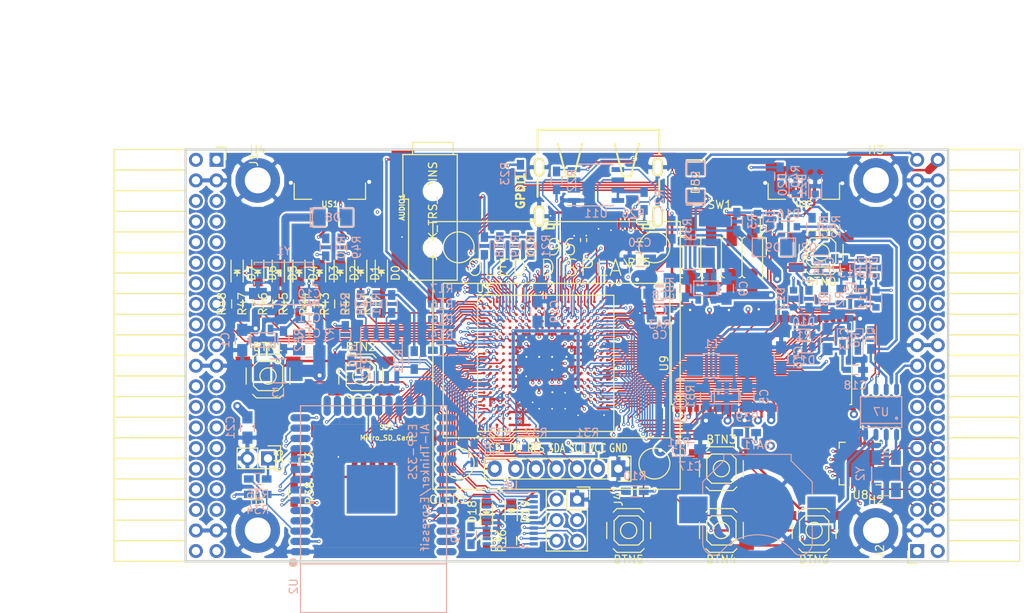
<source format=kicad_pcb>
(kicad_pcb (version 4) (host pcbnew 4.0.6+dfsg1-1)
  (layers (0 F.Cu signal) (1 In1.Cu signal) (2 In2.Cu signal) (31 B.Cu signal) (34 B.Paste user) (35 F.Paste user) (36 B.SilkS user) (37 F.SilkS user) (38 B.Mask user) (39 F.Mask user) (44 Edge.Cuts user))
  (net 0 "")
  (net 1 GND)
  (net 2 +5V)
  (net 3 /gpio/IN5V)
  (net 4 /gpio/OUT5V)
  (net 5 +3V3)
  (net 6 "Net-(L1-Pad1)")
  (net 7 "Net-(L2-Pad1)")
  (net 8 +1V2)
  (net 9 BTN_D)
  (net 10 BTN_F1)
  (net 11 BTN_F2)
  (net 12 BTN_L)
  (net 13 BTN_R)
  (net 14 BTN_U)
  (net 15 /power/FB1)
  (net 16 +2V5)
  (net 17 "Net-(L3-Pad1)")
  (net 18 /power/PWREN)
  (net 19 /power/FB3)
  (net 20 /power/FB2)
  (net 21 "Net-(D9-Pad1)")
  (net 22 /power/VBAT)
  (net 23 JTAG_TDI)
  (net 24 JTAG_TCK)
  (net 25 JTAG_TMS)
  (net 26 JTAG_TDO)
  (net 27 /power/WAKEUPn)
  (net 28 /power/WKUP)
  (net 29 /power/SHUT)
  (net 30 /power/WAKE)
  (net 31 /power/HOLD)
  (net 32 /power/WKn)
  (net 33 /power/OSCI_32k)
  (net 34 /power/OSCO_32k)
  (net 35 "Net-(Q2-Pad3)")
  (net 36 SHUTDOWN)
  (net 37 /analog/AUDIO_L)
  (net 38 /analog/AUDIO_R)
  (net 39 GPDI_5V_SCL)
  (net 40 GPDI_5V_SDA)
  (net 41 GPDI_SDA)
  (net 42 GPDI_SCL)
  (net 43 /gpdi/VREF2)
  (net 44 SD_CMD)
  (net 45 SD_CLK)
  (net 46 SD_D0)
  (net 47 SD_D1)
  (net 48 USB5V)
  (net 49 "Net-(BTN0-Pad1)")
  (net 50 GPDI_CEC)
  (net 51 nRESET)
  (net 52 FTDI_nDTR)
  (net 53 SDRAM_CKE)
  (net 54 SDRAM_A7)
  (net 55 SDRAM_D15)
  (net 56 SDRAM_BA1)
  (net 57 SDRAM_D7)
  (net 58 SDRAM_A6)
  (net 59 SDRAM_CLK)
  (net 60 SDRAM_D13)
  (net 61 SDRAM_BA0)
  (net 62 SDRAM_D6)
  (net 63 SDRAM_A5)
  (net 64 SDRAM_D14)
  (net 65 SDRAM_A11)
  (net 66 SDRAM_D12)
  (net 67 SDRAM_D5)
  (net 68 SDRAM_A4)
  (net 69 SDRAM_A10)
  (net 70 SDRAM_D11)
  (net 71 SDRAM_A3)
  (net 72 SDRAM_D4)
  (net 73 SDRAM_D10)
  (net 74 SDRAM_D9)
  (net 75 SDRAM_A9)
  (net 76 SDRAM_D3)
  (net 77 SDRAM_D8)
  (net 78 SDRAM_A8)
  (net 79 SDRAM_A2)
  (net 80 SDRAM_A1)
  (net 81 SDRAM_A0)
  (net 82 SDRAM_D2)
  (net 83 SDRAM_D1)
  (net 84 SDRAM_D0)
  (net 85 SDRAM_DQM0)
  (net 86 SDRAM_nCS)
  (net 87 SDRAM_nRAS)
  (net 88 SDRAM_DQM1)
  (net 89 SDRAM_nCAS)
  (net 90 SDRAM_nWE)
  (net 91 /flash/FLASH_nWP)
  (net 92 /flash/FLASH_nHOLD)
  (net 93 /flash/FLASH_MOSI)
  (net 94 /flash/FLASH_MISO)
  (net 95 /flash/FLASH_SCK)
  (net 96 /flash/FLASH_nCS)
  (net 97 /flash/FPGA_PROGRAMN)
  (net 98 /flash/FPGA_DONE)
  (net 99 /flash/FPGA_INITN)
  (net 100 OLED_RES)
  (net 101 OLED_DC)
  (net 102 OLED_CS)
  (net 103 WIFI_EN)
  (net 104 FTDI_nRTS)
  (net 105 FTDI_TXD)
  (net 106 FTDI_RXD)
  (net 107 WIFI_RXD)
  (net 108 WIFI_GPIO0)
  (net 109 WIFI_TXD)
  (net 110 GPDI_ETH-)
  (net 111 GPDI_ETH+)
  (net 112 GPDI_D2+)
  (net 113 GPDI_D2-)
  (net 114 GPDI_D1+)
  (net 115 GPDI_D1-)
  (net 116 GPDI_D0+)
  (net 117 GPDI_D0-)
  (net 118 GPDI_CLK+)
  (net 119 GPDI_CLK-)
  (net 120 USB_FTDI_D+)
  (net 121 USB_FTDI_D-)
  (net 122 J1_17-)
  (net 123 J1_17+)
  (net 124 J1_23-)
  (net 125 J1_23+)
  (net 126 J1_25-)
  (net 127 J1_25+)
  (net 128 J1_27-)
  (net 129 J1_27+)
  (net 130 J1_29-)
  (net 131 J1_29+)
  (net 132 J1_31-)
  (net 133 J1_31+)
  (net 134 J1_33-)
  (net 135 J1_33+)
  (net 136 J1_35-)
  (net 137 J1_35+)
  (net 138 J2_5-)
  (net 139 J2_5+)
  (net 140 J2_7-)
  (net 141 J2_7+)
  (net 142 J2_9-)
  (net 143 J2_9+)
  (net 144 J2_13-)
  (net 145 J2_13+)
  (net 146 J2_17-)
  (net 147 J2_17+)
  (net 148 J2_11-)
  (net 149 J2_11+)
  (net 150 J2_23-)
  (net 151 J2_23+)
  (net 152 J1_5-)
  (net 153 J1_5+)
  (net 154 J1_7-)
  (net 155 J1_7+)
  (net 156 J1_9-)
  (net 157 J1_9+)
  (net 158 J1_11-)
  (net 159 J1_11+)
  (net 160 J1_13-)
  (net 161 J1_13+)
  (net 162 J1_15-)
  (net 163 J1_15+)
  (net 164 J2_15-)
  (net 165 J2_15+)
  (net 166 J2_25-)
  (net 167 J2_25+)
  (net 168 J2_27-)
  (net 169 J2_27+)
  (net 170 J2_29-)
  (net 171 J2_29+)
  (net 172 J2_31-)
  (net 173 J2_31+)
  (net 174 J2_33-)
  (net 175 J2_33+)
  (net 176 J2_35-)
  (net 177 J2_35+)
  (net 178 SD_D3)
  (net 179 AUDIO_L3)
  (net 180 AUDIO_L2)
  (net 181 AUDIO_L1)
  (net 182 AUDIO_L0)
  (net 183 AUDIO_R3)
  (net 184 AUDIO_R2)
  (net 185 AUDIO_R1)
  (net 186 AUDIO_R0)
  (net 187 OLED_CLK)
  (net 188 OLED_MOSI)
  (net 189 LED0)
  (net 190 LED1)
  (net 191 LED2)
  (net 192 LED3)
  (net 193 LED4)
  (net 194 LED5)
  (net 195 LED6)
  (net 196 LED7)
  (net 197 BTN_PWRn)
  (net 198 "Net-(J3-Pad1)")
  (net 199 FTDI_nTXLED)
  (net 200 FTDI_nSLEEP)
  (net 201 /blinkey/LED_PWREN)
  (net 202 /blinkey/LED_TXLED)
  (net 203 FT3V3)
  (net 204 /sdcard/SD3V3)
  (net 205 SD_D2)
  (net 206 CLK_25MHz)
  (net 207 /blinkey/BTNPUL)
  (net 208 /blinkey/BTNPUR)
  (net 209 USB_FPGA_D+)
  (net 210 /power/FTDI_nSUSPEND)
  (net 211 /blinkey/ALED0)
  (net 212 /blinkey/ALED1)
  (net 213 /blinkey/ALED2)
  (net 214 /blinkey/ALED3)
  (net 215 /blinkey/ALED4)
  (net 216 /blinkey/ALED5)
  (net 217 /blinkey/ALED6)
  (net 218 /blinkey/ALED7)
  (net 219 /usb/FTD-)
  (net 220 /usb/FTD+)
  (net 221 ADC_MISO)
  (net 222 ADC_MOSI)
  (net 223 ADC_CSn)
  (net 224 ADC_SCLK)
  (net 225 "Net-(R51-Pad2)")
  (net 226 SW3)
  (net 227 SW2)
  (net 228 SW1)
  (net 229 SW0)
  (net 230 USB_FPGA_D-)
  (net 231 /usb/FPD+)
  (net 232 /usb/FPD-)
  (net 233 WIFI_15)
  (module Resistors_SMD:R_0603_HandSoldering (layer B.Cu) (at 154.044 71.326 90)
    (fp_text reference R51 (at 0 1.9 90) (layer B.SilkS) (effects (justify mirror)))
    (fp_text value 220)
    (pad 1 smd rect (at -1.1 0 90) (size 1.2 0.9) (layers B.Cu B.Paste B.Mask) (net 5 +3V3))
    (pad 2 smd rect (at 1.1 0 90) (size 1.2 0.9) (layers B.Cu B.Paste B.Mask) (net 225 "Net-(R51-Pad2)"))
  )
  (module Pin_Headers:Pin_Header_Straight_SMT_02x04 (layer F.Cu) (at 160.14 74.73 180)
    (fp_text reference SW1 (at 0.2 6.5 180) (layer F.SilkS))
    (fp_text value DIPSW)
    (pad 1 smd rect (at -3.81 3.2 180) (size 1.27 3.6) (layers F.Cu F.Paste F.Mask) (net 226 SW3))
    (pad 2 smd rect (at -1.27 3.2 180) (size 1.27 3.6) (layers F.Cu F.Paste F.Mask) (net 227 SW2))
    (pad 3 smd rect (at 1.27 3.2 180) (size 1.27 3.6) (layers F.Cu F.Paste F.Mask) (net 228 SW1))
    (pad 4 smd rect (at 3.81 3.2 180) (size 1.27 3.6) (layers F.Cu F.Paste F.Mask) (net 229 SW0))
    (pad 5 smd rect (at 3.81 -3.2 180) (size 1.27 3.6) (layers F.Cu F.Paste F.Mask) (net 225 "Net-(R51-Pad2)"))
    (pad 6 smd rect (at 1.27 -3.2 180) (size 1.27 3.6) (layers F.Cu F.Paste F.Mask) (net 225 "Net-(R51-Pad2)"))
    (pad 7 smd rect (at -1.27 -3.2 180) (size 1.27 3.6) (layers F.Cu F.Paste F.Mask) (net 225 "Net-(R51-Pad2)"))
    (pad 8 smd rect (at -3.81 -3.2 180) (size 1.27 3.6) (layers F.Cu F.Paste F.Mask) (net 225 "Net-(R51-Pad2)"))
  )
  (module lfe5bg381:BGA-381_pitch0.8mm_dia0.4mm (layer F.Cu) (at 138.48 87.8)
    (fp_text reference U1 (at -7.6 -9.2) (layer F.SilkS))
    (fp_text value LFE5U-25F-6BG381C)
    (pad A2 smd circle (at -6.8 -7.6) (size 0.35 0.35) (layers F.Cu F.Paste F.Mask) (net 129 J1_27+))
    (pad A3 smd circle (at -6 -7.6) (size 0.35 0.35) (layers F.Cu F.Paste F.Mask) (net 183 AUDIO_R3))
    (pad A4 smd circle (at -5.2 -7.6) (size 0.35 0.35) (layers F.Cu F.Paste F.Mask) (net 127 J1_25+))
    (pad A5 smd circle (at -4.4 -7.6) (size 0.35 0.35) (layers F.Cu F.Paste F.Mask) (net 126 J1_25-))
    (pad A6 smd circle (at -3.6 -7.6) (size 0.35 0.35) (layers F.Cu F.Paste F.Mask) (net 125 J1_23+))
    (pad A7 smd circle (at -2.8 -7.6) (size 0.35 0.35) (layers F.Cu F.Paste F.Mask) (net 161 J1_13+))
    (pad A8 smd circle (at -2 -7.6) (size 0.35 0.35) (layers F.Cu F.Paste F.Mask) (net 160 J1_13-))
    (pad A9 smd circle (at -1.2 -7.6) (size 0.35 0.35) (layers F.Cu F.Paste F.Mask) (net 156 J1_9-))
    (pad A10 smd circle (at -0.4 -7.6) (size 0.35 0.35) (layers F.Cu F.Paste F.Mask) (net 155 J1_7+))
    (pad A11 smd circle (at 0.4 -7.6) (size 0.35 0.35) (layers F.Cu F.Paste F.Mask) (net 154 J1_7-))
    (pad A12 smd circle (at 1.2 -7.6) (size 0.35 0.35) (layers F.Cu F.Paste F.Mask) (net 111 GPDI_ETH+))
    (pad A13 smd circle (at 2 -7.6) (size 0.35 0.35) (layers F.Cu F.Paste F.Mask) (net 110 GPDI_ETH-))
    (pad A14 smd circle (at 2.8 -7.6) (size 0.35 0.35) (layers F.Cu F.Paste F.Mask) (net 112 GPDI_D2+))
    (pad A15 smd circle (at 3.6 -7.6) (size 0.35 0.35) (layers F.Cu F.Paste F.Mask))
    (pad A16 smd circle (at 4.4 -7.6) (size 0.35 0.35) (layers F.Cu F.Paste F.Mask) (net 114 GPDI_D1+))
    (pad A17 smd circle (at 5.2 -7.6) (size 0.35 0.35) (layers F.Cu F.Paste F.Mask) (net 116 GPDI_D0+))
    (pad A18 smd circle (at 6 -7.6) (size 0.35 0.35) (layers F.Cu F.Paste F.Mask) (net 118 GPDI_CLK+))
    (pad A19 smd circle (at 6.8 -7.6) (size 0.35 0.35) (layers F.Cu F.Paste F.Mask) (net 50 GPDI_CEC))
    (pad B1 smd circle (at -7.6 -6.8) (size 0.35 0.35) (layers F.Cu F.Paste F.Mask) (net 128 J1_27-))
    (pad B2 smd circle (at -6.8 -6.8) (size 0.35 0.35) (layers F.Cu F.Paste F.Mask) (net 189 LED0))
    (pad B3 smd circle (at -6 -6.8) (size 0.35 0.35) (layers F.Cu F.Paste F.Mask) (net 182 AUDIO_L0))
    (pad B4 smd circle (at -5.2 -6.8) (size 0.35 0.35) (layers F.Cu F.Paste F.Mask) (net 130 J1_29-))
    (pad B5 smd circle (at -4.4 -6.8) (size 0.35 0.35) (layers F.Cu F.Paste F.Mask) (net 184 AUDIO_R2))
    (pad B6 smd circle (at -3.6 -6.8) (size 0.35 0.35) (layers F.Cu F.Paste F.Mask) (net 124 J1_23-))
    (pad B7 smd circle (at -2.8 -6.8) (size 0.35 0.35) (layers F.Cu F.Paste F.Mask) (net 1 GND))
    (pad B8 smd circle (at -2 -6.8) (size 0.35 0.35) (layers F.Cu F.Paste F.Mask) (net 162 J1_15-))
    (pad B9 smd circle (at -1.2 -6.8) (size 0.35 0.35) (layers F.Cu F.Paste F.Mask) (net 159 J1_11+))
    (pad B10 smd circle (at -0.4 -6.8) (size 0.35 0.35) (layers F.Cu F.Paste F.Mask) (net 157 J1_9+))
    (pad B11 smd circle (at 0.4 -6.8) (size 0.35 0.35) (layers F.Cu F.Paste F.Mask) (net 153 J1_5+))
    (pad B12 smd circle (at 1.2 -6.8) (size 0.35 0.35) (layers F.Cu F.Paste F.Mask))
    (pad B13 smd circle (at 2 -6.8) (size 0.35 0.35) (layers F.Cu F.Paste F.Mask) (net 175 J2_33+))
    (pad B14 smd circle (at 2.8 -6.8) (size 0.35 0.35) (layers F.Cu F.Paste F.Mask) (net 1 GND))
    (pad B15 smd circle (at 3.6 -6.8) (size 0.35 0.35) (layers F.Cu F.Paste F.Mask) (net 173 J2_31+))
    (pad B16 smd circle (at 4.4 -6.8) (size 0.35 0.35) (layers F.Cu F.Paste F.Mask) (net 115 GPDI_D1-))
    (pad B17 smd circle (at 5.2 -6.8) (size 0.35 0.35) (layers F.Cu F.Paste F.Mask) (net 169 J2_27+))
    (pad B18 smd circle (at 6 -6.8) (size 0.35 0.35) (layers F.Cu F.Paste F.Mask) (net 117 GPDI_D0-))
    (pad B19 smd circle (at 6.8 -6.8) (size 0.35 0.35) (layers F.Cu F.Paste F.Mask) (net 119 GPDI_CLK-))
    (pad B20 smd circle (at 7.6 -6.8) (size 0.35 0.35) (layers F.Cu F.Paste F.Mask) (net 41 GPDI_SDA))
    (pad C1 smd circle (at -7.6 -6) (size 0.35 0.35) (layers F.Cu F.Paste F.Mask) (net 191 LED2))
    (pad C2 smd circle (at -6.8 -6) (size 0.35 0.35) (layers F.Cu F.Paste F.Mask) (net 190 LED1))
    (pad C3 smd circle (at -6 -6) (size 0.35 0.35) (layers F.Cu F.Paste F.Mask) (net 181 AUDIO_L1))
    (pad C4 smd circle (at -5.2 -6) (size 0.35 0.35) (layers F.Cu F.Paste F.Mask) (net 131 J1_29+))
    (pad C5 smd circle (at -4.4 -6) (size 0.35 0.35) (layers F.Cu F.Paste F.Mask) (net 186 AUDIO_R0))
    (pad C6 smd circle (at -3.6 -6) (size 0.35 0.35) (layers F.Cu F.Paste F.Mask) (net 123 J1_17+))
    (pad C7 smd circle (at -2.8 -6) (size 0.35 0.35) (layers F.Cu F.Paste F.Mask) (net 122 J1_17-))
    (pad C8 smd circle (at -2 -6) (size 0.35 0.35) (layers F.Cu F.Paste F.Mask) (net 163 J1_15+))
    (pad C9 smd circle (at -1.2 -6) (size 0.35 0.35) (layers F.Cu F.Paste F.Mask))
    (pad C10 smd circle (at -0.4 -6) (size 0.35 0.35) (layers F.Cu F.Paste F.Mask) (net 158 J1_11-))
    (pad C11 smd circle (at 0.4 -6) (size 0.35 0.35) (layers F.Cu F.Paste F.Mask) (net 152 J1_5-))
    (pad C12 smd circle (at 1.2 -6) (size 0.35 0.35) (layers F.Cu F.Paste F.Mask) (net 42 GPDI_SCL))
    (pad C13 smd circle (at 2 -6) (size 0.35 0.35) (layers F.Cu F.Paste F.Mask) (net 174 J2_33-))
    (pad C14 smd circle (at 2.8 -6) (size 0.35 0.35) (layers F.Cu F.Paste F.Mask) (net 113 GPDI_D2-))
    (pad C15 smd circle (at 3.6 -6) (size 0.35 0.35) (layers F.Cu F.Paste F.Mask) (net 172 J2_31-))
    (pad C16 smd circle (at 4.4 -6) (size 0.35 0.35) (layers F.Cu F.Paste F.Mask) (net 171 J2_29+))
    (pad C17 smd circle (at 5.2 -6) (size 0.35 0.35) (layers F.Cu F.Paste F.Mask) (net 168 J2_27-))
    (pad C18 smd circle (at 6 -6) (size 0.35 0.35) (layers F.Cu F.Paste F.Mask) (net 151 J2_23+))
    (pad C19 smd circle (at 6.8 -6) (size 0.35 0.35) (layers F.Cu F.Paste F.Mask) (net 1 GND))
    (pad C20 smd circle (at 7.6 -6) (size 0.35 0.35) (layers F.Cu F.Paste F.Mask) (net 64 SDRAM_D14))
    (pad D1 smd circle (at -7.6 -5.2) (size 0.35 0.35) (layers F.Cu F.Paste F.Mask) (net 193 LED4))
    (pad D2 smd circle (at -6.8 -5.2) (size 0.35 0.35) (layers F.Cu F.Paste F.Mask) (net 192 LED3))
    (pad D3 smd circle (at -6 -5.2) (size 0.35 0.35) (layers F.Cu F.Paste F.Mask) (net 180 AUDIO_L2))
    (pad D4 smd circle (at -5.2 -5.2) (size 0.35 0.35) (layers F.Cu F.Paste F.Mask) (net 1 GND))
    (pad D5 smd circle (at -4.4 -5.2) (size 0.35 0.35) (layers F.Cu F.Paste F.Mask) (net 185 AUDIO_R1))
    (pad D6 smd circle (at -3.6 -5.2) (size 0.35 0.35) (layers F.Cu F.Paste F.Mask) (net 197 BTN_PWRn))
    (pad D7 smd circle (at -2.8 -5.2) (size 0.35 0.35) (layers F.Cu F.Paste F.Mask) (net 228 SW1))
    (pad D8 smd circle (at -2 -5.2) (size 0.35 0.35) (layers F.Cu F.Paste F.Mask) (net 229 SW0))
    (pad D9 smd circle (at -1.2 -5.2) (size 0.35 0.35) (layers F.Cu F.Paste F.Mask))
    (pad D10 smd circle (at -0.4 -5.2) (size 0.35 0.35) (layers F.Cu F.Paste F.Mask))
    (pad D11 smd circle (at 0.4 -5.2) (size 0.35 0.35) (layers F.Cu F.Paste F.Mask))
    (pad D12 smd circle (at 1.2 -5.2) (size 0.35 0.35) (layers F.Cu F.Paste F.Mask))
    (pad D13 smd circle (at 2 -5.2) (size 0.35 0.35) (layers F.Cu F.Paste F.Mask) (net 177 J2_35+))
    (pad D14 smd circle (at 2.8 -5.2) (size 0.35 0.35) (layers F.Cu F.Paste F.Mask))
    (pad D15 smd circle (at 3.6 -5.2) (size 0.35 0.35) (layers F.Cu F.Paste F.Mask) (net 167 J2_25+))
    (pad D16 smd circle (at 4.4 -5.2) (size 0.35 0.35) (layers F.Cu F.Paste F.Mask) (net 170 J2_29-))
    (pad D17 smd circle (at 5.2 -5.2) (size 0.35 0.35) (layers F.Cu F.Paste F.Mask) (net 150 J2_23-))
    (pad D18 smd circle (at 6 -5.2) (size 0.35 0.35) (layers F.Cu F.Paste F.Mask) (net 147 J2_17+))
    (pad D19 smd circle (at 6.8 -5.2) (size 0.35 0.35) (layers F.Cu F.Paste F.Mask) (net 55 SDRAM_D15))
    (pad D20 smd circle (at 7.6 -5.2) (size 0.35 0.35) (layers F.Cu F.Paste F.Mask) (net 60 SDRAM_D13))
    (pad E1 smd circle (at -7.6 -4.4) (size 0.35 0.35) (layers F.Cu F.Paste F.Mask) (net 195 LED6))
    (pad E2 smd circle (at -6.8 -4.4) (size 0.35 0.35) (layers F.Cu F.Paste F.Mask) (net 194 LED5))
    (pad E3 smd circle (at -6 -4.4) (size 0.35 0.35) (layers F.Cu F.Paste F.Mask) (net 132 J1_31-))
    (pad E4 smd circle (at -5.2 -4.4) (size 0.35 0.35) (layers F.Cu F.Paste F.Mask) (net 179 AUDIO_L3))
    (pad E5 smd circle (at -4.4 -4.4) (size 0.35 0.35) (layers F.Cu F.Paste F.Mask))
    (pad E6 smd circle (at -3.6 -4.4) (size 0.35 0.35) (layers F.Cu F.Paste F.Mask))
    (pad E7 smd circle (at -2.8 -4.4) (size 0.35 0.35) (layers F.Cu F.Paste F.Mask) (net 226 SW3))
    (pad E8 smd circle (at -2 -4.4) (size 0.35 0.35) (layers F.Cu F.Paste F.Mask) (net 227 SW2))
    (pad E9 smd circle (at -1.2 -4.4) (size 0.35 0.35) (layers F.Cu F.Paste F.Mask))
    (pad E10 smd circle (at -0.4 -4.4) (size 0.35 0.35) (layers F.Cu F.Paste F.Mask))
    (pad E11 smd circle (at 0.4 -4.4) (size 0.35 0.35) (layers F.Cu F.Paste F.Mask))
    (pad E12 smd circle (at 1.2 -4.4) (size 0.35 0.35) (layers F.Cu F.Paste F.Mask))
    (pad E13 smd circle (at 2 -4.4) (size 0.35 0.35) (layers F.Cu F.Paste F.Mask) (net 176 J2_35-))
    (pad E14 smd circle (at 2.8 -4.4) (size 0.35 0.35) (layers F.Cu F.Paste F.Mask))
    (pad E15 smd circle (at 3.6 -4.4) (size 0.35 0.35) (layers F.Cu F.Paste F.Mask) (net 166 J2_25-))
    (pad E16 smd circle (at 4.4 -4.4) (size 0.35 0.35) (layers F.Cu F.Paste F.Mask) (net 209 USB_FPGA_D+))
    (pad E17 smd circle (at 5.2 -4.4) (size 0.35 0.35) (layers F.Cu F.Paste F.Mask) (net 146 J2_17-))
    (pad E18 smd circle (at 6 -4.4) (size 0.35 0.35) (layers F.Cu F.Paste F.Mask) (net 72 SDRAM_D4))
    (pad E19 smd circle (at 6.8 -4.4) (size 0.35 0.35) (layers F.Cu F.Paste F.Mask) (net 66 SDRAM_D12))
    (pad E20 smd circle (at 7.6 -4.4) (size 0.35 0.35) (layers F.Cu F.Paste F.Mask) (net 70 SDRAM_D11))
    (pad F1 smd circle (at -7.6 -3.6) (size 0.35 0.35) (layers F.Cu F.Paste F.Mask) (net 103 WIFI_EN))
    (pad F2 smd circle (at -6.8 -3.6) (size 0.35 0.35) (layers F.Cu F.Paste F.Mask))
    (pad F3 smd circle (at -6 -3.6) (size 0.35 0.35) (layers F.Cu F.Paste F.Mask) (net 134 J1_33-))
    (pad F4 smd circle (at -5.2 -3.6) (size 0.35 0.35) (layers F.Cu F.Paste F.Mask) (net 133 J1_31+))
    (pad F5 smd circle (at -4.4 -3.6) (size 0.35 0.35) (layers F.Cu F.Paste F.Mask))
    (pad F6 smd circle (at -3.6 -3.6) (size 0.35 0.35) (layers F.Cu F.Paste F.Mask) (net 16 +2V5))
    (pad F7 smd circle (at -2.8 -3.6) (size 0.35 0.35) (layers F.Cu F.Paste F.Mask) (net 1 GND))
    (pad F8 smd circle (at -2 -3.6) (size 0.35 0.35) (layers F.Cu F.Paste F.Mask) (net 1 GND))
    (pad F9 smd circle (at -1.2 -3.6) (size 0.35 0.35) (layers F.Cu F.Paste F.Mask) (net 5 +3V3))
    (pad F10 smd circle (at -0.4 -3.6) (size 0.35 0.35) (layers F.Cu F.Paste F.Mask) (net 5 +3V3))
    (pad F11 smd circle (at 0.4 -3.6) (size 0.35 0.35) (layers F.Cu F.Paste F.Mask) (net 5 +3V3))
    (pad F12 smd circle (at 1.2 -3.6) (size 0.35 0.35) (layers F.Cu F.Paste F.Mask) (net 5 +3V3))
    (pad F13 smd circle (at 2 -3.6) (size 0.35 0.35) (layers F.Cu F.Paste F.Mask) (net 1 GND))
    (pad F14 smd circle (at 2.8 -3.6) (size 0.35 0.35) (layers F.Cu F.Paste F.Mask) (net 1 GND))
    (pad F15 smd circle (at 3.6 -3.6) (size 0.35 0.35) (layers F.Cu F.Paste F.Mask) (net 16 +2V5))
    (pad F16 smd circle (at 4.4 -3.6) (size 0.35 0.35) (layers F.Cu F.Paste F.Mask) (net 230 USB_FPGA_D-))
    (pad F17 smd circle (at 5.2 -3.6) (size 0.35 0.35) (layers F.Cu F.Paste F.Mask) (net 165 J2_15+))
    (pad F18 smd circle (at 6 -3.6) (size 0.35 0.35) (layers F.Cu F.Paste F.Mask) (net 67 SDRAM_D5))
    (pad F19 smd circle (at 6.8 -3.6) (size 0.35 0.35) (layers F.Cu F.Paste F.Mask) (net 73 SDRAM_D10))
    (pad F20 smd circle (at 7.6 -3.6) (size 0.35 0.35) (layers F.Cu F.Paste F.Mask) (net 74 SDRAM_D9))
    (pad G1 smd circle (at -7.6 -2.8) (size 0.35 0.35) (layers F.Cu F.Paste F.Mask))
    (pad G2 smd circle (at -6.8 -2.8) (size 0.35 0.35) (layers F.Cu F.Paste F.Mask) (net 206 CLK_25MHz))
    (pad G3 smd circle (at -6 -2.8) (size 0.35 0.35) (layers F.Cu F.Paste F.Mask) (net 135 J1_33+))
    (pad G4 smd circle (at -5.2 -2.8) (size 0.35 0.35) (layers F.Cu F.Paste F.Mask) (net 1 GND))
    (pad G5 smd circle (at -4.4 -2.8) (size 0.35 0.35) (layers F.Cu F.Paste F.Mask) (net 136 J1_35-))
    (pad G6 smd circle (at -3.6 -2.8) (size 0.35 0.35) (layers F.Cu F.Paste F.Mask) (net 1 GND))
    (pad G7 smd circle (at -2.8 -2.8) (size 0.35 0.35) (layers F.Cu F.Paste F.Mask) (net 1 GND))
    (pad G8 smd circle (at -2 -2.8) (size 0.35 0.35) (layers F.Cu F.Paste F.Mask) (net 1 GND))
    (pad G9 smd circle (at -1.2 -2.8) (size 0.35 0.35) (layers F.Cu F.Paste F.Mask) (net 1 GND))
    (pad G10 smd circle (at -0.4 -2.8) (size 0.35 0.35) (layers F.Cu F.Paste F.Mask) (net 1 GND))
    (pad G11 smd circle (at 0.4 -2.8) (size 0.35 0.35) (layers F.Cu F.Paste F.Mask) (net 1 GND))
    (pad G12 smd circle (at 1.2 -2.8) (size 0.35 0.35) (layers F.Cu F.Paste F.Mask) (net 1 GND))
    (pad G13 smd circle (at 2 -2.8) (size 0.35 0.35) (layers F.Cu F.Paste F.Mask) (net 1 GND))
    (pad G14 smd circle (at 2.8 -2.8) (size 0.35 0.35) (layers F.Cu F.Paste F.Mask) (net 1 GND))
    (pad G15 smd circle (at 3.6 -2.8) (size 0.35 0.35) (layers F.Cu F.Paste F.Mask) (net 1 GND))
    (pad G16 smd circle (at 4.4 -2.8) (size 0.35 0.35) (layers F.Cu F.Paste F.Mask))
    (pad G17 smd circle (at 5.2 -2.8) (size 0.35 0.35) (layers F.Cu F.Paste F.Mask) (net 1 GND))
    (pad G18 smd circle (at 6 -2.8) (size 0.35 0.35) (layers F.Cu F.Paste F.Mask) (net 164 J2_15-))
    (pad G19 smd circle (at 6.8 -2.8) (size 0.35 0.35) (layers F.Cu F.Paste F.Mask) (net 77 SDRAM_D8))
    (pad G20 smd circle (at 7.6 -2.8) (size 0.35 0.35) (layers F.Cu F.Paste F.Mask) (net 88 SDRAM_DQM1))
    (pad H1 smd circle (at -7.6 -2) (size 0.35 0.35) (layers F.Cu F.Paste F.Mask) (net 178 SD_D3))
    (pad H2 smd circle (at -6.8 -2) (size 0.35 0.35) (layers F.Cu F.Paste F.Mask) (net 205 SD_D2))
    (pad H3 smd circle (at -6 -2) (size 0.35 0.35) (layers F.Cu F.Paste F.Mask) (net 196 LED7))
    (pad H4 smd circle (at -5.2 -2) (size 0.35 0.35) (layers F.Cu F.Paste F.Mask) (net 137 J1_35+))
    (pad H5 smd circle (at -4.4 -2) (size 0.35 0.35) (layers F.Cu F.Paste F.Mask))
    (pad H6 smd circle (at -3.6 -2) (size 0.35 0.35) (layers F.Cu F.Paste F.Mask) (net 5 +3V3))
    (pad H7 smd circle (at -2.8 -2) (size 0.35 0.35) (layers F.Cu F.Paste F.Mask) (net 5 +3V3))
    (pad H8 smd circle (at -2 -2) (size 0.35 0.35) (layers F.Cu F.Paste F.Mask) (net 8 +1V2))
    (pad H9 smd circle (at -1.2 -2) (size 0.35 0.35) (layers F.Cu F.Paste F.Mask) (net 8 +1V2))
    (pad H10 smd circle (at -0.4 -2) (size 0.35 0.35) (layers F.Cu F.Paste F.Mask) (net 8 +1V2))
    (pad H11 smd circle (at 0.4 -2) (size 0.35 0.35) (layers F.Cu F.Paste F.Mask) (net 8 +1V2))
    (pad H12 smd circle (at 1.2 -2) (size 0.35 0.35) (layers F.Cu F.Paste F.Mask) (net 8 +1V2))
    (pad H13 smd circle (at 2 -2) (size 0.35 0.35) (layers F.Cu F.Paste F.Mask) (net 8 +1V2))
    (pad H14 smd circle (at 2.8 -2) (size 0.35 0.35) (layers F.Cu F.Paste F.Mask) (net 5 +3V3))
    (pad H15 smd circle (at 3.6 -2) (size 0.35 0.35) (layers F.Cu F.Paste F.Mask) (net 5 +3V3))
    (pad H16 smd circle (at 4.4 -2) (size 0.35 0.35) (layers F.Cu F.Paste F.Mask))
    (pad H17 smd circle (at 5.2 -2) (size 0.35 0.35) (layers F.Cu F.Paste F.Mask) (net 144 J2_13-))
    (pad H18 smd circle (at 6 -2) (size 0.35 0.35) (layers F.Cu F.Paste F.Mask) (net 145 J2_13+))
    (pad H19 smd circle (at 6.8 -2) (size 0.35 0.35) (layers F.Cu F.Paste F.Mask) (net 1 GND))
    (pad H20 smd circle (at 7.6 -2) (size 0.35 0.35) (layers F.Cu F.Paste F.Mask) (net 59 SDRAM_CLK))
    (pad J1 smd circle (at -7.6 -1.2) (size 0.35 0.35) (layers F.Cu F.Paste F.Mask) (net 45 SD_CLK))
    (pad J2 smd circle (at -6.8 -1.2) (size 0.35 0.35) (layers F.Cu F.Paste F.Mask) (net 1 GND))
    (pad J3 smd circle (at -6 -1.2) (size 0.35 0.35) (layers F.Cu F.Paste F.Mask) (net 44 SD_CMD))
    (pad J4 smd circle (at -5.2 -1.2) (size 0.35 0.35) (layers F.Cu F.Paste F.Mask))
    (pad J5 smd circle (at -4.4 -1.2) (size 0.35 0.35) (layers F.Cu F.Paste F.Mask))
    (pad J6 smd circle (at -3.6 -1.2) (size 0.35 0.35) (layers F.Cu F.Paste F.Mask) (net 5 +3V3))
    (pad J7 smd circle (at -2.8 -1.2) (size 0.35 0.35) (layers F.Cu F.Paste F.Mask) (net 1 GND))
    (pad J8 smd circle (at -2 -1.2) (size 0.35 0.35) (layers F.Cu F.Paste F.Mask) (net 8 +1V2))
    (pad J9 smd circle (at -1.2 -1.2) (size 0.35 0.35) (layers F.Cu F.Paste F.Mask) (net 1 GND))
    (pad J10 smd circle (at -0.4 -1.2) (size 0.35 0.35) (layers F.Cu F.Paste F.Mask) (net 1 GND))
    (pad J11 smd circle (at 0.4 -1.2) (size 0.35 0.35) (layers F.Cu F.Paste F.Mask) (net 1 GND))
    (pad J12 smd circle (at 1.2 -1.2) (size 0.35 0.35) (layers F.Cu F.Paste F.Mask) (net 1 GND))
    (pad J13 smd circle (at 2 -1.2) (size 0.35 0.35) (layers F.Cu F.Paste F.Mask) (net 8 +1V2))
    (pad J14 smd circle (at 2.8 -1.2) (size 0.35 0.35) (layers F.Cu F.Paste F.Mask) (net 1 GND))
    (pad J15 smd circle (at 3.6 -1.2) (size 0.35 0.35) (layers F.Cu F.Paste F.Mask) (net 5 +3V3))
    (pad J16 smd circle (at 4.4 -1.2) (size 0.35 0.35) (layers F.Cu F.Paste F.Mask))
    (pad J17 smd circle (at 5.2 -1.2) (size 0.35 0.35) (layers F.Cu F.Paste F.Mask))
    (pad J18 smd circle (at 6 -1.2) (size 0.35 0.35) (layers F.Cu F.Paste F.Mask) (net 76 SDRAM_D3))
    (pad J19 smd circle (at 6.8 -1.2) (size 0.35 0.35) (layers F.Cu F.Paste F.Mask) (net 53 SDRAM_CKE))
    (pad J20 smd circle (at 7.6 -1.2) (size 0.35 0.35) (layers F.Cu F.Paste F.Mask) (net 65 SDRAM_A11))
    (pad K1 smd circle (at -7.6 -0.4) (size 0.35 0.35) (layers F.Cu F.Paste F.Mask) (net 47 SD_D1))
    (pad K2 smd circle (at -6.8 -0.4) (size 0.35 0.35) (layers F.Cu F.Paste F.Mask) (net 46 SD_D0))
    (pad K3 smd circle (at -6 -0.4) (size 0.35 0.35) (layers F.Cu F.Paste F.Mask) (net 107 WIFI_RXD))
    (pad K4 smd circle (at -5.2 -0.4) (size 0.35 0.35) (layers F.Cu F.Paste F.Mask) (net 109 WIFI_TXD))
    (pad K5 smd circle (at -4.4 -0.4) (size 0.35 0.35) (layers F.Cu F.Paste F.Mask))
    (pad K6 smd circle (at -3.6 -0.4) (size 0.35 0.35) (layers F.Cu F.Paste F.Mask) (net 1 GND))
    (pad K7 smd circle (at -2.8 -0.4) (size 0.35 0.35) (layers F.Cu F.Paste F.Mask) (net 1 GND))
    (pad K8 smd circle (at -2 -0.4) (size 0.35 0.35) (layers F.Cu F.Paste F.Mask) (net 8 +1V2))
    (pad K9 smd circle (at -1.2 -0.4) (size 0.35 0.35) (layers F.Cu F.Paste F.Mask) (net 1 GND))
    (pad K10 smd circle (at -0.4 -0.4) (size 0.35 0.35) (layers F.Cu F.Paste F.Mask) (net 1 GND))
    (pad K11 smd circle (at 0.4 -0.4) (size 0.35 0.35) (layers F.Cu F.Paste F.Mask) (net 1 GND))
    (pad K12 smd circle (at 1.2 -0.4) (size 0.35 0.35) (layers F.Cu F.Paste F.Mask) (net 1 GND))
    (pad K13 smd circle (at 2 -0.4) (size 0.35 0.35) (layers F.Cu F.Paste F.Mask) (net 8 +1V2))
    (pad K14 smd circle (at 2.8 -0.4) (size 0.35 0.35) (layers F.Cu F.Paste F.Mask) (net 1 GND))
    (pad K15 smd circle (at 3.6 -0.4) (size 0.35 0.35) (layers F.Cu F.Paste F.Mask) (net 1 GND))
    (pad K16 smd circle (at 4.4 -0.4) (size 0.35 0.35) (layers F.Cu F.Paste F.Mask))
    (pad K17 smd circle (at 5.2 -0.4) (size 0.35 0.35) (layers F.Cu F.Paste F.Mask))
    (pad K18 smd circle (at 6 -0.4) (size 0.35 0.35) (layers F.Cu F.Paste F.Mask) (net 82 SDRAM_D2))
    (pad K19 smd circle (at 6.8 -0.4) (size 0.35 0.35) (layers F.Cu F.Paste F.Mask) (net 75 SDRAM_A9))
    (pad K20 smd circle (at 7.6 -0.4) (size 0.35 0.35) (layers F.Cu F.Paste F.Mask) (net 78 SDRAM_A8))
    (pad L1 smd circle (at -7.6 0.4) (size 0.35 0.35) (layers F.Cu F.Paste F.Mask))
    (pad L2 smd circle (at -6.8 0.4) (size 0.35 0.35) (layers F.Cu F.Paste F.Mask) (net 108 WIFI_GPIO0))
    (pad L3 smd circle (at -6 0.4) (size 0.35 0.35) (layers F.Cu F.Paste F.Mask))
    (pad L4 smd circle (at -5.2 0.4) (size 0.35 0.35) (layers F.Cu F.Paste F.Mask) (net 106 FTDI_RXD))
    (pad L5 smd circle (at -4.4 0.4) (size 0.35 0.35) (layers F.Cu F.Paste F.Mask))
    (pad L6 smd circle (at -3.6 0.4) (size 0.35 0.35) (layers F.Cu F.Paste F.Mask) (net 5 +3V3))
    (pad L7 smd circle (at -2.8 0.4) (size 0.35 0.35) (layers F.Cu F.Paste F.Mask) (net 5 +3V3))
    (pad L8 smd circle (at -2 0.4) (size 0.35 0.35) (layers F.Cu F.Paste F.Mask) (net 8 +1V2))
    (pad L9 smd circle (at -1.2 0.4) (size 0.35 0.35) (layers F.Cu F.Paste F.Mask) (net 1 GND))
    (pad L10 smd circle (at -0.4 0.4) (size 0.35 0.35) (layers F.Cu F.Paste F.Mask) (net 1 GND))
    (pad L11 smd circle (at 0.4 0.4) (size 0.35 0.35) (layers F.Cu F.Paste F.Mask) (net 1 GND))
    (pad L12 smd circle (at 1.2 0.4) (size 0.35 0.35) (layers F.Cu F.Paste F.Mask) (net 1 GND))
    (pad L13 smd circle (at 2 0.4) (size 0.35 0.35) (layers F.Cu F.Paste F.Mask) (net 8 +1V2))
    (pad L14 smd circle (at 2.8 0.4) (size 0.35 0.35) (layers F.Cu F.Paste F.Mask) (net 5 +3V3))
    (pad L15 smd circle (at 3.6 0.4) (size 0.35 0.35) (layers F.Cu F.Paste F.Mask) (net 5 +3V3))
    (pad L16 smd circle (at 4.4 0.4) (size 0.35 0.35) (layers F.Cu F.Paste F.Mask) (net 149 J2_11+))
    (pad L17 smd circle (at 5.2 0.4) (size 0.35 0.35) (layers F.Cu F.Paste F.Mask) (net 148 J2_11-))
    (pad L18 smd circle (at 6 0.4) (size 0.35 0.35) (layers F.Cu F.Paste F.Mask) (net 83 SDRAM_D1))
    (pad L19 smd circle (at 6.8 0.4) (size 0.35 0.35) (layers F.Cu F.Paste F.Mask) (net 54 SDRAM_A7))
    (pad L20 smd circle (at 7.6 0.4) (size 0.35 0.35) (layers F.Cu F.Paste F.Mask) (net 58 SDRAM_A6))
    (pad M1 smd circle (at -7.6 1.2) (size 0.35 0.35) (layers F.Cu F.Paste F.Mask) (net 105 FTDI_TXD))
    (pad M2 smd circle (at -6.8 1.2) (size 0.35 0.35) (layers F.Cu F.Paste F.Mask) (net 1 GND))
    (pad M3 smd circle (at -6 1.2) (size 0.35 0.35) (layers F.Cu F.Paste F.Mask) (net 104 FTDI_nRTS))
    (pad M4 smd circle (at -5.2 1.2) (size 0.35 0.35) (layers F.Cu F.Paste F.Mask))
    (pad M5 smd circle (at -4.4 1.2) (size 0.35 0.35) (layers F.Cu F.Paste F.Mask))
    (pad M6 smd circle (at -3.6 1.2) (size 0.35 0.35) (layers F.Cu F.Paste F.Mask) (net 5 +3V3))
    (pad M7 smd circle (at -2.8 1.2) (size 0.35 0.35) (layers F.Cu F.Paste F.Mask) (net 1 GND))
    (pad M8 smd circle (at -2 1.2) (size 0.35 0.35) (layers F.Cu F.Paste F.Mask) (net 8 +1V2))
    (pad M9 smd circle (at -1.2 1.2) (size 0.35 0.35) (layers F.Cu F.Paste F.Mask) (net 1 GND))
    (pad M10 smd circle (at -0.4 1.2) (size 0.35 0.35) (layers F.Cu F.Paste F.Mask) (net 1 GND))
    (pad M11 smd circle (at 0.4 1.2) (size 0.35 0.35) (layers F.Cu F.Paste F.Mask) (net 1 GND))
    (pad M12 smd circle (at 1.2 1.2) (size 0.35 0.35) (layers F.Cu F.Paste F.Mask) (net 1 GND))
    (pad M13 smd circle (at 2 1.2) (size 0.35 0.35) (layers F.Cu F.Paste F.Mask) (net 8 +1V2))
    (pad M14 smd circle (at 2.8 1.2) (size 0.35 0.35) (layers F.Cu F.Paste F.Mask) (net 1 GND))
    (pad M15 smd circle (at 3.6 1.2) (size 0.35 0.35) (layers F.Cu F.Paste F.Mask) (net 5 +3V3))
    (pad M16 smd circle (at 4.4 1.2) (size 0.35 0.35) (layers F.Cu F.Paste F.Mask) (net 1 GND))
    (pad M17 smd circle (at 5.2 1.2) (size 0.35 0.35) (layers F.Cu F.Paste F.Mask) (net 142 J2_9-))
    (pad M18 smd circle (at 6 1.2) (size 0.35 0.35) (layers F.Cu F.Paste F.Mask) (net 84 SDRAM_D0))
    (pad M19 smd circle (at 6.8 1.2) (size 0.35 0.35) (layers F.Cu F.Paste F.Mask) (net 63 SDRAM_A5))
    (pad M20 smd circle (at 7.6 1.2) (size 0.35 0.35) (layers F.Cu F.Paste F.Mask) (net 68 SDRAM_A4))
    (pad N1 smd circle (at -7.6 2) (size 0.35 0.35) (layers F.Cu F.Paste F.Mask) (net 52 FTDI_nDTR))
    (pad N2 smd circle (at -6.8 2) (size 0.35 0.35) (layers F.Cu F.Paste F.Mask) (net 102 OLED_CS))
    (pad N3 smd circle (at -6 2) (size 0.35 0.35) (layers F.Cu F.Paste F.Mask) (net 233 WIFI_15))
    (pad N4 smd circle (at -5.2 2) (size 0.35 0.35) (layers F.Cu F.Paste F.Mask))
    (pad N5 smd circle (at -4.4 2) (size 0.35 0.35) (layers F.Cu F.Paste F.Mask))
    (pad N6 smd circle (at -3.6 2) (size 0.35 0.35) (layers F.Cu F.Paste F.Mask) (net 1 GND))
    (pad N7 smd circle (at -2.8 2) (size 0.35 0.35) (layers F.Cu F.Paste F.Mask) (net 1 GND))
    (pad N8 smd circle (at -2 2) (size 0.35 0.35) (layers F.Cu F.Paste F.Mask) (net 8 +1V2))
    (pad N9 smd circle (at -1.2 2) (size 0.35 0.35) (layers F.Cu F.Paste F.Mask) (net 8 +1V2))
    (pad N10 smd circle (at -0.4 2) (size 0.35 0.35) (layers F.Cu F.Paste F.Mask) (net 8 +1V2))
    (pad N11 smd circle (at 0.4 2) (size 0.35 0.35) (layers F.Cu F.Paste F.Mask) (net 8 +1V2))
    (pad N12 smd circle (at 1.2 2) (size 0.35 0.35) (layers F.Cu F.Paste F.Mask) (net 8 +1V2))
    (pad N13 smd circle (at 2 2) (size 0.35 0.35) (layers F.Cu F.Paste F.Mask) (net 8 +1V2))
    (pad N14 smd circle (at 2.8 2) (size 0.35 0.35) (layers F.Cu F.Paste F.Mask) (net 1 GND))
    (pad N15 smd circle (at 3.6 2) (size 0.35 0.35) (layers F.Cu F.Paste F.Mask) (net 1 GND))
    (pad N16 smd circle (at 4.4 2) (size 0.35 0.35) (layers F.Cu F.Paste F.Mask) (net 143 J2_9+))
    (pad N17 smd circle (at 5.2 2) (size 0.35 0.35) (layers F.Cu F.Paste F.Mask) (net 141 J2_7+))
    (pad N18 smd circle (at 6 2) (size 0.35 0.35) (layers F.Cu F.Paste F.Mask) (net 62 SDRAM_D6))
    (pad N19 smd circle (at 6.8 2) (size 0.35 0.35) (layers F.Cu F.Paste F.Mask) (net 71 SDRAM_A3))
    (pad N20 smd circle (at 7.6 2) (size 0.35 0.35) (layers F.Cu F.Paste F.Mask) (net 79 SDRAM_A2))
    (pad P1 smd circle (at -7.6 2.8) (size 0.35 0.35) (layers F.Cu F.Paste F.Mask) (net 101 OLED_DC))
    (pad P2 smd circle (at -6.8 2.8) (size 0.35 0.35) (layers F.Cu F.Paste F.Mask) (net 100 OLED_RES))
    (pad P3 smd circle (at -6 2.8) (size 0.35 0.35) (layers F.Cu F.Paste F.Mask) (net 188 OLED_MOSI))
    (pad P4 smd circle (at -5.2 2.8) (size 0.35 0.35) (layers F.Cu F.Paste F.Mask) (net 187 OLED_CLK))
    (pad P5 smd circle (at -4.4 2.8) (size 0.35 0.35) (layers F.Cu F.Paste F.Mask))
    (pad P6 smd circle (at -3.6 2.8) (size 0.35 0.35) (layers F.Cu F.Paste F.Mask) (net 16 +2V5))
    (pad P7 smd circle (at -2.8 2.8) (size 0.35 0.35) (layers F.Cu F.Paste F.Mask) (net 1 GND))
    (pad P8 smd circle (at -2 2.8) (size 0.35 0.35) (layers F.Cu F.Paste F.Mask) (net 1 GND))
    (pad P9 smd circle (at -1.2 2.8) (size 0.35 0.35) (layers F.Cu F.Paste F.Mask) (net 5 +3V3))
    (pad P10 smd circle (at -0.4 2.8) (size 0.35 0.35) (layers F.Cu F.Paste F.Mask) (net 5 +3V3))
    (pad P11 smd circle (at 0.4 2.8) (size 0.35 0.35) (layers F.Cu F.Paste F.Mask) (net 1 GND))
    (pad P12 smd circle (at 1.2 2.8) (size 0.35 0.35) (layers F.Cu F.Paste F.Mask) (net 1 GND))
    (pad P13 smd circle (at 2 2.8) (size 0.35 0.35) (layers F.Cu F.Paste F.Mask) (net 1 GND))
    (pad P14 smd circle (at 2.8 2.8) (size 0.35 0.35) (layers F.Cu F.Paste F.Mask) (net 1 GND))
    (pad P15 smd circle (at 3.6 2.8) (size 0.35 0.35) (layers F.Cu F.Paste F.Mask) (net 16 +2V5))
    (pad P16 smd circle (at 4.4 2.8) (size 0.35 0.35) (layers F.Cu F.Paste F.Mask) (net 140 J2_7-))
    (pad P17 smd circle (at 5.2 2.8) (size 0.35 0.35) (layers F.Cu F.Paste F.Mask) (net 224 ADC_SCLK))
    (pad P18 smd circle (at 6 2.8) (size 0.35 0.35) (layers F.Cu F.Paste F.Mask) (net 57 SDRAM_D7))
    (pad P19 smd circle (at 6.8 2.8) (size 0.35 0.35) (layers F.Cu F.Paste F.Mask) (net 80 SDRAM_A1))
    (pad P20 smd circle (at 7.6 2.8) (size 0.35 0.35) (layers F.Cu F.Paste F.Mask) (net 81 SDRAM_A0))
    (pad R1 smd circle (at -7.6 3.6) (size 0.35 0.35) (layers F.Cu F.Paste F.Mask) (net 10 BTN_F1))
    (pad R2 smd circle (at -6.8 3.6) (size 0.35 0.35) (layers F.Cu F.Paste F.Mask) (net 96 /flash/FLASH_nCS))
    (pad R3 smd circle (at -6 3.6) (size 0.35 0.35) (layers F.Cu F.Paste F.Mask))
    (pad R4 smd circle (at -5.2 3.6) (size 0.35 0.35) (layers F.Cu F.Paste F.Mask) (net 1 GND))
    (pad R5 smd circle (at -4.4 3.6) (size 0.35 0.35) (layers F.Cu F.Paste F.Mask) (net 23 JTAG_TDI))
    (pad R16 smd circle (at 4.4 3.6) (size 0.35 0.35) (layers F.Cu F.Paste F.Mask) (net 222 ADC_MOSI))
    (pad R17 smd circle (at 5.2 3.6) (size 0.35 0.35) (layers F.Cu F.Paste F.Mask) (net 223 ADC_CSn))
    (pad R18 smd circle (at 6 3.6) (size 0.35 0.35) (layers F.Cu F.Paste F.Mask) (net 85 SDRAM_DQM0))
    (pad R19 smd circle (at 6.8 3.6) (size 0.35 0.35) (layers F.Cu F.Paste F.Mask) (net 1 GND))
    (pad R20 smd circle (at 7.6 3.6) (size 0.35 0.35) (layers F.Cu F.Paste F.Mask) (net 69 SDRAM_A10))
    (pad T1 smd circle (at -7.6 4.4) (size 0.35 0.35) (layers F.Cu F.Paste F.Mask) (net 11 BTN_F2))
    (pad T2 smd circle (at -6.8 4.4) (size 0.35 0.35) (layers F.Cu F.Paste F.Mask) (net 5 +3V3))
    (pad T3 smd circle (at -6 4.4) (size 0.35 0.35) (layers F.Cu F.Paste F.Mask) (net 5 +3V3))
    (pad T4 smd circle (at -5.2 4.4) (size 0.35 0.35) (layers F.Cu F.Paste F.Mask) (net 5 +3V3))
    (pad T5 smd circle (at -4.4 4.4) (size 0.35 0.35) (layers F.Cu F.Paste F.Mask) (net 24 JTAG_TCK))
    (pad T6 smd circle (at -3.6 4.4) (size 0.35 0.35) (layers F.Cu F.Paste F.Mask) (net 1 GND))
    (pad T7 smd circle (at -2.8 4.4) (size 0.35 0.35) (layers F.Cu F.Paste F.Mask) (net 1 GND))
    (pad T8 smd circle (at -2 4.4) (size 0.35 0.35) (layers F.Cu F.Paste F.Mask) (net 1 GND))
    (pad T9 smd circle (at -1.2 4.4) (size 0.35 0.35) (layers F.Cu F.Paste F.Mask) (net 1 GND))
    (pad T10 smd circle (at -0.4 4.4) (size 0.35 0.35) (layers F.Cu F.Paste F.Mask) (net 1 GND))
    (pad T11 smd circle (at 0.4 4.4) (size 0.35 0.35) (layers F.Cu F.Paste F.Mask))
    (pad T12 smd circle (at 1.2 4.4) (size 0.35 0.35) (layers F.Cu F.Paste F.Mask))
    (pad T13 smd circle (at 2 4.4) (size 0.35 0.35) (layers F.Cu F.Paste F.Mask))
    (pad T14 smd circle (at 2.8 4.4) (size 0.35 0.35) (layers F.Cu F.Paste F.Mask))
    (pad T15 smd circle (at 3.6 4.4) (size 0.35 0.35) (layers F.Cu F.Paste F.Mask))
    (pad T16 smd circle (at 4.4 4.4) (size 0.35 0.35) (layers F.Cu F.Paste F.Mask))
    (pad T17 smd circle (at 5.2 4.4) (size 0.35 0.35) (layers F.Cu F.Paste F.Mask) (net 89 SDRAM_nCAS))
    (pad T18 smd circle (at 6 4.4) (size 0.35 0.35) (layers F.Cu F.Paste F.Mask) (net 90 SDRAM_nWE))
    (pad T19 smd circle (at 6.8 4.4) (size 0.35 0.35) (layers F.Cu F.Paste F.Mask) (net 56 SDRAM_BA1))
    (pad T20 smd circle (at 7.6 4.4) (size 0.35 0.35) (layers F.Cu F.Paste F.Mask) (net 61 SDRAM_BA0))
    (pad U1 smd circle (at -7.6 5.2) (size 0.35 0.35) (layers F.Cu F.Paste F.Mask) (net 12 BTN_L))
    (pad U2 smd circle (at -6.8 5.2) (size 0.35 0.35) (layers F.Cu F.Paste F.Mask) (net 5 +3V3))
    (pad U3 smd circle (at -6 5.2) (size 0.35 0.35) (layers F.Cu F.Paste F.Mask) (net 95 /flash/FLASH_SCK))
    (pad U4 smd circle (at -5.2 5.2) (size 0.35 0.35) (layers F.Cu F.Paste F.Mask) (net 1 GND))
    (pad U5 smd circle (at -4.4 5.2) (size 0.35 0.35) (layers F.Cu F.Paste F.Mask) (net 25 JTAG_TMS))
    (pad U6 smd circle (at -3.6 5.2) (size 0.35 0.35) (layers F.Cu F.Paste F.Mask) (net 1 GND))
    (pad U7 smd circle (at -2.8 5.2) (size 0.35 0.35) (layers F.Cu F.Paste F.Mask) (net 1 GND))
    (pad U8 smd circle (at -2 5.2) (size 0.35 0.35) (layers F.Cu F.Paste F.Mask) (net 1 GND))
    (pad U9 smd circle (at -1.2 5.2) (size 0.35 0.35) (layers F.Cu F.Paste F.Mask) (net 1 GND))
    (pad U10 smd circle (at -0.4 5.2) (size 0.35 0.35) (layers F.Cu F.Paste F.Mask) (net 1 GND))
    (pad U11 smd circle (at 0.4 5.2) (size 0.35 0.35) (layers F.Cu F.Paste F.Mask) (net 1 GND))
    (pad U12 smd circle (at 1.2 5.2) (size 0.35 0.35) (layers F.Cu F.Paste F.Mask) (net 1 GND))
    (pad U13 smd circle (at 2 5.2) (size 0.35 0.35) (layers F.Cu F.Paste F.Mask) (net 1 GND))
    (pad U14 smd circle (at 2.8 5.2) (size 0.35 0.35) (layers F.Cu F.Paste F.Mask) (net 1 GND))
    (pad U15 smd circle (at 3.6 5.2) (size 0.35 0.35) (layers F.Cu F.Paste F.Mask))
    (pad U16 smd circle (at 4.4 5.2) (size 0.35 0.35) (layers F.Cu F.Paste F.Mask) (net 221 ADC_MISO))
    (pad U17 smd circle (at 5.2 5.2) (size 0.35 0.35) (layers F.Cu F.Paste F.Mask) (net 138 J2_5-))
    (pad U18 smd circle (at 6 5.2) (size 0.35 0.35) (layers F.Cu F.Paste F.Mask) (net 139 J2_5+))
    (pad U19 smd circle (at 6.8 5.2) (size 0.35 0.35) (layers F.Cu F.Paste F.Mask) (net 86 SDRAM_nCS))
    (pad U20 smd circle (at 7.6 5.2) (size 0.35 0.35) (layers F.Cu F.Paste F.Mask) (net 87 SDRAM_nRAS))
    (pad V1 smd circle (at -7.6 6) (size 0.35 0.35) (layers F.Cu F.Paste F.Mask) (net 9 BTN_D))
    (pad V2 smd circle (at -6.8 6) (size 0.35 0.35) (layers F.Cu F.Paste F.Mask) (net 94 /flash/FLASH_MISO))
    (pad V3 smd circle (at -6 6) (size 0.35 0.35) (layers F.Cu F.Paste F.Mask) (net 99 /flash/FPGA_INITN))
    (pad V4 smd circle (at -5.2 6) (size 0.35 0.35) (layers F.Cu F.Paste F.Mask) (net 26 JTAG_TDO))
    (pad V5 smd circle (at -4.4 6) (size 0.35 0.35) (layers F.Cu F.Paste F.Mask) (net 1 GND))
    (pad V6 smd circle (at -3.6 6) (size 0.35 0.35) (layers F.Cu F.Paste F.Mask) (net 1 GND))
    (pad V7 smd circle (at -2.8 6) (size 0.35 0.35) (layers F.Cu F.Paste F.Mask) (net 1 GND))
    (pad V8 smd circle (at -2 6) (size 0.35 0.35) (layers F.Cu F.Paste F.Mask) (net 1 GND))
    (pad V9 smd circle (at -1.2 6) (size 0.35 0.35) (layers F.Cu F.Paste F.Mask) (net 1 GND))
    (pad V10 smd circle (at -0.4 6) (size 0.35 0.35) (layers F.Cu F.Paste F.Mask) (net 1 GND))
    (pad V11 smd circle (at 0.4 6) (size 0.35 0.35) (layers F.Cu F.Paste F.Mask) (net 1 GND))
    (pad V12 smd circle (at 1.2 6) (size 0.35 0.35) (layers F.Cu F.Paste F.Mask) (net 1 GND))
    (pad V13 smd circle (at 2 6) (size 0.35 0.35) (layers F.Cu F.Paste F.Mask) (net 1 GND))
    (pad V14 smd circle (at 2.8 6) (size 0.35 0.35) (layers F.Cu F.Paste F.Mask) (net 1 GND))
    (pad V15 smd circle (at 3.6 6) (size 0.35 0.35) (layers F.Cu F.Paste F.Mask) (net 1 GND))
    (pad V16 smd circle (at 4.4 6) (size 0.35 0.35) (layers F.Cu F.Paste F.Mask) (net 1 GND))
    (pad V17 smd circle (at 5.2 6) (size 0.35 0.35) (layers F.Cu F.Paste F.Mask))
    (pad V18 smd circle (at 6 6) (size 0.35 0.35) (layers F.Cu F.Paste F.Mask))
    (pad V19 smd circle (at 6.8 6) (size 0.35 0.35) (layers F.Cu F.Paste F.Mask) (net 1 GND))
    (pad V20 smd circle (at 7.6 6) (size 0.35 0.35) (layers F.Cu F.Paste F.Mask) (net 1 GND))
    (pad W1 smd circle (at -7.6 6.8) (size 0.35 0.35) (layers F.Cu F.Paste F.Mask) (net 14 BTN_U))
    (pad W2 smd circle (at -6.8 6.8) (size 0.35 0.35) (layers F.Cu F.Paste F.Mask) (net 93 /flash/FLASH_MOSI))
    (pad W3 smd circle (at -6 6.8) (size 0.35 0.35) (layers F.Cu F.Paste F.Mask) (net 97 /flash/FPGA_PROGRAMN))
    (pad W4 smd circle (at -5.2 6.8) (size 0.35 0.35) (layers F.Cu F.Paste F.Mask))
    (pad W5 smd circle (at -4.4 6.8) (size 0.35 0.35) (layers F.Cu F.Paste F.Mask))
    (pad W6 smd circle (at -3.6 6.8) (size 0.35 0.35) (layers F.Cu F.Paste F.Mask) (net 1 GND))
    (pad W7 smd circle (at -2.8 6.8) (size 0.35 0.35) (layers F.Cu F.Paste F.Mask) (net 1 GND))
    (pad W8 smd circle (at -2 6.8) (size 0.35 0.35) (layers F.Cu F.Paste F.Mask))
    (pad W9 smd circle (at -1.2 6.8) (size 0.35 0.35) (layers F.Cu F.Paste F.Mask))
    (pad W10 smd circle (at -0.4 6.8) (size 0.35 0.35) (layers F.Cu F.Paste F.Mask))
    (pad W11 smd circle (at 0.4 6.8) (size 0.35 0.35) (layers F.Cu F.Paste F.Mask))
    (pad W12 smd circle (at 1.2 6.8) (size 0.35 0.35) (layers F.Cu F.Paste F.Mask) (net 1 GND))
    (pad W13 smd circle (at 2 6.8) (size 0.35 0.35) (layers F.Cu F.Paste F.Mask))
    (pad W14 smd circle (at 2.8 6.8) (size 0.35 0.35) (layers F.Cu F.Paste F.Mask))
    (pad W15 smd circle (at 3.6 6.8) (size 0.35 0.35) (layers F.Cu F.Paste F.Mask) (net 1 GND))
    (pad W16 smd circle (at 4.4 6.8) (size 0.35 0.35) (layers F.Cu F.Paste F.Mask) (net 1 GND))
    (pad W17 smd circle (at 5.2 6.8) (size 0.35 0.35) (layers F.Cu F.Paste F.Mask))
    (pad W18 smd circle (at 6 6.8) (size 0.35 0.35) (layers F.Cu F.Paste F.Mask))
    (pad W19 smd circle (at 6.8 6.8) (size 0.35 0.35) (layers F.Cu F.Paste F.Mask) (net 1 GND))
    (pad W20 smd circle (at 7.6 6.8) (size 0.35 0.35) (layers F.Cu F.Paste F.Mask))
    (pad Y2 smd circle (at -6.8 7.6) (size 0.35 0.35) (layers F.Cu F.Paste F.Mask) (net 13 BTN_R))
    (pad Y3 smd circle (at -6 7.6) (size 0.35 0.35) (layers F.Cu F.Paste F.Mask) (net 98 /flash/FPGA_DONE))
    (pad Y5 smd circle (at -4.4 7.6) (size 0.35 0.35) (layers F.Cu F.Paste F.Mask) (net 1 GND))
    (pad Y6 smd circle (at -3.6 7.6) (size 0.35 0.35) (layers F.Cu F.Paste F.Mask) (net 1 GND))
    (pad Y7 smd circle (at -2.8 7.6) (size 0.35 0.35) (layers F.Cu F.Paste F.Mask) (net 1 GND))
    (pad Y8 smd circle (at -2 7.6) (size 0.35 0.35) (layers F.Cu F.Paste F.Mask) (net 1 GND))
    (pad Y11 smd circle (at 0.4 7.6) (size 0.35 0.35) (layers F.Cu F.Paste F.Mask) (net 1 GND))
    (pad Y12 smd circle (at 1.2 7.6) (size 0.35 0.35) (layers F.Cu F.Paste F.Mask) (net 1 GND))
    (pad Y14 smd circle (at 2.8 7.6) (size 0.35 0.35) (layers F.Cu F.Paste F.Mask))
    (pad Y15 smd circle (at 3.6 7.6) (size 0.35 0.35) (layers F.Cu F.Paste F.Mask))
    (pad Y16 smd circle (at 4.4 7.6) (size 0.35 0.35) (layers F.Cu F.Paste F.Mask))
    (pad Y17 smd circle (at 5.2 7.6) (size 0.35 0.35) (layers F.Cu F.Paste F.Mask))
    (pad Y19 smd circle (at 6.8 7.6) (size 0.35 0.35) (layers F.Cu F.Paste F.Mask))
  )
  (module Keystone_3000_1x12mm-CoinCell:Keystone_3000_1x12mm-CoinCell (layer B.Cu) (at 164.585 105.87 180)
    (fp_text reference BAT1 (at 0 8 180) (layer B.SilkS) (effects (justify mirror)))
    (fp_text value CR1225)
    (pad 1 smd rect (at -7.9 0 180) (size 3.5 3.3) (layers B.Cu B.Paste B.Mask) (net 22 /power/VBAT))
    (pad 1 smd rect (at 7.9 0 180) (size 3.5 3.3) (layers B.Cu B.Paste B.Mask) (net 22 /power/VBAT))
    (pad 2 smd circle (at 0 0 180) (size 9 9) (layers B.Cu B.Mask) (net 1 GND))
  )
  (module SMD_Packages:SMD-1206_Pol (layer F.Cu) (at 156.965 65.484 270)
    (fp_text reference D52 (at 0 0 270) (layer F.SilkS))
    (fp_text value 2A)
    (pad 1 smd rect (at -1.651 0 270) (size 1.524 2.032) (layers F.Cu F.Paste F.Mask) (net 4 /gpio/OUT5V))
    (pad 2 smd rect (at 1.651 0 270) (size 1.524 2.032) (layers F.Cu F.Paste F.Mask) (net 2 +5V))
  )
  (module SMD_Packages:SMD-1206_Pol (layer B.Cu) (at 156.965 65.484 90)
    (fp_text reference D51 (at 0 0 90) (layer B.SilkS) (effects (justify mirror)))
    (fp_text value 2A)
    (pad 1 smd rect (at -1.651 0 90) (size 1.524 2.032) (layers B.Cu B.Paste B.Mask) (net 2 +5V))
    (pad 2 smd rect (at 1.651 0 90) (size 1.524 2.032) (layers B.Cu B.Paste B.Mask) (net 3 /gpio/IN5V))
  )
  (module micro-sd:MicroSD_TF02D (layer F.Cu) (at 116.87 110.52 180)
    (fp_text reference SD1 (at -1.995 14.81 180) (layer F.SilkS) (effects (font (size 0.59944 0.59944) (thickness 0.12446))))
    (fp_text value Micro_SD_Card (at -1.995 13.54 180) (layer F.SilkS) (effects (font (size 0.59944 0.59944) (thickness 0.12446))))
    (pad 1 smd rect (at 1.94 11 180) (size 0.7 1.8) (layers F.Cu F.Paste F.Mask) (net 205 SD_D2))
    (pad 2 smd rect (at 0.84 11 180) (size 0.7 1.8) (layers F.Cu F.Paste F.Mask) (net 178 SD_D3))
    (pad 3 smd rect (at -0.26 11 180) (size 0.7 1.8) (layers F.Cu F.Paste F.Mask) (net 44 SD_CMD))
    (pad 4 smd rect (at -1.36 11 180) (size 0.7 1.8) (layers F.Cu F.Paste F.Mask) (net 204 /sdcard/SD3V3))
    (pad 5 smd rect (at -2.46 11 180) (size 0.7 1.8) (layers F.Cu F.Paste F.Mask) (net 45 SD_CLK))
    (pad 6 smd rect (at -3.56 11 180) (size 0.7 1.8) (layers F.Cu F.Paste F.Mask) (net 1 GND))
    (pad 7 smd rect (at -4.66 11 180) (size 0.7 1.8) (layers F.Cu F.Paste F.Mask) (net 46 SD_D0))
    (pad 8 smd rect (at -5.76 11 180) (size 0.7 1.8) (layers F.Cu F.Paste F.Mask) (net 47 SD_D1))
    (pad S smd rect (at -5.05 0.4 180) (size 1.6 1.4) (layers F.Cu F.Paste F.Mask))
    (pad S smd rect (at 0.75 0.4 180) (size 1.8 1.4) (layers F.Cu F.Paste F.Mask))
    (pad G smd rect (at -7.45 13.55 180) (size 1.4 1.9) (layers F.Cu F.Paste F.Mask))
    (pad G smd rect (at 6.6 14.55 180) (size 1.4 1.9) (layers F.Cu F.Paste F.Mask))
  )
  (module Resistors_SMD:R_1210_HandSoldering (layer B.Cu) (at 158.87 88.09 180)
    (fp_text reference L1 (at 0 2.7 180) (layer B.SilkS) (effects (justify mirror)))
    (fp_text value 2.2uH)
    (pad 1 smd rect (at -2 0 180) (size 2 2.5) (layers B.Cu B.Paste B.Mask) (net 6 "Net-(L1-Pad1)"))
    (pad 2 smd rect (at 2 0 180) (size 2 2.5) (layers B.Cu B.Paste B.Mask) (net 8 +1V2))
  )
  (module TSOT-25:TSOT-25 (layer B.Cu) (at 160.775 91.9)
    (fp_text reference U3 (at 0 -0.5) (layer B.SilkS) (effects (font (size 0.15 0.15) (thickness 0.0375)) (justify mirror)))
    (fp_text value AP3429A)
    (pad 1 smd rect (at -0.95 -1.3) (size 0.7 1.2) (layers B.Cu B.Paste B.Mask) (net 18 /power/PWREN))
    (pad 2 smd rect (at 0 -1.3) (size 0.7 1.2) (layers B.Cu B.Paste B.Mask) (net 1 GND))
    (pad 3 smd rect (at 0.95 -1.3) (size 0.7 1.2) (layers B.Cu B.Paste B.Mask) (net 6 "Net-(L1-Pad1)"))
    (pad 4 smd rect (at 0.95 1.3) (size 0.7 1.2) (layers B.Cu B.Paste B.Mask) (net 2 +5V))
    (pad 5 smd rect (at -0.95 1.3) (size 0.7 1.2) (layers B.Cu B.Paste B.Mask) (net 15 /power/FB1))
  )
  (module Resistors_SMD:R_1210_HandSoldering (layer B.Cu) (at 156.33 74.755 180)
    (fp_text reference L2 (at 0 2.7 180) (layer B.SilkS) (effects (justify mirror)))
    (fp_text value 2.2uH)
    (pad 1 smd rect (at -2 0 180) (size 2 2.5) (layers B.Cu B.Paste B.Mask) (net 7 "Net-(L2-Pad1)"))
    (pad 2 smd rect (at 2 0 180) (size 2 2.5) (layers B.Cu B.Paste B.Mask) (net 5 +3V3))
  )
  (module TSOT-25:TSOT-25 (layer B.Cu) (at 158.235 78.535)
    (fp_text reference U4 (at 0 -0.5) (layer B.SilkS) (effects (font (size 0.15 0.15) (thickness 0.0375)) (justify mirror)))
    (fp_text value AP3429A)
    (pad 1 smd rect (at -0.95 -1.3) (size 0.7 1.2) (layers B.Cu B.Paste B.Mask) (net 18 /power/PWREN))
    (pad 2 smd rect (at 0 -1.3) (size 0.7 1.2) (layers B.Cu B.Paste B.Mask) (net 1 GND))
    (pad 3 smd rect (at 0.95 -1.3) (size 0.7 1.2) (layers B.Cu B.Paste B.Mask) (net 7 "Net-(L2-Pad1)"))
    (pad 4 smd rect (at 0.95 1.3) (size 0.7 1.2) (layers B.Cu B.Paste B.Mask) (net 2 +5V))
    (pad 5 smd rect (at -0.95 1.3) (size 0.7 1.2) (layers B.Cu B.Paste B.Mask) (net 19 /power/FB3))
  )
  (module Buttons_Switches_SMD:SW_SPST_SKQG (layer F.Cu) (at 104.26 89.36)
    (fp_text reference BTN1 (at 0 -3.6) (layer F.SilkS))
    (fp_text value FIRE1)
    (pad 1 smd rect (at -3.1 -1.85) (size 1.8 1.1) (layers F.Cu F.Paste F.Mask) (net 207 /blinkey/BTNPUL))
    (pad 1 smd rect (at 3.1 -1.85) (size 1.8 1.1) (layers F.Cu F.Paste F.Mask) (net 207 /blinkey/BTNPUL))
    (pad 2 smd rect (at -3.1 1.85) (size 1.8 1.1) (layers F.Cu F.Paste F.Mask) (net 10 BTN_F1))
    (pad 2 smd rect (at 3.1 1.85) (size 1.8 1.1) (layers F.Cu F.Paste F.Mask) (net 10 BTN_F1))
  )
  (module Buttons_Switches_SMD:SW_SPST_SKQG (layer F.Cu) (at 115.69 89.36)
    (fp_text reference BTN2 (at 0 -3.6) (layer F.SilkS))
    (fp_text value FIRE2)
    (pad 1 smd rect (at -3.1 -1.85) (size 1.8 1.1) (layers F.Cu F.Paste F.Mask) (net 207 /blinkey/BTNPUL))
    (pad 1 smd rect (at 3.1 -1.85) (size 1.8 1.1) (layers F.Cu F.Paste F.Mask) (net 207 /blinkey/BTNPUL))
    (pad 2 smd rect (at -3.1 1.85) (size 1.8 1.1) (layers F.Cu F.Paste F.Mask) (net 11 BTN_F2))
    (pad 2 smd rect (at 3.1 1.85) (size 1.8 1.1) (layers F.Cu F.Paste F.Mask) (net 11 BTN_F2))
  )
  (module Buttons_Switches_SMD:SW_SPST_SKQG (layer F.Cu) (at 160.14 100.79)
    (fp_text reference BTN3 (at 0 -3.6) (layer F.SilkS))
    (fp_text value UP)
    (pad 1 smd rect (at -3.1 -1.85) (size 1.8 1.1) (layers F.Cu F.Paste F.Mask) (net 208 /blinkey/BTNPUR))
    (pad 1 smd rect (at 3.1 -1.85) (size 1.8 1.1) (layers F.Cu F.Paste F.Mask) (net 208 /blinkey/BTNPUR))
    (pad 2 smd rect (at -3.1 1.85) (size 1.8 1.1) (layers F.Cu F.Paste F.Mask) (net 14 BTN_U))
    (pad 2 smd rect (at 3.1 1.85) (size 1.8 1.1) (layers F.Cu F.Paste F.Mask) (net 14 BTN_U))
  )
  (module Buttons_Switches_SMD:SW_SPST_SKQG (layer F.Cu) (at 160.14 108.41 180)
    (fp_text reference BTN4 (at 0 -3.6 180) (layer F.SilkS))
    (fp_text value DOWN)
    (pad 1 smd rect (at -3.1 -1.85 180) (size 1.8 1.1) (layers F.Cu F.Paste F.Mask) (net 208 /blinkey/BTNPUR))
    (pad 1 smd rect (at 3.1 -1.85 180) (size 1.8 1.1) (layers F.Cu F.Paste F.Mask) (net 208 /blinkey/BTNPUR))
    (pad 2 smd rect (at -3.1 1.85 180) (size 1.8 1.1) (layers F.Cu F.Paste F.Mask) (net 9 BTN_D))
    (pad 2 smd rect (at 3.1 1.85 180) (size 1.8 1.1) (layers F.Cu F.Paste F.Mask) (net 9 BTN_D))
  )
  (module Buttons_Switches_SMD:SW_SPST_SKQG (layer F.Cu) (at 148.71 108.41 180)
    (fp_text reference BTN5 (at 0 -3.6 180) (layer F.SilkS))
    (fp_text value LEFT)
    (pad 1 smd rect (at -3.1 -1.85 180) (size 1.8 1.1) (layers F.Cu F.Paste F.Mask) (net 208 /blinkey/BTNPUR))
    (pad 1 smd rect (at 3.1 -1.85 180) (size 1.8 1.1) (layers F.Cu F.Paste F.Mask) (net 208 /blinkey/BTNPUR))
    (pad 2 smd rect (at -3.1 1.85 180) (size 1.8 1.1) (layers F.Cu F.Paste F.Mask) (net 12 BTN_L))
    (pad 2 smd rect (at 3.1 1.85 180) (size 1.8 1.1) (layers F.Cu F.Paste F.Mask) (net 12 BTN_L))
  )
  (module Buttons_Switches_SMD:SW_SPST_SKQG (layer F.Cu) (at 171.57 108.41 180)
    (fp_text reference BTN6 (at 0 -3.6 180) (layer F.SilkS))
    (fp_text value RIGHT)
    (pad 1 smd rect (at -3.1 -1.85 180) (size 1.8 1.1) (layers F.Cu F.Paste F.Mask) (net 208 /blinkey/BTNPUR))
    (pad 1 smd rect (at 3.1 -1.85 180) (size 1.8 1.1) (layers F.Cu F.Paste F.Mask) (net 208 /blinkey/BTNPUR))
    (pad 2 smd rect (at -3.1 1.85 180) (size 1.8 1.1) (layers F.Cu F.Paste F.Mask) (net 13 BTN_R))
    (pad 2 smd rect (at 3.1 1.85 180) (size 1.8 1.1) (layers F.Cu F.Paste F.Mask) (net 13 BTN_R))
  )
  (module LEDs:LED_0805 (layer F.Cu) (at 118.23 76.66 270)
    (fp_text reference D0 (at 0 -1.75 270) (layer F.SilkS))
    (fp_text value LED)
    (pad 2 smd rect (at 1.04902 0 90) (size 1.19888 1.19888) (layers F.Cu F.Paste F.Mask) (net 211 /blinkey/ALED0))
    (pad 1 smd rect (at -1.04902 0 90) (size 1.19888 1.19888) (layers F.Cu F.Paste F.Mask) (net 1 GND))
  )
  (module LEDs:LED_0805 (layer F.Cu) (at 115.69 76.66 270)
    (fp_text reference D1 (at 0 -1.75 270) (layer F.SilkS))
    (fp_text value LED)
    (pad 2 smd rect (at 1.04902 0 90) (size 1.19888 1.19888) (layers F.Cu F.Paste F.Mask) (net 212 /blinkey/ALED1))
    (pad 1 smd rect (at -1.04902 0 90) (size 1.19888 1.19888) (layers F.Cu F.Paste F.Mask) (net 1 GND))
  )
  (module LEDs:LED_0805 (layer F.Cu) (at 113.15 76.66 270)
    (fp_text reference D2 (at 0 -1.75 270) (layer F.SilkS))
    (fp_text value LED)
    (pad 2 smd rect (at 1.04902 0 90) (size 1.19888 1.19888) (layers F.Cu F.Paste F.Mask) (net 213 /blinkey/ALED2))
    (pad 1 smd rect (at -1.04902 0 90) (size 1.19888 1.19888) (layers F.Cu F.Paste F.Mask) (net 1 GND))
  )
  (module LEDs:LED_0805 (layer F.Cu) (at 110.61 76.66 270)
    (fp_text reference D3 (at 0 -1.75 270) (layer F.SilkS))
    (fp_text value LED)
    (pad 2 smd rect (at 1.04902 0 90) (size 1.19888 1.19888) (layers F.Cu F.Paste F.Mask) (net 214 /blinkey/ALED3))
    (pad 1 smd rect (at -1.04902 0 90) (size 1.19888 1.19888) (layers F.Cu F.Paste F.Mask) (net 1 GND))
  )
  (module LEDs:LED_0805 (layer F.Cu) (at 108.07 76.66 270)
    (fp_text reference D4 (at 0 -1.75 270) (layer F.SilkS))
    (fp_text value LED)
    (pad 2 smd rect (at 1.04902 0 90) (size 1.19888 1.19888) (layers F.Cu F.Paste F.Mask) (net 215 /blinkey/ALED4))
    (pad 1 smd rect (at -1.04902 0 90) (size 1.19888 1.19888) (layers F.Cu F.Paste F.Mask) (net 1 GND))
  )
  (module LEDs:LED_0805 (layer F.Cu) (at 105.53 76.66 270)
    (fp_text reference D5 (at 0 -1.75 270) (layer F.SilkS))
    (fp_text value LED)
    (pad 2 smd rect (at 1.04902 0 90) (size 1.19888 1.19888) (layers F.Cu F.Paste F.Mask) (net 216 /blinkey/ALED5))
    (pad 1 smd rect (at -1.04902 0 90) (size 1.19888 1.19888) (layers F.Cu F.Paste F.Mask) (net 1 GND))
  )
  (module LEDs:LED_0805 (layer F.Cu) (at 102.99 76.66 270)
    (fp_text reference D6 (at 0 -1.75 270) (layer F.SilkS))
    (fp_text value LED)
    (pad 2 smd rect (at 1.04902 0 90) (size 1.19888 1.19888) (layers F.Cu F.Paste F.Mask) (net 217 /blinkey/ALED6))
    (pad 1 smd rect (at -1.04902 0 90) (size 1.19888 1.19888) (layers F.Cu F.Paste F.Mask) (net 1 GND))
  )
  (module LEDs:LED_0805 (layer F.Cu) (at 100.45 76.66 270)
    (fp_text reference D7 (at 0 -1.75 270) (layer F.SilkS))
    (fp_text value LED)
    (pad 2 smd rect (at 1.04902 0 90) (size 1.19888 1.19888) (layers F.Cu F.Paste F.Mask) (net 218 /blinkey/ALED7))
    (pad 1 smd rect (at -1.04902 0 90) (size 1.19888 1.19888) (layers F.Cu F.Paste F.Mask) (net 1 GND))
  )
  (module Resistors_SMD:R_1210_HandSoldering (layer B.Cu) (at 105.53 88.725)
    (fp_text reference L3 (at 0 2.7) (layer B.SilkS) (effects (justify mirror)))
    (fp_text value 2.2uH)
    (pad 1 smd rect (at -2 0) (size 2 2.5) (layers B.Cu B.Paste B.Mask) (net 17 "Net-(L3-Pad1)"))
    (pad 2 smd rect (at 2 0) (size 2 2.5) (layers B.Cu B.Paste B.Mask) (net 16 +2V5))
  )
  (module TSOT-25:TSOT-25 (layer B.Cu) (at 103.625 84.915 180)
    (fp_text reference U5 (at 0 -0.5 180) (layer B.SilkS) (effects (font (size 0.15 0.15) (thickness 0.0375)) (justify mirror)))
    (fp_text value AP3429A)
    (pad 1 smd rect (at -0.95 -1.3 180) (size 0.7 1.2) (layers B.Cu B.Paste B.Mask) (net 18 /power/PWREN))
    (pad 2 smd rect (at 0 -1.3 180) (size 0.7 1.2) (layers B.Cu B.Paste B.Mask) (net 1 GND))
    (pad 3 smd rect (at 0.95 -1.3 180) (size 0.7 1.2) (layers B.Cu B.Paste B.Mask) (net 17 "Net-(L3-Pad1)"))
    (pad 4 smd rect (at 0.95 1.3 180) (size 0.7 1.2) (layers B.Cu B.Paste B.Mask) (net 2 +5V))
    (pad 5 smd rect (at -0.95 1.3 180) (size 0.7 1.2) (layers B.Cu B.Paste B.Mask) (net 20 /power/FB2))
  )
  (module Capacitors_SMD:C_0805_HandSoldering (layer B.Cu) (at 101.085 84.915 270)
    (fp_text reference C1 (at 0 2.1 270) (layer B.SilkS) (effects (justify mirror)))
    (fp_text value 22uF)
    (pad 1 smd rect (at -1.25 0 270) (size 1.5 1.25) (layers B.Cu B.Paste B.Mask) (net 2 +5V))
    (pad 2 smd rect (at 1.25 0 270) (size 1.5 1.25) (layers B.Cu B.Paste B.Mask) (net 1 GND))
  )
  (module Capacitors_SMD:C_0805_HandSoldering (layer B.Cu) (at 155.06 90.63)
    (fp_text reference C3 (at 0 2.1) (layer B.SilkS) (effects (justify mirror)))
    (fp_text value 22uF)
    (pad 1 smd rect (at -1.25 0) (size 1.5 1.25) (layers B.Cu B.Paste B.Mask) (net 8 +1V2))
    (pad 2 smd rect (at 1.25 0) (size 1.5 1.25) (layers B.Cu B.Paste B.Mask) (net 1 GND))
  )
  (module Capacitors_SMD:C_0805_HandSoldering (layer B.Cu) (at 155.06 92.535)
    (fp_text reference C4 (at 0 2.1) (layer B.SilkS) (effects (justify mirror)))
    (fp_text value 22uF)
    (pad 1 smd rect (at -1.25 0) (size 1.5 1.25) (layers B.Cu B.Paste B.Mask) (net 8 +1V2))
    (pad 2 smd rect (at 1.25 0) (size 1.5 1.25) (layers B.Cu B.Paste B.Mask) (net 1 GND))
  )
  (module Capacitors_SMD:C_0805_HandSoldering (layer B.Cu) (at 163.315 91.9 90)
    (fp_text reference C5 (at 0 2.1 90) (layer B.SilkS) (effects (justify mirror)))
    (fp_text value 22uF)
    (pad 1 smd rect (at -1.25 0 90) (size 1.5 1.25) (layers B.Cu B.Paste B.Mask) (net 2 +5V))
    (pad 2 smd rect (at 1.25 0 90) (size 1.5 1.25) (layers B.Cu B.Paste B.Mask) (net 1 GND))
  )
  (module Capacitors_SMD:C_0805_HandSoldering (layer B.Cu) (at 152.52 79.2)
    (fp_text reference C7 (at 0 2.1) (layer B.SilkS) (effects (justify mirror)))
    (fp_text value 22uF)
    (pad 1 smd rect (at -1.25 0) (size 1.5 1.25) (layers B.Cu B.Paste B.Mask) (net 5 +3V3))
    (pad 2 smd rect (at 1.25 0) (size 1.5 1.25) (layers B.Cu B.Paste B.Mask) (net 1 GND))
  )
  (module Capacitors_SMD:C_0805_HandSoldering (layer B.Cu) (at 152.52 77.295)
    (fp_text reference C8 (at 0 2.1) (layer B.SilkS) (effects (justify mirror)))
    (fp_text value 22uF)
    (pad 1 smd rect (at -1.25 0) (size 1.5 1.25) (layers B.Cu B.Paste B.Mask) (net 5 +3V3))
    (pad 2 smd rect (at 1.25 0) (size 1.5 1.25) (layers B.Cu B.Paste B.Mask) (net 1 GND))
  )
  (module Capacitors_SMD:C_0805_HandSoldering (layer B.Cu) (at 160.775 78.565 90)
    (fp_text reference C9 (at 0 2.1 90) (layer B.SilkS) (effects (justify mirror)))
    (fp_text value 22uF)
    (pad 1 smd rect (at -1.25 0 90) (size 1.5 1.25) (layers B.Cu B.Paste B.Mask) (net 2 +5V))
    (pad 2 smd rect (at 1.25 0 90) (size 1.5 1.25) (layers B.Cu B.Paste B.Mask) (net 1 GND))
  )
  (module Capacitors_SMD:C_0805_HandSoldering (layer B.Cu) (at 109.34 84.28 180)
    (fp_text reference C11 (at 0 2.1 180) (layer B.SilkS) (effects (justify mirror)))
    (fp_text value 22uF)
    (pad 1 smd rect (at -1.25 0 180) (size 1.5 1.25) (layers B.Cu B.Paste B.Mask) (net 16 +2V5))
    (pad 2 smd rect (at 1.25 0 180) (size 1.5 1.25) (layers B.Cu B.Paste B.Mask) (net 1 GND))
  )
  (module Capacitors_SMD:C_0805_HandSoldering (layer B.Cu) (at 109.34 86.185 180)
    (fp_text reference C12 (at 0 2.1 180) (layer B.SilkS) (effects (justify mirror)))
    (fp_text value 22uF)
    (pad 1 smd rect (at -1.25 0 180) (size 1.5 1.25) (layers B.Cu B.Paste B.Mask) (net 16 +2V5))
    (pad 2 smd rect (at 1.25 0 180) (size 1.5 1.25) (layers B.Cu B.Paste B.Mask) (net 1 GND))
  )
  (module SMD_Packages:SMD-1206_Pol (layer B.Cu) (at 112.261 69.802)
    (fp_text reference D8 (at 0 0) (layer B.SilkS) (effects (justify mirror)))
    (fp_text value 2A)
    (pad 1 smd rect (at -1.651 0) (size 1.524 2.032) (layers B.Cu B.Paste B.Mask) (net 2 +5V))
    (pad 2 smd rect (at 1.651 0) (size 1.524 2.032) (layers B.Cu B.Paste B.Mask) (net 48 USB5V))
  )
  (module SMD_Packages:SMD-1206_Pol (layer B.Cu) (at 166.49 73.485 180)
    (fp_text reference D9 (at 0 0 180) (layer B.SilkS) (effects (justify mirror)))
    (fp_text value 2A)
    (pad 1 smd rect (at -1.651 0 180) (size 1.524 2.032) (layers B.Cu B.Paste B.Mask) (net 21 "Net-(D9-Pad1)"))
    (pad 2 smd rect (at 1.651 0 180) (size 1.524 2.032) (layers B.Cu B.Paste B.Mask) (net 2 +5V))
  )
  (module Power_Integrations:SO-8 (layer B.Cu) (at 179.825 93.805 180)
    (fp_text reference U7 (at 0 0 180) (layer B.SilkS) (effects (justify mirror)))
    (fp_text value PCF8523)
    (pad 1 smd oval (at -1.905 -2.794 180) (size 0.6096 1.4732) (layers B.Cu B.Paste B.Mask) (net 33 /power/OSCI_32k))
    (pad 2 smd oval (at -0.635 -2.794 180) (size 0.6096 1.4732) (layers B.Cu B.Paste B.Mask) (net 34 /power/OSCO_32k))
    (pad 3 smd oval (at 0.635 -2.794 180) (size 0.6096 1.4732) (layers B.Cu B.Paste B.Mask) (net 22 /power/VBAT))
    (pad 4 smd oval (at 1.905 -2.794 180) (size 0.6096 1.4732) (layers B.Cu B.Paste B.Mask) (net 1 GND))
    (pad 5 smd oval (at 1.905 2.794 180) (size 0.6096 1.4732) (layers B.Cu B.Paste B.Mask) (net 41 GPDI_SDA))
    (pad 6 smd oval (at 0.635 2.794 180) (size 0.6096 1.4732) (layers B.Cu B.Paste B.Mask) (net 42 GPDI_SCL))
    (pad 7 smd oval (at -0.635 2.794 180) (size 0.6096 1.4732) (layers B.Cu B.Paste B.Mask) (net 27 /power/WAKEUPn))
    (pad 8 smd oval (at -1.905 2.794 180) (size 0.6096 1.4732) (layers B.Cu B.Paste B.Mask) (net 5 +3V3))
  )
  (module Capacitors_SMD:C_0805_HandSoldering (layer B.Cu) (at 173.221 84.788 90)
    (fp_text reference C13 (at 0 2.1 90) (layer B.SilkS) (effects (justify mirror)))
    (fp_text value 2.2uF)
    (pad 1 smd rect (at -1.25 0 90) (size 1.5 1.25) (layers B.Cu B.Paste B.Mask) (net 2 +5V))
    (pad 2 smd rect (at 1.25 0 90) (size 1.5 1.25) (layers B.Cu B.Paste B.Mask) (net 28 /power/WKUP))
  )
  (module Diodes_SMD:D_0805 (layer B.Cu) (at 170.3 84.28)
    (fp_text reference D10 (at 0 -1.6) (layer B.SilkS) (effects (justify mirror)))
    (fp_text value 1N4148)
    (pad 1 smd rect (at -1.05 0) (size 0.8 0.9) (layers B.Cu B.Paste B.Mask) (net 30 /power/WAKE))
    (pad 2 smd rect (at 1.05 0) (size 0.8 0.9) (layers B.Cu B.Paste B.Mask) (net 28 /power/WKUP))
  )
  (module Diodes_SMD:D_0805 (layer B.Cu) (at 179.19 79.835 90)
    (fp_text reference D11 (at 0 -1.6 90) (layer B.SilkS) (effects (justify mirror)))
    (fp_text value 1N4148)
    (pad 1 smd rect (at -1.05 0 90) (size 0.8 0.9) (layers B.Cu B.Paste B.Mask) (net 31 /power/HOLD))
    (pad 2 smd rect (at 1.05 0 90) (size 0.8 0.9) (layers B.Cu B.Paste B.Mask) (net 5 +3V3))
  )
  (module Diodes_SMD:D_0805 (layer B.Cu) (at 177.285 76.025 270)
    (fp_text reference D15 (at 0 -1.6 270) (layer B.SilkS) (effects (justify mirror)))
    (fp_text value BAT42)
    (pad 1 smd rect (at -1.05 0 270) (size 0.8 0.9) (layers B.Cu B.Paste B.Mask) (net 29 /power/SHUT))
    (pad 2 smd rect (at 1.05 0 270) (size 0.8 0.9) (layers B.Cu B.Paste B.Mask) (net 36 SHUTDOWN))
  )
  (module Diodes_SMD:D_0805 (layer B.Cu) (at 169.03 79.835 90)
    (fp_text reference D12 (at 0 -1.6 90) (layer B.SilkS) (effects (justify mirror)))
    (fp_text value 1N4148)
    (pad 1 smd rect (at -1.05 0 90) (size 0.8 0.9) (layers B.Cu B.Paste B.Mask) (net 18 /power/PWREN))
    (pad 2 smd rect (at 1.05 0 90) (size 0.8 0.9) (layers B.Cu B.Paste B.Mask) (net 210 /power/FTDI_nSUSPEND))
  )
  (module audio-jack:CUI_SJ-43516-SMT (layer F.Cu) (at 124.58 69.04 270)
    (fp_text reference AUDIO1 (at -0.5 3.8 270) (layer F.SilkS) (effects (font (size 0.6096 0.6096) (thickness 0.1524))))
    (fp_text value JACK_TRS_6PINS (at 0 0 270) (layer F.SilkS))
    (pad 1 smd rect (at -6.4 3.7 270) (size 2.2 2.8) (layers F.Cu F.Paste F.Mask) (net 37 /analog/AUDIO_L))
    (pad 4 smd rect (at -3.6 3.7 270) (size 2.2 2.8) (layers F.Cu F.Paste F.Mask))
    (pad 2 smd rect (at 5.8 3.7 270) (size 2.8 2.8) (layers F.Cu F.Paste F.Mask) (net 1 GND))
    (pad 5 smd rect (at 9.9 -0.75 270) (size 2.8 2.8) (layers F.Cu F.Paste F.Mask))
    (pad 3 smd rect (at -1.7 -3.7 270) (size 2 2.8) (layers F.Cu F.Paste F.Mask) (net 38 /analog/AUDIO_R))
    (pad 6 smd rect (at -4.5 -3.7 270) (size 2 2.8) (layers F.Cu F.Paste F.Mask))
    (pad "" np_thru_hole circle (at -2.5 0 270) (size 1.7 1.7) (drill 1.7) (layers *.Cu *.Mask F.SilkS) (clearance 0.4))
    (pad "" np_thru_hole circle (at 4.5 0 270) (size 1.7 1.7) (drill 1.7) (layers *.Cu *.Mask F.SilkS) (clearance 0.4))
  )
  (module TSOP54:TSOP54 (layer F.Cu) (at 165.08 87.8 90)
    (fp_text reference U9 (at 0 -12 90) (layer F.SilkS))
    (fp_text value MT48LC16M16A2TG)
    (pad 28 smd rect (at 5.53 10.4 90) (size 0.9 0.56) (layers F.Cu F.Paste F.Mask) (net 1 GND))
    (pad 1 smd rect (at -5.53 -10.4 90) (size 0.9 0.56) (layers F.Cu F.Paste F.Mask) (net 5 +3V3))
    (pad 2 smd rect (at -5.53 -9.6 90) (size 0.9 0.56) (layers F.Cu F.Paste F.Mask) (net 84 SDRAM_D0))
    (pad 3 smd rect (at -5.53 -8.8 90) (size 0.9 0.56) (layers F.Cu F.Paste F.Mask) (net 5 +3V3))
    (pad 4 smd rect (at -5.53 -8 90) (size 0.9 0.56) (layers F.Cu F.Paste F.Mask) (net 83 SDRAM_D1))
    (pad 5 smd rect (at -5.53 -7.2 90) (size 0.9 0.56) (layers F.Cu F.Paste F.Mask) (net 82 SDRAM_D2))
    (pad 6 smd rect (at -5.53 -6.4 90) (size 0.9 0.56) (layers F.Cu F.Paste F.Mask) (net 1 GND))
    (pad 7 smd rect (at -5.53 -5.6 90) (size 0.9 0.56) (layers F.Cu F.Paste F.Mask) (net 76 SDRAM_D3))
    (pad 8 smd rect (at -5.53 -4.8 90) (size 0.9 0.56) (layers F.Cu F.Paste F.Mask) (net 72 SDRAM_D4))
    (pad 9 smd rect (at -5.53 -4 90) (size 0.9 0.56) (layers F.Cu F.Paste F.Mask) (net 5 +3V3))
    (pad 10 smd rect (at -5.53 -3.2 90) (size 0.9 0.56) (layers F.Cu F.Paste F.Mask) (net 67 SDRAM_D5))
    (pad 11 smd rect (at -5.53 -2.4 90) (size 0.9 0.56) (layers F.Cu F.Paste F.Mask) (net 62 SDRAM_D6))
    (pad 12 smd rect (at -5.53 -1.6 90) (size 0.9 0.56) (layers F.Cu F.Paste F.Mask) (net 1 GND))
    (pad 13 smd rect (at -5.53 -0.8 90) (size 0.9 0.56) (layers F.Cu F.Paste F.Mask) (net 57 SDRAM_D7))
    (pad 14 smd rect (at -5.53 0 90) (size 0.9 0.56) (layers F.Cu F.Paste F.Mask) (net 5 +3V3))
    (pad 15 smd rect (at -5.53 0.8 90) (size 0.9 0.56) (layers F.Cu F.Paste F.Mask) (net 85 SDRAM_DQM0))
    (pad 16 smd rect (at -5.53 1.6 90) (size 0.9 0.56) (layers F.Cu F.Paste F.Mask) (net 90 SDRAM_nWE))
    (pad 17 smd rect (at -5.53 2.4 90) (size 0.9 0.56) (layers F.Cu F.Paste F.Mask) (net 89 SDRAM_nCAS))
    (pad 18 smd rect (at -5.53 3.2 90) (size 0.9 0.56) (layers F.Cu F.Paste F.Mask) (net 87 SDRAM_nRAS))
    (pad 19 smd rect (at -5.53 4 90) (size 0.9 0.56) (layers F.Cu F.Paste F.Mask) (net 86 SDRAM_nCS))
    (pad 20 smd rect (at -5.53 4.8 90) (size 0.9 0.56) (layers F.Cu F.Paste F.Mask) (net 61 SDRAM_BA0))
    (pad 21 smd rect (at -5.53 5.6 90) (size 0.9 0.56) (layers F.Cu F.Paste F.Mask) (net 56 SDRAM_BA1))
    (pad 22 smd rect (at -5.53 6.4 90) (size 0.9 0.56) (layers F.Cu F.Paste F.Mask) (net 69 SDRAM_A10))
    (pad 23 smd rect (at -5.53 7.2 90) (size 0.9 0.56) (layers F.Cu F.Paste F.Mask) (net 81 SDRAM_A0))
    (pad 24 smd rect (at -5.53 8 90) (size 0.9 0.56) (layers F.Cu F.Paste F.Mask) (net 80 SDRAM_A1))
    (pad 25 smd rect (at -5.53 8.8 90) (size 0.9 0.56) (layers F.Cu F.Paste F.Mask) (net 79 SDRAM_A2))
    (pad 26 smd rect (at -5.53 9.6 90) (size 0.9 0.56) (layers F.Cu F.Paste F.Mask) (net 71 SDRAM_A3))
    (pad 27 smd rect (at -5.53 10.4 90) (size 0.9 0.56) (layers F.Cu F.Paste F.Mask) (net 5 +3V3))
    (pad 29 smd rect (at 5.53 9.6 90) (size 0.9 0.56) (layers F.Cu F.Paste F.Mask) (net 68 SDRAM_A4))
    (pad 30 smd rect (at 5.53 8.8 90) (size 0.9 0.56) (layers F.Cu F.Paste F.Mask) (net 63 SDRAM_A5))
    (pad 31 smd rect (at 5.53 8 90) (size 0.9 0.56) (layers F.Cu F.Paste F.Mask) (net 58 SDRAM_A6))
    (pad 32 smd rect (at 5.53 7.2 90) (size 0.9 0.56) (layers F.Cu F.Paste F.Mask) (net 54 SDRAM_A7))
    (pad 33 smd rect (at 5.53 6.4 90) (size 0.9 0.56) (layers F.Cu F.Paste F.Mask) (net 78 SDRAM_A8))
    (pad 34 smd rect (at 5.53 5.6 90) (size 0.9 0.56) (layers F.Cu F.Paste F.Mask) (net 75 SDRAM_A9))
    (pad 35 smd rect (at 5.53 4.8 90) (size 0.9 0.56) (layers F.Cu F.Paste F.Mask) (net 65 SDRAM_A11))
    (pad 36 smd rect (at 5.53 4 90) (size 0.9 0.56) (layers F.Cu F.Paste F.Mask))
    (pad 37 smd rect (at 5.53 3.2 90) (size 0.9 0.56) (layers F.Cu F.Paste F.Mask) (net 53 SDRAM_CKE))
    (pad 38 smd rect (at 5.53 2.4 90) (size 0.9 0.56) (layers F.Cu F.Paste F.Mask) (net 59 SDRAM_CLK))
    (pad 39 smd rect (at 5.53 1.6 90) (size 0.9 0.56) (layers F.Cu F.Paste F.Mask) (net 88 SDRAM_DQM1))
    (pad 40 smd rect (at 5.53 0.8 90) (size 0.9 0.56) (layers F.Cu F.Paste F.Mask))
    (pad 41 smd rect (at 5.53 0 90) (size 0.9 0.56) (layers F.Cu F.Paste F.Mask) (net 1 GND))
    (pad 42 smd rect (at 5.53 -0.8 90) (size 0.9 0.56) (layers F.Cu F.Paste F.Mask) (net 77 SDRAM_D8))
    (pad 43 smd rect (at 5.53 -1.6 90) (size 0.9 0.56) (layers F.Cu F.Paste F.Mask) (net 5 +3V3))
    (pad 44 smd rect (at 5.53 -2.4 90) (size 0.9 0.56) (layers F.Cu F.Paste F.Mask) (net 74 SDRAM_D9))
    (pad 45 smd rect (at 5.53 -3.2 90) (size 0.9 0.56) (layers F.Cu F.Paste F.Mask) (net 73 SDRAM_D10))
    (pad 46 smd rect (at 5.53 -4 90) (size 0.9 0.56) (layers F.Cu F.Paste F.Mask) (net 1 GND))
    (pad 47 smd rect (at 5.53 -4.8 90) (size 0.9 0.56) (layers F.Cu F.Paste F.Mask) (net 70 SDRAM_D11))
    (pad 48 smd rect (at 5.53 -5.6 90) (size 0.9 0.56) (layers F.Cu F.Paste F.Mask) (net 66 SDRAM_D12))
    (pad 49 smd rect (at 5.53 -6.4 90) (size 0.9 0.56) (layers F.Cu F.Paste F.Mask) (net 5 +3V3))
    (pad 50 smd rect (at 5.53 -7.2 90) (size 0.9 0.56) (layers F.Cu F.Paste F.Mask) (net 60 SDRAM_D13))
    (pad 51 smd rect (at 5.53 -8 90) (size 0.9 0.56) (layers F.Cu F.Paste F.Mask) (net 64 SDRAM_D14))
    (pad 52 smd rect (at 5.53 -8.8 90) (size 0.9 0.56) (layers F.Cu F.Paste F.Mask) (net 1 GND))
    (pad 53 smd rect (at 5.53 -9.6 90) (size 0.9 0.56) (layers F.Cu F.Paste F.Mask) (net 55 SDRAM_D15))
    (pad 54 smd rect (at 5.53 -10.4 90) (size 0.9 0.56) (layers F.Cu F.Paste F.Mask) (net 1 GND))
  )
  (module TO_SOT_Packages_SMD:SOT-23_Handsoldering (layer B.Cu) (at 176.015 84.28 90)
    (fp_text reference Q1 (at 0 2.5 90) (layer B.SilkS) (effects (justify mirror)))
    (fp_text value BC857)
    (pad 1 smd rect (at -1.5 0.95 90) (size 1.9 0.8) (layers B.Cu B.Paste B.Mask) (net 32 /power/WKn))
    (pad 2 smd rect (at -1.5 -0.95 90) (size 1.9 0.8) (layers B.Cu B.Paste B.Mask) (net 2 +5V))
    (pad 3 smd rect (at 1.5 0 90) (size 1.9 0.8) (layers B.Cu B.Paste B.Mask) (net 28 /power/WKUP))
  )
  (module TO_SOT_Packages_SMD:SOT-23_Handsoldering (layer B.Cu) (at 170.935 76.025 180)
    (fp_text reference Q2 (at 0 2.5 180) (layer B.SilkS) (effects (justify mirror)))
    (fp_text value 2N7002)
    (pad 1 smd rect (at -1.5 0.95 180) (size 1.9 0.8) (layers B.Cu B.Paste B.Mask) (net 29 /power/SHUT))
    (pad 2 smd rect (at -1.5 -0.95 180) (size 1.9 0.8) (layers B.Cu B.Paste B.Mask) (net 1 GND))
    (pad 3 smd rect (at 1.5 0 180) (size 1.9 0.8) (layers B.Cu B.Paste B.Mask) (net 35 "Net-(Q2-Pad3)"))
  )
  (module Capacitors_SMD:C_0603_HandSoldering (layer B.Cu) (at 154.86 96.91)
    (fp_text reference C2 (at 0 1.9) (layer B.SilkS) (effects (justify mirror)))
    (fp_text value 470pF)
    (pad 1 smd rect (at -0.95 0) (size 1.2 0.75) (layers B.Cu B.Paste B.Mask) (net 8 +1V2))
    (pad 2 smd rect (at 0.95 0) (size 1.2 0.75) (layers B.Cu B.Paste B.Mask) (net 15 /power/FB1))
  )
  (module Capacitors_SMD:C_0603_HandSoldering (layer B.Cu) (at 152.52 82.375)
    (fp_text reference C6 (at 0 1.9) (layer B.SilkS) (effects (justify mirror)))
    (fp_text value 470pF)
    (pad 1 smd rect (at -0.95 0) (size 1.2 0.75) (layers B.Cu B.Paste B.Mask) (net 5 +3V3))
    (pad 2 smd rect (at 0.95 0) (size 1.2 0.75) (layers B.Cu B.Paste B.Mask) (net 19 /power/FB3))
  )
  (module Capacitors_SMD:C_0603_HandSoldering (layer B.Cu) (at 109.34 81.105 180)
    (fp_text reference C10 (at 0 1.9 180) (layer B.SilkS) (effects (justify mirror)))
    (fp_text value 470pF)
    (pad 1 smd rect (at -0.95 0 180) (size 1.2 0.75) (layers B.Cu B.Paste B.Mask) (net 16 +2V5))
    (pad 2 smd rect (at 0.95 0 180) (size 1.2 0.75) (layers B.Cu B.Paste B.Mask) (net 20 /power/FB2))
  )
  (module Capacitors_SMD:C_0603_HandSoldering (layer B.Cu) (at 175.38 76.025 270)
    (fp_text reference C14 (at 0 1.9 270) (layer B.SilkS) (effects (justify mirror)))
    (fp_text value 100nF)
    (pad 1 smd rect (at -0.95 0 270) (size 1.2 0.75) (layers B.Cu B.Paste B.Mask) (net 29 /power/SHUT))
    (pad 2 smd rect (at 0.95 0 270) (size 1.2 0.75) (layers B.Cu B.Paste B.Mask) (net 1 GND))
  )
  (module Resistors_SMD:R_0603_HandSoldering (layer B.Cu) (at 170.3 82.375)
    (fp_text reference R1 (at 0 1.9) (layer B.SilkS) (effects (justify mirror)))
    (fp_text value 15k)
    (pad 1 smd rect (at -1.1 0) (size 1.2 0.9) (layers B.Cu B.Paste B.Mask) (net 30 /power/WAKE))
    (pad 2 smd rect (at 1.1 0) (size 1.2 0.9) (layers B.Cu B.Paste B.Mask) (net 18 /power/PWREN))
  )
  (module Resistors_SMD:R_0603_HandSoldering (layer B.Cu) (at 172.84 79.835 90)
    (fp_text reference R2 (at 0 1.9 90) (layer B.SilkS) (effects (justify mirror)))
    (fp_text value 47k)
    (pad 1 smd rect (at -1.1 0 90) (size 1.2 0.9) (layers B.Cu B.Paste B.Mask) (net 18 /power/PWREN))
    (pad 2 smd rect (at 1.1 0 90) (size 1.2 0.9) (layers B.Cu B.Paste B.Mask) (net 1 GND))
  )
  (module Resistors_SMD:R_0603_HandSoldering (layer B.Cu) (at 176.015 80.47 180)
    (fp_text reference R4 (at 0 1.9 180) (layer B.SilkS) (effects (justify mirror)))
    (fp_text value 15k)
    (pad 1 smd rect (at -1.1 0 180) (size 1.2 0.9) (layers B.Cu B.Paste B.Mask) (net 31 /power/HOLD))
    (pad 2 smd rect (at 1.1 0 180) (size 1.2 0.9) (layers B.Cu B.Paste B.Mask) (net 18 /power/PWREN))
  )
  (module Resistors_SMD:R_0603_HandSoldering (layer B.Cu) (at 174.11 76.025 270)
    (fp_text reference R5 (at 0 1.9 270) (layer B.SilkS) (effects (justify mirror)))
    (fp_text value 4.7M)
    (pad 1 smd rect (at -1.1 0 270) (size 1.2 0.9) (layers B.Cu B.Paste B.Mask) (net 29 /power/SHUT))
    (pad 2 smd rect (at 1.1 0 270) (size 1.2 0.9) (layers B.Cu B.Paste B.Mask) (net 1 GND))
  )
  (module Resistors_SMD:R_0603_HandSoldering (layer B.Cu) (at 178.555 84.915 270)
    (fp_text reference R6 (at 0 1.9 270) (layer B.SilkS) (effects (justify mirror)))
    (fp_text value 1k)
    (pad 1 smd rect (at -1.1 0 270) (size 1.2 0.9) (layers B.Cu B.Paste B.Mask) (net 32 /power/WKn))
    (pad 2 smd rect (at 1.1 0 270) (size 1.2 0.9) (layers B.Cu B.Paste B.Mask) (net 27 /power/WAKEUPn))
  )
  (module Resistors_SMD:R_0603_HandSoldering (layer B.Cu) (at 113.785 84.28 270)
    (fp_text reference R7 (at 0 1.9 270) (layer B.SilkS) (effects (justify mirror)))
    (fp_text value 220)
    (pad 1 smd rect (at -1.1 0 270) (size 1.2 0.9) (layers B.Cu B.Paste B.Mask) (net 5 +3V3))
    (pad 2 smd rect (at 1.1 0 270) (size 1.2 0.9) (layers B.Cu B.Paste B.Mask) (net 207 /blinkey/BTNPUL))
  )
  (module Resistors_SMD:R_0603_HandSoldering (layer B.Cu) (at 170.935 79.835 90)
    (fp_text reference R8 (at 0 1.9 90) (layer B.SilkS) (effects (justify mirror)))
    (fp_text value 1k)
    (pad 1 smd rect (at -1.1 0 90) (size 1.2 0.9) (layers B.Cu B.Paste B.Mask) (net 18 /power/PWREN))
    (pad 2 smd rect (at 1.1 0 90) (size 1.2 0.9) (layers B.Cu B.Paste B.Mask) (net 35 "Net-(Q2-Pad3)"))
  )
  (module Resistors_SMD:R_0603_HandSoldering (layer B.Cu) (at 129.28 109 270)
    (fp_text reference R9 (at 0 1.9 270) (layer B.SilkS) (effects (justify mirror)))
    (fp_text value 15k)
    (pad 1 smd rect (at -1.1 0 270) (size 1.2 0.9) (layers B.Cu B.Paste B.Mask) (net 51 nRESET))
    (pad 2 smd rect (at 1.1 0 270) (size 1.2 0.9) (layers B.Cu B.Paste B.Mask) (net 203 FT3V3))
  )
  (module Resistors_SMD:R_0603_HandSoldering (layer B.Cu) (at 149.472 103.584 180)
    (fp_text reference R10 (at 0 1.9 180) (layer B.SilkS) (effects (justify mirror)))
    (fp_text value 220)
    (pad 1 smd rect (at -1.1 0 180) (size 1.2 0.9) (layers B.Cu B.Paste B.Mask) (net 210 /power/FTDI_nSUSPEND))
    (pad 2 smd rect (at 1.1 0 180) (size 1.2 0.9) (layers B.Cu B.Paste B.Mask) (net 200 FTDI_nSLEEP))
  )
  (module Resistors_SMD:R_0603_HandSoldering (layer B.Cu) (at 176.015 78.565 180)
    (fp_text reference R13 (at 0 1.9 180) (layer B.SilkS) (effects (justify mirror)))
    (fp_text value 15k)
    (pad 1 smd rect (at -1.1 0 180) (size 1.2 0.9) (layers B.Cu B.Paste B.Mask) (net 36 SHUTDOWN))
    (pad 2 smd rect (at 1.1 0 180) (size 1.2 0.9) (layers B.Cu B.Paste B.Mask) (net 1 GND))
  )
  (module Resistors_SMD:R_0603_HandSoldering (layer B.Cu) (at 154.86 95.64)
    (fp_text reference RA1 (at 0 1.9) (layer B.SilkS) (effects (justify mirror)))
    (fp_text value 15k)
    (pad 1 smd rect (at -1.1 0) (size 1.2 0.9) (layers B.Cu B.Paste B.Mask) (net 8 +1V2))
    (pad 2 smd rect (at 1.1 0) (size 1.2 0.9) (layers B.Cu B.Paste B.Mask) (net 15 /power/FB1))
  )
  (module Resistors_SMD:R_0603_HandSoldering (layer B.Cu) (at 109.34 82.375 180)
    (fp_text reference RA2 (at 0 1.9 180) (layer B.SilkS) (effects (justify mirror)))
    (fp_text value 15k)
    (pad 1 smd rect (at -1.1 0 180) (size 1.2 0.9) (layers B.Cu B.Paste B.Mask) (net 16 +2V5))
    (pad 2 smd rect (at 1.1 0 180) (size 1.2 0.9) (layers B.Cu B.Paste B.Mask) (net 20 /power/FB2))
  )
  (module Resistors_SMD:R_0603_HandSoldering (layer B.Cu) (at 152.52 81.105)
    (fp_text reference RA3 (at 0 1.9) (layer B.SilkS) (effects (justify mirror)))
    (fp_text value 15k)
    (pad 1 smd rect (at -1.1 0) (size 1.2 0.9) (layers B.Cu B.Paste B.Mask) (net 5 +3V3))
    (pad 2 smd rect (at 1.1 0) (size 1.2 0.9) (layers B.Cu B.Paste B.Mask) (net 19 /power/FB3))
  )
  (module Resistors_SMD:R_0603_HandSoldering (layer B.Cu) (at 158.235 91.9 270)
    (fp_text reference RB1 (at 0 1.9 270) (layer B.SilkS) (effects (justify mirror)))
    (fp_text value 15k)
    (pad 1 smd rect (at -1.1 0 270) (size 1.2 0.9) (layers B.Cu B.Paste B.Mask) (net 1 GND))
    (pad 2 smd rect (at 1.1 0 270) (size 1.2 0.9) (layers B.Cu B.Paste B.Mask) (net 15 /power/FB1))
  )
  (module Resistors_SMD:R_0603_HandSoldering (layer B.Cu) (at 106.165 84.915 90)
    (fp_text reference RB2 (at 0 1.9 90) (layer B.SilkS) (effects (justify mirror)))
    (fp_text value 4.7k)
    (pad 1 smd rect (at -1.1 0 90) (size 1.2 0.9) (layers B.Cu B.Paste B.Mask) (net 1 GND))
    (pad 2 smd rect (at 1.1 0 90) (size 1.2 0.9) (layers B.Cu B.Paste B.Mask) (net 20 /power/FB2))
  )
  (module Resistors_SMD:R_0603_HandSoldering (layer B.Cu) (at 155.695 78.565 270)
    (fp_text reference RB3 (at 0 1.9 270) (layer B.SilkS) (effects (justify mirror)))
    (fp_text value 3.3k)
    (pad 1 smd rect (at -1.1 0 270) (size 1.2 0.9) (layers B.Cu B.Paste B.Mask) (net 1 GND))
    (pad 2 smd rect (at 1.1 0 270) (size 1.2 0.9) (layers B.Cu B.Paste B.Mask) (net 19 /power/FB3))
  )
  (module Resistors_SMD:R_0603_HandSoldering (layer B.Cu) (at 125.682 86.185 180)
    (fp_text reference R14 (at 0 1.9 180) (layer B.SilkS) (effects (justify mirror)))
    (fp_text value 800)
    (pad 1 smd rect (at -1.1 0 180) (size 1.2 0.9) (layers B.Cu B.Paste B.Mask) (net 179 AUDIO_L3))
    (pad 2 smd rect (at 1.1 0 180) (size 1.2 0.9) (layers B.Cu B.Paste B.Mask) (net 37 /analog/AUDIO_L))
  )
  (module Resistors_SMD:R_0603_HandSoldering (layer B.Cu) (at 125.682 84.279 180)
    (fp_text reference R15 (at 0 1.9 180) (layer B.SilkS) (effects (justify mirror)))
    (fp_text value 400)
    (pad 1 smd rect (at -1.1 0 180) (size 1.2 0.9) (layers B.Cu B.Paste B.Mask) (net 180 AUDIO_L2))
    (pad 2 smd rect (at 1.1 0 180) (size 1.2 0.9) (layers B.Cu B.Paste B.Mask) (net 37 /analog/AUDIO_L))
  )
  (module Resistors_SMD:R_0603_HandSoldering (layer B.Cu) (at 125.682 82.375 180)
    (fp_text reference R16 (at 0 1.9 180) (layer B.SilkS) (effects (justify mirror)))
    (fp_text value 200)
    (pad 1 smd rect (at -1.1 0 180) (size 1.2 0.9) (layers B.Cu B.Paste B.Mask) (net 181 AUDIO_L1))
    (pad 2 smd rect (at 1.1 0 180) (size 1.2 0.9) (layers B.Cu B.Paste B.Mask) (net 37 /analog/AUDIO_L))
  )
  (module Resistors_SMD:R_0603_HandSoldering (layer B.Cu) (at 125.682 80.47 180)
    (fp_text reference R17 (at 0 1.9 180) (layer B.SilkS) (effects (justify mirror)))
    (fp_text value 100)
    (pad 1 smd rect (at -1.1 0 180) (size 1.2 0.9) (layers B.Cu B.Paste B.Mask) (net 182 AUDIO_L0))
    (pad 2 smd rect (at 1.1 0 180) (size 1.2 0.9) (layers B.Cu B.Paste B.Mask) (net 37 /analog/AUDIO_L))
  )
  (module Resistors_SMD:R_0603_HandSoldering (layer B.Cu) (at 130.93 73.317 90)
    (fp_text reference R18 (at 0 1.9 90) (layer B.SilkS) (effects (justify mirror)))
    (fp_text value 800)
    (pad 1 smd rect (at -1.1 0 90) (size 1.2 0.9) (layers B.Cu B.Paste B.Mask) (net 183 AUDIO_R3))
    (pad 2 smd rect (at 1.1 0 90) (size 1.2 0.9) (layers B.Cu B.Paste B.Mask) (net 38 /analog/AUDIO_R))
  )
  (module Resistors_SMD:R_0603_HandSoldering (layer B.Cu) (at 132.835 73.317 90)
    (fp_text reference R19 (at 0 1.9 90) (layer B.SilkS) (effects (justify mirror)))
    (fp_text value 400)
    (pad 1 smd rect (at -1.1 0 90) (size 1.2 0.9) (layers B.Cu B.Paste B.Mask) (net 184 AUDIO_R2))
    (pad 2 smd rect (at 1.1 0 90) (size 1.2 0.9) (layers B.Cu B.Paste B.Mask) (net 38 /analog/AUDIO_R))
  )
  (module Resistors_SMD:R_0603_HandSoldering (layer B.Cu) (at 134.74 73.317 90)
    (fp_text reference R20 (at 0 1.9 90) (layer B.SilkS) (effects (justify mirror)))
    (fp_text value 200)
    (pad 1 smd rect (at -1.1 0 90) (size 1.2 0.9) (layers B.Cu B.Paste B.Mask) (net 185 AUDIO_R1))
    (pad 2 smd rect (at 1.1 0 90) (size 1.2 0.9) (layers B.Cu B.Paste B.Mask) (net 38 /analog/AUDIO_R))
  )
  (module Resistors_SMD:R_0603_HandSoldering (layer B.Cu) (at 136.645 73.317 90)
    (fp_text reference R21 (at 0 1.9 90) (layer B.SilkS) (effects (justify mirror)))
    (fp_text value 100)
    (pad 1 smd rect (at -1.1 0 90) (size 1.2 0.9) (layers B.Cu B.Paste B.Mask) (net 186 AUDIO_R0))
    (pad 2 smd rect (at 1.1 0 90) (size 1.2 0.9) (layers B.Cu B.Paste B.Mask) (net 38 /analog/AUDIO_R))
  )
  (module hdmi-swm-19:hdmi-swm-19 (layer F.Cu) (at 144.98 65.05)
    (fp_text reference GPDI1 (at -9.605 1.45 90) (layer F.SilkS) (effects (font (size 1.016 1.016) (thickness 0.254))))
    (fp_text value MICRO-GPDI-D)
    (pad 0 thru_hole oval (at 7.3 4.6) (size 1.3 2.7) (drill oval 0.8 2.2) (layers *.Cu *.Mask F.SilkS) (net 1 GND))
    (pad 0 thru_hole oval (at -7.3 4.6) (size 1.3 2.7) (drill oval 0.8 2.2) (layers *.Cu *.Mask F.SilkS) (net 1 GND))
    (pad 0 thru_hole oval (at -7.3 -1.45) (size 1.3 2.3) (drill oval 0.8 1.8) (layers *.Cu *.Mask F.SilkS) (net 1 GND))
    (pad 1 smd rect (at -4.5 5.55 90) (size 1.6 0.25) (layers F.Cu F.Paste F.Mask) (net 110 GPDI_ETH-))
    (pad 2 smd rect (at -4 5.55 90) (size 1.6 0.25) (layers F.Cu F.Paste F.Mask) (net 111 GPDI_ETH+))
    (pad 3 smd rect (at -3.5 5.55 90) (size 1.6 0.25) (layers F.Cu F.Paste F.Mask) (net 112 GPDI_D2+))
    (pad 4 smd rect (at -3 5.55 90) (size 1.6 0.25) (layers F.Cu F.Paste F.Mask) (net 1 GND))
    (pad 5 smd rect (at -2.5 5.55 90) (size 1.6 0.25) (layers F.Cu F.Paste F.Mask) (net 113 GPDI_D2-))
    (pad 6 smd rect (at -2 5.55 90) (size 1.6 0.25) (layers F.Cu F.Paste F.Mask) (net 114 GPDI_D1+))
    (pad 7 smd rect (at -1.5 5.55 90) (size 1.6 0.25) (layers F.Cu F.Paste F.Mask) (net 1 GND))
    (pad 8 smd rect (at -1 5.55 90) (size 1.6 0.25) (layers F.Cu F.Paste F.Mask) (net 115 GPDI_D1-))
    (pad 9 smd rect (at -0.5 5.55 90) (size 1.6 0.25) (layers F.Cu F.Paste F.Mask) (net 116 GPDI_D0+))
    (pad 10 smd rect (at 0 5.55 90) (size 1.6 0.25) (layers F.Cu F.Paste F.Mask) (net 1 GND))
    (pad 11 smd rect (at 0.5 5.55 90) (size 1.6 0.25) (layers F.Cu F.Paste F.Mask) (net 117 GPDI_D0-))
    (pad 12 smd rect (at 1 5.55 90) (size 1.6 0.25) (layers F.Cu F.Paste F.Mask) (net 118 GPDI_CLK+))
    (pad 13 smd rect (at 1.5 5.55 90) (size 1.6 0.25) (layers F.Cu F.Paste F.Mask) (net 1 GND))
    (pad 14 smd rect (at 2 5.55 90) (size 1.6 0.25) (layers F.Cu F.Paste F.Mask) (net 119 GPDI_CLK-))
    (pad 15 smd rect (at 2.5 5.55 90) (size 1.6 0.25) (layers F.Cu F.Paste F.Mask) (net 50 GPDI_CEC))
    (pad 16 smd rect (at 3 5.55 90) (size 1.6 0.25) (layers F.Cu F.Paste F.Mask) (net 1 GND))
    (pad 17 smd rect (at 3.5 5.55 90) (size 1.6 0.25) (layers F.Cu F.Paste F.Mask) (net 39 GPDI_5V_SCL))
    (pad 18 smd rect (at 4 5.55 90) (size 1.6 0.25) (layers F.Cu F.Paste F.Mask) (net 40 GPDI_5V_SDA))
    (pad 19 smd rect (at 4.5 5.55 90) (size 1.6 0.25) (layers F.Cu F.Paste F.Mask) (net 2 +5V))
    (pad 0 thru_hole oval (at 7.3 -1.45) (size 1.3 2.3) (drill oval 0.8 1.8) (layers *.Cu *.Mask F.SilkS) (net 1 GND))
  )
  (module Housings_SOIC:SOIC-8_3.9x4.9mm_Pitch1.27mm (layer B.Cu) (at 118.23 86.82 270)
    (fp_text reference U10 (at 0 3.5 270) (layer B.SilkS) (effects (justify mirror)))
    (fp_text value S25FL164K0XMFI011)
    (pad 1 smd rect (at -2.7 1.905 270) (size 1.55 0.6) (layers B.Cu B.Paste B.Mask) (net 96 /flash/FLASH_nCS))
    (pad 2 smd rect (at -2.7 0.635 270) (size 1.55 0.6) (layers B.Cu B.Paste B.Mask) (net 94 /flash/FLASH_MISO))
    (pad 3 smd rect (at -2.7 -0.635 270) (size 1.55 0.6) (layers B.Cu B.Paste B.Mask) (net 91 /flash/FLASH_nWP))
    (pad 4 smd rect (at -2.7 -1.905 270) (size 1.55 0.6) (layers B.Cu B.Paste B.Mask) (net 1 GND))
    (pad 5 smd rect (at 2.7 -1.905 270) (size 1.55 0.6) (layers B.Cu B.Paste B.Mask) (net 93 /flash/FLASH_MOSI))
    (pad 6 smd rect (at 2.7 -0.635 270) (size 1.55 0.6) (layers B.Cu B.Paste B.Mask) (net 95 /flash/FLASH_SCK))
    (pad 7 smd rect (at 2.7 0.635 270) (size 1.55 0.6) (layers B.Cu B.Paste B.Mask) (net 92 /flash/FLASH_nHOLD))
    (pad 8 smd rect (at 2.7 1.905 270) (size 1.55 0.6) (layers B.Cu B.Paste B.Mask) (net 5 +3V3))
  )
  (module Capacitors_SMD:C_0603_HandSoldering (layer B.Cu) (at 176.65 88.598)
    (fp_text reference C18 (at 0 1.9) (layer B.SilkS) (effects (justify mirror)))
    (fp_text value 100nF)
    (pad 1 smd rect (at -0.95 0) (size 1.2 0.75) (layers B.Cu B.Paste B.Mask) (net 2 +5V))
    (pad 2 smd rect (at 0.95 0) (size 1.2 0.75) (layers B.Cu B.Paste B.Mask) (net 1 GND))
  )
  (module Housings_SOIC:SOIC-8_3.9x4.9mm_Pitch1.27mm (layer B.Cu) (at 144.68 65.8)
    (fp_text reference U11 (at 0 3.5) (layer B.SilkS) (effects (justify mirror)))
    (fp_text value PCA9306DCTR)
    (pad 1 smd rect (at -2.7 1.905) (size 1.55 0.6) (layers B.Cu B.Paste B.Mask) (net 1 GND))
    (pad 2 smd rect (at -2.7 0.635) (size 1.55 0.6) (layers B.Cu B.Paste B.Mask) (net 5 +3V3))
    (pad 3 smd rect (at -2.7 -0.635) (size 1.55 0.6) (layers B.Cu B.Paste B.Mask) (net 42 GPDI_SCL))
    (pad 4 smd rect (at -2.7 -1.905) (size 1.55 0.6) (layers B.Cu B.Paste B.Mask) (net 41 GPDI_SDA))
    (pad 5 smd rect (at 2.7 -1.905) (size 1.55 0.6) (layers B.Cu B.Paste B.Mask) (net 40 GPDI_5V_SDA))
    (pad 6 smd rect (at 2.7 -0.635) (size 1.55 0.6) (layers B.Cu B.Paste B.Mask) (net 39 GPDI_5V_SCL))
    (pad 7 smd rect (at 2.7 0.635) (size 1.55 0.6) (layers B.Cu B.Paste B.Mask) (net 43 /gpdi/VREF2))
    (pad 8 smd rect (at 2.7 1.905) (size 1.55 0.6) (layers B.Cu B.Paste B.Mask) (net 43 /gpdi/VREF2))
  )
  (module Diodes_SMD:D_0805 (layer B.Cu) (at 170.3 85.804 180)
    (fp_text reference D13 (at 0 -1.6 180) (layer B.SilkS) (effects (justify mirror)))
    (fp_text value 1N4148)
    (pad 1 smd rect (at -1.05 0 180) (size 0.8 0.9) (layers B.Cu B.Paste B.Mask) (net 28 /power/WKUP))
    (pad 2 smd rect (at 1.05 0 180) (size 0.8 0.9) (layers B.Cu B.Paste B.Mask) (net 1 GND))
  )
  (module Diodes_SMD:D_0805 (layer B.Cu) (at 179.19 76.025 90)
    (fp_text reference D14 (at 0 -1.6 90) (layer B.SilkS) (effects (justify mirror)))
    (fp_text value 1N4148)
    (pad 1 smd rect (at -1.05 0 90) (size 0.8 0.9) (layers B.Cu B.Paste B.Mask) (net 5 +3V3))
    (pad 2 smd rect (at 1.05 0 90) (size 0.8 0.9) (layers B.Cu B.Paste B.Mask) (net 29 /power/SHUT))
  )
  (module ESP32-footprints-Lib:ESP-32S (layer B.Cu) (at 117.313 101.513)
    (fp_text reference U2 (at -9.9 13.8 90) (layer B.SilkS) (effects (justify mirror)))
    (fp_text value ESP-32S)
    (fp_text user AI-Thinker/Espressif (at 6.3 1.6 270) (layer B.SilkS) (effects (justify mirror)))
    (fp_text user ESP-32S (at 4.8 -2.8 270) (layer B.SilkS) (effects (justify mirror)))
    (pad 38 smd oval (at 8.947434 9.517338 180) (size 2.5 0.9) (layers B.Cu B.Paste B.Mask))
    (pad 37 smd oval (at 8.947434 8.247338 180) (size 2.5 0.9) (layers B.Cu B.Paste B.Mask))
    (pad 36 smd oval (at 8.947434 6.977338 180) (size 2.5 0.9) (layers B.Cu B.Paste B.Mask))
    (pad 35 smd oval (at 8.947434 5.707338 180) (size 2.5 0.9) (layers B.Cu B.Paste B.Mask) (net 109 WIFI_TXD))
    (pad 34 smd oval (at 8.947434 4.437338 180) (size 2.5 0.9) (layers B.Cu B.Paste B.Mask) (net 107 WIFI_RXD))
    (pad 33 smd oval (at 8.947434 3.167338 180) (size 2.5 0.9) (layers B.Cu B.Paste B.Mask) (net 25 JTAG_TMS))
    (pad 32 smd oval (at 8.947434 1.897338 180) (size 2.5 0.9) (layers B.Cu B.Paste B.Mask))
    (pad 31 smd oval (at 8.947434 0.627338 180) (size 2.5 0.9) (layers B.Cu B.Paste B.Mask) (net 23 JTAG_TDI))
    (pad 30 smd oval (at 8.947434 -0.642662 180) (size 2.5 0.9) (layers B.Cu B.Paste B.Mask) (net 24 JTAG_TCK))
    (pad 29 smd oval (at 8.947434 -1.912662 180) (size 2.5 0.9) (layers B.Cu B.Paste B.Mask))
    (pad 28 smd oval (at 8.947434 -3.182662 180) (size 2.5 0.9) (layers B.Cu B.Paste B.Mask) (net 26 JTAG_TDO))
    (pad 27 smd oval (at 8.947434 -4.452662 180) (size 2.5 0.9) (layers B.Cu B.Paste B.Mask))
    (pad 26 smd oval (at 8.947434 -5.722662 180) (size 2.5 0.9) (layers B.Cu B.Paste B.Mask))
    (pad 25 smd oval (at 8.947434 -6.992662 180) (size 2.5 0.9) (layers B.Cu B.Paste B.Mask) (net 108 WIFI_GPIO0))
    (pad 24 smd oval (at 5.662434 -8.482662 180) (size 0.9 2.5) (layers B.Cu B.Paste B.Mask))
    (pad 23 smd oval (at 4.392434 -8.482662 180) (size 0.9 2.5) (layers B.Cu B.Paste B.Mask) (net 233 WIFI_15))
    (pad 22 smd oval (at 3.122434 -8.482662 180) (size 0.9 2.5) (layers B.Cu B.Paste B.Mask) (net 47 SD_D1))
    (pad 21 smd oval (at 1.852434 -8.482662 180) (size 0.9 2.5) (layers B.Cu B.Paste B.Mask) (net 46 SD_D0))
    (pad 20 smd oval (at 0.582434 -8.482662 180) (size 0.9 2.5) (layers B.Cu B.Paste B.Mask) (net 45 SD_CLK))
    (pad 19 smd oval (at -0.687566 -8.482662 180) (size 0.9 2.5) (layers B.Cu B.Paste B.Mask) (net 44 SD_CMD))
    (pad 18 smd oval (at -1.957566 -8.482662 180) (size 0.9 2.5) (layers B.Cu B.Paste B.Mask))
    (pad 17 smd oval (at -3.227566 -8.482662 180) (size 0.9 2.5) (layers B.Cu B.Paste B.Mask))
    (pad 16 smd oval (at -4.497566 -8.482662 180) (size 0.9 2.5) (layers B.Cu B.Paste B.Mask) (net 128 J1_27-))
    (pad 15 smd oval (at -5.767566 -8.482662 180) (size 0.9 2.5) (layers B.Cu B.Paste B.Mask))
    (pad 14 smd oval (at -9.052566 -6.992662 180) (size 2.5 0.9) (layers B.Cu B.Paste B.Mask) (net 129 J1_27+))
    (pad 13 smd oval (at -9.052566 -5.722662 180) (size 2.5 0.9) (layers B.Cu B.Paste B.Mask) (net 130 J1_29-))
    (pad 12 smd oval (at -9.052566 -4.452662 180) (size 2.5 0.9) (layers B.Cu B.Paste B.Mask) (net 131 J1_29+))
    (pad 11 smd oval (at -9.052566 -3.182662 180) (size 2.5 0.9) (layers B.Cu B.Paste B.Mask) (net 132 J1_31-))
    (pad 10 smd oval (at -9.052566 -1.912662 180) (size 2.5 0.9) (layers B.Cu B.Paste B.Mask) (net 133 J1_31+))
    (pad 9 smd oval (at -9.052566 -0.642662 180) (size 2.5 0.9) (layers B.Cu B.Paste B.Mask) (net 134 J1_33-))
    (pad 8 smd oval (at -9.052566 0.627338 180) (size 2.5 0.9) (layers B.Cu B.Paste B.Mask) (net 135 J1_33+))
    (pad 7 smd oval (at -9.052566 1.897338 180) (size 2.5 0.9) (layers B.Cu B.Paste B.Mask) (net 136 J1_35-))
    (pad 6 smd oval (at -9.052566 3.167338 180) (size 2.5 0.9) (layers B.Cu B.Paste B.Mask) (net 137 J1_35+))
    (pad 5 smd oval (at -9.052566 4.437338 180) (size 2.5 0.9) (layers B.Cu B.Paste B.Mask))
    (pad 4 smd oval (at -9.052566 5.707338 180) (size 2.5 0.9) (layers B.Cu B.Paste B.Mask))
    (pad 3 smd oval (at -9.052566 6.977338 180) (size 2.5 0.9) (layers B.Cu B.Paste B.Mask) (net 103 WIFI_EN))
    (pad 2 smd oval (at -9.052566 8.247338 180) (size 2.5 0.9) (layers B.Cu B.Paste B.Mask) (net 5 +3V3))
    (pad 1 smd oval (at -9.052566 9.517338 180) (size 2.5 0.9) (layers B.Cu B.Paste B.Mask) (net 1 GND))
    (pad 39 smd rect (at -0.352566 1.817338 180) (size 6 6) (layers B.Cu B.Paste B.Mask))
  )
  (module Socket_Strips:Socket_Strip_Angled_2x20 (layer F.Cu) (at 97.91 62.69 270)
    (fp_text reference J1 (at 0 -4.6 270) (layer F.SilkS))
    (fp_text value CONN_02X20)
    (pad 1 thru_hole rect (at 0 0 270) (size 1.7272 1.7272) (drill 1.016) (layers *.Cu *.Mask) (net 5 +3V3))
    (pad 2 thru_hole oval (at 0 2.54 270) (size 1.7272 1.7272) (drill 1.016) (layers *.Cu *.Mask) (net 5 +3V3))
    (pad 3 thru_hole oval (at 2.54 0 270) (size 1.7272 1.7272) (drill 1.016) (layers *.Cu *.Mask) (net 1 GND))
    (pad 4 thru_hole oval (at 2.54 2.54 270) (size 1.7272 1.7272) (drill 1.016) (layers *.Cu *.Mask) (net 1 GND))
    (pad 5 thru_hole oval (at 5.08 0 270) (size 1.7272 1.7272) (drill 1.016) (layers *.Cu *.Mask) (net 152 J1_5-))
    (pad 6 thru_hole oval (at 5.08 2.54 270) (size 1.7272 1.7272) (drill 1.016) (layers *.Cu *.Mask) (net 153 J1_5+))
    (pad 7 thru_hole oval (at 7.62 0 270) (size 1.7272 1.7272) (drill 1.016) (layers *.Cu *.Mask) (net 154 J1_7-))
    (pad 8 thru_hole oval (at 7.62 2.54 270) (size 1.7272 1.7272) (drill 1.016) (layers *.Cu *.Mask) (net 155 J1_7+))
    (pad 9 thru_hole oval (at 10.16 0 270) (size 1.7272 1.7272) (drill 1.016) (layers *.Cu *.Mask) (net 156 J1_9-))
    (pad 10 thru_hole oval (at 10.16 2.54 270) (size 1.7272 1.7272) (drill 1.016) (layers *.Cu *.Mask) (net 157 J1_9+))
    (pad 11 thru_hole oval (at 12.7 0 270) (size 1.7272 1.7272) (drill 1.016) (layers *.Cu *.Mask) (net 158 J1_11-))
    (pad 12 thru_hole oval (at 12.7 2.54 270) (size 1.7272 1.7272) (drill 1.016) (layers *.Cu *.Mask) (net 159 J1_11+))
    (pad 13 thru_hole oval (at 15.24 0 270) (size 1.7272 1.7272) (drill 1.016) (layers *.Cu *.Mask) (net 160 J1_13-))
    (pad 14 thru_hole oval (at 15.24 2.54 270) (size 1.7272 1.7272) (drill 1.016) (layers *.Cu *.Mask) (net 161 J1_13+))
    (pad 15 thru_hole oval (at 17.78 0 270) (size 1.7272 1.7272) (drill 1.016) (layers *.Cu *.Mask) (net 162 J1_15-))
    (pad 16 thru_hole oval (at 17.78 2.54 270) (size 1.7272 1.7272) (drill 1.016) (layers *.Cu *.Mask) (net 163 J1_15+))
    (pad 17 thru_hole oval (at 20.32 0 270) (size 1.7272 1.7272) (drill 1.016) (layers *.Cu *.Mask) (net 122 J1_17-))
    (pad 18 thru_hole oval (at 20.32 2.54 270) (size 1.7272 1.7272) (drill 1.016) (layers *.Cu *.Mask) (net 123 J1_17+))
    (pad 19 thru_hole oval (at 22.86 0 270) (size 1.7272 1.7272) (drill 1.016) (layers *.Cu *.Mask) (net 5 +3V3))
    (pad 20 thru_hole oval (at 22.86 2.54 270) (size 1.7272 1.7272) (drill 1.016) (layers *.Cu *.Mask) (net 5 +3V3))
    (pad 21 thru_hole oval (at 25.4 0 270) (size 1.7272 1.7272) (drill 1.016) (layers *.Cu *.Mask) (net 1 GND))
    (pad 22 thru_hole oval (at 25.4 2.54 270) (size 1.7272 1.7272) (drill 1.016) (layers *.Cu *.Mask) (net 1 GND))
    (pad 23 thru_hole oval (at 27.94 0 270) (size 1.7272 1.7272) (drill 1.016) (layers *.Cu *.Mask) (net 124 J1_23-))
    (pad 24 thru_hole oval (at 27.94 2.54 270) (size 1.7272 1.7272) (drill 1.016) (layers *.Cu *.Mask) (net 125 J1_23+))
    (pad 25 thru_hole oval (at 30.48 0 270) (size 1.7272 1.7272) (drill 1.016) (layers *.Cu *.Mask) (net 126 J1_25-))
    (pad 26 thru_hole oval (at 30.48 2.54 270) (size 1.7272 1.7272) (drill 1.016) (layers *.Cu *.Mask) (net 127 J1_25+))
    (pad 27 thru_hole oval (at 33.02 0 270) (size 1.7272 1.7272) (drill 1.016) (layers *.Cu *.Mask) (net 128 J1_27-))
    (pad 28 thru_hole oval (at 33.02 2.54 270) (size 1.7272 1.7272) (drill 1.016) (layers *.Cu *.Mask) (net 129 J1_27+))
    (pad 29 thru_hole oval (at 35.56 0 270) (size 1.7272 1.7272) (drill 1.016) (layers *.Cu *.Mask) (net 130 J1_29-))
    (pad 30 thru_hole oval (at 35.56 2.54 270) (size 1.7272 1.7272) (drill 1.016) (layers *.Cu *.Mask) (net 131 J1_29+))
    (pad 31 thru_hole oval (at 38.1 0 270) (size 1.7272 1.7272) (drill 1.016) (layers *.Cu *.Mask) (net 132 J1_31-))
    (pad 32 thru_hole oval (at 38.1 2.54 270) (size 1.7272 1.7272) (drill 1.016) (layers *.Cu *.Mask) (net 133 J1_31+))
    (pad 33 thru_hole oval (at 40.64 0 270) (size 1.7272 1.7272) (drill 1.016) (layers *.Cu *.Mask) (net 134 J1_33-))
    (pad 34 thru_hole oval (at 40.64 2.54 270) (size 1.7272 1.7272) (drill 1.016) (layers *.Cu *.Mask) (net 135 J1_33+))
    (pad 35 thru_hole oval (at 43.18 0 270) (size 1.7272 1.7272) (drill 1.016) (layers *.Cu *.Mask) (net 136 J1_35-))
    (pad 36 thru_hole oval (at 43.18 2.54 270) (size 1.7272 1.7272) (drill 1.016) (layers *.Cu *.Mask) (net 137 J1_35+))
    (pad 37 thru_hole oval (at 45.72 0 270) (size 1.7272 1.7272) (drill 1.016) (layers *.Cu *.Mask) (net 1 GND))
    (pad 38 thru_hole oval (at 45.72 2.54 270) (size 1.7272 1.7272) (drill 1.016) (layers *.Cu *.Mask) (net 1 GND))
    (pad 39 thru_hole oval (at 48.26 0 270) (size 1.7272 1.7272) (drill 1.016) (layers *.Cu *.Mask) (net 5 +3V3))
    (pad 40 thru_hole oval (at 48.26 2.54 270) (size 1.7272 1.7272) (drill 1.016) (layers *.Cu *.Mask) (net 5 +3V3))
  )
  (module Socket_Strips:Socket_Strip_Angled_2x20 (layer F.Cu) (at 184.27 110.95 90)
    (fp_text reference J2 (at 0 -4.6 90) (layer F.SilkS))
    (fp_text value CONN_02X20)
    (pad 1 thru_hole rect (at 0 0 90) (size 1.7272 1.7272) (drill 1.016) (layers *.Cu *.Mask) (net 5 +3V3))
    (pad 2 thru_hole oval (at 0 2.54 90) (size 1.7272 1.7272) (drill 1.016) (layers *.Cu *.Mask) (net 5 +3V3))
    (pad 3 thru_hole oval (at 2.54 0 90) (size 1.7272 1.7272) (drill 1.016) (layers *.Cu *.Mask) (net 1 GND))
    (pad 4 thru_hole oval (at 2.54 2.54 90) (size 1.7272 1.7272) (drill 1.016) (layers *.Cu *.Mask) (net 1 GND))
    (pad 5 thru_hole oval (at 5.08 0 90) (size 1.7272 1.7272) (drill 1.016) (layers *.Cu *.Mask) (net 138 J2_5-))
    (pad 6 thru_hole oval (at 5.08 2.54 90) (size 1.7272 1.7272) (drill 1.016) (layers *.Cu *.Mask) (net 139 J2_5+))
    (pad 7 thru_hole oval (at 7.62 0 90) (size 1.7272 1.7272) (drill 1.016) (layers *.Cu *.Mask) (net 140 J2_7-))
    (pad 8 thru_hole oval (at 7.62 2.54 90) (size 1.7272 1.7272) (drill 1.016) (layers *.Cu *.Mask) (net 141 J2_7+))
    (pad 9 thru_hole oval (at 10.16 0 90) (size 1.7272 1.7272) (drill 1.016) (layers *.Cu *.Mask) (net 142 J2_9-))
    (pad 10 thru_hole oval (at 10.16 2.54 90) (size 1.7272 1.7272) (drill 1.016) (layers *.Cu *.Mask) (net 143 J2_9+))
    (pad 11 thru_hole oval (at 12.7 0 90) (size 1.7272 1.7272) (drill 1.016) (layers *.Cu *.Mask) (net 148 J2_11-))
    (pad 12 thru_hole oval (at 12.7 2.54 90) (size 1.7272 1.7272) (drill 1.016) (layers *.Cu *.Mask) (net 149 J2_11+))
    (pad 13 thru_hole oval (at 15.24 0 90) (size 1.7272 1.7272) (drill 1.016) (layers *.Cu *.Mask) (net 144 J2_13-))
    (pad 14 thru_hole oval (at 15.24 2.54 90) (size 1.7272 1.7272) (drill 1.016) (layers *.Cu *.Mask) (net 145 J2_13+))
    (pad 15 thru_hole oval (at 17.78 0 90) (size 1.7272 1.7272) (drill 1.016) (layers *.Cu *.Mask) (net 164 J2_15-))
    (pad 16 thru_hole oval (at 17.78 2.54 90) (size 1.7272 1.7272) (drill 1.016) (layers *.Cu *.Mask) (net 165 J2_15+))
    (pad 17 thru_hole oval (at 20.32 0 90) (size 1.7272 1.7272) (drill 1.016) (layers *.Cu *.Mask) (net 146 J2_17-))
    (pad 18 thru_hole oval (at 20.32 2.54 90) (size 1.7272 1.7272) (drill 1.016) (layers *.Cu *.Mask) (net 147 J2_17+))
    (pad 19 thru_hole oval (at 22.86 0 90) (size 1.7272 1.7272) (drill 1.016) (layers *.Cu *.Mask) (net 5 +3V3))
    (pad 20 thru_hole oval (at 22.86 2.54 90) (size 1.7272 1.7272) (drill 1.016) (layers *.Cu *.Mask) (net 5 +3V3))
    (pad 21 thru_hole oval (at 25.4 0 90) (size 1.7272 1.7272) (drill 1.016) (layers *.Cu *.Mask) (net 1 GND))
    (pad 22 thru_hole oval (at 25.4 2.54 90) (size 1.7272 1.7272) (drill 1.016) (layers *.Cu *.Mask) (net 1 GND))
    (pad 23 thru_hole oval (at 27.94 0 90) (size 1.7272 1.7272) (drill 1.016) (layers *.Cu *.Mask) (net 150 J2_23-))
    (pad 24 thru_hole oval (at 27.94 2.54 90) (size 1.7272 1.7272) (drill 1.016) (layers *.Cu *.Mask) (net 151 J2_23+))
    (pad 25 thru_hole oval (at 30.48 0 90) (size 1.7272 1.7272) (drill 1.016) (layers *.Cu *.Mask) (net 166 J2_25-))
    (pad 26 thru_hole oval (at 30.48 2.54 90) (size 1.7272 1.7272) (drill 1.016) (layers *.Cu *.Mask) (net 167 J2_25+))
    (pad 27 thru_hole oval (at 33.02 0 90) (size 1.7272 1.7272) (drill 1.016) (layers *.Cu *.Mask) (net 168 J2_27-))
    (pad 28 thru_hole oval (at 33.02 2.54 90) (size 1.7272 1.7272) (drill 1.016) (layers *.Cu *.Mask) (net 169 J2_27+))
    (pad 29 thru_hole oval (at 35.56 0 90) (size 1.7272 1.7272) (drill 1.016) (layers *.Cu *.Mask) (net 170 J2_29-))
    (pad 30 thru_hole oval (at 35.56 2.54 90) (size 1.7272 1.7272) (drill 1.016) (layers *.Cu *.Mask) (net 171 J2_29+))
    (pad 31 thru_hole oval (at 38.1 0 90) (size 1.7272 1.7272) (drill 1.016) (layers *.Cu *.Mask) (net 172 J2_31-))
    (pad 32 thru_hole oval (at 38.1 2.54 90) (size 1.7272 1.7272) (drill 1.016) (layers *.Cu *.Mask) (net 173 J2_31+))
    (pad 33 thru_hole oval (at 40.64 0 90) (size 1.7272 1.7272) (drill 1.016) (layers *.Cu *.Mask) (net 174 J2_33-))
    (pad 34 thru_hole oval (at 40.64 2.54 90) (size 1.7272 1.7272) (drill 1.016) (layers *.Cu *.Mask) (net 175 J2_33+))
    (pad 35 thru_hole oval (at 43.18 0 90) (size 1.7272 1.7272) (drill 1.016) (layers *.Cu *.Mask) (net 176 J2_35-))
    (pad 36 thru_hole oval (at 43.18 2.54 90) (size 1.7272 1.7272) (drill 1.016) (layers *.Cu *.Mask) (net 177 J2_35+))
    (pad 37 thru_hole oval (at 45.72 0 90) (size 1.7272 1.7272) (drill 1.016) (layers *.Cu *.Mask) (net 1 GND))
    (pad 38 thru_hole oval (at 45.72 2.54 90) (size 1.7272 1.7272) (drill 1.016) (layers *.Cu *.Mask) (net 1 GND))
    (pad 39 thru_hole oval (at 48.26 0 90) (size 1.7272 1.7272) (drill 1.016) (layers *.Cu *.Mask) (net 3 /gpio/IN5V))
    (pad 40 thru_hole oval (at 48.26 2.54 90) (size 1.7272 1.7272) (drill 1.016) (layers *.Cu *.Mask) (net 4 /gpio/OUT5V))
  )
  (module Mounting_Holes:MountingHole_3.2mm_M3_ISO14580_Pad (layer F.Cu) (at 102.99 108.41)
    (fp_text reference H1 (at 0 -3.75) (layer F.SilkS))
    (fp_text value HOLE)
    (pad 1 thru_hole circle (at 0 0) (size 5.5 5.5) (drill 3.2) (layers *.Cu *.Mask) (net 1 GND))
  )
  (module Mounting_Holes:MountingHole_3.2mm_M3_ISO14580_Pad (layer F.Cu) (at 179.19 108.41)
    (fp_text reference H2 (at 0 -3.75) (layer F.SilkS))
    (fp_text value HOLE)
    (pad 1 thru_hole circle (at 0 0) (size 5.5 5.5) (drill 3.2) (layers *.Cu *.Mask) (net 1 GND))
  )
  (module Mounting_Holes:MountingHole_3.2mm_M3_ISO14580_Pad (layer F.Cu) (at 179.19 65.23)
    (fp_text reference H3 (at 0 -3.75) (layer F.SilkS))
    (fp_text value HOLE)
    (pad 1 thru_hole circle (at 0 0) (size 5.5 5.5) (drill 3.2) (layers *.Cu *.Mask) (net 1 GND))
  )
  (module Mounting_Holes:MountingHole_3.2mm_M3_ISO14580_Pad (layer F.Cu) (at 102.99 65.23)
    (fp_text reference H4 (at 0 -3.75) (layer F.SilkS))
    (fp_text value HOLE)
    (pad 1 thru_hole circle (at 0 0) (size 5.5 5.5) (drill 3.2) (layers *.Cu *.Mask) (net 1 GND))
  )
  (module Buttons_Switches_SMD:SW_SPST_SKQG (layer F.Cu) (at 172.435 74.12 180)
    (fp_text reference BTN0 (at 0 -3.6 180) (layer F.SilkS))
    (fp_text value POWER)
    (pad 1 smd rect (at -3.1 -1.85 180) (size 1.8 1.1) (layers F.Cu F.Paste F.Mask) (net 49 "Net-(BTN0-Pad1)"))
    (pad 1 smd rect (at 3.1 -1.85 180) (size 1.8 1.1) (layers F.Cu F.Paste F.Mask) (net 49 "Net-(BTN0-Pad1)"))
    (pad 2 smd rect (at -3.1 1.85 180) (size 1.8 1.1) (layers F.Cu F.Paste F.Mask) (net 1 GND))
    (pad 2 smd rect (at 3.1 1.85 180) (size 1.8 1.1) (layers F.Cu F.Paste F.Mask) (net 1 GND))
  )
  (module Diodes_SMD:D_0805 (layer B.Cu) (at 168.395 70.945)
    (fp_text reference D16 (at 0 -1.6) (layer B.SilkS) (effects (justify mirror)))
    (fp_text value 1N4148)
    (pad 1 smd rect (at -1.05 0) (size 0.8 0.9) (layers B.Cu B.Paste B.Mask) (net 49 "Net-(BTN0-Pad1)"))
    (pad 2 smd rect (at 1.05 0) (size 0.8 0.9) (layers B.Cu B.Paste B.Mask) (net 27 /power/WAKEUPn))
  )
  (module Diodes_SMD:D_0805 (layer B.Cu) (at 164.585 70.31 270)
    (fp_text reference D17 (at 0 -1.6 270) (layer B.SilkS) (effects (justify mirror)))
    (fp_text value 1N4148)
    (pad 1 smd rect (at -1.05 0 270) (size 0.8 0.9) (layers B.Cu B.Paste B.Mask) (net 49 "Net-(BTN0-Pad1)"))
    (pad 2 smd rect (at 1.05 0 270) (size 0.8 0.9) (layers B.Cu B.Paste B.Mask) (net 197 BTN_PWRn))
  )
  (module Resistors_SMD:R_0603_HandSoldering (layer B.Cu) (at 162.045 70.31 90)
    (fp_text reference R3 (at 0 1.9 90) (layer B.SilkS) (effects (justify mirror)))
    (fp_text value 4.7k)
    (pad 1 smd rect (at -1.1 0 90) (size 1.2 0.9) (layers B.Cu B.Paste B.Mask) (net 2 +5V))
    (pad 2 smd rect (at 1.1 0 90) (size 1.2 0.9) (layers B.Cu B.Paste B.Mask) (net 49 "Net-(BTN0-Pad1)"))
  )
  (module Resistors_SMD:R_0603_HandSoldering (layer B.Cu) (at 139.82 65.23 90)
    (fp_text reference R22 (at 0 1.9 90) (layer B.SilkS) (effects (justify mirror)))
    (fp_text value 2.2k)
    (pad 1 smd rect (at -1.1 0 90) (size 1.2 0.9) (layers B.Cu B.Paste B.Mask) (net 5 +3V3))
    (pad 2 smd rect (at 1.1 0 90) (size 1.2 0.9) (layers B.Cu B.Paste B.Mask) (net 41 GPDI_SDA))
  )
  (module Resistors_SMD:R_0603_HandSoldering (layer B.Cu) (at 135.375 64.4 270)
    (fp_text reference R23 (at 0 1.9 270) (layer B.SilkS) (effects (justify mirror)))
    (fp_text value 2.2k)
    (pad 1 smd rect (at -1.1 0 270) (size 1.2 0.9) (layers B.Cu B.Paste B.Mask) (net 5 +3V3))
    (pad 2 smd rect (at 1.1 0 270) (size 1.2 0.9) (layers B.Cu B.Paste B.Mask) (net 42 GPDI_SCL))
  )
  (module Resistors_SMD:R_0603_HandSoldering (layer B.Cu) (at 150.615 67.77 90)
    (fp_text reference R24 (at 0 1.9 90) (layer B.SilkS) (effects (justify mirror)))
    (fp_text value 100k)
    (pad 1 smd rect (at -1.1 0 90) (size 1.2 0.9) (layers B.Cu B.Paste B.Mask) (net 2 +5V))
    (pad 2 smd rect (at 1.1 0 90) (size 1.2 0.9) (layers B.Cu B.Paste B.Mask) (net 43 /gpdi/VREF2))
  )
  (module Resistors_SMD:R_0603_HandSoldering (layer F.Cu) (at 149.98 73.485 180)
    (fp_text reference R25 (at 0 -1.9 180) (layer F.SilkS))
    (fp_text value 470)
    (pad 1 smd rect (at -1.1 0 180) (size 1.2 0.9) (layers F.Cu F.Paste F.Mask) (net 2 +5V))
    (pad 2 smd rect (at 1.1 0 180) (size 1.2 0.9) (layers F.Cu F.Paste F.Mask) (net 39 GPDI_5V_SCL))
  )
  (module Resistors_SMD:R_0603_HandSoldering (layer B.Cu) (at 149.28 70.6 180)
    (fp_text reference R26 (at 0 1.27 180) (layer B.SilkS) (effects (justify mirror)))
    (fp_text value 470)
    (pad 1 smd rect (at -1.1 0 180) (size 1.2 0.9) (layers B.Cu B.Paste B.Mask) (net 2 +5V))
    (pad 2 smd rect (at 1.1 0 180) (size 1.2 0.9) (layers B.Cu B.Paste B.Mask) (net 40 GPDI_5V_SDA))
  )
  (module Housings_SSOP:SSOP-20_4.4x6.5mm_Pitch0.65mm (layer B.Cu) (at 134.105 107.14 180)
    (fp_text reference U6 (at 0 4.3 180) (layer B.SilkS) (effects (justify mirror)))
    (fp_text value FT231XS)
    (pad 1 smd rect (at -2.9 2.925 180) (size 1 0.4) (layers B.Cu B.Paste B.Mask) (net 52 FTDI_nDTR))
    (pad 2 smd rect (at -2.9 2.275 180) (size 1 0.4) (layers B.Cu B.Paste B.Mask) (net 104 FTDI_nRTS))
    (pad 3 smd rect (at -2.9 1.625 180) (size 1 0.4) (layers B.Cu B.Paste B.Mask) (net 203 FT3V3))
    (pad 4 smd rect (at -2.9 0.975 180) (size 1 0.4) (layers B.Cu B.Paste B.Mask) (net 106 FTDI_RXD))
    (pad 5 smd rect (at -2.9 0.325 180) (size 1 0.4) (layers B.Cu B.Paste B.Mask) (net 23 JTAG_TDI))
    (pad 6 smd rect (at -2.9 -0.325 180) (size 1 0.4) (layers B.Cu B.Paste B.Mask) (net 1 GND))
    (pad 7 smd rect (at -2.9 -0.975 180) (size 1 0.4) (layers B.Cu B.Paste B.Mask) (net 24 JTAG_TCK))
    (pad 8 smd rect (at -2.9 -1.625 180) (size 1 0.4) (layers B.Cu B.Paste B.Mask) (net 25 JTAG_TMS))
    (pad 9 smd rect (at -2.9 -2.275 180) (size 1 0.4) (layers B.Cu B.Paste B.Mask) (net 26 JTAG_TDO))
    (pad 10 smd rect (at -2.9 -2.925 180) (size 1 0.4) (layers B.Cu B.Paste B.Mask) (net 199 FTDI_nTXLED))
    (pad 11 smd rect (at 2.9 -2.925 180) (size 1 0.4) (layers B.Cu B.Paste B.Mask) (net 120 USB_FTDI_D+))
    (pad 12 smd rect (at 2.9 -2.275 180) (size 1 0.4) (layers B.Cu B.Paste B.Mask) (net 121 USB_FTDI_D-))
    (pad 13 smd rect (at 2.9 -1.625 180) (size 1 0.4) (layers B.Cu B.Paste B.Mask) (net 203 FT3V3))
    (pad 14 smd rect (at 2.9 -0.975 180) (size 1 0.4) (layers B.Cu B.Paste B.Mask) (net 51 nRESET))
    (pad 15 smd rect (at 2.9 -0.325 180) (size 1 0.4) (layers B.Cu B.Paste B.Mask) (net 2 +5V))
    (pad 16 smd rect (at 2.9 0.325 180) (size 1 0.4) (layers B.Cu B.Paste B.Mask) (net 1 GND))
    (pad 17 smd rect (at 2.9 0.975 180) (size 1 0.4) (layers B.Cu B.Paste B.Mask))
    (pad 18 smd rect (at 2.9 1.625 180) (size 1 0.4) (layers B.Cu B.Paste B.Mask))
    (pad 19 smd rect (at 2.9 2.275 180) (size 1 0.4) (layers B.Cu B.Paste B.Mask) (net 200 FTDI_nSLEEP))
    (pad 20 smd rect (at 2.9 2.925 180) (size 1 0.4) (layers B.Cu B.Paste B.Mask) (net 105 FTDI_TXD))
  )
  (module Resistors_SMD:R_0603_HandSoldering (layer B.Cu) (at 119.5 80.47 270)
    (fp_text reference R11 (at 0 1.9 270) (layer B.SilkS) (effects (justify mirror)))
    (fp_text value 10k)
    (pad 1 smd rect (at -1.1 0 270) (size 1.2 0.9) (layers B.Cu B.Paste B.Mask) (net 5 +3V3))
    (pad 2 smd rect (at 1.1 0 270) (size 1.2 0.9) (layers B.Cu B.Paste B.Mask) (net 91 /flash/FLASH_nWP))
  )
  (module Resistors_SMD:R_0603_HandSoldering (layer B.Cu) (at 114.48 88.4 90)
    (fp_text reference R12 (at 0 1.9 90) (layer B.SilkS) (effects (justify mirror)))
    (fp_text value 10k)
    (pad 1 smd rect (at -1.1 0 90) (size 1.2 0.9) (layers B.Cu B.Paste B.Mask) (net 5 +3V3))
    (pad 2 smd rect (at 1.1 0 90) (size 1.2 0.9) (layers B.Cu B.Paste B.Mask) (net 92 /flash/FLASH_nHOLD))
  )
  (module Resistors_SMD:R_0603_HandSoldering (layer B.Cu) (at 129.66 98.885 90)
    (fp_text reference R27 (at 0 1.9 90) (layer B.SilkS) (effects (justify mirror)))
    (fp_text value 10k)
    (pad 1 smd rect (at -1.1 0 90) (size 1.2 0.9) (layers B.Cu B.Paste B.Mask) (net 5 +3V3))
    (pad 2 smd rect (at 1.1 0 90) (size 1.2 0.9) (layers B.Cu B.Paste B.Mask) (net 93 /flash/FLASH_MOSI))
  )
  (module Resistors_SMD:R_0603_HandSoldering (layer B.Cu) (at 117.595 80.47 270)
    (fp_text reference R28 (at 0 1.9 270) (layer B.SilkS) (effects (justify mirror)))
    (fp_text value 10k)
    (pad 1 smd rect (at -1.1 0 270) (size 1.2 0.9) (layers B.Cu B.Paste B.Mask) (net 5 +3V3))
    (pad 2 smd rect (at 1.1 0 270) (size 1.2 0.9) (layers B.Cu B.Paste B.Mask) (net 94 /flash/FLASH_MISO))
  )
  (module Resistors_SMD:R_0603_HandSoldering (layer B.Cu) (at 122.28 87.4 270)
    (fp_text reference R29 (at 0 1.9 270) (layer B.SilkS) (effects (justify mirror)))
    (fp_text value 1k)
    (pad 1 smd rect (at -1.1 0 270) (size 1.2 0.9) (layers B.Cu B.Paste B.Mask) (net 5 +3V3))
    (pad 2 smd rect (at 1.1 0 270) (size 1.2 0.9) (layers B.Cu B.Paste B.Mask) (net 95 /flash/FLASH_SCK))
  )
  (module Resistors_SMD:R_0603_HandSoldering (layer B.Cu) (at 115.69 80.47 270)
    (fp_text reference R30 (at 0 1.9 270) (layer B.SilkS) (effects (justify mirror)))
    (fp_text value 4.7k)
    (pad 1 smd rect (at -1.1 0 270) (size 1.2 0.9) (layers B.Cu B.Paste B.Mask) (net 5 +3V3))
    (pad 2 smd rect (at 1.1 0 270) (size 1.2 0.9) (layers B.Cu B.Paste B.Mask) (net 96 /flash/FLASH_nCS))
  )
  (module Resistors_SMD:R_0603_HandSoldering (layer B.Cu) (at 143.63 98.25 180)
    (fp_text reference R31 (at 0 1.9 180) (layer B.SilkS) (effects (justify mirror)))
    (fp_text value 10k)
    (pad 1 smd rect (at -1.1 0 180) (size 1.2 0.9) (layers B.Cu B.Paste B.Mask) (net 5 +3V3))
    (pad 2 smd rect (at 1.1 0 180) (size 1.2 0.9) (layers B.Cu B.Paste B.Mask) (net 97 /flash/FPGA_PROGRAMN))
  )
  (module Resistors_SMD:R_0603_HandSoldering (layer B.Cu) (at 137.28 98.25 180)
    (fp_text reference R32 (at 0 1.9 180) (layer B.SilkS) (effects (justify mirror)))
    (fp_text value 10k)
    (pad 1 smd rect (at -1.1 0 180) (size 1.2 0.9) (layers B.Cu B.Paste B.Mask) (net 5 +3V3))
    (pad 2 smd rect (at 1.1 0 180) (size 1.2 0.9) (layers B.Cu B.Paste B.Mask) (net 98 /flash/FPGA_DONE))
  )
  (module Resistors_SMD:R_0603_HandSoldering (layer B.Cu) (at 132.835 98.25 180)
    (fp_text reference R33 (at 0 1.9 180) (layer B.SilkS) (effects (justify mirror)))
    (fp_text value 10k)
    (pad 1 smd rect (at -1.1 0 180) (size 1.2 0.9) (layers B.Cu B.Paste B.Mask) (net 5 +3V3))
    (pad 2 smd rect (at 1.1 0 180) (size 1.2 0.9) (layers B.Cu B.Paste B.Mask) (net 99 /flash/FPGA_INITN))
  )
  (module Resistors_SMD:R_0603_HandSoldering (layer B.Cu) (at 102.99 103.965)
    (fp_text reference R34 (at 0 1.9) (layer B.SilkS) (effects (justify mirror)))
    (fp_text value 15k)
    (pad 1 smd rect (at -1.1 0) (size 1.2 0.9) (layers B.Cu B.Paste B.Mask) (net 5 +3V3))
    (pad 2 smd rect (at 1.1 0) (size 1.2 0.9) (layers B.Cu B.Paste B.Mask) (net 103 WIFI_EN))
  )
  (module abs25:Crystal_SMD_ABS25 (layer B.Cu) (at 180.46 101.425 270)
    (fp_text reference Y2 (at 0 3.2 270) (layer B.SilkS) (effects (justify mirror)))
    (fp_text value 32768Hz)
    (pad 4 smd rect (at -2 1.2 270) (size 1.8 1.2) (layers B.Cu B.Paste B.Mask) (net 34 /power/OSCO_32k))
    (pad 3 smd rect (at 2 1.2 270) (size 1.8 1.2) (layers B.Cu B.Paste B.Mask))
    (pad 2 smd rect (at 2 -1.2 270) (size 1.8 1.2) (layers B.Cu B.Paste B.Mask))
    (pad 1 smd rect (at -2 -1.2 270) (size 1.8 1.2) (layers B.Cu B.Paste B.Mask) (net 33 /power/OSCI_32k))
  )
  (module oscxo:Crystal_SMD_7050_4Pads (layer B.Cu) (at 106.165 77.93 180)
    (fp_text reference Y1 (at 0 4 180) (layer B.SilkS) (effects (justify mirror)))
    (fp_text value FNETHE025)
    (pad 1 smd rect (at -3.15 -1.25 180) (size 2.2 1.4) (layers B.Cu B.Paste B.Mask) (net 5 +3V3))
    (pad 2 smd rect (at 3.15 -1.25 180) (size 2.2 1.4) (layers B.Cu B.Paste B.Mask) (net 1 GND))
    (pad 3 smd rect (at 3.15 1.25 180) (size 2.2 1.4) (layers B.Cu B.Paste B.Mask) (net 206 CLK_25MHz))
    (pad 4 smd rect (at -3.15 1.25 180) (size 2.2 1.4) (layers B.Cu B.Paste B.Mask) (net 5 +3V3))
  )
  (module Socket_Strips:Socket_Strip_Straight_2x01 (layer F.Cu) (at 104.26 99.52 270)
    (fp_text reference J3 (at 0 -5.1 270) (layer F.SilkS))
    (fp_text value WIFI_OFF)
    (pad 1 thru_hole rect (at 0 0 270) (size 1.7272 1.7272) (drill 1.016) (layers *.Cu *.Mask) (net 198 "Net-(J3-Pad1)"))
    (pad 2 thru_hole oval (at 0 2.54 270) (size 1.7272 1.7272) (drill 1.016) (layers *.Cu *.Mask) (net 1 GND))
  )
  (module oled:oled_13xx (layer F.Cu) (at 139.82 100.79 180)
    (fp_text reference OLED1 (at 13.335 -3.81 180) (layer F.SilkS))
    (fp_text value SSD_1331)
    (fp_text user CS (at 7.62 2.54 180) (layer F.SilkS) (effects (font (size 1 0.75))))
    (fp_text user DC (at 5.08 2.54 180) (layer F.SilkS) (effects (font (size 1 0.75))))
    (fp_text user RES (at 2.54 2.54 180) (layer F.SilkS) (effects (font (size 1 0.75))))
    (fp_text user SDA (at 0 2.54 180) (layer F.SilkS) (effects (font (size 1 0.75))))
    (fp_text user SCL (at -2.54 2.54 180) (layer F.SilkS) (effects (font (size 1 0.75))))
    (fp_text user VCC (at -5.08 2.54 180) (layer F.SilkS) (effects (font (size 1 0.75))))
    (fp_text user GND (at -7.62 2.54 180) (layer F.SilkS) (effects (font (size 1 0.75))))
    (fp_text user 0.96" (at 0 27.305 180) (layer F.SilkS) (effects (font (size 2 2))))
    (fp_text user "OLED DISPLAY" (at 0.635 24.765 180) (layer F.SilkS) (effects (font (size 2 2))))
    (pad 1 thru_hole rect (at -7.62 0 180) (size 1.7272 2.032) (drill 1.016) (layers *.Cu *.Mask) (net 1 GND))
    (pad 2 thru_hole oval (at -5.08 0 180) (size 1.7272 2.032) (drill 1.016) (layers *.Cu *.Mask) (net 5 +3V3))
    (pad 3 thru_hole oval (at -2.54 0 180) (size 1.7272 2.032) (drill 1.016) (layers *.Cu *.Mask) (net 187 OLED_CLK))
    (pad 4 thru_hole oval (at 0 0 180) (size 1.7272 2.032) (drill 1.016) (layers *.Cu *.Mask) (net 188 OLED_MOSI))
    (pad 5 thru_hole oval (at 2.54 0 180) (size 1.7272 2.032) (drill 1.016) (layers *.Cu *.Mask) (net 100 OLED_RES))
    (pad 6 thru_hole oval (at 5.08 0 180) (size 1.7272 2.032) (drill 1.016) (layers *.Cu *.Mask) (net 101 OLED_DC))
    (pad 7 thru_hole oval (at 7.62 0 180) (size 1.7272 2.032) (drill 1.016) (layers *.Cu *.Mask) (net 102 OLED_CS))
  )
  (module Resistors_SMD:R_0603_HandSoldering (layer B.Cu) (at 102.99 102.06)
    (fp_text reference R35 (at 0 1.9) (layer B.SilkS) (effects (justify mirror)))
    (fp_text value 470)
    (pad 1 smd rect (at -1.1 0) (size 1.2 0.9) (layers B.Cu B.Paste B.Mask) (net 103 WIFI_EN))
    (pad 2 smd rect (at 1.1 0) (size 1.2 0.9) (layers B.Cu B.Paste B.Mask) (net 198 "Net-(J3-Pad1)"))
  )
  (module LEDs:LED_0805 (layer F.Cu) (at 131.184 106.124 90)
    (fp_text reference D18 (at 0 -1.75 90) (layer F.SilkS))
    (fp_text value LED)
    (pad 2 smd rect (at 1.04902 0 270) (size 1.19888 1.19888) (layers F.Cu F.Paste F.Mask) (net 200 FTDI_nSLEEP))
    (pad 1 smd rect (at -1.04902 0 270) (size 1.19888 1.19888) (layers F.Cu F.Paste F.Mask) (net 201 /blinkey/LED_PWREN))
  )
  (module LEDs:LED_0805 (layer F.Cu) (at 134.232 106.124 270)
    (fp_text reference D19 (at 0 -1.75 270) (layer F.SilkS))
    (fp_text value LED)
    (pad 2 smd rect (at 1.04902 0 90) (size 1.19888 1.19888) (layers F.Cu F.Paste F.Mask) (net 202 /blinkey/LED_TXLED))
    (pad 1 smd rect (at -1.04902 0 90) (size 1.19888 1.19888) (layers F.Cu F.Paste F.Mask) (net 203 FT3V3))
  )
  (module Resistors_SMD:R_0603_HandSoldering (layer F.Cu) (at 131.184 109.68 270)
    (fp_text reference R36 (at 0 -1.9 270) (layer F.SilkS))
    (fp_text value 330)
    (pad 1 smd rect (at -1.1 0 270) (size 1.2 0.9) (layers F.Cu F.Paste F.Mask) (net 201 /blinkey/LED_PWREN))
    (pad 2 smd rect (at 1.1 0 270) (size 1.2 0.9) (layers F.Cu F.Paste F.Mask) (net 1 GND))
  )
  (module Resistors_SMD:R_0603_HandSoldering (layer F.Cu) (at 134.232 109.68 90)
    (fp_text reference R37 (at 0 -1.9 90) (layer F.SilkS))
    (fp_text value 330)
    (pad 1 smd rect (at -1.1 0 90) (size 1.2 0.9) (layers F.Cu F.Paste F.Mask) (net 199 FTDI_nTXLED))
    (pad 2 smd rect (at 1.1 0 90) (size 1.2 0.9) (layers F.Cu F.Paste F.Mask) (net 202 /blinkey/LED_TXLED))
  )
  (module Capacitors_SMD:C_0603_HandSoldering (layer F.Cu) (at 107.48 99.8 90)
    (fp_text reference C15 (at 0 -1.9 90) (layer F.SilkS))
    (fp_text value 22uF)
    (pad 1 smd rect (at -0.95 0 90) (size 1.2 0.75) (layers F.Cu F.Paste F.Mask) (net 204 /sdcard/SD3V3))
    (pad 2 smd rect (at 0.95 0 90) (size 1.2 0.75) (layers F.Cu F.Paste F.Mask) (net 1 GND))
  )
  (module Resistors_SMD:R_0603_HandSoldering (layer F.Cu) (at 107.48 103.8 270)
    (fp_text reference R38 (at 0 -1.9 270) (layer F.SilkS))
    (fp_text value 1R0)
    (pad 1 smd rect (at -1.1 0 270) (size 1.2 0.9) (layers F.Cu F.Paste F.Mask) (net 204 /sdcard/SD3V3))
    (pad 2 smd rect (at 1.1 0 270) (size 1.2 0.9) (layers F.Cu F.Paste F.Mask) (net 5 +3V3))
  )
  (module usb_otg:USB-MICRO-B-FCI-10118192-0001LF (layer F.Cu) (at 111.88 63.96 180)
    (fp_text reference US1 (at 0 -4.2 180) (layer F.SilkS) (effects (font (size 0.7 0.7))))
    (fp_text value USB_FTDI hide)
    (pad 6 smd rect (at -3.1 -2.55 180) (size 2.1 1.6) (layers F.Cu F.Paste F.Mask) (net 1 GND))
    (pad 6 smd rect (at 3.1 -2.55 180) (size 2.1 1.6) (layers F.Cu F.Paste F.Mask) (net 1 GND))
    (pad 6 smd rect (at -1.2 0 180) (size 1.9 1.9) (layers F.Cu F.Paste F.Mask) (net 1 GND))
    (pad 6 smd rect (at 1.2 0 180) (size 1.9 1.9) (layers F.Cu F.Paste F.Mask) (net 1 GND))
    (pad 1 smd rect (at -1.3 -2.675 180) (size 0.4 1.35) (layers F.Cu F.Paste F.Mask) (net 48 USB5V))
    (pad 2 smd rect (at -0.65 -2.675 180) (size 0.4 1.35) (layers F.Cu F.Paste F.Mask) (net 219 /usb/FTD-))
    (pad 3 smd rect (at 0 -2.675 180) (size 0.4 1.35) (layers F.Cu F.Paste F.Mask) (net 220 /usb/FTD+))
    (pad 4 smd rect (at 0.65 -2.675 180) (size 0.4 1.35) (layers F.Cu F.Paste F.Mask))
    (pad 5 smd rect (at 1.3 -2.675 180) (size 0.4 1.35) (layers F.Cu F.Paste F.Mask) (net 1 GND))
    (pad 6 smd rect (at -3.8 0 180) (size 1.8 1.9) (layers F.Cu F.Paste F.Mask) (net 1 GND))
    (pad 6 smd rect (at 3.8 0 180) (size 1.8 1.9) (layers F.Cu F.Paste F.Mask) (net 1 GND))
  )
  (module usb_otg:USB-MICRO-B-FCI-10118192-0001LF (layer F.Cu) (at 170.3 63.96 180)
    (fp_text reference US2 (at 0 -4.2 180) (layer F.SilkS) (effects (font (size 0.7 0.7))))
    (fp_text value USB_FPGA hide)
    (pad 6 smd rect (at -3.1 -2.55 180) (size 2.1 1.6) (layers F.Cu F.Paste F.Mask) (net 1 GND))
    (pad 6 smd rect (at 3.1 -2.55 180) (size 2.1 1.6) (layers F.Cu F.Paste F.Mask) (net 1 GND))
    (pad 6 smd rect (at -1.2 0 180) (size 1.9 1.9) (layers F.Cu F.Paste F.Mask) (net 1 GND))
    (pad 6 smd rect (at 1.2 0 180) (size 1.9 1.9) (layers F.Cu F.Paste F.Mask) (net 1 GND))
    (pad 1 smd rect (at -1.3 -2.675 180) (size 0.4 1.35) (layers F.Cu F.Paste F.Mask) (net 21 "Net-(D9-Pad1)"))
    (pad 2 smd rect (at -0.65 -2.675 180) (size 0.4 1.35) (layers F.Cu F.Paste F.Mask) (net 232 /usb/FPD-))
    (pad 3 smd rect (at 0 -2.675 180) (size 0.4 1.35) (layers F.Cu F.Paste F.Mask) (net 231 /usb/FPD+))
    (pad 4 smd rect (at 0.65 -2.675 180) (size 0.4 1.35) (layers F.Cu F.Paste F.Mask))
    (pad 5 smd rect (at 1.3 -2.675 180) (size 0.4 1.35) (layers F.Cu F.Paste F.Mask) (net 1 GND))
    (pad 6 smd rect (at -3.8 0 180) (size 1.8 1.9) (layers F.Cu F.Paste F.Mask) (net 1 GND))
    (pad 6 smd rect (at 3.8 0 180) (size 1.8 1.9) (layers F.Cu F.Paste F.Mask) (net 1 GND))
  )
  (module Capacitors_SMD:C_0805_HandSoldering (layer B.Cu) (at 167.506 87.074 90)
    (fp_text reference C16 (at 0 2.1 90) (layer B.SilkS) (effects (justify mirror)))
    (fp_text value 2.2uF)
    (pad 1 smd rect (at -1.25 0 90) (size 1.5 1.25) (layers B.Cu B.Paste B.Mask) (net 5 +3V3))
    (pad 2 smd rect (at 1.25 0 90) (size 1.5 1.25) (layers B.Cu B.Paste B.Mask) (net 1 GND))
  )
  (module Resistors_SMD:R_0603_HandSoldering (layer B.Cu) (at 163.315 96.345 180)
    (fp_text reference R39 (at 0 1.9 180) (layer B.SilkS) (effects (justify mirror)))
    (fp_text value 220)
    (pad 1 smd rect (at -1.1 0 180) (size 1.2 0.9) (layers B.Cu B.Paste B.Mask) (net 5 +3V3))
    (pad 2 smd rect (at 1.1 0 180) (size 1.2 0.9) (layers B.Cu B.Paste B.Mask) (net 208 /blinkey/BTNPUR))
  )
  (module Resistors_SMD:R_0603_HandSoldering (layer B.Cu) (at 167.379 64.722 90)
    (fp_text reference R40 (at 0 1.9 90) (layer B.SilkS) (effects (justify mirror)))
    (fp_text value 1.5k)
    (pad 1 smd rect (at -1.1 0 90) (size 1.2 0.9) (layers B.Cu B.Paste B.Mask) (net 231 /usb/FPD+))
    (pad 2 smd rect (at 1.1 0 90) (size 1.2 0.9) (layers B.Cu B.Paste B.Mask) (net 5 +3V3))
  )
  (module Socket_Strips:Socket_Strip_Straight_2x03 (layer F.Cu) (at 142.36 104.6 270)
    (fp_text reference J4 (at 0 -5.1 270) (layer F.SilkS))
    (fp_text value CONN_02X03)
    (pad 1 thru_hole rect (at 0 0 270) (size 1.7272 1.7272) (drill 1.016) (layers *.Cu *.Mask) (net 1 GND))
    (pad 2 thru_hole oval (at 0 2.54 270) (size 1.7272 1.7272) (drill 1.016) (layers *.Cu *.Mask) (net 5 +3V3))
    (pad 3 thru_hole oval (at 2.54 0 270) (size 1.7272 1.7272) (drill 1.016) (layers *.Cu *.Mask) (net 23 JTAG_TDI))
    (pad 4 thru_hole oval (at 2.54 2.54 270) (size 1.7272 1.7272) (drill 1.016) (layers *.Cu *.Mask) (net 24 JTAG_TCK))
    (pad 5 thru_hole oval (at 5.08 0 270) (size 1.7272 1.7272) (drill 1.016) (layers *.Cu *.Mask) (net 25 JTAG_TMS))
    (pad 6 thru_hole oval (at 5.08 2.54 270) (size 1.7272 1.7272) (drill 1.016) (layers *.Cu *.Mask) (net 26 JTAG_TDO))
  )
  (module Resistors_SMD:R_0603_HandSoldering (layer F.Cu) (at 118.23 80.47 90)
    (fp_text reference R41 (at 0 -1.9 90) (layer F.SilkS))
    (fp_text value 330)
    (pad 1 smd rect (at -1.1 0 90) (size 1.2 0.9) (layers F.Cu F.Paste F.Mask) (net 189 LED0))
    (pad 2 smd rect (at 1.1 0 90) (size 1.2 0.9) (layers F.Cu F.Paste F.Mask) (net 211 /blinkey/ALED0))
  )
  (module Resistors_SMD:R_0603_HandSoldering (layer F.Cu) (at 115.69 80.47 90)
    (fp_text reference R42 (at 0 -1.9 90) (layer F.SilkS))
    (fp_text value 330)
    (pad 1 smd rect (at -1.1 0 90) (size 1.2 0.9) (layers F.Cu F.Paste F.Mask) (net 190 LED1))
    (pad 2 smd rect (at 1.1 0 90) (size 1.2 0.9) (layers F.Cu F.Paste F.Mask) (net 212 /blinkey/ALED1))
  )
  (module Resistors_SMD:R_0603_HandSoldering (layer F.Cu) (at 113.15 80.47 90)
    (fp_text reference R43 (at 0 -1.9 90) (layer F.SilkS))
    (fp_text value 330)
    (pad 1 smd rect (at -1.1 0 90) (size 1.2 0.9) (layers F.Cu F.Paste F.Mask) (net 191 LED2))
    (pad 2 smd rect (at 1.1 0 90) (size 1.2 0.9) (layers F.Cu F.Paste F.Mask) (net 213 /blinkey/ALED2))
  )
  (module Resistors_SMD:R_0603_HandSoldering (layer F.Cu) (at 110.61 80.47 90)
    (fp_text reference R44 (at 0 -1.9 90) (layer F.SilkS))
    (fp_text value 330)
    (pad 1 smd rect (at -1.1 0 90) (size 1.2 0.9) (layers F.Cu F.Paste F.Mask) (net 192 LED3))
    (pad 2 smd rect (at 1.1 0 90) (size 1.2 0.9) (layers F.Cu F.Paste F.Mask) (net 214 /blinkey/ALED3))
  )
  (module Resistors_SMD:R_0603_HandSoldering (layer F.Cu) (at 108.07 80.47 90)
    (fp_text reference R45 (at 0 -1.9 90) (layer F.SilkS))
    (fp_text value 330)
    (pad 1 smd rect (at -1.1 0 90) (size 1.2 0.9) (layers F.Cu F.Paste F.Mask) (net 193 LED4))
    (pad 2 smd rect (at 1.1 0 90) (size 1.2 0.9) (layers F.Cu F.Paste F.Mask) (net 215 /blinkey/ALED4))
  )
  (module Resistors_SMD:R_0603_HandSoldering (layer F.Cu) (at 105.53 80.47 90)
    (fp_text reference R46 (at 0 -1.9 90) (layer F.SilkS))
    (fp_text value 330)
    (pad 1 smd rect (at -1.1 0 90) (size 1.2 0.9) (layers F.Cu F.Paste F.Mask) (net 194 LED5))
    (pad 2 smd rect (at 1.1 0 90) (size 1.2 0.9) (layers F.Cu F.Paste F.Mask) (net 216 /blinkey/ALED5))
  )
  (module Resistors_SMD:R_0603_HandSoldering (layer F.Cu) (at 102.99 80.47 90)
    (fp_text reference R47 (at 0 -1.9 90) (layer F.SilkS))
    (fp_text value 330)
    (pad 1 smd rect (at -1.1 0 90) (size 1.2 0.9) (layers F.Cu F.Paste F.Mask) (net 195 LED6))
    (pad 2 smd rect (at 1.1 0 90) (size 1.2 0.9) (layers F.Cu F.Paste F.Mask) (net 217 /blinkey/ALED6))
  )
  (module Resistors_SMD:R_0603_HandSoldering (layer F.Cu) (at 100.45 80.47 90)
    (fp_text reference R48 (at 0 -1.9 90) (layer F.SilkS))
    (fp_text value 330)
    (pad 1 smd rect (at -1.1 0 90) (size 1.2 0.9) (layers F.Cu F.Paste F.Mask) (net 196 LED7))
    (pad 2 smd rect (at 1.1 0 90) (size 1.2 0.9) (layers F.Cu F.Paste F.Mask) (net 218 /blinkey/ALED7))
  )
  (module Capacitors_SMD:C_0805_HandSoldering (layer B.Cu) (at 156.28 98.4)
    (fp_text reference C17 (at 0 2.1) (layer B.SilkS) (effects (justify mirror)))
    (fp_text value 2.2uF)
    (pad 1 smd rect (at -1.25 0) (size 1.5 1.25) (layers B.Cu B.Paste B.Mask) (net 8 +1V2))
    (pad 2 smd rect (at 1.25 0) (size 1.5 1.25) (layers B.Cu B.Paste B.Mask) (net 1 GND))
  )
  (module Capacitors_SMD:C_0805_HandSoldering (layer B.Cu) (at 137.48 81.4 90)
    (fp_text reference C19 (at 0 2.1 90) (layer B.SilkS) (effects (justify mirror)))
    (fp_text value 2.2uF)
    (pad 1 smd rect (at -1.25 0 90) (size 1.5 1.25) (layers B.Cu B.Paste B.Mask) (net 16 +2V5))
    (pad 2 smd rect (at 1.25 0 90) (size 1.5 1.25) (layers B.Cu B.Paste B.Mask) (net 1 GND))
  )
  (module Capacitors_SMD:C_0805_HandSoldering (layer B.Cu) (at 150.08 75 180)
    (fp_text reference C20 (at 0 2.1 180) (layer B.SilkS) (effects (justify mirror)))
    (fp_text value 2.2uF)
    (pad 1 smd rect (at -1.25 0 180) (size 1.5 1.25) (layers B.Cu B.Paste B.Mask) (net 5 +3V3))
    (pad 2 smd rect (at 1.25 0 180) (size 1.5 1.25) (layers B.Cu B.Paste B.Mask) (net 1 GND))
  )
  (module Capacitors_SMD:C_0805_HandSoldering (layer B.Cu) (at 101.72 95.71 270)
    (fp_text reference C21 (at 0 2.1 270) (layer B.SilkS) (effects (justify mirror)))
    (fp_text value 22uF)
    (pad 1 smd rect (at -1.25 0 270) (size 1.5 1.25) (layers B.Cu B.Paste B.Mask) (net 5 +3V3))
    (pad 2 smd rect (at 1.25 0 270) (size 1.5 1.25) (layers B.Cu B.Paste B.Mask) (net 1 GND))
  )
  (module Resistors_SMD:R_0603_HandSoldering (layer B.Cu) (at 113.277 73.485 90)
    (fp_text reference R49 (at 0 1.9 90) (layer B.SilkS) (effects (justify mirror)))
    (fp_text value 27)
    (pad 1 smd rect (at -1.1 0 90) (size 1.2 0.9) (layers B.Cu B.Paste B.Mask) (net 121 USB_FTDI_D-))
    (pad 2 smd rect (at 1.1 0 90) (size 1.2 0.9) (layers B.Cu B.Paste B.Mask) (net 219 /usb/FTD-))
  )
  (module Resistors_SMD:R_0603_HandSoldering (layer B.Cu) (at 111.372 73.485 90)
    (fp_text reference R50 (at 0 1.9 90) (layer B.SilkS) (effects (justify mirror)))
    (fp_text value 27)
    (pad 1 smd rect (at -1.1 0 90) (size 1.2 0.9) (layers B.Cu B.Paste B.Mask) (net 120 USB_FTDI_D+))
    (pad 2 smd rect (at 1.1 0 90) (size 1.2 0.9) (layers B.Cu B.Paste B.Mask) (net 220 /usb/FTD+))
  )
  (module Housings_DFN_QFN:QFN-28-1EP_5x5mm_Pitch0.5mm (layer F.Cu) (at 177.285 100.155 180)
    (fp_text reference U8 (at 0 -3.875 180) (layer F.SilkS))
    (fp_text value MAX11123)
    (pad 1 smd oval (at -2.45 -1.5 180) (size 0.85 0.3) (layers F.Cu F.Paste F.Mask) (net 141 J2_7+))
    (pad 2 smd oval (at -2.45 -1 180) (size 0.85 0.3) (layers F.Cu F.Paste F.Mask) (net 142 J2_9-))
    (pad 3 smd oval (at -2.45 -0.5 180) (size 0.85 0.3) (layers F.Cu F.Paste F.Mask) (net 143 J2_9+))
    (pad 4 smd oval (at -2.45 0 180) (size 0.85 0.3) (layers F.Cu F.Paste F.Mask) (net 148 J2_11-))
    (pad 5 smd oval (at -2.45 0.5 180) (size 0.85 0.3) (layers F.Cu F.Paste F.Mask) (net 149 J2_11+))
    (pad 6 smd oval (at -2.45 1 180) (size 0.85 0.3) (layers F.Cu F.Paste F.Mask) (net 1 GND))
    (pad 7 smd oval (at -2.45 1.5 180) (size 0.85 0.3) (layers F.Cu F.Paste F.Mask) (net 1 GND))
    (pad 8 smd oval (at -1.5 2.45 270) (size 0.85 0.3) (layers F.Cu F.Paste F.Mask) (net 1 GND))
    (pad 9 smd oval (at -1 2.45 270) (size 0.85 0.3) (layers F.Cu F.Paste F.Mask) (net 1 GND))
    (pad 10 smd oval (at -0.5 2.45 270) (size 0.85 0.3) (layers F.Cu F.Paste F.Mask) (net 1 GND))
    (pad 11 smd oval (at 0 2.45 270) (size 0.85 0.3) (layers F.Cu F.Paste F.Mask) (net 1 GND))
    (pad 12 smd oval (at 0.5 2.45 270) (size 0.85 0.3) (layers F.Cu F.Paste F.Mask))
    (pad 13 smd oval (at 1 2.45 270) (size 0.85 0.3) (layers F.Cu F.Paste F.Mask) (net 1 GND))
    (pad 14 smd oval (at 1.5 2.45 270) (size 0.85 0.3) (layers F.Cu F.Paste F.Mask) (net 1 GND))
    (pad 15 smd oval (at 2.45 1.5 180) (size 0.85 0.3) (layers F.Cu F.Paste F.Mask) (net 5 +3V3))
    (pad 16 smd oval (at 2.45 1 180) (size 0.85 0.3) (layers F.Cu F.Paste F.Mask) (net 1 GND))
    (pad 17 smd oval (at 2.45 0.5 180) (size 0.85 0.3) (layers F.Cu F.Paste F.Mask) (net 5 +3V3))
    (pad 18 smd oval (at 2.45 0 180) (size 0.85 0.3) (layers F.Cu F.Paste F.Mask) (net 5 +3V3))
    (pad 19 smd oval (at 2.45 -0.5 180) (size 0.85 0.3) (layers F.Cu F.Paste F.Mask) (net 224 ADC_SCLK))
    (pad 20 smd oval (at 2.45 -1 180) (size 0.85 0.3) (layers F.Cu F.Paste F.Mask) (net 223 ADC_CSn))
    (pad 21 smd oval (at 2.45 -1.5 180) (size 0.85 0.3) (layers F.Cu F.Paste F.Mask) (net 222 ADC_MOSI))
    (pad 22 smd oval (at 1.5 -2.45 270) (size 0.85 0.3) (layers F.Cu F.Paste F.Mask) (net 1 GND))
    (pad 23 smd oval (at 1 -2.45 270) (size 0.85 0.3) (layers F.Cu F.Paste F.Mask) (net 5 +3V3))
    (pad 24 smd oval (at 0.5 -2.45 270) (size 0.85 0.3) (layers F.Cu F.Paste F.Mask) (net 221 ADC_MISO))
    (pad 25 smd oval (at 0 -2.45 270) (size 0.85 0.3) (layers F.Cu F.Paste F.Mask))
    (pad 26 smd oval (at -0.5 -2.45 270) (size 0.85 0.3) (layers F.Cu F.Paste F.Mask) (net 138 J2_5-))
    (pad 27 smd oval (at -1 -2.45 270) (size 0.85 0.3) (layers F.Cu F.Paste F.Mask) (net 139 J2_5+))
    (pad 28 smd oval (at -1.5 -2.45 270) (size 0.85 0.3) (layers F.Cu F.Paste F.Mask) (net 140 J2_7-))
    (pad 29 smd rect (at 0.8375 0.8375 180) (size 1.675 1.675) (layers F.Cu F.Paste F.Mask) (net 1 GND))
    (pad 29 smd rect (at 0.8375 -0.8375 180) (size 1.675 1.675) (layers F.Cu F.Paste F.Mask) (net 1 GND))
    (pad 29 smd rect (at -0.8375 0.8375 180) (size 1.675 1.675) (layers F.Cu F.Paste F.Mask) (net 1 GND))
    (pad 29 smd rect (at -0.8375 -0.8375 180) (size 1.675 1.675) (layers F.Cu F.Paste F.Mask) (net 1 GND))
  )
  (module Diodes_SMD:D_0805 (layer B.Cu) (at 169.284 65.738 90)
    (fp_text reference D20 (at 0 -1.6 90) (layer B.SilkS) (effects (justify mirror)))
    (fp_text value 3.6V)
    (pad 1 smd rect (at -1.05 0 90) (size 0.8 0.9) (layers B.Cu B.Paste B.Mask) (net 231 /usb/FPD+))
    (pad 2 smd rect (at 1.05 0 90) (size 0.8 0.9) (layers B.Cu B.Paste B.Mask) (net 1 GND))
  )
  (module Diodes_SMD:D_0805 (layer B.Cu) (at 171.697 65.831 90)
    (fp_text reference D21 (at 0 -1.6 90) (layer B.SilkS) (effects (justify mirror)))
    (fp_text value 3.6V)
    (pad 1 smd rect (at -1.05 0 90) (size 0.8 0.9) (layers B.Cu B.Paste B.Mask) (net 232 /usb/FPD-))
    (pad 2 smd rect (at 1.05 0 90) (size 0.8 0.9) (layers B.Cu B.Paste B.Mask) (net 1 GND))
  )
  (module Resistors_SMD:R_0603_HandSoldering (layer B.Cu) (at 172.84 70.945 90)
    (fp_text reference R52 (at 0 1.45 90) (layer B.SilkS) (effects (justify mirror)))
    (fp_text value 27)
    (pad 1 smd rect (at -1.1 0 90) (size 1.2 0.9) (layers B.Cu B.Paste B.Mask) (net 230 USB_FPGA_D-))
    (pad 2 smd rect (at 1.1 0 90) (size 1.2 0.9) (layers B.Cu B.Paste B.Mask) (net 232 /usb/FPD-))
  )
  (module Resistors_SMD:R_0603_HandSoldering (layer B.Cu) (at 171.316 70.945 90)
    (fp_text reference R53 (at 0 1.45 90) (layer B.SilkS) (effects (justify mirror)))
    (fp_text value 27)
    (pad 1 smd rect (at -1.1 0 90) (size 1.2 0.9) (layers B.Cu B.Paste B.Mask) (net 209 USB_FPGA_D+))
    (pad 2 smd rect (at 1.1 0 90) (size 1.2 0.9) (layers B.Cu B.Paste B.Mask) (net 231 /usb/FPD+))
  )
  (gr_line (start 94.1 61.42) (end 94.1 112.22) (layer Edge.Cuts) (width 0.3))
  (gr_line (start 188.08 61.42) (end 94.1 61.42) (layer Edge.Cuts) (width 0.3))
  (gr_line (start 188.08 112.22) (end 188.08 61.42) (layer Edge.Cuts) (width 0.3))
  (gr_line (start 94.1 112.22) (end 188.08 112.22) (layer Edge.Cuts) (width 0.3))
  (segment (start 132.742351 109.415) (end 132.748035 109.420684) (width 0.19) (layer B.Cu) (net 0))
  (segment (start 169.284 64.688) (end 166.391953 64.688) (width 0.3) (layer B.Cu) (net 1))
  (segment (start 166.391953 64.688) (end 165.541128 65.538825) (width 0.3) (layer B.Cu) (net 1))
  (segment (start 171.697 64.781) (end 174.23286 64.781) (width 0.3) (layer B.Cu) (net 1))
  (segment (start 174.23286 64.781) (end 175.041608 65.589748) (width 0.3) (layer B.Cu) (net 1))
  (segment (start 169.284 64.688) (end 171.604 64.688) (width 0.3) (layer B.Cu) (net 1))
  (segment (start 171.604 64.688) (end 171.697 64.781) (width 0.3) (layer B.Cu) (net 1))
  (segment (start 175.495631 71.740274) (end 175.495631 71.457432) (width 0.3) (layer F.Cu) (net 1))
  (segment (start 175.495631 72.230631) (end 175.495631 71.740274) (width 0.3) (layer F.Cu) (net 1))
  (segment (start 175.535 72.27) (end 175.495631 72.230631) (width 0.3) (layer F.Cu) (net 1))
  (via (at 175.495631 71.457432) (size 0.4) (drill 0.2) (layers F.Cu B.Cu) (net 1))
  (segment (start 166.5 64.579953) (end 166.041127 65.038826) (width 1) (layer F.Cu) (net 1))
  (segment (start 166.041127 65.038826) (end 165.541128 65.538825) (width 1) (layer F.Cu) (net 1))
  (segment (start 166.5 63.96) (end 166.5 64.579953) (width 1) (layer F.Cu) (net 1))
  (via (at 165.541128 65.538825) (size 1) (drill 0.5) (layers F.Cu B.Cu) (net 1))
  (segment (start 116.233393 64.916751) (end 116.733392 65.41675) (width 1) (layer F.Cu) (net 1))
  (segment (start 115.68 64.363358) (end 116.233393 64.916751) (width 1) (layer F.Cu) (net 1))
  (segment (start 115.68 63.96) (end 115.68 64.363358) (width 1) (layer F.Cu) (net 1))
  (via (at 116.733392 65.41675) (size 1) (drill 0.5) (layers F.Cu B.Cu) (net 1))
  (segment (start 174.541609 65.089749) (end 175.041608 65.589748) (width 1) (layer F.Cu) (net 1))
  (segment (start 174.1 64.64814) (end 174.541609 65.089749) (width 1) (layer F.Cu) (net 1))
  (segment (start 174.1 63.96) (end 174.1 64.64814) (width 1) (layer F.Cu) (net 1))
  (via (at 175.041608 65.589748) (size 1) (drill 0.5) (layers F.Cu B.Cu) (net 1))
  (segment (start 107.572472 65.019921) (end 107.072473 65.51992) (width 1) (layer F.Cu) (net 1))
  (segment (start 108.08 64.512393) (end 107.572472 65.019921) (width 1) (layer F.Cu) (net 1))
  (segment (start 108.08 63.96) (end 108.08 64.512393) (width 1) (layer F.Cu) (net 1))
  (via (at 107.072473 65.51992) (size 1) (drill 0.5) (layers F.Cu B.Cu) (net 1))
  (segment (start 108.78 66.51) (end 110.455 66.51) (width 0.6) (layer F.Cu) (net 1))
  (segment (start 110.455 66.51) (end 110.58 66.635) (width 0.3) (layer F.Cu) (net 1))
  (segment (start 108.08 63.96) (end 108.08 65.81) (width 1) (layer F.Cu) (net 1))
  (segment (start 108.08 65.81) (end 108.78 66.51) (width 1) (layer F.Cu) (net 1))
  (segment (start 115.68 63.96) (end 115.68 65.81) (width 1) (layer F.Cu) (net 1))
  (segment (start 115.68 65.81) (end 114.98 66.51) (width 0.3) (layer F.Cu) (net 1))
  (segment (start 113.08 63.96) (end 115.68 63.96) (width 1) (layer F.Cu) (net 1))
  (segment (start 110.68 63.96) (end 113.08 63.96) (width 1) (layer F.Cu) (net 1))
  (segment (start 108.08 63.96) (end 110.68 63.96) (width 1) (layer F.Cu) (net 1))
  (segment (start 167.2 66.51) (end 168.875 66.51) (width 0.6) (layer F.Cu) (net 1))
  (segment (start 168.875 66.51) (end 169 66.635) (width 0.3) (layer F.Cu) (net 1))
  (segment (start 174.1 63.96) (end 174.1 65.81) (width 1) (layer F.Cu) (net 1))
  (segment (start 174.1 65.81) (end 173.4 66.51) (width 1) (layer F.Cu) (net 1))
  (segment (start 166.5 63.96) (end 166.5 65.81) (width 1) (layer F.Cu) (net 1))
  (segment (start 166.5 65.81) (end 167.2 66.51) (width 1) (layer F.Cu) (net 1))
  (segment (start 171.5 63.96) (end 174.1 63.96) (width 1) (layer F.Cu) (net 1))
  (segment (start 169.1 63.96) (end 171.5 63.96) (width 1) (layer F.Cu) (net 1))
  (segment (start 166.5 63.96) (end 169.1 63.96) (width 1) (layer F.Cu) (net 1))
  (segment (start 169.335 72.27) (end 170.535 72.27) (width 0.3) (layer F.Cu) (net 1))
  (segment (start 170.535 72.27) (end 175.535 72.27) (width 0.3) (layer F.Cu) (net 1))
  (via (at 146.526413 71.377791) (size 0.4) (drill 0.2) (layers F.Cu B.Cu) (net 1))
  (segment (start 147.987361 71.094949) (end 147.987361 71.377791) (width 0.3) (layer F.Cu) (net 1))
  (segment (start 146.526413 70.646413) (end 146.526413 71.094949) (width 0.3) (layer F.Cu) (net 1))
  (segment (start 147.987361 70.607361) (end 147.987361 71.094949) (width 0.3) (layer F.Cu) (net 1))
  (via (at 147.987361 71.377791) (size 0.4) (drill 0.2) (layers F.Cu B.Cu) (net 1))
  (segment (start 146.48 70.6) (end 146.526413 70.646413) (width 0.3) (layer F.Cu) (net 1))
  (segment (start 147.98 70.6) (end 147.987361 70.607361) (width 0.3) (layer F.Cu) (net 1))
  (segment (start 146.526413 71.094949) (end 146.526413 71.377791) (width 0.3) (layer F.Cu) (net 1))
  (segment (start 143.68 85) (end 144.08 84.6) (width 0.3) (layer F.Cu) (net 1))
  (via (at 144.10201 84.6) (size 0.4) (drill 0.2) (layers F.Cu B.Cu) (net 1))
  (segment (start 144.08 84.6) (end 144.10201 84.6) (width 0.3) (layer F.Cu) (net 1))
  (segment (start 151.33 63.6) (end 152.28 63.6) (width 0.3) (layer B.Cu) (net 1))
  (segment (start 148.725433 62.4) (end 149.074445 62.050988) (width 0.3) (layer B.Cu) (net 1))
  (segment (start 138.63 63.6) (end 139.83 62.4) (width 0.3) (layer B.Cu) (net 1))
  (segment (start 139.83 62.4) (end 148.725433 62.4) (width 0.3) (layer B.Cu) (net 1))
  (segment (start 137.68 63.6) (end 138.63 63.6) (width 0.3) (layer B.Cu) (net 1))
  (segment (start 149.074445 62.050988) (end 149.780988 62.050988) (width 0.3) (layer B.Cu) (net 1))
  (segment (start 149.780988 62.050988) (end 151.33 63.6) (width 0.3) (layer B.Cu) (net 1))
  (segment (start 144.995724 70.615724) (end 144.995724 70.925675) (width 0.3) (layer F.Cu) (net 1))
  (via (at 144.995724 71.208517) (size 0.4) (drill 0.2) (layers F.Cu B.Cu) (net 1))
  (segment (start 144.98 70.6) (end 144.995724 70.615724) (width 0.3) (layer F.Cu) (net 1))
  (segment (start 144.995724 70.925675) (end 144.995724 71.208517) (width 0.3) (layer F.Cu) (net 1))
  (via (at 132.880424 84.561218) (size 0.4) (drill 0.2) (layers F.Cu B.Cu) (net 1))
  (segment (start 132.880424 84.600424) (end 132.880424 84.561218) (width 0.3) (layer F.Cu) (net 1))
  (segment (start 133.28 85) (end 132.880424 84.600424) (width 0.3) (layer F.Cu) (net 1))
  (segment (start 135.68 80.752513) (end 135.629789 80.702302) (width 0.3) (layer F.Cu) (net 1))
  (segment (start 135.629789 80.702302) (end 135.567436 80.702302) (width 0.3) (layer F.Cu) (net 1))
  (segment (start 135.68 81) (end 135.68 80.752513) (width 0.3) (layer F.Cu) (net 1))
  (via (at 135.567436 80.702302) (size 0.4) (drill 0.2) (layers F.Cu B.Cu) (net 1))
  (segment (start 132.85799 82.17799) (end 132.810347 82.17799) (width 0.3) (layer F.Cu) (net 1))
  (via (at 132.810347 82.17799) (size 0.4) (drill 0.2) (layers F.Cu B.Cu) (net 1))
  (segment (start 133.28 82.6) (end 132.85799 82.17799) (width 0.3) (layer F.Cu) (net 1))
  (segment (start 145.65799 91.02201) (end 145.713035 91.02201) (width 0.3) (layer F.Cu) (net 1))
  (segment (start 145.28 91.4) (end 145.65799 91.02201) (width 0.3) (layer F.Cu) (net 1))
  (via (at 145.713035 91.02201) (size 0.4) (drill 0.2) (layers F.Cu B.Cu) (net 1))
  (segment (start 145.68 93.8) (end 145.68 94.17799) (width 0.3) (layer F.Cu) (net 1))
  (via (at 145.68 94.17799) (size 0.4) (drill 0.2) (layers F.Cu B.Cu) (net 1))
  (segment (start 178.785 97.705) (end 178.785 98.655) (width 0.3) (layer F.Cu) (net 1))
  (segment (start 178.785 98.655) (end 178.1225 99.3175) (width 0.3) (layer F.Cu) (net 1))
  (segment (start 176.285 97.705) (end 175.785 97.705) (width 0.3) (layer F.Cu) (net 1))
  (segment (start 175.785 102.605) (end 175.785 101.655) (width 0.3) (layer F.Cu) (net 1))
  (segment (start 175.785 101.655) (end 176.4475 100.9925) (width 0.3) (layer F.Cu) (net 1))
  (segment (start 178.1225 99.3175) (end 178.1225 100.9925) (width 0.3) (layer F.Cu) (net 1))
  (segment (start 176.4475 99.3175) (end 178.1225 99.3175) (width 0.3) (layer F.Cu) (net 1))
  (segment (start 176.4475 100.9925) (end 178.1225 100.9925) (width 0.3) (layer F.Cu) (net 1))
  (segment (start 177.285 95.71) (end 177.285 95.964) (width 0.3) (layer B.Cu) (net 1))
  (segment (start 177.285 95.964) (end 177.92 96.599) (width 0.3) (layer B.Cu) (net 1))
  (segment (start 177.285 97.705) (end 177.285 95.71) (width 0.3) (layer F.Cu) (net 1))
  (via (at 177.285 95.71) (size 0.4) (drill 0.2) (layers F.Cu B.Cu) (net 1))
  (segment (start 178.1225 99.3175) (end 178.285 99.155) (width 0.3) (layer F.Cu) (net 1))
  (segment (start 178.285 99.155) (end 179.735 99.155) (width 0.3) (layer F.Cu) (net 1))
  (segment (start 179.735 98.655) (end 179.735 99.155) (width 0.3) (layer F.Cu) (net 1))
  (segment (start 177.785 97.705) (end 177.92 97.705) (width 0.3) (layer F.Cu) (net 1))
  (segment (start 177.92 97.705) (end 178.285 97.705) (width 0.3) (layer F.Cu) (net 1))
  (segment (start 178.285 97.705) (end 178.785 97.705) (width 0.3) (layer F.Cu) (net 1))
  (segment (start 177.285 97.705) (end 177.785 97.705) (width 0.3) (layer F.Cu) (net 1))
  (segment (start 175.785 97.705) (end 175.785 98.655) (width 0.3) (layer F.Cu) (net 1))
  (segment (start 175.785 98.655) (end 176.4475 99.3175) (width 0.3) (layer F.Cu) (net 1))
  (segment (start 174.835 99.155) (end 176.285 99.155) (width 0.3) (layer F.Cu) (net 1))
  (segment (start 176.285 99.155) (end 176.4475 99.3175) (width 0.3) (layer F.Cu) (net 1))
  (segment (start 177.24126 82.27) (end 177.229911 82.281349) (width 0.3) (layer F.Cu) (net 1))
  (via (at 177.229911 82.281349) (size 1) (drill 0.5) (layers F.Cu B.Cu) (net 1))
  (segment (start 167.506 85.824) (end 169.23 85.824) (width 0.3) (layer B.Cu) (net 1))
  (segment (start 169.23 85.824) (end 169.25 85.804) (width 0.3) (layer B.Cu) (net 1))
  (segment (start 169.25 85.804) (end 170.046 85.804) (width 0.3) (layer B.Cu) (net 1))
  (via (at 170.046 85.804) (size 0.4) (drill 0.2) (layers F.Cu B.Cu) (net 1))
  (segment (start 164.941831 81.330571) (end 164.741832 81.130572) (width 0.3) (layer F.Cu) (net 1))
  (segment (start 165.08 81.46874) (end 164.941831 81.330571) (width 0.3) (layer F.Cu) (net 1))
  (segment (start 165.08 82.27) (end 165.08 81.46874) (width 0.3) (layer F.Cu) (net 1))
  (via (at 164.741832 81.130572) (size 0.6) (drill 0.3) (layers F.Cu B.Cu) (net 1))
  (segment (start 120.77 73.03) (end 120.77 72.215) (width 0.3) (layer F.Cu) (net 1))
  (via (at 120.77 72.215) (size 0.4) (drill 0.2) (layers F.Cu B.Cu) (net 1))
  (segment (start 120.88 74.84) (end 120.88 73.14) (width 0.3) (layer F.Cu) (net 1))
  (segment (start 120.88 73.14) (end 120.77 73.03) (width 0.3) (layer F.Cu) (net 1))
  (segment (start 118.23 75.61098) (end 120.10902 75.61098) (width 0.3) (layer F.Cu) (net 1))
  (segment (start 120.10902 75.61098) (end 120.88 74.84) (width 0.3) (layer F.Cu) (net 1))
  (segment (start 131.184 110.78) (end 132.36846 110.78) (width 0.3) (layer F.Cu) (net 1))
  (segment (start 132.36846 110.78) (end 133.21446 109.934) (width 0.3) (layer F.Cu) (net 1))
  (segment (start 133.21446 109.934) (end 133.216 109.934) (width 0.3) (layer F.Cu) (net 1))
  (via (at 133.216 109.934) (size 0.4) (drill 0.2) (layers F.Cu B.Cu) (net 1))
  (segment (start 142.28 69.2) (end 141.88 69.2) (width 0.3) (layer F.Cu) (net 1))
  (segment (start 141.98 69.3) (end 141.88 69.2) (width 0.3) (layer F.Cu) (net 1))
  (segment (start 141.88 69.2) (end 139.48 69.2) (width 0.3) (layer F.Cu) (net 1))
  (segment (start 141.98 70.6) (end 141.98 69.3) (width 0.3) (layer F.Cu) (net 1))
  (segment (start 161.08 81.228126) (end 161.067993 81.216119) (width 0.3) (layer F.Cu) (net 1))
  (segment (start 161.08 82.27) (end 161.08 81.228126) (width 0.3) (layer F.Cu) (net 1))
  (via (at 161.067993 81.216119) (size 0.6) (drill 0.3) (layers F.Cu B.Cu) (net 1))
  (segment (start 175.48 82.27) (end 177.24126 82.27) (width 0.5) (layer F.Cu) (net 1))
  (segment (start 158.68 94.406303) (end 158.433686 94.652617) (width 0.3) (layer F.Cu) (net 1))
  (segment (start 158.433686 94.652617) (end 158.233687 94.852616) (width 0.3) (layer F.Cu) (net 1))
  (segment (start 158.68 93.33) (end 158.68 94.406303) (width 0.3) (layer F.Cu) (net 1))
  (via (at 158.233687 94.852616) (size 1) (drill 0.5) (layers F.Cu B.Cu) (net 1))
  (segment (start 163.192747 94.620186) (end 162.992748 94.820185) (width 0.3) (layer F.Cu) (net 1))
  (segment (start 163.48 94.332933) (end 163.192747 94.620186) (width 0.3) (layer F.Cu) (net 1))
  (segment (start 163.48 93.33) (end 163.48 94.332933) (width 0.3) (layer F.Cu) (net 1))
  (via (at 162.992748 94.820185) (size 1) (drill 0.5) (layers F.Cu B.Cu) (net 1))
  (segment (start 143.48 72.024382) (end 143.485784 72.030166) (width 0.3) (layer F.Cu) (net 1))
  (segment (start 143.48 70.6) (end 143.48 72.024382) (width 0.3) (layer F.Cu) (net 1))
  (via (at 143.485784 72.030166) (size 0.4) (drill 0.2) (layers F.Cu B.Cu) (net 1))
  (segment (start 141.98 72.043145) (end 141.993027 72.056172) (width 0.3) (layer F.Cu) (net 1))
  (segment (start 141.98 70.6) (end 141.98 72.043145) (width 0.3) (layer F.Cu) (net 1))
  (via (at 141.993027 72.056172) (size 0.4) (drill 0.2) (layers F.Cu B.Cu) (net 1))
  (segment (start 156.28 82.27) (end 156.28 81.210838) (width 0.3) (layer F.Cu) (net 1))
  (via (at 156.28 81.210838) (size 0.6) (drill 0.3) (layers F.Cu B.Cu) (net 1))
  (via (at 112.935911 99.344089) (size 0.4) (drill 0.2) (layers F.Cu B.Cu) (net 1))
  (segment (start 112.735912 99.14409) (end 112.935911 99.344089) (width 0.3) (layer F.Cu) (net 1))
  (segment (start 107.48 98.85) (end 112.441822 98.85) (width 0.3) (layer F.Cu) (net 1))
  (segment (start 112.441822 98.85) (end 112.735912 99.14409) (width 0.3) (layer F.Cu) (net 1))
  (segment (start 131.331357 86.251357) (end 131.254529 86.251357) (width 0.3) (layer F.Cu) (net 1))
  (segment (start 131.68 86.6) (end 131.331357 86.251357) (width 0.3) (layer F.Cu) (net 1))
  (via (at 131.254529 86.251357) (size 0.4) (drill 0.2) (layers F.Cu B.Cu) (net 1))
  (segment (start 141.28 81) (end 140.88 81.4) (width 0.3) (layer F.Cu) (net 1))
  (via (at 140.88 81.4) (size 0.4) (drill 0.2) (layers F.Cu B.Cu) (net 1))
  (segment (start 135.685174 89.394826) (end 135.802332 89.394826) (width 0.3) (layer F.Cu) (net 1))
  (segment (start 135.68 89.4) (end 135.685174 89.394826) (width 0.3) (layer F.Cu) (net 1))
  (via (at 136.085174 89.394826) (size 0.4) (drill 0.2) (layers F.Cu B.Cu) (net 1))
  (segment (start 135.802332 89.394826) (end 136.085174 89.394826) (width 0.3) (layer F.Cu) (net 1))
  (segment (start 135.054999 84.825001) (end 137.08 84.825001) (width 0.3) (layer F.Cu) (net 1))
  (segment (start 137.28 85) (end 137.105001 84.825001) (width 0.3) (layer F.Cu) (net 1))
  (segment (start 137.105001 84.825001) (end 137.08 84.825001) (width 0.3) (layer F.Cu) (net 1))
  (segment (start 138.28 85.088351) (end 137.368351 85.088351) (width 0.3) (layer F.Cu) (net 1))
  (segment (start 137.368351 85.088351) (end 137.28 85) (width 0.3) (layer F.Cu) (net 1))
  (segment (start 139.68 86.6) (end 139.28 87) (width 0.3) (layer F.Cu) (net 1))
  (segment (start 139.68 88.2) (end 139.68 89) (width 0.3) (layer F.Cu) (net 1))
  (segment (start 139.68 87.4) (end 139.68 88.2) (width 0.3) (layer F.Cu) (net 1))
  (segment (start 139.68 86.6) (end 139.68 87.4) (width 0.3) (layer F.Cu) (net 1))
  (segment (start 137.28 88.2) (end 137.28 89) (width 0.3) (layer F.Cu) (net 1))
  (segment (start 137.28 87.4) (end 137.28 88.2) (width 0.3) (layer F.Cu) (net 1))
  (segment (start 137.28 86.6) (end 137.28 87.4) (width 0.3) (layer F.Cu) (net 1))
  (segment (start 138.88 87.4) (end 138.88 88.2) (width 0.3) (layer F.Cu) (net 1))
  (segment (start 138.88 86.6) (end 138.88 87.4) (width 0.3) (layer F.Cu) (net 1))
  (segment (start 138.08 87.4) (end 138.08 86.6) (width 0.3) (layer F.Cu) (net 1))
  (segment (start 138.08 88.2) (end 138.08 87.4) (width 0.3) (layer F.Cu) (net 1))
  (segment (start 138.08 89) (end 138.08 88.2) (width 0.3) (layer F.Cu) (net 1))
  (segment (start 138.08 88.2) (end 138.88 88.2) (width 0.3) (layer F.Cu) (net 1))
  (segment (start 138.08 87.4) (end 138.88 87.4) (width 0.3) (layer F.Cu) (net 1))
  (segment (start 137.28 87.4) (end 138.08 87.4) (width 0.3) (layer F.Cu) (net 1))
  (segment (start 145.454999 81.625001) (end 145.68 81.4) (width 0.3) (layer F.Cu) (net 1))
  (via (at 145.68 81.4) (size 0.4) (drill 0.2) (layers F.Cu B.Cu) (net 1))
  (segment (start 145.28 81.8) (end 145.454999 81.625001) (width 0.3) (layer F.Cu) (net 1))
  (segment (start 139.08 69.6) (end 137.73 69.6) (width 0.3) (layer B.Cu) (net 1))
  (segment (start 137.73 69.6) (end 137.68 69.65) (width 0.3) (layer B.Cu) (net 1))
  (segment (start 139.48 69.2) (end 139.08 69.6) (width 0.3) (layer F.Cu) (net 1))
  (via (at 139.08 69.6) (size 0.4) (drill 0.2) (layers F.Cu B.Cu) (net 1))
  (segment (start 137.68 63.6) (end 137.68 63) (width 0.3) (layer B.Cu) (net 1))
  (via (at 120.43 97.05) (size 0.4) (drill 0.2) (layers F.Cu B.Cu) (net 1))
  (segment (start 120.43 99.52) (end 120.43 97.05) (width 0.3) (layer F.Cu) (net 1))
  (segment (start 153.43 81.6) (end 150.08 81.6) (width 0.3) (layer F.Cu) (net 1))
  (via (at 150.08 81.6) (size 0.4) (drill 0.2) (layers F.Cu B.Cu) (net 1))
  (segment (start 154.68 82.27) (end 154.1 82.27) (width 0.3) (layer F.Cu) (net 1))
  (segment (start 154.1 82.27) (end 153.43 81.6) (width 0.3) (layer F.Cu) (net 1))
  (segment (start 134.345 107.465) (end 133.695 106.815) (width 0.3) (layer B.Cu) (net 1))
  (segment (start 133.695 106.815) (end 131.205 106.815) (width 0.3) (layer B.Cu) (net 1))
  (segment (start 137.005 107.465) (end 134.345 107.465) (width 0.3) (layer B.Cu) (net 1))
  (segment (start 141.48 89.8) (end 141.48 89.2) (width 0.3) (layer F.Cu) (net 1))
  (segment (start 141.48 89.2) (end 141.28 89) (width 0.3) (layer F.Cu) (net 1))
  (segment (start 141.28 89.8) (end 141.48 89.8) (width 0.3) (layer F.Cu) (net 1))
  (segment (start 141.48 89.8) (end 142.08 89.8) (width 0.3) (layer F.Cu) (net 1))
  (segment (start 141.454999 90.425001) (end 141.454999 89.825001) (width 0.3) (layer F.Cu) (net 1))
  (segment (start 141.454999 89.825001) (end 141.48 89.8) (width 0.3) (layer F.Cu) (net 1))
  (via (at 131.28 89.4) (size 0.4) (drill 0.2) (layers F.Cu B.Cu) (net 1))
  (segment (start 131.68 89) (end 131.28 89.4) (width 0.3) (layer F.Cu) (net 1))
  (segment (start 133.699841 94.180159) (end 133.690245 94.180159) (width 0.3) (layer F.Cu) (net 1))
  (segment (start 134.08 93.8) (end 133.699841 94.180159) (width 0.3) (layer F.Cu) (net 1))
  (via (at 133.690245 94.180159) (size 0.4) (drill 0.2) (layers F.Cu B.Cu) (net 1))
  (segment (start 102.21 84.915) (end 103.625 84.915) (width 0.3) (layer B.Cu) (net 1))
  (segment (start 103.625 84.915) (end 105.215 84.915) (width 0.3) (layer B.Cu) (net 1))
  (segment (start 103.625 86.215) (end 103.625 84.915) (width 0.3) (layer B.Cu) (net 1))
  (segment (start 105.215 84.915) (end 106.165 85.865) (width 0.3) (layer B.Cu) (net 1))
  (segment (start 106.165 85.865) (end 106.165 86.015) (width 0.3) (layer B.Cu) (net 1))
  (segment (start 101.085 86.165) (end 101.085 86.04) (width 0.3) (layer B.Cu) (net 1))
  (segment (start 101.085 86.04) (end 102.21 84.915) (width 0.3) (layer B.Cu) (net 1))
  (segment (start 106.165 86.015) (end 107.92 86.015) (width 0.3) (layer B.Cu) (net 1))
  (segment (start 107.92 86.015) (end 108.09 86.185) (width 0.3) (layer B.Cu) (net 1))
  (segment (start 139.085645 91.132701) (end 139.312644 91.3597) (width 0.3) (layer F.Cu) (net 1))
  (segment (start 138.88 90.927056) (end 139.085645 91.132701) (width 0.3) (layer F.Cu) (net 1))
  (segment (start 138.88 90.6) (end 138.88 90.927056) (width 0.3) (layer F.Cu) (net 1))
  (segment (start 139.085645 91.132701) (end 139.312644 91.3597) (width 0.3) (layer B.Cu) (net 1))
  (segment (start 138.48 89.4) (end 138.48 90.527056) (width 0.3) (layer B.Cu) (net 1))
  (segment (start 139.28 88.6) (end 138.48 89.4) (width 0.3) (layer B.Cu) (net 1))
  (segment (start 138.48 90.527056) (end 139.085645 91.132701) (width 0.3) (layer B.Cu) (net 1))
  (via (at 139.312644 91.3597) (size 0.454) (drill 0.254) (layers F.Cu B.Cu) (net 1))
  (segment (start 140.874194 90.605806) (end 140.874194 91.150511) (width 0.3) (layer F.Cu) (net 1))
  (segment (start 140.88 90.6) (end 140.874194 90.605806) (width 0.3) (layer F.Cu) (net 1))
  (segment (start 140.874194 91.150511) (end 140.874194 91.433353) (width 0.3) (layer F.Cu) (net 1))
  (via (at 140.874194 91.433353) (size 0.4) (drill 0.2) (layers F.Cu B.Cu) (net 1))
  (segment (start 140.48 90.6) (end 140.88 90.6) (width 0.3) (layer F.Cu) (net 1))
  (segment (start 140.88 90.6) (end 141.28 90.6) (width 0.3) (layer F.Cu) (net 1))
  (segment (start 139.68 90.6) (end 140.48 90.6) (width 0.3) (layer F.Cu) (net 1))
  (segment (start 138.88 90.6) (end 139.68 90.6) (width 0.3) (layer F.Cu) (net 1))
  (segment (start 153.77 77.295) (end 155.525 77.295) (width 1) (layer B.Cu) (net 1))
  (segment (start 155.525 77.295) (end 155.695 77.465) (width 0.3) (layer B.Cu) (net 1))
  (segment (start 153.77 79.2) (end 153.77 77.295) (width 1) (layer B.Cu) (net 1))
  (segment (start 174.11 77.125) (end 174.745 77.125) (width 0.3) (layer B.Cu) (net 1))
  (segment (start 174.745 77.125) (end 175.23 77.125) (width 0.3) (layer B.Cu) (net 1))
  (segment (start 174.915 78.565) (end 174.915 77.295) (width 0.3) (layer B.Cu) (net 1))
  (segment (start 174.915 77.295) (end 174.745 77.125) (width 0.3) (layer B.Cu) (net 1))
  (segment (start 172.84 78.735) (end 172.84 77.38) (width 0.3) (layer B.Cu) (net 1))
  (segment (start 172.84 77.38) (end 172.435 76.975) (width 0.3) (layer B.Cu) (net 1))
  (segment (start 175.23 77.125) (end 175.38 76.975) (width 0.3) (layer B.Cu) (net 1))
  (segment (start 172.435 76.975) (end 173.96 76.975) (width 0.3) (layer B.Cu) (net 1))
  (segment (start 173.96 76.975) (end 174.11 77.125) (width 0.3) (layer B.Cu) (net 1))
  (segment (start 145.28 85.8) (end 145.65799 85.42201) (width 0.3) (layer F.Cu) (net 1))
  (via (at 145.68 85.42201) (size 0.4) (drill 0.2) (layers F.Cu B.Cu) (net 1))
  (segment (start 145.65799 85.42201) (end 145.68 85.42201) (width 0.3) (layer F.Cu) (net 1))
  (segment (start 141.28 85) (end 141.28 84.8) (width 0.3) (layer F.Cu) (net 1))
  (segment (start 141.28 84.2) (end 141.28 85) (width 0.3) (layer F.Cu) (net 1))
  (segment (start 140.48 84.2) (end 141.28 84.2) (width 0.3) (layer F.Cu) (net 1))
  (segment (start 141.28 84.8) (end 141.28 84.2) (width 0.3) (layer F.Cu) (net 1))
  (segment (start 141.905001 84.825001) (end 141.305001 84.825001) (width 0.3) (layer F.Cu) (net 1))
  (segment (start 141.305001 84.825001) (end 141.28 84.8) (width 0.3) (layer F.Cu) (net 1))
  (segment (start 140.48 85) (end 140.48 84.2) (width 0.3) (layer F.Cu) (net 1))
  (segment (start 139.68 85) (end 139.68 84.898347) (width 0.3) (layer F.Cu) (net 1))
  (segment (start 139.68 84.898347) (end 139.753346 84.825001) (width 0.3) (layer F.Cu) (net 1))
  (segment (start 138.28 85.088351) (end 138.68 85.088351) (width 0.3) (layer F.Cu) (net 1))
  (segment (start 138.28 85.088351) (end 139.489996 85.088351) (width 0.3) (layer F.Cu) (net 1))
  (segment (start 138.08 85) (end 138.191649 85) (width 0.3) (layer F.Cu) (net 1))
  (segment (start 138.191649 85) (end 138.28 85.088351) (width 0.3) (layer F.Cu) (net 1))
  (segment (start 138.88 85) (end 138.768351 85) (width 0.3) (layer F.Cu) (net 1))
  (segment (start 138.768351 85) (end 138.68 85.088351) (width 0.3) (layer F.Cu) (net 1))
  (segment (start 135.68 84.2) (end 135.68 84.8) (width 0.3) (layer F.Cu) (net 1))
  (segment (start 135.68 84.8) (end 135.68 85) (width 0.3) (layer F.Cu) (net 1))
  (segment (start 135.054999 84.825001) (end 135.654999 84.825001) (width 0.3) (layer F.Cu) (net 1))
  (segment (start 135.654999 84.825001) (end 135.68 84.8) (width 0.3) (layer F.Cu) (net 1))
  (segment (start 136.48 85) (end 136.48 84.2) (width 0.3) (layer F.Cu) (net 1))
  (segment (start 134.88 85) (end 135.054999 84.825001) (width 0.3) (layer F.Cu) (net 1))
  (segment (start 138.88 87.4) (end 139.68 87.4) (width 0.3) (layer F.Cu) (net 1))
  (segment (start 138.88 88.2) (end 138.88 89) (width 0.3) (layer F.Cu) (net 1))
  (segment (start 138.88 88.2) (end 139.68 88.2) (width 0.3) (layer F.Cu) (net 1))
  (segment (start 137.28 88.2) (end 138.08 88.2) (width 0.3) (layer F.Cu) (net 1))
  (segment (start 141.28 90.6) (end 141.454999 90.425001) (width 0.3) (layer F.Cu) (net 1))
  (segment (start 142.28 69.2) (end 143.48 69.2) (width 0.3) (layer F.Cu) (net 1))
  (segment (start 143.48 69.2) (end 144.98 69.2) (width 0.3) (layer F.Cu) (net 1))
  (segment (start 143.48 70.6) (end 143.48 69.2) (width 0.3) (layer F.Cu) (net 1))
  (segment (start 144.98 69.2) (end 146.48 69.2) (width 0.3) (layer F.Cu) (net 1))
  (segment (start 144.98 70.6) (end 144.98 69.2) (width 0.3) (layer F.Cu) (net 1))
  (segment (start 146.48 69.2) (end 147.78 69.2) (width 0.3) (layer F.Cu) (net 1))
  (segment (start 146.48 70.6) (end 146.48 69.2) (width 0.3) (layer F.Cu) (net 1))
  (segment (start 147.98 69.4) (end 147.98 70.6) (width 0.3) (layer F.Cu) (net 1))
  (segment (start 147.78 69.2) (end 147.98 69.4) (width 0.3) (layer F.Cu) (net 1))
  (segment (start 115.69 75.61098) (end 118.23 75.61098) (width 0.5) (layer F.Cu) (net 1))
  (segment (start 113.15 75.61098) (end 115.69 75.61098) (width 0.5) (layer F.Cu) (net 1))
  (segment (start 110.61 75.61098) (end 113.15 75.61098) (width 0.5) (layer F.Cu) (net 1))
  (segment (start 108.07 75.61098) (end 110.61 75.61098) (width 0.5) (layer F.Cu) (net 1))
  (segment (start 105.53 75.61098) (end 108.07 75.61098) (width 0.5) (layer F.Cu) (net 1))
  (segment (start 102.99 75.61098) (end 105.53 75.61098) (width 0.5) (layer F.Cu) (net 1))
  (segment (start 100.45 75.61098) (end 102.99 75.61098) (width 0.5) (layer F.Cu) (net 1))
  (segment (start 142.08 89.8) (end 142.88 89) (width 0.3) (layer F.Cu) (net 1))
  (segment (start 145.68 93.8) (end 145.28 93.8) (width 0.3) (layer F.Cu) (net 1))
  (segment (start 146.08 93.8) (end 145.68 93.8) (width 0.3) (layer F.Cu) (net 1))
  (segment (start 135.68 89.4) (end 135.68 89.8) (width 0.3) (layer F.Cu) (net 1))
  (segment (start 135.68 89) (end 135.68 89.4) (width 0.3) (layer F.Cu) (net 1))
  (via (at 135.28 95) (size 0.4) (drill 0.2) (layers F.Cu B.Cu) (net 1))
  (segment (start 135.28 95.4) (end 135.68 95.4) (width 0.3) (layer F.Cu) (net 1))
  (segment (start 134.88 95.4) (end 135.28 95.4) (width 0.3) (layer F.Cu) (net 1))
  (segment (start 135.28 95.4) (end 135.28 95) (width 0.3) (layer F.Cu) (net 1))
  (via (at 135.28 94.2) (size 0.4) (drill 0.2) (layers F.Cu B.Cu) (net 1))
  (segment (start 135.28 93.8) (end 135.68 93.8) (width 0.3) (layer F.Cu) (net 1))
  (segment (start 134.88 93.8) (end 135.28 93.8) (width 0.3) (layer F.Cu) (net 1))
  (segment (start 135.28 93.8) (end 135.28 94.2) (width 0.3) (layer F.Cu) (net 1))
  (via (at 142.48 94.2) (size 0.4) (drill 0.2) (layers F.Cu B.Cu) (net 1))
  (segment (start 142.48 93.8) (end 142.08 93.8) (width 0.3) (layer F.Cu) (net 1))
  (segment (start 142.88 93.8) (end 142.48 93.8) (width 0.3) (layer F.Cu) (net 1))
  (segment (start 142.48 93.8) (end 142.48 94.2) (width 0.3) (layer F.Cu) (net 1))
  (via (at 140.88 93.4) (size 0.4) (drill 0.2) (layers F.Cu B.Cu) (net 1))
  (segment (start 140.88 93) (end 141.28 93) (width 0.3) (layer F.Cu) (net 1))
  (segment (start 140.48 93) (end 140.88 93) (width 0.3) (layer F.Cu) (net 1))
  (segment (start 140.88 93) (end 140.88 93.4) (width 0.3) (layer F.Cu) (net 1))
  (via (at 139.28 93.4) (size 0.4) (drill 0.2) (layers F.Cu B.Cu) (net 1))
  (segment (start 139.28 93) (end 138.88 93) (width 0.3) (layer F.Cu) (net 1))
  (segment (start 139.68 93) (end 139.28 93) (width 0.3) (layer F.Cu) (net 1))
  (segment (start 139.28 93) (end 139.28 93.4) (width 0.3) (layer F.Cu) (net 1))
  (via (at 137.68 93.4) (size 0.4) (drill 0.2) (layers F.Cu B.Cu) (net 1))
  (segment (start 137.68 93) (end 137.28 93) (width 0.3) (layer F.Cu) (net 1))
  (segment (start 137.68 93) (end 137.68 93.4) (width 0.3) (layer F.Cu) (net 1))
  (segment (start 138.08 93) (end 137.68 93) (width 0.3) (layer F.Cu) (net 1))
  (via (at 136.08 93.4) (size 0.4) (drill 0.2) (layers F.Cu B.Cu) (net 1))
  (segment (start 136.08 93) (end 135.68 93) (width 0.3) (layer F.Cu) (net 1))
  (segment (start 136.48 93) (end 136.08 93) (width 0.3) (layer F.Cu) (net 1))
  (segment (start 136.08 93) (end 136.08 93.4) (width 0.3) (layer F.Cu) (net 1))
  (via (at 136.88 92.6) (size 0.4) (drill 0.2) (layers F.Cu B.Cu) (net 1))
  (segment (start 136.88 93) (end 136.48 93) (width 0.3) (layer F.Cu) (net 1))
  (segment (start 137.28 93) (end 136.88 93) (width 0.3) (layer F.Cu) (net 1))
  (segment (start 136.88 93) (end 136.88 92.6) (width 0.3) (layer F.Cu) (net 1))
  (via (at 135.28 92.6) (size 0.4) (drill 0.2) (layers F.Cu B.Cu) (net 1))
  (segment (start 135.28 93) (end 135.68 93) (width 0.3) (layer F.Cu) (net 1))
  (segment (start 134.88 93) (end 135.28 93) (width 0.3) (layer F.Cu) (net 1))
  (segment (start 135.28 93) (end 135.28 92.6) (width 0.3) (layer F.Cu) (net 1))
  (segment (start 133.28 91.4) (end 132.88 91.8) (width 0.3) (layer F.Cu) (net 1))
  (via (at 132.88 91.8) (size 0.4) (drill 0.2) (layers F.Cu B.Cu) (net 1))
  (via (at 132.88 93.4) (size 0.4) (drill 0.2) (layers F.Cu B.Cu) (net 1))
  (segment (start 133.28 93) (end 132.88 93.4) (width 0.3) (layer F.Cu) (net 1))
  (segment (start 139.753346 84.825001) (end 141.905001 84.825001) (width 0.3) (layer F.Cu) (net 1))
  (segment (start 139.489996 85.088351) (end 139.753346 84.825001) (width 0.3) (layer F.Cu) (net 1))
  (segment (start 141.905001 84.825001) (end 142.08 85) (width 0.3) (layer F.Cu) (net 1))
  (segment (start 137.68 86.2) (end 137.68 86.6) (width 0.3) (layer B.Cu) (net 1))
  (segment (start 136.08 84.6) (end 137.68 86.2) (width 0.3) (layer B.Cu) (net 1))
  (segment (start 159.85 78.365) (end 158.235 78.365) (width 0.3) (layer B.Cu) (net 1))
  (segment (start 158.235 78.365) (end 156.445 78.365) (width 0.3) (layer B.Cu) (net 1))
  (segment (start 158.235 77.235) (end 158.235 78.365) (width 0.3) (layer B.Cu) (net 1))
  (segment (start 160.775 77.315) (end 160.775 77.44) (width 0.3) (layer B.Cu) (net 1))
  (segment (start 160.775 77.44) (end 159.85 78.365) (width 0.3) (layer B.Cu) (net 1))
  (segment (start 156.445 78.365) (end 155.695 77.615) (width 0.3) (layer B.Cu) (net 1))
  (segment (start 155.695 77.615) (end 155.695 77.465) (width 0.3) (layer B.Cu) (net 1))
  (segment (start 156.31 90.63) (end 156.31 92.535) (width 1) (layer B.Cu) (net 1))
  (segment (start 158.235 90.8) (end 156.48 90.8) (width 1) (layer B.Cu) (net 1))
  (segment (start 156.48 90.8) (end 156.31 90.63) (width 0.3) (layer B.Cu) (net 1))
  (segment (start 163.315 90.65) (end 163.315 90.834602) (width 0.3) (layer B.Cu) (net 1))
  (segment (start 163.315 90.834602) (end 162.249602 91.9) (width 0.3) (layer B.Cu) (net 1))
  (segment (start 162.249602 91.9) (end 160.775 91.9) (width 0.3) (layer B.Cu) (net 1))
  (segment (start 101.085 86.165) (end 101.085 85.929893) (width 0.3) (layer B.Cu) (net 1))
  (segment (start 106.165 85.944374) (end 106.165 86.015) (width 0.3) (layer B.Cu) (net 1))
  (segment (start 159.185 91.9) (end 160.775 91.9) (width 0.3) (layer B.Cu) (net 1))
  (segment (start 160.775 90.6) (end 160.775 91.9) (width 0.3) (layer B.Cu) (net 1))
  (segment (start 158.235 90.8) (end 158.235 90.95) (width 0.3) (layer B.Cu) (net 1))
  (segment (start 158.235 90.95) (end 159.185 91.9) (width 0.3) (layer B.Cu) (net 1))
  (segment (start 108.09 84.28) (end 108.09 86.185) (width 0.3) (layer B.Cu) (net 1))
  (segment (start 107.625 84.745) (end 108.09 84.28) (width 0.3) (layer B.Cu) (net 1))
  (segment (start 108.07 84.26) (end 108.09 84.28) (width 0.3) (layer B.Cu) (net 1))
  (segment (start 141.037856 87) (end 141.042859 86.994997) (width 0.3) (layer B.Cu) (net 1))
  (segment (start 139.28 87) (end 141.037856 87) (width 0.3) (layer B.Cu) (net 1))
  (segment (start 141.042859 86.837141) (end 141.042859 86.994997) (width 0.3) (layer F.Cu) (net 1))
  (segment (start 141.28 86.6) (end 141.042859 86.837141) (width 0.3) (layer F.Cu) (net 1))
  (via (at 141.042859 86.994997) (size 0.454) (drill 0.254) (layers F.Cu B.Cu) (net 1))
  (via (at 139.28 87) (size 0.454) (drill 0.254) (layers F.Cu B.Cu) (net 1))
  (segment (start 135.684597 86.995403) (end 135.789964 86.995403) (width 0.3) (layer F.Cu) (net 1))
  (segment (start 135.68 87) (end 135.684597 86.995403) (width 0.3) (layer F.Cu) (net 1))
  (segment (start 136.432016 86.995403) (end 136.11099 86.995403) (width 0.3) (layer B.Cu) (net 1))
  (segment (start 137.284597 86.995403) (end 136.432016 86.995403) (width 0.3) (layer B.Cu) (net 1))
  (segment (start 137.68 86.6) (end 137.284597 86.995403) (width 0.3) (layer B.Cu) (net 1))
  (via (at 136.11099 86.995403) (size 0.454) (drill 0.254) (layers F.Cu B.Cu) (net 1))
  (segment (start 135.789964 86.995403) (end 136.11099 86.995403) (width 0.3) (layer F.Cu) (net 1))
  (segment (start 137.68 86.6) (end 137.68 87) (width 0.3) (layer B.Cu) (net 1))
  (segment (start 135.68 87) (end 135.68 86.6) (width 0.3) (layer F.Cu) (net 1))
  (segment (start 135.68 87.4) (end 135.68 87) (width 0.3) (layer F.Cu) (net 1))
  (segment (start 138.88 90.6) (end 138.88 91.09188) (width 0.3) (layer F.Cu) (net 1))
  (segment (start 138.88 91.09188) (end 138.08 91.89188) (width 0.3) (layer F.Cu) (net 1))
  (segment (start 138.08 91.89188) (end 138.08 92.2) (width 0.3) (layer F.Cu) (net 1))
  (segment (start 136.48 90.6) (end 136.48 92.2) (width 0.3) (layer F.Cu) (net 1))
  (segment (start 139.68 89) (end 139.28 88.6) (width 0.3) (layer F.Cu) (net 1))
  (via (at 139.28 88.6) (size 0.454) (drill 0.254) (layers F.Cu B.Cu) (net 1))
  (via (at 137.68 87) (size 0.454) (drill 0.254) (layers F.Cu B.Cu) (net 1))
  (segment (start 137.28 86.6) (end 137.68 87) (width 0.3) (layer F.Cu) (net 1))
  (segment (start 136.48 84.2) (end 136.08 84.6) (width 0.3) (layer F.Cu) (net 1))
  (via (at 136.08 84.6) (size 0.454) (drill 0.254) (layers F.Cu B.Cu) (net 1))
  (segment (start 141.28 86.6) (end 141.28 87.4) (width 0.3) (layer F.Cu) (net 1))
  (segment (start 142.08 87.4) (end 141.28 87.4) (width 0.3) (layer F.Cu) (net 1))
  (segment (start 135.68 84.2) (end 136.48 84.2) (width 0.3) (layer F.Cu) (net 1))
  (segment (start 134.88 87.4) (end 135.68 87.4) (width 0.3) (layer F.Cu) (net 1))
  (segment (start 138.88 86.6) (end 139.68 86.6) (width 0.3) (layer F.Cu) (net 1))
  (segment (start 138.08 86.6) (end 138.88 86.6) (width 0.3) (layer F.Cu) (net 1))
  (segment (start 137.28 86.6) (end 138.08 86.6) (width 0.3) (layer F.Cu) (net 1))
  (segment (start 138.88 89) (end 139.68 89) (width 0.3) (layer F.Cu) (net 1))
  (segment (start 138.08 89) (end 138.88 89) (width 0.3) (layer F.Cu) (net 1))
  (segment (start 137.28 89) (end 138.08 89) (width 0.3) (layer F.Cu) (net 1))
  (segment (start 135.68 89.8) (end 134.88 89.8) (width 0.3) (layer F.Cu) (net 1))
  (segment (start 135.68 90.6) (end 135.68 89.8) (width 0.3) (layer F.Cu) (net 1))
  (segment (start 135.68 90.6) (end 136.48 90.6) (width 0.3) (layer F.Cu) (net 1))
  (segment (start 140.48 93) (end 139.68 93) (width 0.3) (layer F.Cu) (net 1))
  (segment (start 139.68 93.8) (end 140.48 93.8) (width 0.3) (layer F.Cu) (net 1))
  (segment (start 139.68 93.8) (end 139.68 94.6) (width 0.3) (layer F.Cu) (net 1))
  (segment (start 139.68 95.4) (end 139.68 94.6) (width 0.3) (layer F.Cu) (net 1))
  (segment (start 138.88 95.4) (end 139.68 95.4) (width 0.3) (layer F.Cu) (net 1))
  (segment (start 135.68 95.4) (end 136.48 95.4) (width 0.3) (layer F.Cu) (net 1))
  (segment (start 135.68 95.4) (end 135.68 94.6) (width 0.3) (layer F.Cu) (net 1))
  (segment (start 134.88 95.4) (end 134.08 95.4) (width 0.3) (layer F.Cu) (net 1))
  (segment (start 134.88 94.6) (end 134.88 95.4) (width 0.3) (layer F.Cu) (net 1))
  (segment (start 134.08 93.8) (end 134.88 93.8) (width 0.3) (layer F.Cu) (net 1))
  (segment (start 134.88 94.6) (end 134.88 93.8) (width 0.3) (layer F.Cu) (net 1))
  (segment (start 135.68 94.6) (end 134.88 94.6) (width 0.3) (layer F.Cu) (net 1))
  (segment (start 135.68 93.8) (end 135.68 94.6) (width 0.3) (layer F.Cu) (net 1))
  (segment (start 134.88 93) (end 134.88 93.8) (width 0.3) (layer F.Cu) (net 1))
  (segment (start 134.88 92.2) (end 134.88 93) (width 0.3) (layer F.Cu) (net 1))
  (segment (start 135.68 92.2) (end 134.88 92.2) (width 0.3) (layer F.Cu) (net 1))
  (segment (start 135.68 93.8) (end 136.48 93.8) (width 0.3) (layer F.Cu) (net 1))
  (segment (start 135.68 93) (end 135.68 93.8) (width 0.3) (layer F.Cu) (net 1))
  (segment (start 135.68 92.2) (end 135.68 93) (width 0.3) (layer F.Cu) (net 1))
  (segment (start 135.68 92.2) (end 136.48 92.2) (width 0.3) (layer F.Cu) (net 1))
  (segment (start 136.48 92.2) (end 137.28 92.2) (width 0.3) (layer F.Cu) (net 1))
  (segment (start 137.28 93.8) (end 137.28 93) (width 0.3) (layer F.Cu) (net 1))
  (segment (start 136.48 93.8) (end 137.28 93.8) (width 0.3) (layer F.Cu) (net 1))
  (segment (start 136.48 93) (end 136.48 93.8) (width 0.3) (layer F.Cu) (net 1))
  (segment (start 136.48 92.2) (end 136.48 93) (width 0.3) (layer F.Cu) (net 1))
  (segment (start 137.28 92.2) (end 138.08 92.2) (width 0.3) (layer F.Cu) (net 1))
  (segment (start 137.28 93.8) (end 138.08 93.8) (width 0.3) (layer F.Cu) (net 1))
  (segment (start 137.28 92.2) (end 137.28 93) (width 0.3) (layer F.Cu) (net 1))
  (segment (start 138.08 92.2) (end 138.08 93) (width 0.3) (layer F.Cu) (net 1))
  (segment (start 138.08 93) (end 138.88 93) (width 0.3) (layer F.Cu) (net 1))
  (segment (start 138.08 93.8) (end 138.08 93) (width 0.3) (layer F.Cu) (net 1))
  (segment (start 138.88 93.8) (end 138.08 93.8) (width 0.3) (layer F.Cu) (net 1))
  (segment (start 138.88 93) (end 138.88 93.8) (width 0.3) (layer F.Cu) (net 1))
  (segment (start 139.68 93.8) (end 139.68 93) (width 0.3) (layer F.Cu) (net 1))
  (segment (start 138.88 93.8) (end 139.68 93.8) (width 0.3) (layer F.Cu) (net 1))
  (segment (start 140.48 93) (end 140.48 93.8) (width 0.3) (layer F.Cu) (net 1))
  (segment (start 141.28 93) (end 141.28 93.8) (width 0.3) (layer F.Cu) (net 1))
  (segment (start 141.28 93.8) (end 142.08 93.8) (width 0.3) (layer F.Cu) (net 1))
  (segment (start 140.48 93.8) (end 141.28 93.8) (width 0.3) (layer F.Cu) (net 1))
  (segment (start 142.08 94.6) (end 142.88 94.6) (width 0.3) (layer F.Cu) (net 1))
  (segment (start 142.08 93.8) (end 142.08 94.6) (width 0.3) (layer F.Cu) (net 1))
  (segment (start 142.88 94.6) (end 142.88 93.8) (width 0.3) (layer F.Cu) (net 1))
  (segment (start 145.28 93.8) (end 145.28 94.6) (width 0.3) (layer F.Cu) (net 1))
  (segment (start 162.045 71.56) (end 167.019936 76.534936) (width 1) (layer B.Cu) (net 2))
  (segment (start 162.045 71.41) (end 162.045 71.56) (width 1) (layer B.Cu) (net 2))
  (segment (start 167.019936 76.682692) (end 167.019936 77.389798) (width 1) (layer B.Cu) (net 2))
  (segment (start 167.019936 76.534936) (end 167.019936 76.682692) (width 1) (layer B.Cu) (net 2))
  (via (at 167.019936 77.389798) (size 1) (drill 0.5) (layers F.Cu B.Cu) (net 2))
  (segment (start 109.975 69.802) (end 106.546 69.802) (width 1) (layer B.Cu) (net 2))
  (segment (start 106.546 69.802) (end 106.419 69.929) (width 1) (layer B.Cu) (net 2))
  (segment (start 156.965 68.583972) (end 157.545296 68.583972) (width 0.3) (layer B.Cu) (net 2))
  (segment (start 157.545296 68.583972) (end 158.633281 67.495987) (width 0.3) (layer B.Cu) (net 2))
  (segment (start 156.965 71.315988) (end 156.965 68.583972) (width 0.3) (layer B.Cu) (net 2))
  (segment (start 158.633281 67.487281) (end 158.633281 67.495987) (width 0.3) (layer F.Cu) (net 2))
  (segment (start 158.281 67.135) (end 158.633281 67.487281) (width 0.3) (layer F.Cu) (net 2))
  (segment (start 156.965 67.135) (end 158.281 67.135) (width 0.3) (layer F.Cu) (net 2))
  (segment (start 158.633281 67.487281) (end 158.633281 67.495987) (width 0.3) (layer B.Cu) (net 2))
  (segment (start 156.965 67.135) (end 158.281 67.135) (width 0.3) (layer B.Cu) (net 2))
  (segment (start 158.281 67.135) (end 158.633281 67.487281) (width 0.3) (layer B.Cu) (net 2))
  (via (at 158.633281 67.495987) (size 0.4) (drill 0.2) (layers F.Cu B.Cu) (net 2))
  (segment (start 151.08 71.4) (end 151.164012 71.315988) (width 0.3) (layer B.Cu) (net 2))
  (segment (start 151.164012 71.315988) (end 154.700552 71.315988) (width 0.3) (layer B.Cu) (net 2))
  (segment (start 154.700552 71.315988) (end 154.74103 71.27551) (width 0.3) (layer B.Cu) (net 2))
  (segment (start 156.924522 71.27551) (end 156.965 71.315988) (width 0.3) (layer B.Cu) (net 2))
  (segment (start 154.74103 71.27551) (end 156.924522 71.27551) (width 0.3) (layer B.Cu) (net 2))
  (segment (start 164.839 73.485) (end 163.777 73.485) (width 0.3) (layer B.Cu) (net 2))
  (segment (start 163.777 73.485) (end 162.045 71.753) (width 0.3) (layer B.Cu) (net 2))
  (segment (start 162.045 71.753) (end 162.045 71.41) (width 0.3) (layer B.Cu) (net 2))
  (segment (start 156.965 71.315988) (end 158.407951 71.315988) (width 0.3) (layer B.Cu) (net 2))
  (segment (start 158.407951 71.315988) (end 158.501963 71.41) (width 0.3) (layer B.Cu) (net 2))
  (segment (start 158.501963 71.41) (end 162.045 71.41) (width 0.3) (layer B.Cu) (net 2))
  (via (at 150.457224 71.377791) (size 0.4) (drill 0.2) (layers F.Cu B.Cu) (net 2))
  (segment (start 151.057791 71.377791) (end 150.740066 71.377791) (width 0.3) (layer B.Cu) (net 2))
  (segment (start 151.08 72.000567) (end 150.657223 71.57779) (width 0.3) (layer F.Cu) (net 2))
  (segment (start 150.740066 71.377791) (end 150.457224 71.377791) (width 0.3) (layer B.Cu) (net 2))
  (segment (start 151.08 71.4) (end 151.057791 71.377791) (width 0.3) (layer B.Cu) (net 2))
  (segment (start 151.08 72.735) (end 151.08 72.000567) (width 0.3) (layer F.Cu) (net 2))
  (segment (start 150.657223 71.57779) (end 150.457224 71.377791) (width 0.3) (layer F.Cu) (net 2))
  (via (at 166.233987 97.964769) (size 1) (drill 0.5) (layers F.Cu B.Cu) (net 2))
  (segment (start 172.289562 87.094438) (end 172.289562 87.124051) (width 0.3) (layer B.Cu) (net 2))
  (segment (start 173.221 86.163) (end 172.289562 87.094438) (width 0.3) (layer B.Cu) (net 2))
  (segment (start 173.221 86.038) (end 173.221 86.163) (width 0.3) (layer B.Cu) (net 2))
  (via (at 172.289562 87.124051) (size 0.4) (drill 0.2) (layers F.Cu B.Cu) (net 2))
  (segment (start 175.065 88.598) (end 175.065 85.78) (width 0.3) (layer B.Cu) (net 2))
  (segment (start 175.7 88.598) (end 175.065 88.598) (width 0.3) (layer B.Cu) (net 2))
  (segment (start 160.79 79.8) (end 161.201106 79.388894) (width 1) (layer B.Cu) (net 2))
  (segment (start 165.543904 79.388894) (end 166.25101 79.388894) (width 1) (layer B.Cu) (net 2))
  (segment (start 161.201106 79.388894) (end 165.543904 79.388894) (width 1) (layer B.Cu) (net 2))
  (via (at 166.25101 79.388894) (size 1) (drill 0.5) (layers F.Cu B.Cu) (net 2))
  (segment (start 106.419 69.929) (end 106.407114 69.940886) (width 1) (layer B.Cu) (net 2))
  (segment (start 102.769569 81.37578) (end 102.769569 83.448514) (width 1) (layer B.Cu) (net 2))
  (segment (start 102.769569 83.448514) (end 102.731849 83.486234) (width 1) (layer B.Cu) (net 2))
  (segment (start 106.407114 69.940886) (end 106.407114 79.810969) (width 1) (layer B.Cu) (net 2))
  (segment (start 106.407114 79.810969) (end 104.842303 81.37578) (width 1) (layer B.Cu) (net 2))
  (segment (start 104.842303 81.37578) (end 102.769569 81.37578) (width 1) (layer B.Cu) (net 2))
  (segment (start 132.957011 107.639891) (end 133.15701 107.83989) (width 0.4) (layer B.Cu) (net 2))
  (segment (start 131.205 107.465) (end 132.78212 107.465) (width 0.4) (layer B.Cu) (net 2))
  (segment (start 132.78212 107.465) (end 132.957011 107.639891) (width 0.4) (layer B.Cu) (net 2))
  (via (at 133.15701 107.83989) (size 0.4) (drill 0.2) (layers F.Cu B.Cu) (net 2))
  (segment (start 102.553083 83.665) (end 102.731849 83.486234) (width 0.3) (layer B.Cu) (net 2))
  (segment (start 101.085 83.665) (end 102.553083 83.665) (width 0.3) (layer B.Cu) (net 2))
  (via (at 102.731849 83.486234) (size 1) (drill 0.5) (layers F.Cu B.Cu) (net 2))
  (segment (start 151.08 73.485) (end 151.08 72.735) (width 0.3) (layer F.Cu) (net 2))
  (segment (start 151.08 72.2) (end 151.08 72.735) (width 0.3) (layer F.Cu) (net 2))
  (segment (start 149.48 70.6) (end 151.08 72.2) (width 0.3) (layer F.Cu) (net 2))
  (segment (start 106.419 69.675) (end 106.419 69.929) (width 0.3) (layer B.Cu) (net 2))
  (segment (start 100.572432 83.665) (end 100.424079 83.813353) (width 0.3) (layer B.Cu) (net 2))
  (segment (start 101.085 83.665) (end 100.572432 83.665) (width 0.3) (layer B.Cu) (net 2))
  (segment (start 160.79 79.8) (end 160.775 79.815) (width 0.3) (layer B.Cu) (net 2))
  (via (at 166.28 94.8) (size 1) (drill 0.5) (layers F.Cu B.Cu) (net 2))
  (segment (start 163.315 93.15) (end 166.28 93.15) (width 1) (layer B.Cu) (net 2))
  (segment (start 166.28 93.15) (end 166.28 94.8) (width 1) (layer B.Cu) (net 2))
  (segment (start 160.775 79.94) (end 160.775 79.815) (width 0.3) (layer B.Cu) (net 2))
  (segment (start 164.925 93.15) (end 164.24 93.15) (width 0.3) (layer B.Cu) (net 2))
  (segment (start 164.24 93.15) (end 163.315 93.15) (width 0.3) (layer B.Cu) (net 2))
  (segment (start 101.085 83.665) (end 101.085 83.79) (width 0.3) (layer B.Cu) (net 2))
  (segment (start 151.08 71.4) (end 151.08 70.83812) (width 0.3) (layer B.Cu) (net 2))
  (segment (start 151.08 70.83812) (end 150.615 70.37312) (width 0.3) (layer B.Cu) (net 2))
  (segment (start 150.615 70.37312) (end 150.615 69.99599) (width 0.3) (layer B.Cu) (net 2))
  (segment (start 150.615 69.99599) (end 150.615 68.87) (width 0.3) (layer B.Cu) (net 2))
  (segment (start 159.185 79.835) (end 160.755 79.835) (width 1) (layer B.Cu) (net 2))
  (segment (start 160.755 79.835) (end 160.775 79.815) (width 0.3) (layer B.Cu) (net 2))
  (segment (start 161.725 93.2) (end 163.265 93.2) (width 0.3) (layer B.Cu) (net 2))
  (segment (start 163.265 93.2) (end 163.315 93.15) (width 0.3) (layer B.Cu) (net 2))
  (segment (start 173.221 86.038) (end 174.807 86.038) (width 0.3) (layer B.Cu) (net 2))
  (segment (start 174.807 86.038) (end 175.065 85.78) (width 0.3) (layer B.Cu) (net 2))
  (segment (start 101.085 83.665) (end 102.625 83.665) (width 1) (layer B.Cu) (net 2))
  (segment (start 102.625 83.665) (end 102.675 83.615) (width 0.3) (layer B.Cu) (net 2))
  (segment (start 156.965 63.96) (end 158.87 62.055) (width 0.3) (layer B.Cu) (net 3))
  (segment (start 158.87 62.055) (end 175.595878 62.055) (width 0.3) (layer B.Cu) (net 3))
  (segment (start 175.595878 62.055) (end 175.824477 61.826401) (width 0.3) (layer B.Cu) (net 3))
  (segment (start 175.824477 61.826401) (end 183.406401 61.826401) (width 0.3) (layer B.Cu) (net 3))
  (segment (start 183.406401 61.826401) (end 184.27 62.69) (width 0.3) (layer B.Cu) (net 3))
  (segment (start 175.614929 62.035947) (end 181.075947 62.035947) (width 0.3) (layer F.Cu) (net 4))
  (segment (start 183.005038 63.965038) (end 185.722827 63.965038) (width 0.3) (layer F.Cu) (net 4))
  (segment (start 156.965 63.96) (end 158.87 62.055) (width 0.3) (layer F.Cu) (net 4))
  (segment (start 158.87 62.055) (end 175.595876 62.055) (width 0.3) (layer F.Cu) (net 4))
  (segment (start 175.595876 62.055) (end 175.614929 62.035947) (width 0.3) (layer F.Cu) (net 4))
  (segment (start 181.075947 62.035947) (end 183.005038 63.965038) (width 0.3) (layer F.Cu) (net 4))
  (segment (start 186.81 62.877865) (end 186.81 62.69) (width 0.3) (layer F.Cu) (net 4))
  (segment (start 185.722827 63.965038) (end 186.81 62.877865) (width 1) (layer F.Cu) (net 4))
  (segment (start 163.843148 63.622) (end 163.826593 63.638555) (width 0.3) (layer B.Cu) (net 5))
  (segment (start 167.379 63.622) (end 163.843148 63.622) (width 0.3) (layer B.Cu) (net 5))
  (via (at 163.826593 63.638555) (size 0.4) (drill 0.2) (layers F.Cu B.Cu) (net 5))
  (segment (start 154.044 72.426) (end 154.044 74.469) (width 0.3) (layer B.Cu) (net 5))
  (segment (start 154.044 74.469) (end 154.33 74.755) (width 0.3) (layer B.Cu) (net 5))
  (via (at 148.639876 77.154704) (size 0.4) (drill 0.2) (layers F.Cu B.Cu) (net 5))
  (segment (start 149.993577 77.289735) (end 149.916609 77.289735) (width 1) (layer B.Cu) (net 5))
  (segment (start 149.916609 77.289735) (end 149.75164 77.454704) (width 1) (layer B.Cu) (net 5))
  (via (at 149.75164 77.454704) (size 1) (drill 0.5) (layers F.Cu B.Cu) (net 5))
  (segment (start 116.654336 79.155664) (end 116.654336 79.060832) (width 0.3) (layer B.Cu) (net 5))
  (via (at 116.654336 78.77799) (size 0.4) (drill 0.2) (layers F.Cu B.Cu) (net 5))
  (segment (start 115.69 79.37) (end 116.44 79.37) (width 0.3) (layer B.Cu) (net 5))
  (segment (start 116.44 79.37) (end 116.654336 79.155664) (width 0.3) (layer B.Cu) (net 5))
  (segment (start 116.654336 79.060832) (end 116.654336 78.77799) (width 0.3) (layer B.Cu) (net 5))
  (segment (start 173.623469 99.655) (end 173.620534 99.657935) (width 0.3) (layer F.Cu) (net 5))
  (segment (start 174.835 99.655) (end 173.623469 99.655) (width 0.3) (layer F.Cu) (net 5))
  (via (at 173.620534 99.657935) (size 0.4) (drill 0.2) (layers F.Cu B.Cu) (net 5))
  (segment (start 173.931856 98.655) (end 173.902378 98.625522) (width 0.3) (layer F.Cu) (net 5))
  (segment (start 174.835 98.655) (end 173.931856 98.655) (width 0.3) (layer F.Cu) (net 5))
  (via (at 173.902378 98.625522) (size 0.4) (drill 0.2) (layers F.Cu B.Cu) (net 5))
  (segment (start 176.28 103.335) (end 176.285 103.33) (width 0.3) (layer F.Cu) (net 5))
  (via (at 176.285 103.33) (size 0.4) (drill 0.2) (layers F.Cu B.Cu) (net 5))
  (segment (start 176.285 102.605) (end 176.285 103.33) (width 0.3) (layer F.Cu) (net 5))
  (segment (start 174.835 99.655) (end 174.835 100.155) (width 0.3) (layer F.Cu) (net 5))
  (segment (start 176.26 93.33) (end 176.474303 93.544303) (width 0.5) (layer F.Cu) (net 5))
  (segment (start 176.474303 93.544303) (end 176.474303 94.069095) (width 0.5) (layer F.Cu) (net 5))
  (segment (start 175.48 93.33) (end 176.26 93.33) (width 0.5) (layer F.Cu) (net 5))
  (via (at 176.474303 94.069095) (size 1) (drill 0.5) (layers F.Cu B.Cu) (net 5))
  (segment (start 181.73 89.106) (end 182.746 88.09) (width 0.3) (layer B.Cu) (net 5))
  (segment (start 182.746 88.09) (end 184.27 88.09) (width 0.3) (layer B.Cu) (net 5))
  (segment (start 181.73 91.011) (end 181.73 89.106) (width 0.3) (layer B.Cu) (net 5))
  (segment (start 172.352 88.324) (end 173.094 87.582) (width 0.3) (layer B.Cu) (net 5))
  (via (at 173.094 87.582) (size 0.4) (drill 0.2) (layers F.Cu B.Cu) (net 5))
  (segment (start 167.506 88.324) (end 172.352 88.324) (width 0.3) (layer B.Cu) (net 5))
  (segment (start 164.415 96.345) (end 164.415 97.478945) (width 0.3) (layer B.Cu) (net 5))
  (segment (start 164.415 97.478945) (end 164.387711 97.506234) (width 0.3) (layer B.Cu) (net 5))
  (via (at 164.387711 97.506234) (size 0.4) (drill 0.2) (layers F.Cu B.Cu) (net 5))
  (segment (start 100.479904 93.094904) (end 100.479904 93.063904) (width 0.3) (layer B.Cu) (net 5))
  (segment (start 101.72 94.335) (end 100.479904 93.094904) (width 1) (layer B.Cu) (net 5))
  (segment (start 101.72 94.46) (end 101.72 94.335) (width 0.3) (layer B.Cu) (net 5))
  (via (at 100.479904 93.063904) (size 1) (drill 0.5) (layers F.Cu B.Cu) (net 5))
  (segment (start 151.33 75) (end 151.33 77.235) (width 0.3) (layer B.Cu) (net 5))
  (segment (start 151.33 77.235) (end 151.27 77.295) (width 0.3) (layer B.Cu) (net 5))
  (segment (start 109.315 77.93) (end 109.315 79.18) (width 0.3) (layer B.Cu) (net 5))
  (segment (start 109.315 76.68) (end 109.315 77.93) (width 0.3) (layer B.Cu) (net 5))
  (via (at 109.315 77.93) (size 0.4) (drill 0.2) (layers F.Cu B.Cu) (net 5))
  (segment (start 138.38 98.25) (end 138.38 98.686358) (width 0.3) (layer B.Cu) (net 5))
  (segment (start 138.38 98.686358) (end 138.55 98.856358) (width 0.3) (layer B.Cu) (net 5))
  (segment (start 138.55 98.856358) (end 138.55 99.266) (width 0.3) (layer B.Cu) (net 5))
  (segment (start 135.101 99.266) (end 138.55 99.266) (width 0.3) (layer B.Cu) (net 5))
  (segment (start 138.55 99.266) (end 144.73 99.266) (width 0.3) (layer B.Cu) (net 5))
  (segment (start 144.73 98.25) (end 144.73 99.266) (width 0.3) (layer B.Cu) (net 5))
  (segment (start 144.73 99.266) (end 144.73 99.4) (width 0.3) (layer B.Cu) (net 5))
  (segment (start 133.935 98.25) (end 134.085 98.25) (width 0.3) (layer B.Cu) (net 5))
  (segment (start 134.085 98.25) (end 135.101 99.266) (width 0.3) (layer B.Cu) (net 5))
  (segment (start 163.48 81.178635) (end 163.42203 81.120665) (width 0.3) (layer F.Cu) (net 5))
  (segment (start 163.48 82.27) (end 163.48 81.178635) (width 0.3) (layer F.Cu) (net 5))
  (via (at 163.42203 81.120665) (size 0.6) (drill 0.3) (layers F.Cu B.Cu) (net 5))
  (segment (start 154.68 93.33) (end 154.68 94.125071) (width 0.3) (layer F.Cu) (net 5))
  (via (at 154.726292 94.171363) (size 0.6) (drill 0.3) (layers F.Cu B.Cu) (net 5))
  (segment (start 154.68 94.125071) (end 154.726292 94.171363) (width 0.3) (layer F.Cu) (net 5))
  (segment (start 156.28 94.177886) (end 156.077107 94.380779) (width 0.3) (layer F.Cu) (net 5))
  (segment (start 156.28 93.33) (end 156.28 94.177886) (width 0.3) (layer F.Cu) (net 5))
  (via (at 156.077107 94.380779) (size 0.6) (drill 0.3) (layers F.Cu B.Cu) (net 5))
  (segment (start 161.08 94.678931) (end 160.908408 94.850523) (width 0.5) (layer F.Cu) (net 5))
  (segment (start 161.08 93.33) (end 161.08 94.678931) (width 0.5) (layer F.Cu) (net 5))
  (via (at 160.908408 94.850523) (size 1) (drill 0.5) (layers F.Cu B.Cu) (net 5))
  (via (at 158.68 81.210838) (size 0.6) (drill 0.3) (layers F.Cu B.Cu) (net 5))
  (segment (start 158.68 82.27) (end 158.68 81.210838) (width 0.3) (layer F.Cu) (net 5))
  (segment (start 144.73 99.4) (end 144.73 100.62) (width 0.3) (layer B.Cu) (net 5))
  (segment (start 113.785 83.18) (end 112.685 83.18) (width 0.3) (layer B.Cu) (net 5))
  (segment (start 112.685 83.18) (end 112.515 83.01) (width 0.3) (layer B.Cu) (net 5))
  (via (at 112.515 83.01) (size 0.4) (drill 0.2) (layers F.Cu B.Cu) (net 5))
  (segment (start 133.98 63.3) (end 133.88 63.4) (width 0.3) (layer B.Cu) (net 5))
  (via (at 133.88 63.4) (size 0.4) (drill 0.2) (layers F.Cu B.Cu) (net 5))
  (segment (start 135.375 63.3) (end 133.98 63.3) (width 0.3) (layer B.Cu) (net 5))
  (segment (start 122.28 86.3) (end 122.28 81.4) (width 0.3) (layer B.Cu) (net 5))
  (segment (start 122.28 81.4) (end 120.25 79.37) (width 0.3) (layer B.Cu) (net 5))
  (segment (start 120.25 79.37) (end 119.5 79.37) (width 0.3) (layer B.Cu) (net 5))
  (segment (start 134.88 86.6) (end 135.28 86.2) (width 0.3) (layer F.Cu) (net 5))
  (segment (start 135.28 85.8) (end 135.28 86.2) (width 0.3) (layer F.Cu) (net 5))
  (via (at 181.065 78.785) (size 0.4) (drill 0.2) (layers F.Cu B.Cu) (net 5))
  (segment (start 179.19 78.785) (end 181.065 78.785) (width 0.3) (layer B.Cu) (net 5))
  (segment (start 128.44133 100.513039) (end 128.44133 100.795881) (width 0.3) (layer B.Cu) (net 5))
  (segment (start 128.44133 100.45367) (end 128.44133 100.513039) (width 0.3) (layer B.Cu) (net 5))
  (segment (start 129.66 99.985) (end 128.91 99.985) (width 0.3) (layer B.Cu) (net 5))
  (segment (start 128.91 99.985) (end 128.44133 100.45367) (width 0.3) (layer B.Cu) (net 5))
  (via (at 128.44133 100.795881) (size 0.4) (drill 0.2) (layers F.Cu B.Cu) (net 5))
  (segment (start 134.88 85.8) (end 134.88 86.6) (width 0.3) (layer F.Cu) (net 5))
  (via (at 110.529662 109.760338) (size 0.4) (drill 0.2) (layers F.Cu B.Cu) (net 5))
  (segment (start 108.260434 109.760338) (end 110.529662 109.760338) (width 0.3) (layer B.Cu) (net 5))
  (segment (start 179.19 77.075) (end 179.19 78.785) (width 0.3) (layer B.Cu) (net 5))
  (segment (start 108.33 105) (end 110.28 105) (width 0.3) (layer F.Cu) (net 5))
  (via (at 110.28 105) (size 0.4) (drill 0.2) (layers F.Cu B.Cu) (net 5))
  (segment (start 107.48 104.9) (end 108.23 104.9) (width 0.3) (layer F.Cu) (net 5))
  (segment (start 108.23 104.9) (end 108.33 105) (width 0.3) (layer F.Cu) (net 5))
  (segment (start 100.315 103.965) (end 100.08 104.2) (width 0.3) (layer B.Cu) (net 5))
  (segment (start 101.89 103.965) (end 100.315 103.965) (width 0.3) (layer B.Cu) (net 5))
  (via (at 100.08 104.2) (size 0.4) (drill 0.2) (layers F.Cu B.Cu) (net 5))
  (segment (start 117.595 79.37) (end 119.5 79.37) (width 0.3) (layer B.Cu) (net 5))
  (segment (start 115.69 79.37) (end 117.595 79.37) (width 0.3) (layer B.Cu) (net 5))
  (segment (start 114.48 89.5) (end 113.78 89.5) (width 0.3) (layer B.Cu) (net 5))
  (segment (start 113.78 89.5) (end 113.08 88.8) (width 0.3) (layer B.Cu) (net 5))
  (via (at 113.08 88.8) (size 0.4) (drill 0.2) (layers F.Cu B.Cu) (net 5))
  (segment (start 114.48 89.5) (end 116.305 89.5) (width 0.3) (layer B.Cu) (net 5))
  (segment (start 116.305 89.5) (end 116.325 89.52) (width 0.3) (layer B.Cu) (net 5))
  (segment (start 144.9 98.25) (end 144.73 98.25) (width 0.3) (layer B.Cu) (net 5))
  (segment (start 138.38 98.25) (end 138.53 98.25) (width 0.3) (layer B.Cu) (net 5))
  (segment (start 144.73 100.62) (end 144.9 100.79) (width 0.3) (layer B.Cu) (net 5))
  (segment (start 135.325 63.35) (end 135.375 63.3) (width 0.3) (layer B.Cu) (net 5))
  (segment (start 139.82 66.33) (end 141.875 66.33) (width 0.3) (layer B.Cu) (net 5))
  (segment (start 141.875 66.33) (end 141.98 66.435) (width 0.3) (layer B.Cu) (net 5))
  (via (at 139.82 67.77) (size 0.4) (drill 0.2) (layers F.Cu B.Cu) (net 5))
  (segment (start 139.82 66.33) (end 139.82 67.77) (width 0.3) (layer B.Cu) (net 5))
  (segment (start 164.853769 94.625548) (end 164.65377 94.825547) (width 0.3) (layer F.Cu) (net 5))
  (segment (start 165.08 94.399317) (end 164.853769 94.625548) (width 0.3) (layer F.Cu) (net 5))
  (segment (start 165.08 93.33) (end 165.08 94.399317) (width 0.3) (layer F.Cu) (net 5))
  (via (at 164.65377 94.825547) (size 1) (drill 0.5) (layers F.Cu B.Cu) (net 5))
  (segment (start 151.27 77.295) (end 151.264735 77.289735) (width 1) (layer B.Cu) (net 5))
  (segment (start 151.264735 77.289735) (end 149.993577 77.289735) (width 2) (layer B.Cu) (net 5))
  (segment (start 151.27 77.295) (end 151.27 76.37) (width 1) (layer B.Cu) (net 5))
  (segment (start 152.885 74.755) (end 153.03 74.755) (width 0.3) (layer B.Cu) (net 5))
  (segment (start 151.27 76.37) (end 152.885 74.755) (width 1) (layer B.Cu) (net 5))
  (segment (start 153.03 74.755) (end 154.33 74.755) (width 1) (layer B.Cu) (net 5))
  (segment (start 137.665894 91.119604) (end 137.665894 91.402446) (width 0.3) (layer F.Cu) (net 5))
  (segment (start 137.665894 90.814106) (end 137.665894 91.119604) (width 0.3) (layer F.Cu) (net 5))
  (segment (start 137.68 90.8) (end 137.665894 90.814106) (width 0.3) (layer F.Cu) (net 5))
  (via (at 137.665894 91.402446) (size 0.4) (drill 0.2) (layers F.Cu B.Cu) (net 5))
  (segment (start 137.68 90.8) (end 137.88 90.8) (width 0.3) (layer F.Cu) (net 5))
  (segment (start 137.48 90.8) (end 137.68 90.8) (width 0.3) (layer F.Cu) (net 5))
  (segment (start 137.88 90.8) (end 138.08 90.6) (width 0.3) (layer F.Cu) (net 5))
  (segment (start 137.28 90.6) (end 137.48 90.8) (width 0.3) (layer F.Cu) (net 5))
  (segment (start 132.88 92.6) (end 133.28 92.2) (width 0.3) (layer F.Cu) (net 5))
  (segment (start 132.48 92.2) (end 132.88 92.6) (width 0.3) (layer F.Cu) (net 5))
  (segment (start 134.990464 88.618602) (end 135.273306 88.618602) (width 0.3) (layer F.Cu) (net 5))
  (segment (start 134.898602 88.618602) (end 134.990464 88.618602) (width 0.3) (layer F.Cu) (net 5))
  (segment (start 134.88 88.6) (end 134.898602 88.618602) (width 0.3) (layer F.Cu) (net 5))
  (via (at 135.273306 88.618602) (size 0.4) (drill 0.2) (layers F.Cu B.Cu) (net 5))
  (segment (start 139.272517 84.328507) (end 139.272517 84.611349) (width 0.3) (layer F.Cu) (net 5))
  (segment (start 139.272517 84.207483) (end 139.272517 84.328507) (width 0.3) (layer F.Cu) (net 5))
  (via (at 139.272517 84.611349) (size 0.4) (drill 0.2) (layers F.Cu B.Cu) (net 5))
  (segment (start 139.28 84.2) (end 139.272517 84.207483) (width 0.3) (layer F.Cu) (net 5))
  (segment (start 137.680556 84.200556) (end 137.680556 84.251243) (width 0.3) (layer F.Cu) (net 5))
  (segment (start 137.68 84.2) (end 137.680556 84.200556) (width 0.3) (layer F.Cu) (net 5))
  (via (at 137.680556 84.534085) (size 0.4) (drill 0.2) (layers F.Cu B.Cu) (net 5))
  (segment (start 137.680556 84.251243) (end 137.680556 84.534085) (width 0.3) (layer F.Cu) (net 5))
  (segment (start 142.08 88.6) (end 142.08 89) (width 0.3) (layer F.Cu) (net 5))
  (segment (start 142.08 88.2) (end 142.08 88.6) (width 0.3) (layer F.Cu) (net 5))
  (via (at 141.68 86.2) (size 0.4) (drill 0.2) (layers F.Cu B.Cu) (net 5))
  (segment (start 141.68 85.8) (end 141.68 86.2) (width 0.3) (layer F.Cu) (net 5))
  (via (at 135.28 86.2) (size 0.4) (drill 0.2) (layers F.Cu B.Cu) (net 5))
  (segment (start 135.28 85.8) (end 135.68 85.8) (width 0.3) (layer F.Cu) (net 5))
  (segment (start 134.88 85.8) (end 135.28 85.8) (width 0.3) (layer F.Cu) (net 5))
  (via (at 132.88 92.6) (size 0.4) (drill 0.2) (layers F.Cu B.Cu) (net 5))
  (via (at 132.08 92.6) (size 0.4) (drill 0.2) (layers F.Cu B.Cu) (net 5))
  (segment (start 132.08 92.2) (end 132.48 92.2) (width 0.3) (layer F.Cu) (net 5))
  (segment (start 131.68 92.2) (end 132.08 92.2) (width 0.3) (layer F.Cu) (net 5))
  (segment (start 132.08 92.2) (end 132.08 92.6) (width 0.3) (layer F.Cu) (net 5))
  (segment (start 131.68 93) (end 131.68 92.2) (width 0.3) (layer F.Cu) (net 5))
  (segment (start 134.88 88.6) (end 134.88 89) (width 0.3) (layer F.Cu) (net 5))
  (segment (start 134.88 88.2) (end 134.88 88.6) (width 0.3) (layer F.Cu) (net 5))
  (via (at 141.68 88.6) (size 0.4) (drill 0.2) (layers F.Cu B.Cu) (net 5))
  (segment (start 141.68 88.2) (end 142.08 88.2) (width 0.3) (layer F.Cu) (net 5))
  (segment (start 141.28 88.2) (end 141.68 88.2) (width 0.3) (layer F.Cu) (net 5))
  (segment (start 141.68 88.2) (end 141.68 88.6) (width 0.3) (layer F.Cu) (net 5))
  (via (at 141.68 85.4) (size 0.4) (drill 0.2) (layers F.Cu B.Cu) (net 5))
  (segment (start 141.68 85.8) (end 142.08 85.8) (width 0.3) (layer F.Cu) (net 5))
  (segment (start 141.28 85.8) (end 141.68 85.8) (width 0.3) (layer F.Cu) (net 5))
  (segment (start 141.68 85.8) (end 141.68 85.4) (width 0.3) (layer F.Cu) (net 5))
  (segment (start 139.28 84.2) (end 139.68 84.2) (width 0.3) (layer F.Cu) (net 5))
  (segment (start 138.88 84.2) (end 139.28 84.2) (width 0.3) (layer F.Cu) (net 5))
  (segment (start 137.68 84.2) (end 138.08 84.2) (width 0.3) (layer F.Cu) (net 5))
  (segment (start 137.28 84.2) (end 137.68 84.2) (width 0.3) (layer F.Cu) (net 5))
  (segment (start 151.42 81.105) (end 151.42 82.225) (width 1) (layer B.Cu) (net 5))
  (segment (start 151.42 82.225) (end 151.57 82.375) (width 0.3) (layer B.Cu) (net 5))
  (segment (start 151.27 79.2) (end 151.27 80.955) (width 1) (layer B.Cu) (net 5))
  (segment (start 151.27 80.955) (end 151.42 81.105) (width 0.3) (layer B.Cu) (net 5))
  (segment (start 151.27 77.295) (end 151.27 79.2) (width 1) (layer B.Cu) (net 5))
  (segment (start 151.79 76.775) (end 151.27 77.295) (width 0.3) (layer B.Cu) (net 5))
  (segment (start 142.08 85.8) (end 142.08 86.6) (width 0.3) (layer F.Cu) (net 5))
  (segment (start 134.88 88.2) (end 135.68 88.2) (width 0.3) (layer F.Cu) (net 5))
  (segment (start 160.87 88.09) (end 161.725 88.945) (width 0.3) (layer B.Cu) (net 6))
  (segment (start 161.725 88.945) (end 161.725 90.6) (width 0.3) (layer B.Cu) (net 6))
  (segment (start 159.185 77.235) (end 159.185 75.61) (width 0.3) (layer B.Cu) (net 7))
  (segment (start 159.185 75.61) (end 158.33 74.755) (width 0.3) (layer B.Cu) (net 7))
  (segment (start 155.03 98.4) (end 154.905 98.4) (width 0.3) (layer B.Cu) (net 8))
  (segment (start 154.905 98.4) (end 153.733519 97.228519) (width 0.3) (layer B.Cu) (net 8))
  (segment (start 153.733519 97.228519) (end 153.733519 96.686345) (width 0.3) (layer B.Cu) (net 8))
  (segment (start 153.701005 95.301005) (end 153.81 95.41) (width 1) (layer B.Cu) (net 8))
  (segment (start 153.701005 92.643995) (end 153.701005 95.301005) (width 1) (layer B.Cu) (net 8))
  (segment (start 153.81 92.535) (end 153.701005 92.643995) (width 1) (layer B.Cu) (net 8))
  (segment (start 153.81 95.41) (end 154.11 95.71) (width 0.3) (layer B.Cu) (net 8))
  (segment (start 154.11 95.71) (end 154.11 96.385) (width 0.3) (layer B.Cu) (net 8))
  (segment (start 136.654999 86.8) (end 136.654999 87.2) (width 0.3) (layer F.Cu) (net 8))
  (segment (start 136.654999 86.6) (end 136.654999 86.8) (width 0.3) (layer F.Cu) (net 8))
  (segment (start 136.654999 86.8) (end 136.654999 86.774999) (width 0.3) (layer F.Cu) (net 8))
  (segment (start 136.654999 86.774999) (end 136.48 86.6) (width 0.3) (layer F.Cu) (net 8))
  (segment (start 136.654999 87.2) (end 136.654999 88.2) (width 0.3) (layer F.Cu) (net 8))
  (segment (start 136.48 87.4) (end 136.654999 87.225001) (width 0.3) (layer F.Cu) (net 8))
  (segment (start 136.654999 87.225001) (end 136.654999 87.2) (width 0.3) (layer F.Cu) (net 8))
  (segment (start 153.121046 98.01997) (end 152.621047 98.519969) (width 1.5) (layer B.Cu) (net 8))
  (segment (start 153.733519 97.407497) (end 153.121046 98.01997) (width 1.5) (layer B.Cu) (net 8))
  (segment (start 153.733519 96.686345) (end 153.733519 97.407497) (width 1.5) (layer B.Cu) (net 8))
  (via (at 152.621047 98.519969) (size 1) (drill 0.5) (layers F.Cu B.Cu) (net 8))
  (segment (start 136.885174 89.911984) (end 136.885174 90.194826) (width 0.3) (layer F.Cu) (net 8))
  (segment (start 136.88 89.8) (end 136.885174 89.805174) (width 0.3) (layer F.Cu) (net 8))
  (via (at 136.885174 90.194826) (size 0.4) (drill 0.2) (layers F.Cu B.Cu) (net 8))
  (segment (start 136.885174 89.805174) (end 136.885174 89.911984) (width 0.3) (layer F.Cu) (net 8))
  (segment (start 138.08 89.625001) (end 138.88 89.625001) (width 0.3) (layer F.Cu) (net 8))
  (segment (start 138.88 89.625001) (end 139.28 89.625001) (width 0.3) (layer F.Cu) (net 8))
  (segment (start 138.88 89.8) (end 138.88 89.625001) (width 0.3) (layer F.Cu) (net 8))
  (segment (start 138.08 89.8) (end 138.08 89.625001) (width 0.3) (layer F.Cu) (net 8))
  (segment (start 137.054999 89.625001) (end 137.28 89.625001) (width 0.3) (layer F.Cu) (net 8))
  (segment (start 137.28 89.625001) (end 137.68 89.625001) (width 0.3) (layer F.Cu) (net 8))
  (segment (start 137.28 89.8) (end 137.28 89.625001) (width 0.3) (layer F.Cu) (net 8))
  (segment (start 137.68 89.625001) (end 138.08 89.625001) (width 0.3) (layer F.Cu) (net 8))
  (segment (start 136.48 89) (end 136.654999 89) (width 0.3) (layer F.Cu) (net 8))
  (segment (start 136.654999 88.2) (end 136.654999 89) (width 0.3) (layer F.Cu) (net 8))
  (segment (start 136.48 88.2) (end 136.654999 88.2) (width 0.3) (layer F.Cu) (net 8))
  (segment (start 140.09489 89.840148) (end 140.09489 90.12299) (width 0.3) (layer F.Cu) (net 8))
  (segment (start 140.09489 89.639891) (end 140.09489 89.840148) (width 0.3) (layer F.Cu) (net 8))
  (segment (start 140.08 89.625001) (end 140.09489 89.639891) (width 0.3) (layer F.Cu) (net 8))
  (via (at 140.09489 90.12299) (size 0.4) (drill 0.2) (layers F.Cu B.Cu) (net 8))
  (segment (start 139.28 89.625001) (end 139.28 90.12299) (width 0.3) (layer F.Cu) (net 8))
  (via (at 139.28 90.12299) (size 0.4) (drill 0.2) (layers F.Cu B.Cu) (net 8))
  (segment (start 139.28 89.625001) (end 139.68 89.625001) (width 0.3) (layer F.Cu) (net 8))
  (segment (start 139.68 89.625001) (end 140.08 89.625001) (width 0.3) (layer F.Cu) (net 8))
  (segment (start 140.08 89.625001) (end 140.305001 89.625001) (width 0.3) (layer F.Cu) (net 8))
  (segment (start 156.87 88.09) (end 155.57 88.09) (width 1) (layer B.Cu) (net 8))
  (segment (start 155.57 88.09) (end 153.81 89.85) (width 1) (layer B.Cu) (net 8))
  (segment (start 153.81 89.85) (end 153.81 90.63) (width 1) (layer B.Cu) (net 8))
  (segment (start 139.68 89.8) (end 139.68 89.625001) (width 0.3) (layer F.Cu) (net 8))
  (segment (start 140.305001 89.4) (end 140.305001 89) (width 0.3) (layer F.Cu) (net 8))
  (segment (start 140.305001 89) (end 140.305001 88.2) (width 0.3) (layer F.Cu) (net 8))
  (segment (start 140.48 89) (end 140.305001 89) (width 0.3) (layer F.Cu) (net 8))
  (segment (start 140.305001 88.2) (end 140.305001 87.8) (width 0.3) (layer F.Cu) (net 8))
  (segment (start 140.48 88.2) (end 140.305001 88.2) (width 0.3) (layer F.Cu) (net 8))
  (segment (start 140.305001 87.8) (end 140.305001 87.4) (width 0.3) (layer F.Cu) (net 8))
  (segment (start 140.305001 87.4) (end 140.305001 86.6) (width 0.3) (layer F.Cu) (net 8))
  (segment (start 140.48 87.4) (end 140.305001 87.4) (width 0.3) (layer F.Cu) (net 8))
  (segment (start 140.305001 86.6) (end 140.305001 85.974999) (width 0.3) (layer F.Cu) (net 8))
  (segment (start 140.48 86.6) (end 140.305001 86.6) (width 0.3) (layer F.Cu) (net 8))
  (segment (start 140.48 85.8) (end 139.48 85.8) (width 0.3) (layer F.Cu) (net 8))
  (segment (start 139.48 85.8) (end 138.68 85.8) (width 0.3) (layer F.Cu) (net 8))
  (segment (start 139.68 85.8) (end 139.48 85.8) (width 0.3) (layer F.Cu) (net 8))
  (segment (start 138.68 85.8) (end 137.88 85.8) (width 0.3) (layer F.Cu) (net 8))
  (segment (start 138.88 85.8) (end 138.68 85.8) (width 0.3) (layer F.Cu) (net 8))
  (segment (start 137.88 85.8) (end 137.08 85.8) (width 0.3) (layer F.Cu) (net 8))
  (segment (start 138.08 85.8) (end 137.88 85.8) (width 0.3) (layer F.Cu) (net 8))
  (segment (start 137.08 85.8) (end 136.48 85.8) (width 0.3) (layer F.Cu) (net 8))
  (segment (start 137.28 85.8) (end 137.08 85.8) (width 0.3) (layer F.Cu) (net 8))
  (segment (start 136.654999 85.974999) (end 136.654999 86.6) (width 0.3) (layer F.Cu) (net 8))
  (segment (start 136.654999 89) (end 136.654999 89.625001) (width 0.3) (layer F.Cu) (net 8))
  (via (at 140.88 89.4) (size 0.4) (drill 0.2) (layers F.Cu B.Cu) (net 8))
  (segment (start 140.305001 89.4) (end 140.88 89.4) (width 0.3) (layer F.Cu) (net 8))
  (via (at 137.68 90.17299) (size 0.4) (drill 0.2) (layers F.Cu B.Cu) (net 8))
  (segment (start 137.68 89.625001) (end 137.68 90.17299) (width 0.3) (layer F.Cu) (net 8))
  (segment (start 136.88 89.8) (end 137.054999 89.625001) (width 0.3) (layer F.Cu) (net 8))
  (segment (start 140.305001 89.625001) (end 140.48 89.8) (width 0.3) (layer F.Cu) (net 8))
  (segment (start 140.305001 87.8) (end 140.88 87.8) (width 0.3) (layer F.Cu) (net 8))
  (via (at 140.88 87.8) (size 0.4) (drill 0.2) (layers F.Cu B.Cu) (net 8))
  (segment (start 140.305001 89.625001) (end 140.305001 89.4) (width 0.3) (layer F.Cu) (net 8))
  (segment (start 140.48 85.8) (end 140.88 85.4) (width 0.3) (layer F.Cu) (net 8))
  (via (at 140.88 85.4) (size 0.4) (drill 0.2) (layers F.Cu B.Cu) (net 8))
  (segment (start 136.48 89.8) (end 136.88 89.8) (width 0.3) (layer F.Cu) (net 8))
  (via (at 136.08 85.4) (size 0.454) (drill 0.254) (layers F.Cu B.Cu) (net 8))
  (segment (start 136.48 85.8) (end 136.08 85.4) (width 0.3) (layer F.Cu) (net 8))
  (segment (start 153.81 92.535) (end 153.81 90.63) (width 1) (layer B.Cu) (net 8))
  (segment (start 153.695 90.515) (end 153.81 90.63) (width 0.3) (layer B.Cu) (net 8))
  (segment (start 140.305001 85.974999) (end 140.48 85.8) (width 0.3) (layer F.Cu) (net 8))
  (segment (start 136.48 85.8) (end 136.654999 85.974999) (width 0.3) (layer F.Cu) (net 8))
  (segment (start 136.654999 89.625001) (end 136.48 89.8) (width 0.3) (layer F.Cu) (net 8))
  (segment (start 148.488968 98.358968) (end 147.062304 98.358968) (width 0.19) (layer F.Cu) (net 9))
  (segment (start 134.101837 97.439899) (end 132.070901 97.439899) (width 0.19) (layer F.Cu) (net 9))
  (segment (start 147.062304 98.358968) (end 145.302445 96.599106) (width 0.19) (layer F.Cu) (net 9))
  (segment (start 157.04 106.56) (end 156.69 106.56) (width 0.19) (layer F.Cu) (net 9))
  (segment (start 156.69 106.56) (end 148.488968 98.358968) (width 0.19) (layer F.Cu) (net 9))
  (segment (start 145.302445 96.599106) (end 134.94263 96.599106) (width 0.19) (layer F.Cu) (net 9))
  (segment (start 134.94263 96.599106) (end 134.101837 97.439899) (width 0.19) (layer F.Cu) (net 9))
  (segment (start 131.207825 96.576823) (end 130.706357 96.576823) (width 0.19) (layer F.Cu) (net 9))
  (segment (start 132.070901 97.439899) (end 131.207825 96.576823) (width 0.19) (layer F.Cu) (net 9))
  (segment (start 130.706357 96.576823) (end 130.04155 95.912016) (width 0.19) (layer F.Cu) (net 9))
  (segment (start 130.04155 95.912016) (end 130.04155 94.63845) (width 0.19) (layer F.Cu) (net 9))
  (segment (start 130.04155 94.63845) (end 130.88 93.8) (width 0.19) (layer F.Cu) (net 9))
  (segment (start 163.24 106.56) (end 157.04 106.56) (width 0.19) (layer F.Cu) (net 9))
  (via (at 129.842442 91.487871) (size 0.4) (drill 0.2) (layers F.Cu B.Cu) (net 10))
  (segment (start 130.88 91.4) (end 129.930313 91.4) (width 0.19) (layer F.Cu) (net 10))
  (segment (start 129.930313 91.4) (end 129.842442 91.487871) (width 0.19) (layer F.Cu) (net 10))
  (segment (start 101.16 91.21) (end 101.9 91.95) (width 0.19) (layer F.Cu) (net 10))
  (segment (start 101.9 91.95) (end 106.27 91.95) (width 0.19) (layer F.Cu) (net 10))
  (segment (start 106.27 91.95) (end 107.01 91.21) (width 0.19) (layer F.Cu) (net 10))
  (segment (start 107.01 91.21) (end 107.36 91.21) (width 0.19) (layer F.Cu) (net 10))
  (segment (start 107.36 91.21) (end 108.45 91.21) (width 0.19) (layer F.Cu) (net 10))
  (segment (start 108.45 91.21) (end 109.57023 90.08977) (width 0.19) (layer F.Cu) (net 10))
  (segment (start 109.57023 90.08977) (end 120.865937 90.08977) (width 0.19) (layer F.Cu) (net 10))
  (segment (start 120.865937 90.08977) (end 121.208625 90.432458) (width 0.19) (layer F.Cu) (net 10))
  (segment (start 121.208625 90.432458) (end 121.408624 90.632457) (width 0.19) (layer F.Cu) (net 10))
  (via (at 121.408624 90.632457) (size 0.4) (drill 0.2) (layers F.Cu B.Cu) (net 10))
  (segment (start 130.88 92.2) (end 130.540228 92.539772) (width 0.19) (layer F.Cu) (net 11))
  (segment (start 130.12126 92.539772) (end 129.838418 92.539772) (width 0.19) (layer F.Cu) (net 11))
  (segment (start 130.540228 92.539772) (end 130.12126 92.539772) (width 0.19) (layer F.Cu) (net 11))
  (via (at 129.838418 92.539772) (size 0.4) (drill 0.2) (layers F.Cu B.Cu) (net 11))
  (segment (start 118.79 91.21) (end 120.67 91.21) (width 0.19) (layer F.Cu) (net 11))
  (segment (start 120.67 91.21) (end 120.88 91) (width 0.19) (layer F.Cu) (net 11))
  (via (at 120.88 91) (size 0.4) (drill 0.2) (layers F.Cu B.Cu) (net 11))
  (segment (start 112.59 91.21) (end 118.79 91.21) (width 0.19) (layer F.Cu) (net 11))
  (segment (start 130.88 93) (end 130.632513 93) (width 0.19) (layer F.Cu) (net 12))
  (segment (start 145.61 106.56) (end 150.615 106.56) (width 0.19) (layer F.Cu) (net 12))
  (segment (start 150.615 106.56) (end 151.81 106.56) (width 0.19) (layer F.Cu) (net 12))
  (segment (start 129.702002 96.020789) (end 130.575047 96.893834) (width 0.19) (layer F.Cu) (net 12))
  (segment (start 129.702002 93.226237) (end 129.702002 96.020789) (width 0.19) (layer F.Cu) (net 12))
  (segment (start 148.357659 98.675979) (end 150.54 100.85832) (width 0.19) (layer F.Cu) (net 12))
  (segment (start 145.171135 96.916117) (end 145.453236 97.198218) (width 0.19) (layer F.Cu) (net 12))
  (segment (start 130.632513 93) (end 130.577883 92.94537) (width 0.19) (layer F.Cu) (net 12))
  (segment (start 150.54 100.85832) (end 150.54 106.485) (width 0.19) (layer F.Cu) (net 12))
  (segment (start 130.577883 92.94537) (end 129.982869 92.94537) (width 0.19) (layer F.Cu) (net 12))
  (segment (start 145.453236 97.198218) (end 146.930994 98.675979) (width 0.19) (layer F.Cu) (net 12))
  (segment (start 131.939591 97.75691) (end 134.233147 97.75691) (width 0.19) (layer F.Cu) (net 12))
  (segment (start 129.982869 92.94537) (end 129.702002 93.226237) (width 0.19) (layer F.Cu) (net 12))
  (segment (start 130.575047 96.893834) (end 131.076515 96.893834) (width 0.19) (layer F.Cu) (net 12))
  (segment (start 131.076515 96.893834) (end 131.939591 97.75691) (width 0.19) (layer F.Cu) (net 12))
  (segment (start 134.233147 97.75691) (end 135.07394 96.916117) (width 0.19) (layer F.Cu) (net 12))
  (segment (start 135.07394 96.916117) (end 145.171135 96.916117) (width 0.19) (layer F.Cu) (net 12))
  (segment (start 146.930994 98.675979) (end 148.357659 98.675979) (width 0.19) (layer F.Cu) (net 12))
  (segment (start 150.54 106.485) (end 150.615 106.56) (width 0.19) (layer F.Cu) (net 12))
  (segment (start 168.82 106.56) (end 168.47 106.56) (width 0.19) (layer F.Cu) (net 13))
  (segment (start 174.67 106.56) (end 174.32 106.56) (width 0.19) (layer F.Cu) (net 13))
  (segment (start 173.58 107.3) (end 169.56 107.3) (width 0.19) (layer F.Cu) (net 13))
  (segment (start 174.32 106.56) (end 173.58 107.3) (width 0.19) (layer F.Cu) (net 13))
  (segment (start 169.56 107.3) (end 168.82 106.56) (width 0.19) (layer F.Cu) (net 13))
  (segment (start 131.68 95.4) (end 131.68 96.142798) (width 0.19) (layer F.Cu) (net 13))
  (segment (start 132.343079 96.805877) (end 133.839217 96.805877) (width 0.19) (layer F.Cu) (net 13))
  (segment (start 131.68 96.142798) (end 132.343079 96.805877) (width 0.19) (layer F.Cu) (net 13))
  (segment (start 168.47 105.348656) (end 168.47 106.56) (width 0.19) (layer F.Cu) (net 13))
  (segment (start 133.839217 96.805877) (end 134.68001 95.965084) (width 0.19) (layer F.Cu) (net 13))
  (segment (start 134.68001 95.965084) (end 145.565065 95.965084) (width 0.19) (layer F.Cu) (net 13))
  (segment (start 145.565065 95.965084) (end 147.324924 97.724946) (width 0.19) (layer F.Cu) (net 13))
  (segment (start 147.324924 97.724946) (end 148.824076 97.724946) (width 0.19) (layer F.Cu) (net 13))
  (segment (start 148.824076 97.724946) (end 151.898308 100.799179) (width 0.19) (layer F.Cu) (net 13))
  (segment (start 163.920523 100.799179) (end 168.47 105.348656) (width 0.19) (layer F.Cu) (net 13))
  (segment (start 151.898308 100.799179) (end 163.920523 100.799179) (width 0.19) (layer F.Cu) (net 13))
  (segment (start 157.04 102.64) (end 153.290809 102.64) (width 0.19) (layer F.Cu) (net 14))
  (segment (start 163.24 102.64) (end 157.04 102.64) (width 0.19) (layer F.Cu) (net 14))
  (segment (start 147.193614 98.041957) (end 147.007913 97.856256) (width 0.19) (layer F.Cu) (net 14))
  (segment (start 134.81132 96.282095) (end 133.970527 97.122888) (width 0.19) (layer F.Cu) (net 14))
  (segment (start 130.800127 96.222272) (end 130.358561 95.780706) (width 0.19) (layer F.Cu) (net 14))
  (segment (start 130.358561 95.121439) (end 130.705001 94.774999) (width 0.19) (layer F.Cu) (net 14))
  (segment (start 132.202211 97.122888) (end 131.301595 96.222272) (width 0.19) (layer F.Cu) (net 14))
  (segment (start 130.358561 95.780706) (end 130.358561 95.121439) (width 0.19) (layer F.Cu) (net 14))
  (segment (start 145.433755 96.282095) (end 134.81132 96.282095) (width 0.19) (layer F.Cu) (net 14))
  (segment (start 148.692766 98.041957) (end 147.193614 98.041957) (width 0.19) (layer F.Cu) (net 14))
  (segment (start 147.007913 97.856256) (end 145.433755 96.282095) (width 0.19) (layer F.Cu) (net 14))
  (segment (start 130.705001 94.774999) (end 130.88 94.6) (width 0.19) (layer F.Cu) (net 14))
  (segment (start 133.970527 97.122888) (end 132.202211 97.122888) (width 0.19) (layer F.Cu) (net 14))
  (segment (start 153.290809 102.64) (end 148.692766 98.041957) (width 0.19) (layer F.Cu) (net 14))
  (segment (start 131.301595 96.222272) (end 130.800127 96.222272) (width 0.19) (layer F.Cu) (net 14))
  (segment (start 156.01 95.71) (end 156.524914 95.71) (width 0.3) (layer B.Cu) (net 15))
  (segment (start 156.524914 95.71) (end 157.145126 95.089788) (width 0.3) (layer B.Cu) (net 15))
  (segment (start 157.145126 95.089788) (end 157.145126 94.239874) (width 0.3) (layer B.Cu) (net 15))
  (segment (start 157.145126 94.239874) (end 158.235 93.15) (width 0.3) (layer B.Cu) (net 15))
  (segment (start 158.235 93.15) (end 158.235 93) (width 0.3) (layer B.Cu) (net 15))
  (segment (start 155.96 95.64) (end 155.96 96.76) (width 0.3) (layer B.Cu) (net 15))
  (segment (start 155.96 96.76) (end 155.81 96.91) (width 0.3) (layer B.Cu) (net 15))
  (segment (start 158.235 93) (end 159.625 93) (width 0.3) (layer B.Cu) (net 15))
  (segment (start 159.625 93) (end 159.825 93.2) (width 0.3) (layer B.Cu) (net 15))
  (segment (start 134.48 83.8) (end 137.48 83.8) (width 0.4) (layer B.Cu) (net 16))
  (segment (start 137.48 82.65) (end 137.48 83.8) (width 0.3) (layer B.Cu) (net 16))
  (segment (start 137.48 83.8) (end 142.48 83.8) (width 0.4) (layer B.Cu) (net 16))
  (segment (start 110.055172 88.725) (end 107.53 88.725) (width 1.5) (layer B.Cu) (net 16))
  (segment (start 110.617371 89.287199) (end 110.055172 88.725) (width 1.5) (layer B.Cu) (net 16))
  (segment (start 110.59 89.259828) (end 110.617371 89.287199) (width 0.3) (layer B.Cu) (net 16))
  (segment (start 110.59 86.185) (end 110.59 89.259828) (width 1.5) (layer B.Cu) (net 16))
  (via (at 110.617371 89.287199) (size 1) (drill 0.5) (layers F.Cu B.Cu) (net 16))
  (segment (start 142.48 83.8) (end 142.48 91) (width 0.4) (layer B.Cu) (net 16))
  (segment (start 134.48 91) (end 134.48 83.8) (width 0.4) (layer B.Cu) (net 16))
  (via (at 142.48 91) (size 0.4) (drill 0.2) (layers F.Cu B.Cu) (net 16))
  (segment (start 142.08 90.6) (end 142.48 91) (width 0.3) (layer F.Cu) (net 16))
  (segment (start 142.254999 84.025001) (end 142.48 83.8) (width 0.3) (layer F.Cu) (net 16))
  (via (at 142.48 83.8) (size 0.4) (drill 0.2) (layers F.Cu B.Cu) (net 16))
  (segment (start 142.08 84.2) (end 142.254999 84.025001) (width 0.3) (layer F.Cu) (net 16))
  (via (at 134.48 83.8) (size 0.4) (drill 0.2) (layers F.Cu B.Cu) (net 16))
  (segment (start 134.88 84.2) (end 134.48 83.8) (width 0.3) (layer F.Cu) (net 16))
  (via (at 134.48 91) (size 0.4) (drill 0.2) (layers F.Cu B.Cu) (net 16))
  (segment (start 134.88 90.6) (end 134.48 91) (width 0.3) (layer F.Cu) (net 16))
  (segment (start 110.44 82.375) (end 110.44 81.255) (width 1) (layer B.Cu) (net 16))
  (segment (start 110.44 81.255) (end 110.29 81.105) (width 0.3) (layer B.Cu) (net 16))
  (segment (start 110.59 84.28) (end 110.59 82.525) (width 1) (layer B.Cu) (net 16))
  (segment (start 110.59 82.525) (end 110.44 82.375) (width 0.3) (layer B.Cu) (net 16))
  (segment (start 110.59 86.185) (end 110.59 84.28) (width 1) (layer B.Cu) (net 16))
  (segment (start 110.07 86.705) (end 110.59 86.185) (width 0.3) (layer B.Cu) (net 16))
  (segment (start 102.675 86.215) (end 102.675 87.87) (width 0.3) (layer B.Cu) (net 17))
  (segment (start 102.675 87.87) (end 103.53 88.725) (width 0.3) (layer B.Cu) (net 17))
  (segment (start 155.432202 71.771729) (end 155.14936 71.771729) (width 0.3) (layer B.Cu) (net 18))
  (segment (start 156.051729 71.771729) (end 155.432202 71.771729) (width 0.3) (layer B.Cu) (net 18))
  (segment (start 156.28 72) (end 156.051729 71.771729) (width 0.3) (layer B.Cu) (net 18))
  (via (at 155.14936 71.771729) (size 0.4) (drill 0.2) (layers F.Cu B.Cu) (net 18))
  (segment (start 167.18355 79.089235) (end 167.18355 81.105) (width 0.3) (layer B.Cu) (net 18))
  (segment (start 156.28 72) (end 160.094315 72) (width 0.3) (layer B.Cu) (net 18))
  (segment (start 160.094315 72) (end 167.18355 79.089235) (width 0.3) (layer B.Cu) (net 18))
  (via (at 117.749531 69.139021) (size 0.4) (drill 0.2) (layers F.Cu B.Cu) (net 18))
  (segment (start 105.462439 87.352439) (end 105.462439 87.482966) (width 0.3) (layer B.Cu) (net 18))
  (segment (start 104.575 86.465) (end 105.462439 87.352439) (width 0.3) (layer B.Cu) (net 18))
  (segment (start 104.575 86.215) (end 104.575 86.465) (width 0.3) (layer B.Cu) (net 18))
  (via (at 105.462439 87.482966) (size 0.4) (drill 0.2) (layers F.Cu B.Cu) (net 18))
  (segment (start 167.18355 81.105) (end 167.18355 82.51855) (width 0.3) (layer B.Cu) (net 18))
  (segment (start 169.03 80.885) (end 167.40355 80.885) (width 0.3) (layer B.Cu) (net 18))
  (segment (start 167.40355 80.885) (end 167.18355 81.105) (width 0.3) (layer B.Cu) (net 18))
  (segment (start 166.265 83.6) (end 167.265 82.6) (width 0.3) (layer B.Cu) (net 18))
  (segment (start 167.18355 82.51855) (end 167.265 82.6) (width 0.3) (layer B.Cu) (net 18))
  (segment (start 156.28 75.98) (end 156.28 72) (width 0.3) (layer B.Cu) (net 18))
  (segment (start 157.285 77.235) (end 157.285 76.985) (width 0.3) (layer B.Cu) (net 18))
  (segment (start 157.285 76.985) (end 156.28 75.98) (width 0.3) (layer B.Cu) (net 18))
  (segment (start 159.825 90.6) (end 159.825 90.345) (width 0.3) (layer B.Cu) (net 18))
  (segment (start 159.825 90.345) (end 158.88 89.4) (width 0.3) (layer B.Cu) (net 18))
  (segment (start 158.88 89.4) (end 158.88 85.8) (width 0.3) (layer B.Cu) (net 18))
  (segment (start 158.88 85.8) (end 161.08 83.6) (width 0.3) (layer B.Cu) (net 18))
  (segment (start 161.08 83.6) (end 166.265 83.6) (width 0.3) (layer B.Cu) (net 18))
  (segment (start 168.98 80.885) (end 169.03 80.885) (width 0.3) (layer B.Cu) (net 18))
  (segment (start 169.03 80.885) (end 170.885 80.885) (width 0.3) (layer B.Cu) (net 18))
  (segment (start 170.885 80.885) (end 170.935 80.935) (width 0.3) (layer B.Cu) (net 18))
  (segment (start 170.935 80.935) (end 171.57 80.935) (width 0.3) (layer B.Cu) (net 18))
  (segment (start 171.57 80.935) (end 172.84 80.935) (width 0.3) (layer B.Cu) (net 18))
  (segment (start 171.4 82.375) (end 171.4 81.105) (width 0.3) (layer B.Cu) (net 18))
  (segment (start 171.4 81.105) (end 171.57 80.935) (width 0.3) (layer B.Cu) (net 18))
  (segment (start 174.915 80.47) (end 173.305 80.47) (width 0.3) (layer B.Cu) (net 18))
  (segment (start 173.305 80.47) (end 172.84 80.935) (width 0.3) (layer B.Cu) (net 18))
  (segment (start 153.62 81.105) (end 154.432087 81.105) (width 0.3) (layer B.Cu) (net 19))
  (segment (start 154.432087 81.105) (end 155.695 79.842087) (width 0.3) (layer B.Cu) (net 19))
  (segment (start 155.695 79.842087) (end 155.695 79.665) (width 0.3) (layer B.Cu) (net 19))
  (segment (start 153.62 81.105) (end 153.62 82.225) (width 0.3) (layer B.Cu) (net 19))
  (segment (start 153.62 82.225) (end 153.47 82.375) (width 0.3) (layer B.Cu) (net 19))
  (segment (start 155.695 79.665) (end 157.115 79.665) (width 0.3) (layer B.Cu) (net 19))
  (segment (start 157.115 79.665) (end 157.285 79.835) (width 0.3) (layer B.Cu) (net 19))
  (segment (start 155.525 79.835) (end 155.695 79.665) (width 0.3) (layer B.Cu) (net 19))
  (segment (start 108.24 82.375) (end 107.605 82.375) (width 0.3) (layer B.Cu) (net 20))
  (segment (start 107.605 82.375) (end 106.165 83.815) (width 0.3) (layer B.Cu) (net 20))
  (segment (start 104.575 83.615) (end 105.965 83.615) (width 0.3) (layer B.Cu) (net 20))
  (segment (start 105.965 83.615) (end 106.165 83.815) (width 0.3) (layer B.Cu) (net 20))
  (segment (start 104.775 83.815) (end 104.575 83.615) (width 0.3) (layer B.Cu) (net 20))
  (segment (start 108.07 82.545) (end 108.24 82.375) (width 0.3) (layer B.Cu) (net 20))
  (segment (start 108.39 81.105) (end 108.39 82.225) (width 0.3) (layer B.Cu) (net 20))
  (segment (start 108.39 82.225) (end 108.24 82.375) (width 0.3) (layer B.Cu) (net 20))
  (segment (start 171.6 66.635) (end 171.6 68.153974) (width 0.3) (layer F.Cu) (net 21))
  (segment (start 168.141 73.485) (end 168.402683 73.223317) (width 0.3) (layer B.Cu) (net 21))
  (segment (start 168.402683 73.223317) (end 168.402683 69.93242) (width 0.3) (layer B.Cu) (net 21))
  (segment (start 168.402683 69.93242) (end 168.764091 69.571012) (width 0.3) (layer B.Cu) (net 21))
  (segment (start 168.764091 69.571012) (end 169.90012 69.571012) (width 0.3) (layer B.Cu) (net 21))
  (segment (start 169.90012 69.571012) (end 170.182962 69.571012) (width 0.3) (layer B.Cu) (net 21))
  (segment (start 170.382961 69.371013) (end 170.182962 69.571012) (width 0.3) (layer F.Cu) (net 21))
  (segment (start 171.6 68.153974) (end 170.382961 69.371013) (width 0.3) (layer F.Cu) (net 21))
  (via (at 170.182962 69.571012) (size 0.4) (drill 0.2) (layers F.Cu B.Cu) (net 21))
  (segment (start 158.87 108.41) (end 158.87 107.955) (width 0.3) (layer B.Cu) (net 22))
  (segment (start 156.785 105.87) (end 156.685 105.87) (width 0.3) (layer B.Cu) (net 22))
  (segment (start 158.87 107.955) (end 156.785 105.87) (width 0.3) (layer B.Cu) (net 22))
  (segment (start 174.39 105.87) (end 175.730225 104.529775) (width 0.3) (layer B.Cu) (net 22))
  (segment (start 175.730225 104.529775) (end 175.730225 100.058775) (width 0.3) (layer B.Cu) (net 22))
  (segment (start 175.730225 100.058775) (end 179.19 96.599) (width 0.3) (layer B.Cu) (net 22))
  (segment (start 174.11 108.41) (end 174.11 106.15) (width 0.3) (layer B.Cu) (net 22))
  (segment (start 174.11 106.15) (end 174.39 105.87) (width 0.3) (layer B.Cu) (net 22))
  (via (at 174.11 108.41) (size 0.4) (drill 0.2) (layers F.Cu B.Cu) (net 22))
  (segment (start 158.87 108.41) (end 174.11 108.41) (width 0.3) (layer F.Cu) (net 22))
  (via (at 158.87 108.41) (size 0.4) (drill 0.2) (layers F.Cu B.Cu) (net 22))
  (segment (start 137.005 106.815) (end 137.695 106.815) (width 0.19) (layer B.Cu) (net 23))
  (segment (start 137.695 106.815) (end 138.636731 105.873269) (width 0.19) (layer B.Cu) (net 23))
  (segment (start 138.636731 105.873269) (end 141.093269 105.873269) (width 0.19) (layer B.Cu) (net 23))
  (segment (start 141.093269 105.873269) (end 142.36 107.14) (width 0.19) (layer B.Cu) (net 23))
  (segment (start 131.793914 102.752225) (end 133.753388 102.752225) (width 0.19) (layer B.Cu) (net 23))
  (segment (start 130.542027 101.500338) (end 131.793914 102.752225) (width 0.19) (layer B.Cu) (net 23))
  (segment (start 128.791195 101.500338) (end 130.542027 101.500338) (width 0.19) (layer B.Cu) (net 23))
  (segment (start 128.151195 102.140338) (end 128.791195 101.500338) (width 0.19) (layer B.Cu) (net 23))
  (segment (start 133.753388 102.752225) (end 134.074414 102.752225) (width 0.19) (layer B.Cu) (net 23))
  (segment (start 126.260434 102.140338) (end 128.151195 102.140338) (width 0.19) (layer B.Cu) (net 23))
  (segment (start 136.003146 106.815) (end 135.884156 106.69601) (width 0.19) (layer B.Cu) (net 23))
  (segment (start 137.005 106.815) (end 136.003146 106.815) (width 0.19) (layer B.Cu) (net 23))
  (via (at 135.884156 106.69601) (size 0.4) (drill 0.2) (layers F.Cu B.Cu) (net 23))
  (segment (start 137.2887 97.255899) (end 137.2887 97.538741) (width 0.19) (layer B.Cu) (net 23))
  (segment (start 137.2887 95.4087) (end 137.2887 97.255899) (width 0.19) (layer B.Cu) (net 23))
  (via (at 137.2887 97.538741) (size 0.4) (drill 0.2) (layers F.Cu B.Cu) (net 23))
  (segment (start 133.68 91.8) (end 137.2887 95.4087) (width 0.19) (layer B.Cu) (net 23))
  (via (at 133.68 91.8) (size 0.4) (drill 0.2) (layers F.Cu B.Cu) (net 23))
  (segment (start 134.08 91.4) (end 133.68 91.8) (width 0.19) (layer F.Cu) (net 23))
  (via (at 134.074414 102.752225) (size 0.454) (drill 0.254) (layers F.Cu B.Cu) (net 23))
  (segment (start 137.005 108.115) (end 138.298299 108.115) (width 0.19) (layer B.Cu) (net 24))
  (segment (start 138.298299 108.115) (end 139.273299 107.14) (width 0.19) (layer B.Cu) (net 24))
  (segment (start 139.273299 107.14) (end 139.82 107.14) (width 0.19) (layer B.Cu) (net 24))
  (segment (start 126.260434 100.870338) (end 127.060434 100.870338) (width 0.19) (layer B.Cu) (net 24))
  (segment (start 133.128263 102.232615) (end 133.449289 102.232615) (width 0.19) (layer B.Cu) (net 24))
  (segment (start 128.662889 101.180323) (end 130.670332 101.180323) (width 0.19) (layer B.Cu) (net 24))
  (segment (start 131.722624 102.232615) (end 133.128263 102.232615) (width 0.19) (layer B.Cu) (net 24))
  (segment (start 128.332874 101.510338) (end 128.662889 101.180323) (width 0.19) (layer B.Cu) (net 24))
  (segment (start 127.060434 100.870338) (end 127.700434 101.510338) (width 0.19) (layer B.Cu) (net 24))
  (segment (start 127.700434 101.510338) (end 128.332874 101.510338) (width 0.19) (layer B.Cu) (net 24))
  (segment (start 130.670332 101.180323) (end 131.722624 102.232615) (width 0.19) (layer B.Cu) (net 24))
  (segment (start 134.856098 97.30243) (end 134.885459 97.331791) (width 0.19) (layer B.Cu) (net 24))
  (segment (start 134.856098 93.776098) (end 134.856098 97.30243) (width 0.19) (layer B.Cu) (net 24))
  (segment (start 133.68 92.6) (end 134.856098 93.776098) (width 0.19) (layer B.Cu) (net 24))
  (segment (start 134.885459 97.331791) (end 135.085458 97.53179) (width 0.19) (layer B.Cu) (net 24))
  (via (at 135.085458 97.53179) (size 0.4) (drill 0.2) (layers F.Cu B.Cu) (net 24))
  (segment (start 137.005 108.115) (end 135.947547 108.115) (width 0.19) (layer B.Cu) (net 24))
  (segment (start 135.947547 108.115) (end 135.855186 108.022639) (width 0.19) (layer B.Cu) (net 24))
  (via (at 135.855186 108.022639) (size 0.4) (drill 0.2) (layers F.Cu B.Cu) (net 24))
  (via (at 133.449289 102.232615) (size 0.454) (drill 0.254) (layers F.Cu B.Cu) (net 24))
  (via (at 133.68 92.6) (size 0.4) (drill 0.2) (layers F.Cu B.Cu) (net 24))
  (segment (start 134.08 92.2) (end 133.68 92.6) (width 0.19) (layer F.Cu) (net 24))
  (segment (start 137.005 108.765) (end 138.363482 108.765) (width 0.19) (layer B.Cu) (net 25))
  (segment (start 138.363482 108.765) (end 138.696143 108.432339) (width 0.19) (layer B.Cu) (net 25))
  (segment (start 138.696143 108.432339) (end 141.112339 108.432339) (width 0.19) (layer B.Cu) (net 25))
  (segment (start 141.112339 108.432339) (end 141.496401 108.816401) (width 0.19) (layer B.Cu) (net 25))
  (segment (start 141.496401 108.816401) (end 142.36 109.68) (width 0.19) (layer B.Cu) (net 25))
  (segment (start 133.268244 97.295512) (end 132.75267 97.811086) (width 0.19) (layer B.Cu) (net 25))
  (segment (start 133.268244 93.819906) (end 133.268244 97.295512) (width 0.19) (layer B.Cu) (net 25))
  (segment (start 133.685668 93.402482) (end 133.268244 93.819906) (width 0.19) (layer B.Cu) (net 25))
  (via (at 132.75267 98.17892) (size 0.4) (drill 0.2) (layers F.Cu B.Cu) (net 25))
  (segment (start 132.75267 97.811086) (end 132.75267 97.896078) (width 0.19) (layer B.Cu) (net 25))
  (segment (start 132.75267 97.896078) (end 132.75267 98.17892) (width 0.19) (layer B.Cu) (net 25))
  (segment (start 132.918584 104.8) (end 132.099569 103.980985) (width 0.19) (layer F.Cu) (net 25))
  (segment (start 128.892955 104.714568) (end 128.610113 104.714568) (width 0.19) (layer F.Cu) (net 25))
  (segment (start 132.099569 103.980985) (end 129.626538 103.980985) (width 0.19) (layer F.Cu) (net 25))
  (segment (start 129.626538 103.980985) (end 128.892955 104.714568) (width 0.19) (layer F.Cu) (net 25))
  (segment (start 128.575883 104.680338) (end 128.610113 104.714568) (width 0.19) (layer B.Cu) (net 25))
  (segment (start 126.260434 104.680338) (end 128.575883 104.680338) (width 0.19) (layer B.Cu) (net 25))
  (via (at 128.610113 104.714568) (size 0.4) (drill 0.2) (layers F.Cu B.Cu) (net 25))
  (via (at 132.918584 104.8) (size 0.4) (drill 0.2) (layers F.Cu B.Cu) (net 25))
  (segment (start 137.005 108.765) (end 135.88064 108.765) (width 0.19) (layer B.Cu) (net 25))
  (segment (start 135.88064 108.765) (end 135.853254 108.792386) (width 0.19) (layer B.Cu) (net 25))
  (via (at 135.853254 108.792386) (size 0.4) (drill 0.2) (layers F.Cu B.Cu) (net 25))
  (segment (start 133.685668 93.394332) (end 133.685668 93.402482) (width 0.19) (layer F.Cu) (net 25))
  (segment (start 134.08 93) (end 133.685668 93.394332) (width 0.19) (layer F.Cu) (net 25))
  (via (at 133.685668 93.402482) (size 0.4) (drill 0.2) (layers F.Cu B.Cu) (net 25))
  (segment (start 130.549 98.885) (end 130.714529 99.050529) (width 0.19) (layer B.Cu) (net 26))
  (segment (start 130.714529 99.050529) (end 130.714529 99.901) (width 0.19) (layer B.Cu) (net 26))
  (segment (start 128.255096 98.885) (end 130.549 98.885) (width 0.19) (layer B.Cu) (net 26))
  (segment (start 126.260434 98.330338) (end 127.700434 98.330338) (width 0.19) (layer B.Cu) (net 26))
  (segment (start 127.700434 98.330338) (end 128.255096 98.885) (width 0.19) (layer B.Cu) (net 26))
  (via (at 130.714529 99.901) (size 0.4) (drill 0.2) (layers F.Cu B.Cu) (net 26))
  (segment (start 137.005 109.415) (end 139.555 109.415) (width 0.19) (layer B.Cu) (net 26))
  (segment (start 139.555 109.415) (end 139.82 109.68) (width 0.19) (layer B.Cu) (net 26))
  (via (at 131.039363 97.487286) (size 0.4) (drill 0.2) (layers F.Cu B.Cu) (net 26))
  (segment (start 131.56518 96.961469) (end 131.239362 97.287287) (width 0.19) (layer B.Cu) (net 26))
  (segment (start 131.239362 97.287287) (end 131.039363 97.487286) (width 0.19) (layer B.Cu) (net 26))
  (segment (start 131.56518 95.478127) (end 131.56518 96.961469) (width 0.19) (layer B.Cu) (net 26))
  (segment (start 132.846234 94.197073) (end 131.56518 95.478127) (width 0.19) (layer B.Cu) (net 26))
  (segment (start 135.521071 109.415) (end 135.471949 109.365878) (width 0.19) (layer B.Cu) (net 26))
  (segment (start 137.005 109.415) (end 135.521071 109.415) (width 0.19) (layer B.Cu) (net 26))
  (via (at 135.471949 109.365878) (size 0.4) (drill 0.2) (layers F.Cu B.Cu) (net 26))
  (segment (start 133.28 93.8) (end 132.882927 94.197073) (width 0.19) (layer F.Cu) (net 26))
  (via (at 132.846234 94.197073) (size 0.4) (drill 0.2) (layers F.Cu B.Cu) (net 26))
  (segment (start 132.882927 94.197073) (end 132.846234 94.197073) (width 0.19) (layer F.Cu) (net 26))
  (segment (start 169.445 70.945) (end 174.08474 70.945) (width 0.3) (layer B.Cu) (net 27))
  (segment (start 174.08474 70.945) (end 175.826942 72.687202) (width 0.3) (layer B.Cu) (net 27))
  (segment (start 175.826942 72.687202) (end 180.932202 72.687202) (width 0.3) (layer B.Cu) (net 27))
  (segment (start 180.932202 72.687202) (end 181.73 73.485) (width 0.3) (layer B.Cu) (net 27))
  (segment (start 181.73 73.485) (end 181.73 84.915) (width 0.3) (layer B.Cu) (net 27))
  (segment (start 181.73 84.915) (end 180.63 86.015) (width 0.3) (layer B.Cu) (net 27))
  (segment (start 180.63 86.015) (end 178.555 86.015) (width 0.3) (layer B.Cu) (net 27))
  (segment (start 180.46 91.011) (end 180.46 89.489868) (width 0.3) (layer B.Cu) (net 27))
  (segment (start 180.46 89.489868) (end 178.555 87.584868) (width 0.3) (layer B.Cu) (net 27))
  (segment (start 178.555 87.584868) (end 178.555 86.015) (width 0.3) (layer B.Cu) (net 27))
  (segment (start 176.015 82.78) (end 173.979 82.78) (width 0.3) (layer B.Cu) (net 28))
  (segment (start 173.979 82.78) (end 173.221 83.538) (width 0.3) (layer B.Cu) (net 28))
  (segment (start 171.35 84.28) (end 172.479 84.28) (width 0.3) (layer B.Cu) (net 28))
  (segment (start 172.479 84.28) (end 173.221 83.538) (width 0.3) (layer B.Cu) (net 28))
  (segment (start 171.35 84.28) (end 171.35 85.804) (width 0.3) (layer B.Cu) (net 28))
  (segment (start 177.285 74.975) (end 179.19 74.975) (width 0.3) (layer B.Cu) (net 29))
  (segment (start 175.38 75.075) (end 177.185 75.075) (width 0.3) (layer B.Cu) (net 29))
  (segment (start 177.185 75.075) (end 177.285 74.975) (width 0.3) (layer B.Cu) (net 29))
  (segment (start 174.11 74.925) (end 175.23 74.925) (width 0.3) (layer B.Cu) (net 29))
  (segment (start 175.23 74.925) (end 175.38 75.075) (width 0.3) (layer B.Cu) (net 29))
  (segment (start 172.435 75.075) (end 173.96 75.075) (width 0.3) (layer B.Cu) (net 29))
  (segment (start 173.96 75.075) (end 174.11 74.925) (width 0.3) (layer B.Cu) (net 29))
  (segment (start 169.2 82.375) (end 169.2 84.23) (width 0.3) (layer B.Cu) (net 30))
  (segment (start 169.2 84.23) (end 169.25 84.28) (width 0.3) (layer B.Cu) (net 30))
  (segment (start 177.115 80.47) (end 178.775 80.47) (width 0.3) (layer B.Cu) (net 31))
  (segment (start 178.775 80.47) (end 179.19 80.885) (width 0.3) (layer B.Cu) (net 31))
  (segment (start 176.965 85.78) (end 176.965 85.405) (width 0.3) (layer B.Cu) (net 32))
  (segment (start 176.965 85.405) (end 178.555 83.815) (width 0.3) (layer B.Cu) (net 32))
  (segment (start 181.66 99.425) (end 181.66 96.669) (width 0.3) (layer B.Cu) (net 33))
  (segment (start 181.66 96.669) (end 181.73 96.599) (width 0.3) (layer B.Cu) (net 33))
  (segment (start 180.48 97.905) (end 180.46 97.885) (width 0.3) (layer B.Cu) (net 34))
  (segment (start 180.46 97.885) (end 180.46 96.599) (width 0.3) (layer B.Cu) (net 34))
  (segment (start 179.26 99.425) (end 179.26 99.125) (width 0.3) (layer B.Cu) (net 34))
  (segment (start 179.26 99.125) (end 180.48 97.905) (width 0.3) (layer B.Cu) (net 34))
  (segment (start 170.3 77.93) (end 170.3 77.59) (width 0.3) (layer B.Cu) (net 35))
  (segment (start 170.3 77.59) (end 169.435 76.725) (width 0.3) (layer B.Cu) (net 35))
  (segment (start 169.435 76.725) (end 169.435 76.025) (width 0.3) (layer B.Cu) (net 35))
  (segment (start 170.935 78.565) (end 170.3 77.93) (width 0.3) (layer B.Cu) (net 35))
  (segment (start 170.935 78.735) (end 170.935 78.565) (width 0.3) (layer B.Cu) (net 35))
  (segment (start 177.285 77.075) (end 177.285 78.395) (width 0.19) (layer B.Cu) (net 36))
  (segment (start 177.285 78.395) (end 177.115 78.565) (width 0.19) (layer B.Cu) (net 36))
  (segment (start 120.88 62.64) (end 118.87766 62.64) (width 0.3) (layer F.Cu) (net 37))
  (segment (start 118.85869 62.941812) (end 118.85869 62.65897) (width 0.3) (layer B.Cu) (net 37))
  (segment (start 118.85869 73.99669) (end 118.85869 62.941812) (width 0.3) (layer B.Cu) (net 37))
  (segment (start 124.582 79.72) (end 118.85869 73.99669) (width 0.3) (layer B.Cu) (net 37))
  (segment (start 124.582 80.47) (end 124.582 79.72) (width 0.3) (layer B.Cu) (net 37))
  (segment (start 118.87766 62.64) (end 118.85869 62.65897) (width 0.3) (layer F.Cu) (net 37))
  (via (at 118.85869 62.65897) (size 0.4) (drill 0.2) (layers F.Cu B.Cu) (net 37))
  (segment (start 124.582 84.279) (end 124.582 86.185) (width 0.3) (layer B.Cu) (net 37))
  (segment (start 124.582 82.375) (end 124.582 84.279) (width 0.3) (layer B.Cu) (net 37))
  (segment (start 124.582 80.47) (end 124.582 82.375) (width 0.3) (layer B.Cu) (net 37))
  (segment (start 130.561991 67.31962) (end 130.76199 67.119621) (width 0.3) (layer F.Cu) (net 38))
  (segment (start 130.93 72.217) (end 130.93 67.287631) (width 0.3) (layer B.Cu) (net 38))
  (via (at 130.76199 67.119621) (size 0.4) (drill 0.2) (layers F.Cu B.Cu) (net 38))
  (segment (start 130.93 67.287631) (end 130.76199 67.119621) (width 0.3) (layer B.Cu) (net 38))
  (segment (start 130.541611 67.34) (end 130.561991 67.31962) (width 0.3) (layer F.Cu) (net 38))
  (segment (start 128.28 67.34) (end 130.541611 67.34) (width 0.3) (layer F.Cu) (net 38))
  (segment (start 134.74 72.217) (end 136.645 72.217) (width 0.3) (layer B.Cu) (net 38))
  (segment (start 132.835 72.217) (end 134.74 72.217) (width 0.3) (layer B.Cu) (net 38))
  (segment (start 130.93 72.217) (end 132.835 72.217) (width 0.3) (layer B.Cu) (net 38))
  (segment (start 147.38 65.165) (end 145.6 65.165) (width 0.19) (layer B.Cu) (net 39))
  (segment (start 145.6 65.165) (end 144.9 65.865) (width 0.19) (layer B.Cu) (net 39))
  (segment (start 144.9 65.865) (end 144.9 67.77) (width 0.19) (layer B.Cu) (net 39))
  (segment (start 144.9 67.77) (end 145.821785 68.691785) (width 0.19) (layer B.Cu) (net 39))
  (segment (start 145.821785 68.691785) (end 148.107785 68.691785) (width 0.19) (layer B.Cu) (net 39))
  (segment (start 148.107785 68.691785) (end 148.456 69.04) (width 0.19) (layer B.Cu) (net 39))
  (segment (start 148.456 69.04) (end 148.456 70.576) (width 0.19) (layer F.Cu) (net 39))
  (segment (start 148.456 70.576) (end 148.48 70.6) (width 0.19) (layer F.Cu) (net 39))
  (via (at 148.456 69.04) (size 0.4) (drill 0.2) (layers F.Cu B.Cu) (net 39))
  (segment (start 148.48 70.6) (end 148.48 73.085) (width 0.19) (layer F.Cu) (net 39))
  (segment (start 148.48 73.085) (end 148.88 73.485) (width 0.19) (layer F.Cu) (net 39))
  (segment (start 148.98 69.038979) (end 149.324337 68.694642) (width 0.19) (layer F.Cu) (net 40))
  (segment (start 148.98 70.6) (end 148.98 69.038979) (width 0.19) (layer F.Cu) (net 40))
  (segment (start 149.724335 68.294644) (end 149.524336 68.494643) (width 0.19) (layer B.Cu) (net 40))
  (segment (start 150.130818 67.888161) (end 149.724335 68.294644) (width 0.19) (layer B.Cu) (net 40))
  (segment (start 151.180315 67.888161) (end 150.130818 67.888161) (width 0.19) (layer B.Cu) (net 40))
  (segment (start 152.012 67.056476) (end 151.180315 67.888161) (width 0.19) (layer B.Cu) (net 40))
  (segment (start 152.012 65.992) (end 152.012 67.056476) (width 0.19) (layer B.Cu) (net 40))
  (segment (start 149.915 63.895) (end 152.012 65.992) (width 0.19) (layer B.Cu) (net 40))
  (segment (start 147.38 63.895) (end 149.915 63.895) (width 0.19) (layer B.Cu) (net 40))
  (segment (start 149.324337 68.694642) (end 149.524336 68.494643) (width 0.19) (layer F.Cu) (net 40))
  (via (at 149.524336 68.494643) (size 0.4) (drill 0.2) (layers F.Cu B.Cu) (net 40))
  (via (at 148.991194 71.377791) (size 0.4) (drill 0.2) (layers F.Cu B.Cu) (net 40))
  (segment (start 148.991194 70.611194) (end 148.991194 71.094949) (width 0.19) (layer F.Cu) (net 40))
  (segment (start 148.991194 71.094949) (end 148.991194 71.377791) (width 0.19) (layer F.Cu) (net 40))
  (segment (start 148.991194 71.261194) (end 148.991194 71.377791) (width 0.19) (layer B.Cu) (net 40))
  (segment (start 148.18 70.6) (end 148.33 70.6) (width 0.19) (layer B.Cu) (net 40))
  (segment (start 148.33 70.6) (end 148.991194 71.261194) (width 0.19) (layer B.Cu) (net 40))
  (segment (start 148.98 70.6) (end 148.991194 70.611194) (width 0.19) (layer F.Cu) (net 40))
  (segment (start 178.665908 89.431061) (end 178.665908 89.713903) (width 0.19) (layer F.Cu) (net 41))
  (segment (start 179.110133 88.986836) (end 178.665908 89.431061) (width 0.19) (layer F.Cu) (net 41))
  (segment (start 165.79199 77.54469) (end 165.79199 77.80731) (width 0.19) (layer F.Cu) (net 41))
  (segment (start 165.855 68.59932) (end 165.855 77.48168) (width 0.19) (layer F.Cu) (net 41))
  (segment (start 162.954266 65.698586) (end 165.855 68.59932) (width 0.19) (layer F.Cu) (net 41))
  (segment (start 155.551212 65.698586) (end 162.954266 65.698586) (width 0.19) (layer F.Cu) (net 41))
  (segment (start 154.074332 64.221706) (end 155.551212 65.698586) (width 0.19) (layer F.Cu) (net 41))
  (segment (start 165.855 77.48168) (end 165.79199 77.54469) (width 0.19) (layer F.Cu) (net 41))
  (segment (start 169.544028 81.559348) (end 178.20344 81.559348) (width 0.19) (layer F.Cu) (net 41))
  (segment (start 165.79199 77.80731) (end 169.544028 81.559348) (width 0.19) (layer F.Cu) (net 41))
  (segment (start 178.20344 81.559348) (end 179.110133 82.466041) (width 0.19) (layer F.Cu) (net 41))
  (segment (start 179.110133 82.466041) (end 179.110133 88.986836) (width 0.19) (layer F.Cu) (net 41))
  (segment (start 146.08 81) (end 147.48 81) (width 0.19) (layer F.Cu) (net 41))
  (segment (start 153.528155 68.545464) (end 153.528155 68.828306) (width 0.19) (layer B.Cu) (net 41))
  (segment (start 153.528155 64.767883) (end 153.528155 68.545464) (width 0.19) (layer B.Cu) (net 41))
  (segment (start 153.528155 69.111148) (end 153.528155 68.828306) (width 0.19) (layer F.Cu) (net 41))
  (segment (start 153.528155 74.951845) (end 153.528155 69.111148) (width 0.19) (layer F.Cu) (net 41))
  (segment (start 154.074332 64.221706) (end 153.528155 64.767883) (width 0.19) (layer B.Cu) (net 41))
  (segment (start 147.48 81) (end 153.528155 74.951845) (width 0.19) (layer F.Cu) (net 41))
  (via (at 153.528155 68.828306) (size 0.4) (drill 0.2) (layers F.Cu B.Cu) (net 41))
  (via (at 154.074332 64.221706) (size 0.4) (drill 0.2) (layers F.Cu B.Cu) (net 41))
  (segment (start 146.404852 62.962508) (end 148.692508 62.962508) (width 0.19) (layer F.Cu) (net 41))
  (segment (start 148.692508 62.962508) (end 148.705016 62.95) (width 0.19) (layer F.Cu) (net 41))
  (segment (start 148.705016 62.95) (end 150.23 62.95) (width 0.19) (layer F.Cu) (net 41))
  (segment (start 150.23 62.95) (end 150.95201 62.22799) (width 0.19) (layer F.Cu) (net 41))
  (segment (start 150.95201 62.22799) (end 154.074332 62.22799) (width 0.19) (layer F.Cu) (net 41))
  (segment (start 154.074332 62.22799) (end 154.074332 64.221706) (width 0.19) (layer F.Cu) (net 41))
  (segment (start 146.404852 62.962508) (end 144.550678 62.962508) (width 0.19) (layer F.Cu) (net 41))
  (segment (start 143.850665 63.662521) (end 143.650666 63.86252) (width 0.19) (layer F.Cu) (net 41))
  (segment (start 144.550678 62.962508) (end 143.850665 63.662521) (width 0.19) (layer F.Cu) (net 41))
  (segment (start 177.92 91.011) (end 177.92 90.5792) (width 0.19) (layer B.Cu) (net 41))
  (via (at 178.665908 89.713903) (size 0.4) (drill 0.2) (layers F.Cu B.Cu) (net 41))
  (segment (start 178.665908 89.833292) (end 178.665908 89.713903) (width 0.19) (layer B.Cu) (net 41))
  (segment (start 177.92 90.5792) (end 178.665908 89.833292) (width 0.19) (layer B.Cu) (net 41))
  (segment (start 141.98 63.895) (end 143.618186 63.895) (width 0.19) (layer B.Cu) (net 41))
  (segment (start 143.618186 63.895) (end 143.650666 63.86252) (width 0.19) (layer B.Cu) (net 41))
  (via (at 143.650666 63.86252) (size 0.4) (drill 0.2) (layers F.Cu B.Cu) (net 41))
  (segment (start 141.98 63.895) (end 140.055 63.895) (width 0.19) (layer B.Cu) (net 41))
  (segment (start 140.055 63.895) (end 139.82 64.13) (width 0.19) (layer B.Cu) (net 41))
  (segment (start 149.303407 62.52799) (end 149.920418 61.910979) (width 0.19) (layer F.Cu) (net 42))
  (segment (start 149.920418 61.910979) (end 154.425 61.910979) (width 0.19) (layer F.Cu) (net 42))
  (segment (start 154.425 61.910979) (end 154.516823 62.002802) (width 0.19) (layer F.Cu) (net 42))
  (segment (start 178.33475 81.242337) (end 179.575976 82.483563) (width 0.19) (layer F.Cu) (net 42))
  (segment (start 154.516823 62.002802) (end 154.516823 64.215877) (width 0.19) (layer F.Cu) (net 42))
  (segment (start 154.516823 64.215877) (end 155.617956 65.31701) (width 0.19) (layer F.Cu) (net 42))
  (segment (start 167.887 79.454) (end 168.141 79.454) (width 0.19) (layer F.Cu) (net 42))
  (segment (start 155.617956 65.31701) (end 163.02101 65.31701) (width 0.19) (layer F.Cu) (net 42))
  (segment (start 163.02101 65.31701) (end 166.236 68.532) (width 0.19) (layer F.Cu) (net 42))
  (segment (start 166.236 68.532) (end 166.236 77.803) (width 0.19) (layer F.Cu) (net 42))
  (segment (start 166.236 77.803) (end 167.887 79.454) (width 0.19) (layer F.Cu) (net 42))
  (segment (start 179.575976 82.483563) (end 179.575976 89.117807) (width 0.19) (layer F.Cu) (net 42))
  (segment (start 179.575976 89.117807) (end 179.375977 89.317806) (width 0.19) (layer F.Cu) (net 42))
  (segment (start 168.141 79.454) (end 169.929337 81.242337) (width 0.19) (layer F.Cu) (net 42))
  (segment (start 169.929337 81.242337) (end 178.33475 81.242337) (width 0.19) (layer F.Cu) (net 42))
  (segment (start 179.19 89.503783) (end 179.375977 89.317806) (width 0.19) (layer B.Cu) (net 42))
  (segment (start 179.19 91.011) (end 179.19 89.503783) (width 0.19) (layer B.Cu) (net 42))
  (via (at 179.375977 89.317806) (size 0.4) (drill 0.2) (layers F.Cu B.Cu) (net 42))
  (segment (start 149.103408 62.727989) (end 149.303407 62.52799) (width 0.19) (layer B.Cu) (net 42))
  (segment (start 145.332011 62.777989) (end 149.053408 62.777989) (width 0.19) (layer B.Cu) (net 42))
  (segment (start 142.945 65.165) (end 145.332011 62.777989) (width 0.19) (layer B.Cu) (net 42))
  (segment (start 141.98 65.165) (end 142.945 65.165) (width 0.19) (layer B.Cu) (net 42))
  (segment (start 149.053408 62.777989) (end 149.103408 62.727989) (width 0.19) (layer B.Cu) (net 42))
  (via (at 149.303407 62.52799) (size 0.4) (drill 0.2) (layers F.Cu B.Cu) (net 42))
  (segment (start 140.035989 81.4) (end 140.035989 74.995691) (width 0.19) (layer B.Cu) (net 42))
  (segment (start 140.035989 74.995691) (end 140.513618 74.518062) (width 0.19) (layer B.Cu) (net 42))
  (segment (start 140.513618 74.518062) (end 140.513618 73.234098) (width 0.19) (layer B.Cu) (net 42))
  (segment (start 140.513618 73.234098) (end 140.08 72.80048) (width 0.19) (layer B.Cu) (net 42))
  (segment (start 140.08 72.80048) (end 140.08 69) (width 0.19) (layer B.Cu) (net 42))
  (segment (start 140.08 69) (end 138.115 67.035) (width 0.19) (layer B.Cu) (net 42))
  (segment (start 138.115 67.035) (end 138.115 65.5) (width 0.19) (layer B.Cu) (net 42))
  (segment (start 139.68 81.8) (end 140.035989 81.444011) (width 0.19) (layer F.Cu) (net 42))
  (via (at 140.035989 81.4) (size 0.4) (drill 0.2) (layers F.Cu B.Cu) (net 42))
  (segment (start 140.035989 81.444011) (end 140.035989 81.4) (width 0.19) (layer F.Cu) (net 42))
  (segment (start 135.375 65.5) (end 138.115 65.5) (width 0.19) (layer B.Cu) (net 42))
  (segment (start 138.115 65.5) (end 138.45 65.165) (width 0.19) (layer B.Cu) (net 42))
  (segment (start 138.45 65.165) (end 141.98 65.165) (width 0.19) (layer B.Cu) (net 42))
  (segment (start 147.38 67.705) (end 147.38 66.435) (width 0.3) (layer B.Cu) (net 43))
  (segment (start 150.615 66.67) (end 147.615 66.67) (width 0.3) (layer B.Cu) (net 43))
  (segment (start 147.615 66.67) (end 147.38 66.435) (width 0.3) (layer B.Cu) (net 43))
  (segment (start 132.15215 86.27215) (end 132.077895 86.27215) (width 0.19) (layer F.Cu) (net 44))
  (segment (start 131.101796 87.248249) (end 131.877896 86.472149) (width 0.19) (layer B.Cu) (net 44))
  (segment (start 129.095296 87.04825) (end 129.295295 87.248249) (width 0.19) (layer B.Cu) (net 44))
  (segment (start 131.877896 86.472149) (end 132.077895 86.27215) (width 0.19) (layer B.Cu) (net 44))
  (segment (start 129.295295 87.248249) (end 131.101796 87.248249) (width 0.19) (layer B.Cu) (net 44))
  (via (at 132.077895 86.27215) (size 0.4) (drill 0.2) (layers F.Cu B.Cu) (net 44))
  (segment (start 132.48 86.6) (end 132.15215 86.27215) (width 0.19) (layer F.Cu) (net 44))
  (segment (start 117.121665 96.479539) (end 126.662171 86.939033) (width 0.19) (layer F.Cu) (net 44))
  (segment (start 128.812454 87.04825) (end 129.095296 87.04825) (width 0.19) (layer F.Cu) (net 44))
  (segment (start 128.703237 86.939033) (end 128.812454 87.04825) (width 0.19) (layer F.Cu) (net 44))
  (segment (start 117.121665 97.817265) (end 117.121665 96.479539) (width 0.19) (layer F.Cu) (net 44))
  (segment (start 126.662171 86.939033) (end 128.703237 86.939033) (width 0.19) (layer F.Cu) (net 44))
  (via (at 129.095296 87.04825) (size 0.4) (drill 0.2) (layers F.Cu B.Cu) (net 44))
  (segment (start 116.921666 97.617266) (end 117.121665 97.817265) (width 0.19) (layer B.Cu) (net 44))
  (segment (start 116.625434 97.321034) (end 116.921666 97.617266) (width 0.19) (layer B.Cu) (net 44))
  (segment (start 117.13 99.52) (end 117.13 97.8256) (width 0.19) (layer F.Cu) (net 44))
  (segment (start 116.625434 93.030338) (end 116.625434 97.321034) (width 0.19) (layer B.Cu) (net 44))
  (segment (start 117.13 97.8256) (end 117.121665 97.817265) (width 0.19) (layer F.Cu) (net 44))
  (via (at 117.121665 97.817265) (size 0.4) (drill 0.2) (layers F.Cu B.Cu) (net 44))
  (segment (start 130.88 86.6) (end 130.284125 86.6) (width 0.19) (layer F.Cu) (net 45))
  (segment (start 118.843798 95.205727) (end 118.843798 95.21538) (width 0.19) (layer F.Cu) (net 45))
  (segment (start 126.793481 87.256044) (end 118.843798 95.205727) (width 0.19) (layer F.Cu) (net 45))
  (segment (start 129.413874 87.470251) (end 128.68684 87.470251) (width 0.19) (layer F.Cu) (net 45))
  (segment (start 128.68684 87.470251) (end 128.472633 87.256044) (width 0.19) (layer F.Cu) (net 45))
  (segment (start 118.843798 95.21538) (end 118.843798 95.498222) (width 0.19) (layer F.Cu) (net 45))
  (segment (start 128.472633 87.256044) (end 126.793481 87.256044) (width 0.19) (layer F.Cu) (net 45))
  (segment (start 130.284125 86.6) (end 129.413874 87.470251) (width 0.19) (layer F.Cu) (net 45))
  (segment (start 119.33 95.984424) (end 119.043797 95.698221) (width 0.19) (layer F.Cu) (net 45))
  (segment (start 119.33 99.52) (end 119.33 95.984424) (width 0.19) (layer F.Cu) (net 45))
  (segment (start 118.643799 95.298223) (end 118.843798 95.498222) (width 0.19) (layer B.Cu) (net 45))
  (segment (start 117.895434 94.549858) (end 118.643799 95.298223) (width 0.19) (layer B.Cu) (net 45))
  (segment (start 117.895434 93.030338) (end 117.895434 94.549858) (width 0.19) (layer B.Cu) (net 45))
  (segment (start 119.043797 95.698221) (end 118.843798 95.498222) (width 0.19) (layer F.Cu) (net 45))
  (via (at 118.843798 95.498222) (size 0.4) (drill 0.2) (layers F.Cu B.Cu) (net 45))
  (segment (start 126.924791 87.573055) (end 119.978162 94.519684) (width 0.19) (layer F.Cu) (net 46))
  (segment (start 131.28 87) (end 130.332446 87) (width 0.19) (layer F.Cu) (net 46))
  (segment (start 128.341323 87.573055) (end 126.924791 87.573055) (width 0.19) (layer F.Cu) (net 46))
  (segment (start 129.545184 87.787262) (end 128.55553 87.787262) (width 0.19) (layer F.Cu) (net 46))
  (segment (start 130.332446 87) (end 129.545184 87.787262) (width 0.19) (layer F.Cu) (net 46))
  (segment (start 131.68 87.4) (end 131.28 87) (width 0.19) (layer F.Cu) (net 46))
  (segment (start 119.978162 94.519684) (end 119.978162 95.091925) (width 0.19) (layer F.Cu) (net 46))
  (segment (start 119.978162 95.091925) (end 119.978162 95.412951) (width 0.19) (layer F.Cu) (net 46))
  (segment (start 128.55553 87.787262) (end 128.341323 87.573055) (width 0.19) (layer F.Cu) (net 46))
  (segment (start 119.751163 95.185952) (end 119.978162 95.412951) (width 0.19) (layer B.Cu) (net 46))
  (via (at 119.978162 95.412951) (size 0.454) (drill 0.254) (layers F.Cu B.Cu) (net 46))
  (segment (start 120.205161 95.63995) (end 119.978162 95.412951) (width 0.19) (layer F.Cu) (net 46))
  (segment (start 121.53 96.964789) (end 120.205161 95.63995) (width 0.19) (layer F.Cu) (net 46))
  (segment (start 119.165434 93.030338) (end 119.165434 94.600223) (width 0.19) (layer B.Cu) (net 46))
  (segment (start 119.165434 94.600223) (end 119.751163 95.185952) (width 0.19) (layer B.Cu) (net 46))
  (segment (start 121.53 99.52) (end 121.53 96.964789) (width 0.19) (layer F.Cu) (net 46))
  (segment (start 129.676494 88.104273) (end 128.233206 88.104273) (width 0.19) (layer F.Cu) (net 47))
  (segment (start 130.380766 87.4) (end 129.676494 88.104273) (width 0.19) (layer F.Cu) (net 47))
  (segment (start 120.634035 94.312132) (end 120.634035 94.656578) (width 0.19) (layer F.Cu) (net 47))
  (segment (start 120.634035 94.656578) (end 120.634035 94.977604) (width 0.19) (layer F.Cu) (net 47))
  (segment (start 130.88 87.4) (end 130.380766 87.4) (width 0.19) (layer F.Cu) (net 47))
  (segment (start 128.233206 88.104273) (end 128.018999 87.890066) (width 0.19) (layer F.Cu) (net 47))
  (segment (start 128.018999 87.890066) (end 127.056101 87.890066) (width 0.19) (layer F.Cu) (net 47))
  (segment (start 127.056101 87.890066) (end 120.634035 94.312132) (width 0.19) (layer F.Cu) (net 47))
  (via (at 120.634035 94.977604) (size 0.454) (drill 0.254) (layers F.Cu B.Cu) (net 47))
  (segment (start 122.63 99.52) (end 122.63 96.973569) (width 0.19) (layer F.Cu) (net 47))
  (segment (start 120.435434 93.030338) (end 120.435434 94.779003) (width 0.19) (layer B.Cu) (net 47))
  (segment (start 122.63 96.973569) (end 120.861034 95.204603) (width 0.19) (layer F.Cu) (net 47))
  (segment (start 120.861034 95.204603) (end 120.634035 94.977604) (width 0.19) (layer F.Cu) (net 47))
  (segment (start 120.435434 94.779003) (end 120.634035 94.977604) (width 0.19) (layer B.Cu) (net 47))
  (segment (start 113.18 68.212163) (end 113.212238 68.244401) (width 0.3) (layer F.Cu) (net 48))
  (segment (start 113.18 66.635) (end 113.18 68.212163) (width 0.3) (layer F.Cu) (net 48))
  (segment (start 113.212238 69.737238) (end 113.212238 68.527243) (width 0.3) (layer B.Cu) (net 48))
  (segment (start 113.277 69.802) (end 113.212238 69.737238) (width 0.3) (layer B.Cu) (net 48))
  (segment (start 113.212238 68.527243) (end 113.212238 68.244401) (width 0.3) (layer B.Cu) (net 48))
  (via (at 113.212238 68.244401) (size 0.4) (drill 0.2) (layers F.Cu B.Cu) (net 48))
  (segment (start 166.65801 71.673557) (end 166.65801 71.63199) (width 0.3) (layer B.Cu) (net 49))
  (segment (start 166.65801 71.63199) (end 167.345 70.945) (width 0.3) (layer B.Cu) (net 49))
  (segment (start 166.65801 71.956399) (end 166.65801 71.673557) (width 0.3) (layer F.Cu) (net 49))
  (segment (start 169.335 75.97) (end 168.135 75.97) (width 0.3) (layer F.Cu) (net 49))
  (segment (start 168.135 75.97) (end 166.65801 74.49301) (width 0.3) (layer F.Cu) (net 49))
  (segment (start 166.65801 74.49301) (end 166.65801 71.956399) (width 0.3) (layer F.Cu) (net 49))
  (segment (start 169.335 75.97) (end 175.535 75.97) (width 0.3) (layer F.Cu) (net 49))
  (via (at 166.65801 71.673557) (size 0.4) (drill 0.2) (layers F.Cu B.Cu) (net 49))
  (segment (start 167.345 70.945) (end 167.345 69.48) (width 0.3) (layer B.Cu) (net 49))
  (segment (start 167.345 69.48) (end 167.125 69.26) (width 0.3) (layer B.Cu) (net 49))
  (segment (start 160.945 69.21) (end 160.775 69.04) (width 0.3) (layer B.Cu) (net 49))
  (via (at 160.775 69.04) (size 0.4) (drill 0.2) (layers F.Cu B.Cu) (net 49))
  (segment (start 162.045 69.21) (end 160.945 69.21) (width 0.3) (layer B.Cu) (net 49))
  (segment (start 164.585 69.26) (end 167.125 69.26) (width 0.3) (layer B.Cu) (net 49))
  (segment (start 162.045 69.21) (end 164.535 69.21) (width 0.3) (layer B.Cu) (net 49))
  (segment (start 164.535 69.21) (end 164.585 69.26) (width 0.3) (layer B.Cu) (net 49))
  (segment (start 147.48 70.6) (end 147.48 77.539168) (width 0.19) (layer F.Cu) (net 50))
  (segment (start 147.48 77.539168) (end 147.48 77.82201) (width 0.19) (layer F.Cu) (net 50))
  (via (at 147.48 77.82201) (size 0.4) (drill 0.2) (layers F.Cu B.Cu) (net 50))
  (segment (start 146.387166 78.201833) (end 146.387166 77.918991) (width 0.19) (layer F.Cu) (net 50))
  (segment (start 145.28 80.2) (end 146.387166 79.092834) (width 0.19) (layer F.Cu) (net 50))
  (segment (start 146.387166 79.092834) (end 146.387166 78.201833) (width 0.19) (layer F.Cu) (net 50))
  (via (at 146.387166 77.918991) (size 0.4) (drill 0.2) (layers F.Cu B.Cu) (net 50))
  (segment (start 131.205 108.115) (end 129.495 108.115) (width 0.19) (layer B.Cu) (net 51))
  (segment (start 129.495 108.115) (end 129.28 107.9) (width 0.19) (layer B.Cu) (net 51))
  (segment (start 131.453853 103.296209) (end 131.070118 102.912474) (width 0.19) (layer F.Cu) (net 52))
  (segment (start 131.070118 102.912474) (end 129.952358 102.912474) (width 0.19) (layer F.Cu) (net 52))
  (segment (start 129.952358 102.912474) (end 127.272943 100.233059) (width 0.19) (layer F.Cu) (net 52))
  (segment (start 127.272095 91.205284) (end 128.141475 90.335904) (width 0.19) (layer F.Cu) (net 52))
  (segment (start 127.272943 100.233059) (end 127.272943 94.060808) (width 0.19) (layer F.Cu) (net 52))
  (segment (start 127.272943 94.060808) (end 127.272095 94.05996) (width 0.19) (layer F.Cu) (net 52))
  (segment (start 127.272095 94.05996) (end 127.272095 91.205284) (width 0.19) (layer F.Cu) (net 52))
  (segment (start 128.141475 90.335904) (end 129.052633 90.335904) (width 0.19) (layer F.Cu) (net 52))
  (segment (start 130.632513 89.8) (end 130.88 89.8) (width 0.19) (layer F.Cu) (net 52))
  (segment (start 129.052633 90.335904) (end 129.502549 89.885988) (width 0.19) (layer F.Cu) (net 52))
  (segment (start 129.502549 89.885988) (end 130.546525 89.885988) (width 0.19) (layer F.Cu) (net 52))
  (segment (start 130.546525 89.885988) (end 130.632513 89.8) (width 0.19) (layer F.Cu) (net 52))
  (segment (start 131.736695 103.296209) (end 131.453853 103.296209) (width 0.19) (layer B.Cu) (net 52))
  (segment (start 132.487676 103.296209) (end 131.736695 103.296209) (width 0.19) (layer B.Cu) (net 52))
  (segment (start 133.406467 104.215) (end 132.487676 103.296209) (width 0.19) (layer B.Cu) (net 52))
  (segment (start 137.005 104.215) (end 133.406467 104.215) (width 0.19) (layer B.Cu) (net 52))
  (via (at 131.453853 103.296209) (size 0.4) (drill 0.2) (layers F.Cu B.Cu) (net 52))
  (segment (start 137.005 104.215) (end 136.705 104.215) (width 0.19) (layer B.Cu) (net 52))
  (segment (start 146.441738 86.000768) (end 165.221281 86.000768) (width 0.19) (layer F.Cu) (net 53))
  (segment (start 168.28 82.942049) (end 168.28 82.91) (width 0.19) (layer F.Cu) (net 53))
  (segment (start 168.28 82.91) (end 168.28 82.27) (width 0.19) (layer F.Cu) (net 53))
  (segment (start 165.221281 86.000768) (end 168.28 82.942049) (width 0.19) (layer F.Cu) (net 53))
  (segment (start 146.245505 86.197001) (end 146.441738 86.000768) (width 0.19) (layer F.Cu) (net 53))
  (segment (start 145.28 86.6) (end 145.682999 86.197001) (width 0.19) (layer F.Cu) (net 53))
  (segment (start 145.682999 86.197001) (end 146.245505 86.197001) (width 0.19) (layer F.Cu) (net 53))
  (segment (start 172.28 82.91) (end 172.28 82.27) (width 0.19) (layer F.Cu) (net 54))
  (segment (start 145.68 87.8) (end 146.225446 87.8) (width 0.19) (layer F.Cu) (net 54))
  (segment (start 167.921188 87.268812) (end 172.28 82.91) (width 0.19) (layer F.Cu) (net 54))
  (segment (start 146.992034 87.268812) (end 167.921188 87.268812) (width 0.19) (layer F.Cu) (net 54))
  (segment (start 146.500286 87.76056) (end 146.992034 87.268812) (width 0.19) (layer F.Cu) (net 54))
  (segment (start 146.264886 87.76056) (end 146.500286 87.76056) (width 0.19) (layer F.Cu) (net 54))
  (segment (start 146.225446 87.8) (end 146.264886 87.76056) (width 0.19) (layer F.Cu) (net 54))
  (segment (start 145.28 88.2) (end 145.68 87.8) (width 0.19) (layer F.Cu) (net 54))
  (segment (start 155.48 82.27) (end 155.48 81.2) (width 0.19) (layer F.Cu) (net 55))
  (segment (start 155.08 80.8) (end 150.08 80.8) (width 0.19) (layer F.Cu) (net 55))
  (segment (start 147.186067 81.955651) (end 146.93872 82.202999) (width 0.19) (layer F.Cu) (net 55))
  (segment (start 155.48 81.2) (end 155.08 80.8) (width 0.19) (layer F.Cu) (net 55))
  (segment (start 150.08 80.8) (end 148.924349 81.955651) (width 0.19) (layer F.Cu) (net 55))
  (segment (start 148.924349 81.955651) (end 147.186067 81.955651) (width 0.19) (layer F.Cu) (net 55))
  (segment (start 146.93872 82.202999) (end 145.677001 82.202999) (width 0.19) (layer F.Cu) (net 55))
  (segment (start 145.677001 82.202999) (end 145.28 82.6) (width 0.19) (layer F.Cu) (net 55))
  (segment (start 168.111911 90.121911) (end 170.68 92.69) (width 0.19) (layer F.Cu) (net 56))
  (segment (start 145.68 91.8) (end 146.883615 91.8) (width 0.19) (layer F.Cu) (net 56))
  (segment (start 170.68 92.69) (end 170.68 93.33) (width 0.19) (layer F.Cu) (net 56))
  (segment (start 147.495218 91.188397) (end 149.22376 91.188397) (width 0.19) (layer F.Cu) (net 56))
  (segment (start 150.290246 90.121911) (end 168.111911 90.121911) (width 0.19) (layer F.Cu) (net 56))
  (segment (start 146.883615 91.8) (end 147.495218 91.188397) (width 0.19) (layer F.Cu) (net 56))
  (segment (start 145.28 92.2) (end 145.68 91.8) (width 0.19) (layer F.Cu) (net 56))
  (segment (start 149.22376 91.188397) (end 150.290246 90.121911) (width 0.19) (layer F.Cu) (net 56))
  (segment (start 145.074929 91.008466) (end 144.891634 91.008466) (width 0.19) (layer B.Cu) (net 57))
  (segment (start 148.653935 94.231949) (end 149.087633 93.79825) (width 0.19) (layer B.Cu) (net 57))
  (segment (start 148.653935 95.24901) (end 148.653935 94.231949) (width 0.19) (layer B.Cu) (net 57))
  (segment (start 149.087633 93.79825) (end 149.087633 92.214367) (width 0.19) (layer B.Cu) (net 57))
  (segment (start 149.087633 92.214367) (end 148.317277 91.444011) (width 0.19) (layer B.Cu) (net 57))
  (segment (start 145.510474 91.444011) (end 145.074929 91.008466) (width 0.19) (layer B.Cu) (net 57))
  (segment (start 148.317277 91.444011) (end 145.510474 91.444011) (width 0.19) (layer B.Cu) (net 57))
  (segment (start 144.888466 91.008466) (end 144.891634 91.008466) (width 0.19) (layer F.Cu) (net 57))
  (segment (start 144.48 90.6) (end 144.888466 91.008466) (width 0.19) (layer F.Cu) (net 57))
  (via (at 144.891634 91.008466) (size 0.4) (drill 0.2) (layers F.Cu B.Cu) (net 57))
  (segment (start 163.930988 92.340988) (end 151.209416 92.340988) (width 0.19) (layer F.Cu) (net 57))
  (segment (start 148.653935 94.927984) (end 148.653935 95.24901) (width 0.19) (layer F.Cu) (net 57))
  (segment (start 148.653935 94.680266) (end 148.653935 94.927984) (width 0.19) (layer F.Cu) (net 57))
  (segment (start 149.926727 93.407474) (end 148.653935 94.680266) (width 0.19) (layer F.Cu) (net 57))
  (segment (start 151.209416 92.340988) (end 150.14293 93.407474) (width 0.19) (layer F.Cu) (net 57))
  (segment (start 164.28 93.33) (end 164.28 92.69) (width 0.19) (layer F.Cu) (net 57))
  (segment (start 150.14293 93.407474) (end 149.926727 93.407474) (width 0.19) (layer F.Cu) (net 57))
  (segment (start 164.28 92.69) (end 163.930988 92.340988) (width 0.19) (layer F.Cu) (net 57))
  (via (at 148.653935 95.24901) (size 0.454) (drill 0.254) (layers F.Cu B.Cu) (net 57))
  (segment (start 147.123344 87.585823) (end 168.888739 87.585823) (width 0.19) (layer F.Cu) (net 58))
  (segment (start 146.631596 88.077571) (end 147.123344 87.585823) (width 0.19) (layer F.Cu) (net 58))
  (segment (start 146.396196 88.077571) (end 146.631596 88.077571) (width 0.19) (layer F.Cu) (net 58))
  (segment (start 173.08 82.91) (end 173.08 82.27) (width 0.19) (layer F.Cu) (net 58))
  (segment (start 146.273767 88.2) (end 146.396196 88.077571) (width 0.19) (layer F.Cu) (net 58))
  (segment (start 146.08 88.2) (end 146.273767 88.2) (width 0.19) (layer F.Cu) (net 58))
  (segment (start 173.08 83.394562) (end 173.08 82.91) (width 0.19) (layer F.Cu) (net 58))
  (segment (start 168.888739 87.585823) (end 173.08 83.394562) (width 0.19) (layer F.Cu) (net 58))
  (segment (start 146.196243 85.683757) (end 164.752418 85.683757) (width 0.19) (layer F.Cu) (net 59))
  (segment (start 167.48 82.956175) (end 167.48 82.91) (width 0.19) (layer F.Cu) (net 59))
  (segment (start 164.752418 85.683757) (end 167.48 82.956175) (width 0.19) (layer F.Cu) (net 59))
  (segment (start 167.48 82.91) (end 167.48 82.27) (width 0.19) (layer F.Cu) (net 59))
  (segment (start 146.08 85.8) (end 146.196243 85.683757) (width 0.19) (layer F.Cu) (net 59))
  (segment (start 149.089786 82.272662) (end 150.281803 83.46468) (width 0.19) (layer F.Cu) (net 60))
  (segment (start 157.32532 83.46468) (end 157.88 82.91) (width 0.19) (layer F.Cu) (net 60))
  (segment (start 157.88 82.91) (end 157.88 82.27) (width 0.19) (layer F.Cu) (net 60))
  (segment (start 150.281803 83.46468) (end 157.32532 83.46468) (width 0.19) (layer F.Cu) (net 60))
  (segment (start 146.990039 82.6) (end 147.317378 82.272662) (width 0.19) (layer F.Cu) (net 60))
  (segment (start 146.08 82.6) (end 146.990039 82.6) (width 0.19) (layer F.Cu) (net 60))
  (segment (start 147.317378 82.272662) (end 149.089786 82.272662) (width 0.19) (layer F.Cu) (net 60))
  (segment (start 146.327487 92.2) (end 146.401171 92.126316) (width 0.19) (layer F.Cu) (net 61))
  (segment (start 150.421556 90.438922) (end 167.628922 90.438922) (width 0.19) (layer F.Cu) (net 61))
  (segment (start 149.35507 91.505408) (end 150.421556 90.438922) (width 0.19) (layer F.Cu) (net 61))
  (segment (start 167.628922 90.438922) (end 169.88 92.69) (width 0.19) (layer F.Cu) (net 61))
  (segment (start 147.626528 91.505408) (end 149.35507 91.505408) (width 0.19) (layer F.Cu) (net 61))
  (segment (start 169.88 92.69) (end 169.88 93.33) (width 0.19) (layer F.Cu) (net 61))
  (segment (start 146.401171 92.126316) (end 147.00562 92.126316) (width 0.19) (layer F.Cu) (net 61))
  (segment (start 146.08 92.2) (end 146.327487 92.2) (width 0.19) (layer F.Cu) (net 61))
  (segment (start 147.00562 92.126316) (end 147.626528 91.505408) (width 0.19) (layer F.Cu) (net 61))
  (segment (start 145.150086 90.164455) (end 144.867244 90.164455) (width 0.19) (layer B.Cu) (net 62))
  (segment (start 144.48 89.8) (end 144.844455 90.164455) (width 0.19) (layer F.Cu) (net 62))
  (segment (start 144.844455 90.164455) (end 144.867244 90.164455) (width 0.19) (layer F.Cu) (net 62))
  (segment (start 145.210512 90.224881) (end 145.150086 90.164455) (width 0.19) (layer B.Cu) (net 62))
  (segment (start 149.751857 94.246868) (end 149.751857 91.981951) (width 0.19) (layer B.Cu) (net 62))
  (segment (start 147.994787 90.224881) (end 145.210512 90.224881) (width 0.19) (layer B.Cu) (net 62))
  (segment (start 149.619858 94.378867) (end 149.751857 94.246868) (width 0.19) (layer B.Cu) (net 62))
  (via (at 144.867244 90.164455) (size 0.4) (drill 0.2) (layers F.Cu B.Cu) (net 62))
  (segment (start 149.751857 91.981951) (end 147.994787 90.224881) (width 0.19) (layer B.Cu) (net 62))
  (segment (start 162.68 92.69) (end 162.647999 92.657999) (width 0.19) (layer F.Cu) (net 62))
  (segment (start 151.340726 92.657999) (end 149.846857 94.151868) (width 0.19) (layer F.Cu) (net 62))
  (segment (start 149.846857 94.151868) (end 149.619858 94.378867) (width 0.19) (layer F.Cu) (net 62))
  (segment (start 162.68 93.33) (end 162.68 92.69) (width 0.19) (layer F.Cu) (net 62))
  (segment (start 162.647999 92.657999) (end 151.340726 92.657999) (width 0.19) (layer F.Cu) (net 62))
  (via (at 149.619858 94.378867) (size 0.454) (drill 0.254) (layers F.Cu B.Cu) (net 62))
  (segment (start 173.88 83.042883) (end 173.88 82.91) (width 0.19) (layer F.Cu) (net 63))
  (segment (start 169.020049 87.902834) (end 173.88 83.042883) (width 0.19) (layer F.Cu) (net 63))
  (segment (start 145.28 89) (end 145.68 88.6) (width 0.19) (layer F.Cu) (net 63))
  (segment (start 147.254654 87.902834) (end 169.020049 87.902834) (width 0.19) (layer F.Cu) (net 63))
  (segment (start 173.88 82.91) (end 173.88 82.27) (width 0.19) (layer F.Cu) (net 63))
  (segment (start 146.527506 88.394582) (end 146.762906 88.394582) (width 0.19) (layer F.Cu) (net 63))
  (segment (start 146.762906 88.394582) (end 147.254654 87.902834) (width 0.19) (layer F.Cu) (net 63))
  (segment (start 146.322088 88.6) (end 146.527506 88.394582) (width 0.19) (layer F.Cu) (net 63))
  (segment (start 145.68 88.6) (end 146.322088 88.6) (width 0.19) (layer F.Cu) (net 63))
  (segment (start 146.08 81.8) (end 146.254999 81.625001) (width 0.19) (layer F.Cu) (net 64))
  (segment (start 146.254999 81.625001) (end 148.806678 81.625001) (width 0.19) (layer F.Cu) (net 64))
  (segment (start 148.806678 81.625001) (end 149.961679 80.47) (width 0.19) (layer F.Cu) (net 64))
  (segment (start 149.961679 80.47) (end 156.59171 80.47) (width 0.19) (layer F.Cu) (net 64))
  (segment (start 156.59171 80.47) (end 157.08 80.95829) (width 0.19) (layer F.Cu) (net 64))
  (segment (start 157.08 80.95829) (end 157.08 81.63) (width 0.19) (layer F.Cu) (net 64))
  (segment (start 157.08 81.63) (end 157.08 82.27) (width 0.19) (layer F.Cu) (net 64))
  (segment (start 157.08 82.27) (end 157.08 82.599602) (width 0.19) (layer F.Cu) (net 64))
  (segment (start 169.88 82.91) (end 169.88 82.27) (width 0.19) (layer F.Cu) (net 65))
  (segment (start 146.598104 86.317779) (end 167.201352 86.317779) (width 0.19) (layer F.Cu) (net 65))
  (segment (start 169.88 83.639131) (end 169.88 82.91) (width 0.19) (layer F.Cu) (net 65))
  (segment (start 167.201352 86.317779) (end 169.88 83.639131) (width 0.19) (layer F.Cu) (net 65))
  (segment (start 146.08 86.6) (end 146.315883 86.6) (width 0.19) (layer F.Cu) (net 65))
  (segment (start 146.315883 86.6) (end 146.598104 86.317779) (width 0.19) (layer F.Cu) (net 65))
  (segment (start 148.773091 83.177342) (end 149.546144 83.177342) (width 0.19) (layer F.Cu) (net 66))
  (segment (start 150.150493 83.781691) (end 158.608309 83.781691) (width 0.19) (layer F.Cu) (net 66))
  (segment (start 158.608309 83.781691) (end 159.48 82.91) (width 0.19) (layer F.Cu) (net 66))
  (segment (start 149.546144 83.177342) (end 150.150493 83.781691) (width 0.19) (layer F.Cu) (net 66))
  (segment (start 148.553651 82.923035) (end 148.553651 82.957902) (width 0.19) (layer F.Cu) (net 66))
  (segment (start 159.48 82.91) (end 159.48 82.27) (width 0.19) (layer F.Cu) (net 66))
  (segment (start 148.220289 82.589673) (end 148.553651 82.923035) (width 0.19) (layer F.Cu) (net 66))
  (segment (start 145.28 83.4) (end 145.682999 82.997001) (width 0.19) (layer F.Cu) (net 66))
  (segment (start 147.448687 82.589673) (end 148.220289 82.589673) (width 0.19) (layer F.Cu) (net 66))
  (segment (start 147.041359 82.997001) (end 147.448687 82.589673) (width 0.19) (layer F.Cu) (net 66))
  (segment (start 145.682999 82.997001) (end 147.041359 82.997001) (width 0.19) (layer F.Cu) (net 66))
  (segment (start 148.553651 82.957902) (end 148.773091 83.177342) (width 0.19) (layer F.Cu) (net 66))
  (segment (start 161.88 94.947495) (end 161.88 94.638959) (width 0.19) (layer F.Cu) (net 67))
  (segment (start 150.895161 97.104924) (end 159.722571 97.104924) (width 0.19) (layer F.Cu) (net 67))
  (segment (start 159.722571 97.104924) (end 161.88 94.947495) (width 0.19) (layer F.Cu) (net 67))
  (segment (start 161.88 93.33) (end 161.88 94.638959) (width 0.2) (layer F.Cu) (net 67))
  (segment (start 149.053712 84.789964) (end 149.053712 89.042202) (width 0.19) (layer B.Cu) (net 67))
  (segment (start 151.336912 95.961687) (end 150.972914 96.325685) (width 0.19) (layer B.Cu) (net 67))
  (segment (start 149.090802 84.752874) (end 149.053712 84.789964) (width 0.19) (layer B.Cu) (net 67))
  (segment (start 149.090802 84.34775) (end 149.090802 84.752874) (width 0.19) (layer B.Cu) (net 67))
  (segment (start 148.609074 83.866022) (end 149.090802 84.34775) (width 0.19) (layer B.Cu) (net 67))
  (segment (start 151.336912 91.325401) (end 151.336912 95.961687) (width 0.19) (layer B.Cu) (net 67))
  (segment (start 144.890381 83.866022) (end 148.609074 83.866022) (width 0.19) (layer B.Cu) (net 67))
  (segment (start 149.053712 89.042202) (end 151.336912 91.325401) (width 0.19) (layer B.Cu) (net 67))
  (segment (start 150.895161 96.783898) (end 150.895161 97.104924) (width 0.2) (layer B.Cu) (net 67))
  (segment (start 150.972914 96.706145) (end 150.895161 96.783898) (width 0.2) (layer B.Cu) (net 67))
  (segment (start 150.972914 96.325685) (end 150.972914 96.706145) (width 0.2) (layer B.Cu) (net 67))
  (via (at 150.895161 97.104924) (size 0.454) (drill 0.254) (layers F.Cu B.Cu) (net 67))
  (segment (start 144.48 84.2) (end 144.813978 83.866022) (width 0.2) (layer F.Cu) (net 67))
  (via (at 144.890381 83.866022) (size 0.4) (drill 0.2) (layers F.Cu B.Cu) (net 67))
  (segment (start 144.813978 83.866022) (end 144.890381 83.866022) (width 0.2) (layer F.Cu) (net 67))
  (segment (start 169.417298 88.219845) (end 174.68 82.957143) (width 0.19) (layer F.Cu) (net 68))
  (segment (start 174.68 82.91) (end 174.68 82.27) (width 0.19) (layer F.Cu) (net 68))
  (segment (start 148.975386 88.746846) (end 149.502386 88.219845) (width 0.19) (layer F.Cu) (net 68))
  (segment (start 174.68 82.957143) (end 174.68 82.91) (width 0.19) (layer F.Cu) (net 68))
  (segment (start 146.37041 89) (end 146.623564 88.746845) (width 0.19) (layer F.Cu) (net 68))
  (segment (start 146.623564 88.746845) (end 148.975386 88.746846) (width 0.19) (layer F.Cu) (net 68))
  (segment (start 146.08 89) (end 146.37041 89) (width 0.19) (layer F.Cu) (net 68))
  (segment (start 149.502386 88.219845) (end 169.417298 88.219845) (width 0.19) (layer F.Cu) (net 68))
  (segment (start 149.09245 90.871386) (end 150.158936 89.8049) (width 0.19) (layer F.Cu) (net 69))
  (segment (start 171.48 92.69) (end 171.48 93.33) (width 0.19) (layer F.Cu) (net 69))
  (segment (start 146.08 91.4) (end 146.608614 90.871386) (width 0.19) (layer F.Cu) (net 69))
  (segment (start 168.5949 89.8049) (end 171.48 92.69) (width 0.19) (layer F.Cu) (net 69))
  (segment (start 150.158936 89.8049) (end 168.5949 89.8049) (width 0.19) (layer F.Cu) (net 69))
  (segment (start 146.608614 90.871386) (end 149.09245 90.871386) (width 0.19) (layer F.Cu) (net 69))
  (segment (start 150.019183 84.098702) (end 159.091298 84.098702) (width 0.19) (layer F.Cu) (net 70))
  (segment (start 148.088979 82.906684) (end 148.23664 83.054345) (width 0.19) (layer F.Cu) (net 70))
  (segment (start 147.579997 82.906684) (end 148.088979 82.906684) (width 0.19) (layer F.Cu) (net 70))
  (segment (start 160.28 82.91) (end 160.28 82.27) (width 0.19) (layer F.Cu) (net 70))
  (segment (start 148.23664 83.054345) (end 148.23664 83.089212) (width 0.19) (layer F.Cu) (net 70))
  (segment (start 146.08 83.4) (end 147.086681 83.4) (width 0.19) (layer F.Cu) (net 70))
  (segment (start 149.414834 83.494353) (end 150.019183 84.098702) (width 0.19) (layer F.Cu) (net 70))
  (segment (start 148.23664 83.089212) (end 148.641781 83.494353) (width 0.19) (layer F.Cu) (net 70))
  (segment (start 159.091298 84.098702) (end 160.28 82.91) (width 0.19) (layer F.Cu) (net 70))
  (segment (start 147.086681 83.4) (end 147.579997 82.906684) (width 0.19) (layer F.Cu) (net 70))
  (segment (start 148.641781 83.494353) (end 149.414834 83.494353) (width 0.19) (layer F.Cu) (net 70))
  (segment (start 149.633696 88.536856) (end 170.035667 88.536856) (width 0.19) (layer F.Cu) (net 71))
  (segment (start 174.68 92.69) (end 174.68 93.33) (width 0.19) (layer F.Cu) (net 71))
  (segment (start 173.664011 91.674011) (end 174.68 92.69) (width 0.19) (layer F.Cu) (net 71))
  (segment (start 146.754874 89.063856) (end 149.106697 89.063856) (width 0.19) (layer F.Cu) (net 71))
  (segment (start 146.41873 89.4) (end 146.754874 89.063856) (width 0.19) (layer F.Cu) (net 71))
  (segment (start 173.172822 91.674011) (end 173.664011 91.674011) (width 0.19) (layer F.Cu) (net 71))
  (segment (start 145.28 89.8) (end 145.68 89.4) (width 0.19) (layer F.Cu) (net 71))
  (segment (start 145.68 89.4) (end 146.41873 89.4) (width 0.19) (layer F.Cu) (net 71))
  (segment (start 170.035667 88.536856) (end 173.172822 91.674011) (width 0.19) (layer F.Cu) (net 71))
  (segment (start 149.106697 89.063856) (end 149.633696 88.536856) (width 0.19) (layer F.Cu) (net 71))
  (segment (start 151.74795 96.584651) (end 151.426924 96.584651) (width 0.19) (layer F.Cu) (net 72))
  (segment (start 160.28 94.494992) (end 158.190341 96.584651) (width 0.19) (layer F.Cu) (net 72))
  (segment (start 151.653923 96.298192) (end 151.653923 96.357652) (width 0.19) (layer B.Cu) (net 72))
  (segment (start 160.28 93.33) (end 160.28 94.494992) (width 0.19) (layer F.Cu) (net 72))
  (segment (start 151.653923 96.357652) (end 151.426924 96.584651) (width 0.19) (layer B.Cu) (net 72))
  (segment (start 158.190341 96.584651) (end 151.74795 96.584651) (width 0.19) (layer F.Cu) (net 72))
  (via (at 151.426924 96.584651) (size 0.454) (drill 0.254) (layers F.Cu B.Cu) (net 72))
  (segment (start 145.176943 83.02201) (end 144.894101 83.02201) (width 0.19) (layer B.Cu) (net 72))
  (segment (start 149.407813 84.884184) (end 149.407813 84.086266) (width 0.19) (layer B.Cu) (net 72))
  (segment (start 147.701551 82.785128) (end 147.464669 83.02201) (width 0.19) (layer B.Cu) (net 72))
  (segment (start 147.464669 83.02201) (end 145.176943 83.02201) (width 0.19) (layer B.Cu) (net 72))
  (segment (start 148.106675 82.785128) (end 147.701551 82.785128) (width 0.19) (layer B.Cu) (net 72))
  (segment (start 149.370723 84.921274) (end 149.407813 84.884184) (width 0.19) (layer B.Cu) (net 72))
  (segment (start 149.370723 88.910892) (end 149.370723 84.921274) (width 0.19) (layer B.Cu) (net 72))
  (segment (start 149.407813 84.086266) (end 148.106675 82.785128) (width 0.19) (layer B.Cu) (net 72))
  (segment (start 151.653923 91.194091) (end 149.370723 88.910892) (width 0.19) (layer B.Cu) (net 72))
  (segment (start 151.653923 96.298192) (end 151.653923 91.194091) (width 0.19) (layer B.Cu) (net 72))
  (segment (start 151.693951 96.258164) (end 151.653923 96.298192) (width 0.19) (layer B.Cu) (net 72))
  (segment (start 144.48 83.4) (end 144.85799 83.02201) (width 0.2) (layer F.Cu) (net 72))
  (segment (start 144.85799 83.02201) (end 144.894101 83.02201) (width 0.2) (layer F.Cu) (net 72))
  (via (at 144.894101 83.02201) (size 0.4) (drill 0.2) (layers F.Cu B.Cu) (net 72))
  (segment (start 148.501668 83.802561) (end 145.677439 83.802561) (width 0.19) (layer F.Cu) (net 73))
  (segment (start 148.510471 83.811364) (end 148.501668 83.802561) (width 0.19) (layer F.Cu) (net 73))
  (segment (start 160.374287 84.415713) (end 149.887873 84.415713) (width 0.19) (layer F.Cu) (net 73))
  (segment (start 145.454999 84.025001) (end 145.28 84.2) (width 0.19) (layer F.Cu) (net 73))
  (segment (start 149.283527 83.811364) (end 148.510471 83.811364) (width 0.19) (layer F.Cu) (net 73))
  (segment (start 149.702172 84.230012) (end 149.283527 83.811364) (width 0.19) (layer F.Cu) (net 73))
  (segment (start 149.887873 84.415713) (end 149.702172 84.230012) (width 0.19) (layer F.Cu) (net 73))
  (segment (start 145.677439 83.802561) (end 145.454999 84.025001) (width 0.19) (layer F.Cu) (net 73))
  (segment (start 161.88 82.91) (end 160.374287 84.415713) (width 0.19) (layer F.Cu) (net 73))
  (segment (start 161.88 82.27) (end 161.88 82.91) (width 0.19) (layer F.Cu) (net 73))
  (segment (start 162.68 82.91) (end 162.68 82.27) (width 0.19) (layer F.Cu) (net 74))
  (segment (start 148.379161 84.128375) (end 149.152218 84.128375) (width 0.19) (layer F.Cu) (net 74))
  (segment (start 148.370358 84.119572) (end 148.379161 84.128375) (width 0.19) (layer F.Cu) (net 74))
  (segment (start 149.756563 84.732724) (end 160.857276 84.732724) (width 0.19) (layer F.Cu) (net 74))
  (segment (start 146.407915 84.119572) (end 148.370358 84.119572) (width 0.19) (layer F.Cu) (net 74))
  (segment (start 146.327487 84.2) (end 146.407915 84.119572) (width 0.19) (layer F.Cu) (net 74))
  (segment (start 160.857276 84.732724) (end 162.68 82.91) (width 0.19) (layer F.Cu) (net 74))
  (segment (start 146.08 84.2) (end 146.327487 84.2) (width 0.19) (layer F.Cu) (net 74))
  (segment (start 149.152218 84.128375) (end 149.756563 84.732724) (width 0.19) (layer F.Cu) (net 74))
  (segment (start 170.68 83.287452) (end 170.68 82.91) (width 0.19) (layer F.Cu) (net 75))
  (segment (start 167.332662 86.63479) (end 170.68 83.287452) (width 0.19) (layer F.Cu) (net 75))
  (segment (start 145.68 87) (end 146.364204 87) (width 0.19) (layer F.Cu) (net 75))
  (segment (start 146.729414 86.63479) (end 167.332662 86.63479) (width 0.19) (layer F.Cu) (net 75))
  (segment (start 146.364204 87) (end 146.729414 86.63479) (width 0.19) (layer F.Cu) (net 75))
  (segment (start 145.28 87.4) (end 145.68 87) (width 0.19) (layer F.Cu) (net 75))
  (segment (start 170.68 82.91) (end 170.68 82.27) (width 0.19) (layer F.Cu) (net 75))
  (segment (start 159.48 93.33) (end 159.48 94.826632) (width 0.19) (layer F.Cu) (net 76))
  (segment (start 159.48 94.826632) (end 158.170991 96.135641) (width 0.19) (layer F.Cu) (net 76))
  (segment (start 158.170991 96.135641) (end 150.880781 96.135641) (width 0.19) (layer F.Cu) (net 76))
  (segment (start 150.880781 96.135641) (end 150.745911 96.270511) (width 0.19) (layer F.Cu) (net 76))
  (segment (start 150.745911 96.270511) (end 150.518912 96.49751) (width 0.19) (layer F.Cu) (net 76))
  (segment (start 150.65071 96.047648) (end 150.65071 96.365712) (width 0.19) (layer B.Cu) (net 76))
  (segment (start 150.65071 96.365712) (end 150.518912 96.49751) (width 0.19) (layer B.Cu) (net 76))
  (segment (start 151.019901 95.678457) (end 150.65071 96.047648) (width 0.19) (layer B.Cu) (net 76))
  (segment (start 148.736701 89.173512) (end 151.019901 91.456711) (width 0.19) (layer B.Cu) (net 76))
  (segment (start 147.421619 86.268736) (end 148.736701 87.583818) (width 0.19) (layer B.Cu) (net 76))
  (segment (start 144.901285 86.268736) (end 147.421619 86.268736) (width 0.19) (layer B.Cu) (net 76))
  (segment (start 148.736701 87.583818) (end 148.736701 89.173512) (width 0.19) (layer B.Cu) (net 76))
  (segment (start 151.019901 91.456711) (end 151.019901 95.678457) (width 0.19) (layer B.Cu) (net 76))
  (via (at 150.518912 96.49751) (size 0.454) (drill 0.254) (layers F.Cu B.Cu) (net 76))
  (via (at 144.901285 86.268736) (size 0.4) (drill 0.2) (layers F.Cu B.Cu) (net 76))
  (segment (start 144.811264 86.268736) (end 144.901285 86.268736) (width 0.19) (layer F.Cu) (net 76))
  (segment (start 144.48 86.6) (end 144.811264 86.268736) (width 0.19) (layer F.Cu) (net 76))
  (segment (start 147.727616 84.436583) (end 148.340768 85.049735) (width 0.19) (layer F.Cu) (net 77))
  (segment (start 164.28 82.91) (end 164.28 82.27) (width 0.19) (layer F.Cu) (net 77))
  (segment (start 148.340768 85.049735) (end 162.140265 85.049735) (width 0.19) (layer F.Cu) (net 77))
  (segment (start 147.07055 84.597001) (end 147.230968 84.436583) (width 0.19) (layer F.Cu) (net 77))
  (segment (start 145.682999 84.597001) (end 147.07055 84.597001) (width 0.19) (layer F.Cu) (net 77))
  (segment (start 145.28 85) (end 145.682999 84.597001) (width 0.19) (layer F.Cu) (net 77))
  (segment (start 162.140265 85.049735) (end 164.28 82.91) (width 0.19) (layer F.Cu) (net 77))
  (segment (start 147.230968 84.436583) (end 147.727616 84.436583) (width 0.19) (layer F.Cu) (net 77))
  (segment (start 171.48 82.91) (end 171.48 82.27) (width 0.19) (layer F.Cu) (net 78))
  (segment (start 171.48 82.940475) (end 171.48 82.91) (width 0.19) (layer F.Cu) (net 78))
  (segment (start 146.860724 86.951801) (end 167.468674 86.951801) (width 0.19) (layer F.Cu) (net 78))
  (segment (start 146.08 87.4) (end 146.412525 87.4) (width 0.19) (layer F.Cu) (net 78))
  (segment (start 146.412525 87.4) (end 146.860724 86.951801) (width 0.19) (layer F.Cu) (net 78))
  (segment (start 167.468674 86.951801) (end 171.48 82.940475) (width 0.19) (layer F.Cu) (net 78))
  (segment (start 173.88 92.82951) (end 173.88 93.33) (width 0.19) (layer F.Cu) (net 79))
  (segment (start 169.904357 88.853867) (end 173.88 92.82951) (width 0.19) (layer F.Cu) (net 79))
  (segment (start 149.765006 88.853867) (end 169.904357 88.853867) (width 0.19) (layer F.Cu) (net 79))
  (segment (start 146.467051 89.8) (end 146.886184 89.380867) (width 0.19) (layer F.Cu) (net 79))
  (segment (start 146.886184 89.380867) (end 149.238007 89.380867) (width 0.19) (layer F.Cu) (net 79))
  (segment (start 146.08 89.8) (end 146.467051 89.8) (width 0.19) (layer F.Cu) (net 79))
  (segment (start 149.238007 89.380867) (end 149.765006 88.853867) (width 0.19) (layer F.Cu) (net 79))
  (segment (start 145.28 90.6) (end 145.678604 90.201396) (width 0.19) (layer F.Cu) (net 80))
  (segment (start 149.896316 89.170878) (end 169.596075 89.170878) (width 0.19) (layer F.Cu) (net 80))
  (segment (start 145.678604 90.201396) (end 146.899881 90.201396) (width 0.19) (layer F.Cu) (net 80))
  (segment (start 169.596075 89.170878) (end 173.08 92.654803) (width 0.19) (layer F.Cu) (net 80))
  (segment (start 146.923365 90.22488) (end 148.842314 90.22488) (width 0.19) (layer F.Cu) (net 80))
  (segment (start 148.842314 90.22488) (end 149.896316 89.170878) (width 0.19) (layer F.Cu) (net 80))
  (segment (start 146.899881 90.201396) (end 146.923365 90.22488) (width 0.19) (layer F.Cu) (net 80))
  (segment (start 173.08 92.654803) (end 173.08 92.69) (width 0.19) (layer F.Cu) (net 80))
  (segment (start 173.08 92.69) (end 173.08 93.33) (width 0.19) (layer F.Cu) (net 80))
  (segment (start 172.28 92.69) (end 172.28 93.33) (width 0.19) (layer F.Cu) (net 81))
  (segment (start 150.027626 89.487889) (end 169.077889 89.487889) (width 0.19) (layer F.Cu) (net 81))
  (segment (start 148.96114 90.554375) (end 150.027626 89.487889) (width 0.19) (layer F.Cu) (net 81))
  (segment (start 146.327487 90.6) (end 146.373112 90.554375) (width 0.19) (layer F.Cu) (net 81))
  (segment (start 169.077889 89.487889) (end 172.28 92.69) (width 0.19) (layer F.Cu) (net 81))
  (segment (start 146.08 90.6) (end 146.327487 90.6) (width 0.19) (layer F.Cu) (net 81))
  (segment (start 146.373112 90.554375) (end 148.96114 90.554375) (width 0.19) (layer F.Cu) (net 81))
  (segment (start 150.42486 95.786258) (end 150.197861 96.013257) (width 0.19) (layer F.Cu) (net 82))
  (segment (start 156.365663 95.676907) (end 150.534211 95.676907) (width 0.19) (layer F.Cu) (net 82))
  (segment (start 157.88 94.16257) (end 156.365663 95.676907) (width 0.19) (layer F.Cu) (net 82))
  (segment (start 157.88 93.33) (end 157.88 94.16257) (width 0.19) (layer F.Cu) (net 82))
  (segment (start 150.534211 95.676907) (end 150.42486 95.786258) (width 0.19) (layer F.Cu) (net 82))
  (segment (start 148.41969 87.715128) (end 148.41969 89.304822) (width 0.19) (layer B.Cu) (net 82))
  (segment (start 148.41969 89.304822) (end 150.70289 91.588021) (width 0.19) (layer B.Cu) (net 82))
  (segment (start 144.888562 86.993817) (end 147.698379 86.993817) (width 0.19) (layer B.Cu) (net 82))
  (segment (start 150.70289 91.588021) (end 150.70289 95.508228) (width 0.19) (layer B.Cu) (net 82))
  (segment (start 150.42486 95.786258) (end 150.197861 96.013257) (width 0.19) (layer B.Cu) (net 82))
  (segment (start 147.698379 86.993817) (end 148.41969 87.715128) (width 0.19) (layer B.Cu) (net 82))
  (segment (start 150.70289 95.508228) (end 150.42486 95.786258) (width 0.19) (layer B.Cu) (net 82))
  (via (at 150.197861 96.013257) (size 0.454) (drill 0.254) (layers F.Cu B.Cu) (net 82))
  (segment (start 144.886183 86.993817) (end 144.888562 86.993817) (width 0.19) (layer F.Cu) (net 82))
  (segment (start 144.48 87.4) (end 144.886183 86.993817) (width 0.19) (layer F.Cu) (net 82))
  (via (at 144.888562 86.993817) (size 0.4) (drill 0.2) (layers F.Cu B.Cu) (net 82))
  (segment (start 157.08 94.514249) (end 156.234353 95.359896) (width 0.19) (layer F.Cu) (net 83))
  (segment (start 150.439895 95.359896) (end 150.299034 95.219035) (width 0.19) (layer F.Cu) (net 83))
  (segment (start 157.08 93.33) (end 157.08 94.514249) (width 0.19) (layer F.Cu) (net 83))
  (segment (start 156.234353 95.359896) (end 150.439895 95.359896) (width 0.19) (layer F.Cu) (net 83))
  (segment (start 150.299034 95.219035) (end 150.072035 95.446034) (width 0.19) (layer F.Cu) (net 83))
  (segment (start 150.299034 95.219035) (end 150.072035 95.446034) (width 0.19) (layer B.Cu) (net 83))
  (segment (start 145.077647 88.822009) (end 147.488557 88.822009) (width 0.19) (layer B.Cu) (net 83))
  (segment (start 147.488557 88.822009) (end 150.385879 91.719331) (width 0.19) (layer B.Cu) (net 83))
  (segment (start 150.385879 95.13219) (end 150.299034 95.219035) (width 0.19) (layer B.Cu) (net 83))
  (segment (start 144.877648 88.62201) (end 145.077647 88.822009) (width 0.19) (layer B.Cu) (net 83))
  (segment (start 150.385879 91.719331) (end 150.385879 95.13219) (width 0.19) (layer B.Cu) (net 83))
  (via (at 150.072035 95.446034) (size 0.454) (drill 0.254) (layers F.Cu B.Cu) (net 83))
  (segment (start 144.877648 88.597648) (end 144.877648 88.62201) (width 0.19) (layer F.Cu) (net 83))
  (segment (start 144.48 88.2) (end 144.877648 88.597648) (width 0.19) (layer F.Cu) (net 83))
  (via (at 144.877648 88.62201) (size 0.4) (drill 0.2) (layers F.Cu B.Cu) (net 83))
  (via (at 144.81061 89.17799) (size 0.4) (drill 0.2) (layers F.Cu B.Cu) (net 84))
  (segment (start 144.48 89) (end 144.65799 89.17799) (width 0.19) (layer F.Cu) (net 84))
  (segment (start 145.093452 89.17799) (end 144.81061 89.17799) (width 0.19) (layer B.Cu) (net 84))
  (segment (start 149.779241 94.944191) (end 150.068868 94.654564) (width 0.19) (layer B.Cu) (net 84))
  (segment (start 150.068868 94.654564) (end 150.068868 91.850641) (width 0.19) (layer B.Cu) (net 84))
  (segment (start 150.068868 91.850641) (end 147.396217 89.17799) (width 0.19) (layer B.Cu) (net 84))
  (segment (start 147.396217 89.17799) (end 145.093452 89.17799) (width 0.19) (layer B.Cu) (net 84))
  (segment (start 144.65799 89.17799) (end 144.81061 89.17799) (width 0.19) (layer F.Cu) (net 84))
  (segment (start 150.100267 94.944191) (end 149.779241 94.944191) (width 0.19) (layer F.Cu) (net 84))
  (segment (start 150.218511 94.825947) (end 150.100267 94.944191) (width 0.19) (layer F.Cu) (net 84))
  (segment (start 155.031091 94.825947) (end 150.218511 94.825947) (width 0.19) (layer F.Cu) (net 84))
  (segment (start 155.48 94.377038) (end 155.031091 94.825947) (width 0.19) (layer F.Cu) (net 84))
  (segment (start 155.48 93.33) (end 155.48 94.377038) (width 0.19) (layer F.Cu) (net 84))
  (via (at 149.779241 94.944191) (size 0.454) (drill 0.254) (layers F.Cu B.Cu) (net 84))
  (segment (start 145.095772 92.074443) (end 144.895773 91.874444) (width 0.19) (layer B.Cu) (net 85))
  (segment (start 145.099362 92.078033) (end 145.095772 92.074443) (width 0.19) (layer B.Cu) (net 85))
  (segment (start 147.69623 92.078033) (end 145.099362 92.078033) (width 0.19) (layer B.Cu) (net 85))
  (via (at 144.895773 91.874444) (size 0.4) (drill 0.2) (layers F.Cu B.Cu) (net 85))
  (segment (start 147.777713 93.691005) (end 148.098739 93.691005) (width 0.19) (layer B.Cu) (net 85))
  (segment (start 148.453611 93.336133) (end 148.453611 92.835414) (width 0.19) (layer B.Cu) (net 85))
  (segment (start 148.453611 92.835414) (end 147.69623 92.078033) (width 0.19) (layer B.Cu) (net 85))
  (segment (start 148.098739 93.691005) (end 148.453611 93.336133) (width 0.19) (layer B.Cu) (net 85))
  (segment (start 144.48 91.4) (end 144.895773 91.815773) (width 0.19) (layer F.Cu) (net 85))
  (segment (start 144.895773 91.815773) (end 144.895773 91.874444) (width 0.19) (layer F.Cu) (net 85))
  (segment (start 165.88 93.33) (end 165.88 92.69) (width 0.19) (layer F.Cu) (net 85))
  (segment (start 165.213977 92.023977) (end 151.078106 92.023977) (width 0.19) (layer F.Cu) (net 85))
  (via (at 147.777713 93.691005) (size 0.454) (drill 0.254) (layers F.Cu B.Cu) (net 85))
  (segment (start 151.078106 92.023977) (end 150.01162 93.090463) (width 0.19) (layer F.Cu) (net 85))
  (segment (start 148.754539 93.090463) (end 148.153997 93.691005) (width 0.19) (layer F.Cu) (net 85))
  (segment (start 150.01162 93.090463) (end 148.754539 93.090463) (width 0.19) (layer F.Cu) (net 85))
  (segment (start 165.88 92.69) (end 165.213977 92.023977) (width 0.19) (layer F.Cu) (net 85))
  (segment (start 148.098739 93.691005) (end 147.777713 93.691005) (width 0.19) (layer F.Cu) (net 85))
  (segment (start 148.153997 93.691005) (end 148.098739 93.691005) (width 0.19) (layer F.Cu) (net 85))
  (segment (start 150.552866 90.755933) (end 167.145933 90.755933) (width 0.19) (layer F.Cu) (net 86))
  (segment (start 147.079971 92.443327) (end 147.13693 92.443327) (width 0.19) (layer F.Cu) (net 86))
  (segment (start 167.145933 90.755933) (end 169.08 92.69) (width 0.19) (layer F.Cu) (net 86))
  (segment (start 145.68 92.6) (end 146.923298 92.6) (width 0.19) (layer F.Cu) (net 86))
  (segment (start 147.757838 91.822419) (end 149.48638 91.822419) (width 0.19) (layer F.Cu) (net 86))
  (segment (start 149.48638 91.822419) (end 150.552866 90.755933) (width 0.19) (layer F.Cu) (net 86))
  (segment (start 145.28 93) (end 145.68 92.6) (width 0.19) (layer F.Cu) (net 86))
  (segment (start 169.08 92.69) (end 169.08 93.33) (width 0.19) (layer F.Cu) (net 86))
  (segment (start 146.923298 92.6) (end 147.079971 92.443327) (width 0.19) (layer F.Cu) (net 86))
  (segment (start 147.13693 92.443327) (end 147.757838 91.822419) (width 0.19) (layer F.Cu) (net 86))
  (segment (start 150.684176 91.072944) (end 166.662944 91.072944) (width 0.19) (layer F.Cu) (net 87))
  (segment (start 147.211281 92.760338) (end 147.268239 92.760338) (width 0.19) (layer F.Cu) (net 87))
  (segment (start 166.662944 91.072944) (end 168.28 92.69) (width 0.19) (layer F.Cu) (net 87))
  (segment (start 149.61769 92.13943) (end 150.684176 91.072944) (width 0.19) (layer F.Cu) (net 87))
  (segment (start 146.08 93) (end 146.971619 93) (width 0.19) (layer F.Cu) (net 87))
  (segment (start 147.268239 92.760338) (end 147.889147 92.13943) (width 0.19) (layer F.Cu) (net 87))
  (segment (start 147.889147 92.13943) (end 149.61769 92.13943) (width 0.19) (layer F.Cu) (net 87))
  (segment (start 168.28 92.69) (end 168.28 93.33) (width 0.19) (layer F.Cu) (net 87))
  (segment (start 146.971619 93) (end 147.211281 92.760338) (width 0.19) (layer F.Cu) (net 87))
  (segment (start 146.08 85) (end 146.446746 85.366746) (width 0.19) (layer F.Cu) (net 88))
  (segment (start 166.68 82.91) (end 166.68 82.27) (width 0.19) (layer F.Cu) (net 88))
  (segment (start 164.223254 85.366746) (end 166.68 82.91) (width 0.19) (layer F.Cu) (net 88))
  (segment (start 146.446746 85.366746) (end 164.223254 85.366746) (width 0.19) (layer F.Cu) (net 88))
  (segment (start 167.48 93.33) (end 167.48 92.69) (width 0.19) (layer F.Cu) (net 89))
  (segment (start 167.48 92.69) (end 166.179955 91.389955) (width 0.19) (layer F.Cu) (net 89))
  (segment (start 149.749 92.456441) (end 148.020457 92.456441) (width 0.19) (layer F.Cu) (net 89))
  (segment (start 148.020457 92.456441) (end 147.399581 93.077317) (width 0.19) (layer F.Cu) (net 89))
  (segment (start 166.179955 91.389955) (end 150.815486 91.389955) (width 0.19) (layer F.Cu) (net 89))
  (segment (start 147.399581 93.077317) (end 147.399581 93.209136) (width 0.19) (layer F.Cu) (net 89))
  (segment (start 150.815486 91.389955) (end 149.749 92.456441) (width 0.19) (layer F.Cu) (net 89))
  (segment (start 147.078555 93.209136) (end 147.399581 93.209136) (width 0.19) (layer B.Cu) (net 89))
  (segment (start 144.711146 93.209136) (end 147.078555 93.209136) (width 0.19) (layer B.Cu) (net 89))
  (segment (start 144.10201 92.6) (end 144.711146 93.209136) (width 0.19) (layer B.Cu) (net 89))
  (via (at 147.399581 93.209136) (size 0.454) (drill 0.254) (layers F.Cu B.Cu) (net 89))
  (segment (start 143.68 92.2) (end 144.08 92.6) (width 0.19) (layer F.Cu) (net 89))
  (segment (start 144.08 92.6) (end 144.10201 92.6) (width 0.19) (layer F.Cu) (net 89))
  (via (at 144.10201 92.6) (size 0.4) (drill 0.2) (layers F.Cu B.Cu) (net 89))
  (segment (start 166.68 93.33) (end 166.68 92.69) (width 0.19) (layer F.Cu) (net 90))
  (segment (start 166.68 92.69) (end 165.696966 91.706966) (width 0.19) (layer F.Cu) (net 90))
  (segment (start 147.763904 92.92352) (end 147.990903 93.150519) (width 0.19) (layer B.Cu) (net 90))
  (via (at 147.990903 93.150519) (size 0.454) (drill 0.254) (layers F.Cu B.Cu) (net 90))
  (segment (start 165.696966 91.706966) (end 150.946796 91.706966) (width 0.19) (layer F.Cu) (net 90))
  (segment (start 144.882352 92.57799) (end 147.418374 92.57799) (width 0.19) (layer B.Cu) (net 90))
  (segment (start 150.946796 91.706966) (end 149.88031 92.773452) (width 0.19) (layer F.Cu) (net 90))
  (segment (start 149.88031 92.773452) (end 148.36797 92.773452) (width 0.19) (layer F.Cu) (net 90))
  (segment (start 148.36797 92.773452) (end 148.217902 92.92352) (width 0.19) (layer F.Cu) (net 90))
  (segment (start 148.217902 92.92352) (end 147.990903 93.150519) (width 0.19) (layer F.Cu) (net 90))
  (segment (start 147.418374 92.57799) (end 147.763904 92.92352) (width 0.19) (layer B.Cu) (net 90))
  (segment (start 144.85799 92.57799) (end 144.882352 92.57799) (width 0.19) (layer F.Cu) (net 90))
  (segment (start 144.48 92.2) (end 144.85799 92.57799) (width 0.19) (layer F.Cu) (net 90))
  (via (at 144.882352 92.57799) (size 0.4) (drill 0.2) (layers F.Cu B.Cu) (net 90))
  (segment (start 118.865 84.12) (end 118.865 82.205) (width 0.19) (layer B.Cu) (net 91))
  (segment (start 118.865 82.205) (end 119.5 81.57) (width 0.19) (layer B.Cu) (net 91))
  (segment (start 116.78 87.3) (end 117.595 88.115) (width 0.19) (layer B.Cu) (net 92))
  (segment (start 117.595 88.115) (end 117.595 89.52) (width 0.19) (layer B.Cu) (net 92))
  (segment (start 114.48 87.3) (end 116.78 87.3) (width 0.19) (layer B.Cu) (net 92))
  (segment (start 130.807074 95.736983) (end 130.807074 95.454141) (width 0.19) (layer B.Cu) (net 93))
  (segment (start 130.807074 95.799957) (end 130.807074 95.736983) (width 0.19) (layer B.Cu) (net 93))
  (segment (start 130.807475 95.800358) (end 130.807074 95.799957) (width 0.19) (layer B.Cu) (net 93))
  (via (at 130.807074 95.454141) (size 0.4) (drill 0.2) (layers F.Cu B.Cu) (net 93))
  (segment (start 131.68 94.6) (end 130.825859 95.454141) (width 0.19) (layer F.Cu) (net 93))
  (segment (start 130.825859 95.454141) (end 130.807074 95.454141) (width 0.19) (layer F.Cu) (net 93))
  (segment (start 129.66 97.785) (end 129.66 97.635) (width 0.19) (layer B.Cu) (net 93))
  (segment (start 130.807475 95.800358) (end 124.527117 89.52) (width 0.19) (layer B.Cu) (net 93))
  (segment (start 129.66 97.635) (end 130.807475 96.487525) (width 0.19) (layer B.Cu) (net 93))
  (segment (start 130.807475 96.487525) (end 130.807475 95.800358) (width 0.19) (layer B.Cu) (net 93))
  (segment (start 124.527117 89.52) (end 120.135 89.52) (width 0.19) (layer B.Cu) (net 93))
  (segment (start 129.469778 92.79466) (end 129.888396 93.213278) (width 0.19) (layer B.Cu) (net 94))
  (segment (start 129.161045 92.79466) (end 129.469778 92.79466) (width 0.19) (layer B.Cu) (net 94))
  (segment (start 117.595 84.595) (end 120.360988 87.360988) (width 0.19) (layer B.Cu) (net 94))
  (segment (start 123.727373 87.360988) (end 129.161045 92.79466) (width 0.19) (layer B.Cu) (net 94))
  (segment (start 120.360988 87.360988) (end 123.727373 87.360988) (width 0.19) (layer B.Cu) (net 94))
  (segment (start 117.595 84.12) (end 117.595 84.595) (width 0.19) (layer B.Cu) (net 94))
  (segment (start 129.888396 93.213278) (end 129.924013 93.213278) (width 0.19) (layer B.Cu) (net 94))
  (segment (start 129.924013 93.213278) (end 130.124012 93.413277) (width 0.19) (layer B.Cu) (net 94))
  (segment (start 131.28 93.4) (end 130.420131 93.4) (width 0.19) (layer F.Cu) (net 94))
  (segment (start 130.420131 93.4) (end 130.406854 93.413277) (width 0.19) (layer F.Cu) (net 94))
  (segment (start 130.406854 93.413277) (end 130.124012 93.413277) (width 0.19) (layer F.Cu) (net 94))
  (via (at 130.124012 93.413277) (size 0.4) (drill 0.2) (layers F.Cu B.Cu) (net 94))
  (segment (start 131.68 93.8) (end 131.28 93.4) (width 0.19) (layer F.Cu) (net 94))
  (segment (start 117.595 84.12) (end 117.595 81.57) (width 0.19) (layer B.Cu) (net 94))
  (segment (start 122.28 88.5) (end 122.031234 88.251234) (width 0.19) (layer B.Cu) (net 95))
  (segment (start 122.031234 88.251234) (end 119.658766 88.251234) (width 0.19) (layer B.Cu) (net 95))
  (segment (start 119.658766 88.251234) (end 118.865 89.045) (width 0.19) (layer B.Cu) (net 95))
  (segment (start 118.865 89.045) (end 118.865 89.52) (width 0.19) (layer B.Cu) (net 95))
  (segment (start 132.08 93.4) (end 131.635989 93.844011) (width 0.19) (layer B.Cu) (net 95))
  (segment (start 131.635989 93.844011) (end 129.299449 93.844011) (width 0.19) (layer B.Cu) (net 95))
  (segment (start 129.299449 93.844011) (end 123.955438 88.5) (width 0.19) (layer B.Cu) (net 95))
  (segment (start 123.955438 88.5) (end 122.28 88.5) (width 0.19) (layer B.Cu) (net 95))
  (segment (start 132.08 93.4) (end 132.48 93) (width 0.19) (layer F.Cu) (net 95))
  (via (at 132.08 93.4) (size 0.4) (drill 0.2) (layers F.Cu B.Cu) (net 95))
  (segment (start 129.616186 92.097469) (end 129.279152 92.434503) (width 0.19) (layer F.Cu) (net 96))
  (segment (start 129.279152 92.434503) (end 129.279152 92.933828) (width 0.19) (layer F.Cu) (net 96))
  (segment (start 129.279152 92.933828) (end 129.279152 93.21667) (width 0.19) (layer F.Cu) (net 96))
  (segment (start 131.68 91.4) (end 131.28 91.8) (width 0.19) (layer F.Cu) (net 96))
  (segment (start 131.28 91.8) (end 130.154875 91.8) (width 0.19) (layer F.Cu) (net 96))
  (segment (start 130.154875 91.8) (end 129.857406 92.097469) (width 0.19) (layer F.Cu) (net 96))
  (segment (start 129.857406 92.097469) (end 129.616186 92.097469) (width 0.19) (layer F.Cu) (net 96))
  (segment (start 129.134735 93.21667) (end 129.279152 93.21667) (width 0.19) (layer B.Cu) (net 96))
  (segment (start 123.596064 87.677999) (end 129.134735 93.21667) (width 0.19) (layer B.Cu) (net 96))
  (segment (start 116.325 84.12) (end 116.325 84.595) (width 0.19) (layer B.Cu) (net 96))
  (segment (start 116.325 84.595) (end 119.407999 87.677999) (width 0.19) (layer B.Cu) (net 96))
  (via (at 129.279152 93.21667) (size 0.4) (drill 0.2) (layers F.Cu B.Cu) (net 96))
  (segment (start 119.407999 87.677999) (end 123.596064 87.677999) (width 0.19) (layer B.Cu) (net 96))
  (segment (start 116.325 84.12) (end 116.325 82.205) (width 0.19) (layer B.Cu) (net 96))
  (segment (start 116.325 82.205) (end 115.69 81.57) (width 0.19) (layer B.Cu) (net 96))
  (via (at 133.91998 96.038729) (size 0.4) (drill 0.2) (layers F.Cu B.Cu) (net 97))
  (segment (start 133.918729 96.038729) (end 133.91998 96.038729) (width 0.19) (layer F.Cu) (net 97))
  (segment (start 132.48 94.6) (end 133.918729 96.038729) (width 0.19) (layer F.Cu) (net 97))
  (segment (start 142.53 98.25) (end 141.93 98.25) (width 0.19) (layer B.Cu) (net 97))
  (segment (start 141.93 98.25) (end 141.28 97.6) (width 0.19) (layer B.Cu) (net 97))
  (via (at 141.28 97.6) (size 0.4) (drill 0.2) (layers F.Cu B.Cu) (net 97))
  (segment (start 132.48 96.291045) (end 132.572818 96.383863) (width 0.19) (layer F.Cu) (net 98))
  (segment (start 132.48 95.4) (end 132.48 96.291045) (width 0.19) (layer F.Cu) (net 98))
  (via (at 132.572818 96.383863) (size 0.4) (drill 0.2) (layers F.Cu B.Cu) (net 98))
  (segment (start 136.18 98.25) (end 136.18 97.61) (width 0.19) (layer B.Cu) (net 98))
  (segment (start 135.908127 97.338127) (end 135.77 97.338127) (width 0.19) (layer B.Cu) (net 98))
  (segment (start 136.18 97.61) (end 135.908127 97.338127) (width 0.19) (layer B.Cu) (net 98))
  (via (at 135.77 97.338127) (size 0.4) (drill 0.2) (layers F.Cu B.Cu) (net 98))
  (segment (start 131.242159 96.675564) (end 131.242159 95.037841) (width 0.19) (layer B.Cu) (net 99))
  (segment (start 131.242159 95.037841) (end 131.880001 94.399999) (width 0.19) (layer B.Cu) (net 99))
  (segment (start 130.945 98.25) (end 130.607138 97.912138) (width 0.19) (layer B.Cu) (net 99))
  (segment (start 131.880001 94.399999) (end 132.08 94.2) (width 0.19) (layer B.Cu) (net 99))
  (segment (start 131.735 98.25) (end 130.945 98.25) (width 0.19) (layer B.Cu) (net 99))
  (segment (start 130.607138 97.912138) (end 130.607138 97.310585) (width 0.19) (layer B.Cu) (net 99))
  (segment (start 130.607138 97.310585) (end 131.242159 96.675564) (width 0.19) (layer B.Cu) (net 99))
  (via (at 132.08 94.2) (size 0.4) (drill 0.2) (layers F.Cu B.Cu) (net 99))
  (segment (start 132.48 93.8) (end 132.08 94.2) (width 0.19) (layer F.Cu) (net 99))
  (segment (start 128.223976 93.666878) (end 128.223128 93.66603) (width 0.19) (layer F.Cu) (net 100))
  (segment (start 129.446562 91.286937) (end 129.736412 90.997087) (width 0.19) (layer F.Cu) (net 100))
  (segment (start 128.223128 91.613975) (end 128.550166 91.286937) (width 0.19) (layer F.Cu) (net 100))
  (segment (start 131.505001 90.774999) (end 131.68 90.6) (width 0.19) (layer F.Cu) (net 100))
  (segment (start 135.877379 99.234979) (end 131.121391 99.234979) (width 0.19) (layer F.Cu) (net 100))
  (segment (start 128.223128 93.66603) (end 128.223128 91.613975) (width 0.19) (layer F.Cu) (net 100))
  (segment (start 131.282913 90.997087) (end 131.505001 90.774999) (width 0.19) (layer F.Cu) (net 100))
  (segment (start 128.550166 91.286937) (end 129.446562 91.286937) (width 0.19) (layer F.Cu) (net 100))
  (segment (start 129.736412 90.997087) (end 131.282913 90.997087) (width 0.19) (layer F.Cu) (net 100))
  (segment (start 128.223976 96.337564) (end 128.223976 93.666878) (width 0.19) (layer F.Cu) (net 100))
  (segment (start 137.28 100.6376) (end 135.877379 99.234979) (width 0.19) (layer F.Cu) (net 100))
  (segment (start 131.121391 99.234979) (end 128.223976 96.337564) (width 0.19) (layer F.Cu) (net 100))
  (segment (start 137.28 100.79) (end 137.28 100.6376) (width 0.19) (layer F.Cu) (net 100))
  (segment (start 130.452363 99.478999) (end 127.906965 96.933601) (width 0.19) (layer F.Cu) (net 101))
  (segment (start 127.906965 93.798188) (end 127.906117 93.79734) (width 0.19) (layer F.Cu) (net 101))
  (segment (start 127.906965 96.933601) (end 127.906965 93.798188) (width 0.19) (layer F.Cu) (net 101))
  (segment (start 129.685178 90.6) (end 130.632513 90.6) (width 0.19) (layer F.Cu) (net 101))
  (segment (start 129.315252 90.969926) (end 129.685178 90.6) (width 0.19) (layer F.Cu) (net 101))
  (segment (start 134.74 100.79) (end 134.74 100.6376) (width 0.19) (layer F.Cu) (net 101))
  (segment (start 128.404095 90.969926) (end 129.315252 90.969926) (width 0.19) (layer F.Cu) (net 101))
  (segment (start 127.906117 91.467904) (end 128.404095 90.969926) (width 0.19) (layer F.Cu) (net 101))
  (segment (start 127.906117 93.79734) (end 127.906117 91.467904) (width 0.19) (layer F.Cu) (net 101))
  (segment (start 130.91709 99.478999) (end 130.452363 99.478999) (width 0.19) (layer F.Cu) (net 101))
  (segment (start 130.990081 99.55199) (end 130.91709 99.478999) (width 0.19) (layer F.Cu) (net 101))
  (segment (start 133.65439 99.55199) (end 130.990081 99.55199) (width 0.19) (layer F.Cu) (net 101))
  (segment (start 130.632513 90.6) (end 130.88 90.6) (width 0.19) (layer F.Cu) (net 101))
  (segment (start 134.74 100.6376) (end 133.65439 99.55199) (width 0.19) (layer F.Cu) (net 101))
  (segment (start 130.978967 100.79) (end 131.1464 100.79) (width 0.19) (layer F.Cu) (net 102))
  (segment (start 131.1464 100.79) (end 132.2 100.79) (width 0.19) (layer F.Cu) (net 102))
  (segment (start 130.292528 99.936128) (end 130.292528 100.103561) (width 0.19) (layer F.Cu) (net 102))
  (segment (start 127.589954 97.233554) (end 130.292528 99.936128) (width 0.19) (layer F.Cu) (net 102))
  (segment (start 129.633859 90.202999) (end 129.183943 90.652915) (width 0.19) (layer F.Cu) (net 102))
  (segment (start 127.589954 93.929498) (end 127.589954 97.233554) (width 0.19) (layer F.Cu) (net 102))
  (segment (start 127.589106 91.336594) (end 127.589106 93.92865) (width 0.19) (layer F.Cu) (net 102))
  (segment (start 131.68 89.8) (end 131.277001 90.202999) (width 0.19) (layer F.Cu) (net 102))
  (segment (start 128.272785 90.652915) (end 127.589106 91.336594) (width 0.19) (layer F.Cu) (net 102))
  (segment (start 129.183943 90.652915) (end 128.272785 90.652915) (width 0.19) (layer F.Cu) (net 102))
  (segment (start 131.277001 90.202999) (end 129.633859 90.202999) (width 0.19) (layer F.Cu) (net 102))
  (segment (start 130.292528 100.103561) (end 130.978967 100.79) (width 0.19) (layer F.Cu) (net 102))
  (segment (start 127.589106 93.92865) (end 127.589954 93.929498) (width 0.19) (layer F.Cu) (net 102))
  (segment (start 107.460434 108.490338) (end 108.260434 108.490338) (width 0.19) (layer B.Cu) (net 103))
  (segment (start 104.09 105.119904) (end 107.460434 108.490338) (width 0.19) (layer B.Cu) (net 103))
  (segment (start 104.09 103.965) (end 104.09 105.119904) (width 0.19) (layer B.Cu) (net 103))
  (segment (start 129.683501 84.307695) (end 128.984044 84.307695) (width 0.19) (layer F.Cu) (net 103))
  (segment (start 129.791196 84.2) (end 129.683501 84.307695) (width 0.19) (layer F.Cu) (net 103))
  (segment (start 130.88 84.2) (end 129.791196 84.2) (width 0.19) (layer F.Cu) (net 103))
  (via (at 128.701202 84.307695) (size 0.4) (drill 0.2) (layers F.Cu B.Cu) (net 103))
  (segment (start 128.984044 84.307695) (end 128.701202 84.307695) (width 0.19) (layer F.Cu) (net 103))
  (segment (start 106.08 104) (end 104.125 104) (width 0.19) (layer B.Cu) (net 103))
  (segment (start 104.125 104) (end 104.09 103.965) (width 0.19) (layer B.Cu) (net 103))
  (via (at 106.08 104) (size 0.4) (drill 0.2) (layers F.Cu B.Cu) (net 103))
  (segment (start 109.060434 108.490338) (end 108.260434 108.490338) (width 0.19) (layer B.Cu) (net 103))
  (segment (start 101.89 102.06) (end 102.04 102.06) (width 0.19) (layer B.Cu) (net 103))
  (segment (start 102.04 102.06) (end 103.945 103.965) (width 0.19) (layer B.Cu) (net 103))
  (segment (start 103.945 103.965) (end 104.09 103.965) (width 0.19) (layer B.Cu) (net 103))
  (segment (start 131.039485 103.554981) (end 130.839486 103.354982) (width 0.19) (layer B.Cu) (net 104))
  (segment (start 131.202714 103.71821) (end 131.039485 103.554981) (width 0.19) (layer B.Cu) (net 104))
  (segment (start 137.005 104.865) (end 136.131574 104.865) (width 0.19) (layer B.Cu) (net 104))
  (segment (start 135.882562 104.615988) (end 133.359134 104.615988) (width 0.19) (layer B.Cu) (net 104))
  (segment (start 136.131574 104.865) (end 135.882562 104.615988) (width 0.19) (layer B.Cu) (net 104))
  (segment (start 133.359134 104.615988) (end 132.461356 103.71821) (width 0.19) (layer B.Cu) (net 104))
  (segment (start 132.461356 103.71821) (end 131.202714 103.71821) (width 0.19) (layer B.Cu) (net 104))
  (segment (start 132.08 89.44402) (end 131.702019 89.822001) (width 0.19) (layer B.Cu) (net 104))
  (segment (start 130.839486 103.354982) (end 129.946545 103.354982) (width 0.19) (layer F.Cu) (net 104))
  (segment (start 128.921323 90.018893) (end 129.334585 89.605631) (width 0.19) (layer F.Cu) (net 104))
  (segment (start 126.955932 100.364369) (end 126.955932 94.192118) (width 0.19) (layer F.Cu) (net 104))
  (segment (start 129.534584 89.682639) (end 129.334585 89.48264) (width 0.19) (layer B.Cu) (net 104))
  (via (at 129.334585 89.48264) (size 0.4) (drill 0.2) (layers F.Cu B.Cu) (net 104))
  (segment (start 126.955084 91.073974) (end 128.010165 90.018893) (width 0.19) (layer F.Cu) (net 104))
  (segment (start 129.946545 103.354982) (end 126.955932 100.364369) (width 0.19) (layer F.Cu) (net 104))
  (segment (start 129.673946 89.822001) (end 129.534584 89.682639) (width 0.19) (layer B.Cu) (net 104))
  (segment (start 128.010165 90.018893) (end 128.921323 90.018893) (width 0.19) (layer F.Cu) (net 104))
  (segment (start 131.702019 89.822001) (end 129.673946 89.822001) (width 0.19) (layer B.Cu) (net 104))
  (segment (start 129.334585 89.605631) (end 129.334585 89.48264) (width 0.19) (layer F.Cu) (net 104))
  (segment (start 126.955932 94.192118) (end 126.955084 94.19127) (width 0.19) (layer F.Cu) (net 104))
  (segment (start 126.955084 94.19127) (end 126.955084 91.073974) (width 0.19) (layer F.Cu) (net 104))
  (segment (start 132.08 89.4) (end 132.08 89.44402) (width 0.19) (layer F.Cu) (net 104))
  (segment (start 132.48 89) (end 132.08 89.4) (width 0.19) (layer F.Cu) (net 104))
  (via (at 132.08 89.44402) (size 0.4) (drill 0.2) (layers F.Cu B.Cu) (net 104))
  (via (at 130.839486 103.354982) (size 0.4) (drill 0.2) (layers F.Cu B.Cu) (net 104))
  (segment (start 137.005 104.865) (end 136.315 104.865) (width 0.19) (layer B.Cu) (net 104))
  (segment (start 131.205 104.215) (end 128.945264 104.215) (width 0.19) (layer B.Cu) (net 105))
  (segment (start 128.402802 103.672538) (end 128.602801 103.872537) (width 0.19) (layer F.Cu) (net 105))
  (segment (start 126.638073 90.942664) (end 126.638073 94.32258) (width 0.19) (layer F.Cu) (net 105))
  (segment (start 127.878855 89.701882) (end 126.638073 90.942664) (width 0.19) (layer F.Cu) (net 105))
  (segment (start 126.638073 94.32258) (end 126.638921 94.323428) (width 0.19) (layer F.Cu) (net 105))
  (segment (start 128.912575 89.187422) (end 128.912575 89.482442) (width 0.19) (layer F.Cu) (net 105))
  (segment (start 128.8028 104.072536) (end 128.602801 103.872537) (width 0.19) (layer B.Cu) (net 105))
  (segment (start 126.638921 101.908657) (end 128.402802 103.672538) (width 0.19) (layer F.Cu) (net 105))
  (segment (start 130.632513 89) (end 130.571884 89.060629) (width 0.19) (layer F.Cu) (net 105))
  (segment (start 128.912575 89.482442) (end 128.693135 89.701882) (width 0.19) (layer F.Cu) (net 105))
  (segment (start 130.88 89) (end 130.632513 89) (width 0.19) (layer F.Cu) (net 105))
  (via (at 128.602801 103.872537) (size 0.4) (drill 0.2) (layers F.Cu B.Cu) (net 105))
  (segment (start 128.945264 104.215) (end 128.8028 104.072536) (width 0.19) (layer B.Cu) (net 105))
  (segment (start 128.693135 89.701882) (end 127.878855 89.701882) (width 0.19) (layer F.Cu) (net 105))
  (segment (start 130.571884 89.060629) (end 129.039368 89.060629) (width 0.19) (layer F.Cu) (net 105))
  (segment (start 129.039368 89.060629) (end 128.912575 89.187422) (width 0.19) (layer F.Cu) (net 105))
  (segment (start 126.638921 94.323428) (end 126.638921 101.908657) (width 0.19) (layer F.Cu) (net 105))
  (segment (start 137.005 106.165) (end 132.845 106.165) (width 0.19) (layer B.Cu) (net 106))
  (segment (start 132.845 106.165) (end 132.656192 105.976192) (width 0.19) (layer B.Cu) (net 106))
  (segment (start 128.490573 89.27988) (end 128.388262 89.382191) (width 0.19) (layer F.Cu) (net 106))
  (segment (start 127.750225 89.382191) (end 126.321062 90.811354) (width 0.19) (layer F.Cu) (net 106))
  (segment (start 132.206309 106.143233) (end 132.37335 105.976192) (width 0.19) (layer F.Cu) (net 106))
  (segment (start 128.388262 89.382191) (end 127.750225 89.382191) (width 0.19) (layer F.Cu) (net 106))
  (segment (start 126.321062 90.811354) (end 126.321062 94.45389) (width 0.19) (layer F.Cu) (net 106))
  (segment (start 126.321062 94.45389) (end 126.32191 94.454738) (width 0.19) (layer F.Cu) (net 106))
  (segment (start 126.32191 94.454738) (end 126.32191 103.288034) (width 0.19) (layer F.Cu) (net 106))
  (segment (start 126.32191 103.288034) (end 129.177109 106.143233) (width 0.19) (layer F.Cu) (net 106))
  (segment (start 132.37335 105.976192) (end 132.656192 105.976192) (width 0.19) (layer F.Cu) (net 106))
  (segment (start 129.177109 106.143233) (end 132.206309 106.143233) (width 0.19) (layer F.Cu) (net 106))
  (via (at 132.656192 105.976192) (size 0.4) (drill 0.2) (layers F.Cu B.Cu) (net 106))
  (segment (start 128.690572 89.079881) (end 128.490573 89.27988) (width 0.19) (layer B.Cu) (net 106))
  (via (at 128.490573 89.27988) (size 0.4) (drill 0.2) (layers F.Cu B.Cu) (net 106))
  (segment (start 132.88 88.6) (end 129.170453 88.6) (width 0.19) (layer B.Cu) (net 106))
  (segment (start 129.170453 88.6) (end 128.690572 89.079881) (width 0.19) (layer B.Cu) (net 106))
  (via (at 132.88 88.6) (size 0.4) (drill 0.2) (layers F.Cu B.Cu) (net 106))
  (segment (start 133.28 88.2) (end 132.88 88.6) (width 0.19) (layer F.Cu) (net 106))
  (segment (start 136.94 106.1) (end 137.005 106.165) (width 0.19) (layer B.Cu) (net 106))
  (segment (start 125.486323 104.750193) (end 125.486323 94.184585) (width 0.19) (layer F.Cu) (net 107))
  (segment (start 128.136753 88.274594) (end 128.09928 88.312067) (width 0.19) (layer B.Cu) (net 107))
  (segment (start 127.533596 88.312067) (end 127.816438 88.312067) (width 0.19) (layer F.Cu) (net 107))
  (segment (start 125.486323 94.184585) (end 125.088271 93.786533) (width 0.19) (layer F.Cu) (net 107))
  (segment (start 128.09928 88.312067) (end 127.816438 88.312067) (width 0.19) (layer B.Cu) (net 107))
  (segment (start 125.088271 90.306217) (end 127.082421 88.312067) (width 0.19) (layer F.Cu) (net 107))
  (segment (start 132.08 87) (end 130.805406 88.274594) (width 0.19) (layer B.Cu) (net 107))
  (via (at 127.816438 88.312067) (size 0.4) (drill 0.2) (layers F.Cu B.Cu) (net 107))
  (segment (start 130.805406 88.274594) (end 128.136753 88.274594) (width 0.19) (layer B.Cu) (net 107))
  (segment (start 125.088271 93.786533) (end 125.088271 90.306217) (width 0.19) (layer F.Cu) (net 107))
  (segment (start 124.253981 105.982535) (end 125.486323 104.750193) (width 0.19) (layer F.Cu) (net 107))
  (segment (start 127.082421 88.312067) (end 127.533596 88.312067) (width 0.19) (layer F.Cu) (net 107))
  (segment (start 126.260434 105.950338) (end 124.286178 105.950338) (width 0.19) (layer B.Cu) (net 107))
  (segment (start 124.286178 105.950338) (end 124.253981 105.982535) (width 0.19) (layer B.Cu) (net 107))
  (via (at 124.253981 105.982535) (size 0.4) (drill 0.2) (layers F.Cu B.Cu) (net 107))
  (via (at 132.08 87) (size 0.4) (drill 0.2) (layers F.Cu B.Cu) (net 107))
  (segment (start 132.48 87.4) (end 132.08 87) (width 0.19) (layer F.Cu) (net 107))
  (segment (start 127.609074 89.06518) (end 125.827283 90.846971) (width 0.19) (layer F.Cu) (net 108))
  (segment (start 128.435345 88.738295) (end 128.10846 89.06518) (width 0.19) (layer F.Cu) (net 108))
  (segment (start 125.827283 90.846971) (end 125.827283 93.16982) (width 0.19) (layer F.Cu) (net 108))
  (segment (start 128.10846 89.06518) (end 127.609074 89.06518) (width 0.19) (layer F.Cu) (net 108))
  (segment (start 129.939114 88.738295) (end 128.435345 88.738295) (width 0.19) (layer F.Cu) (net 108))
  (segment (start 130.077613 88.599796) (end 129.939114 88.738295) (width 0.19) (layer F.Cu) (net 108))
  (segment (start 131.280204 88.599796) (end 130.077613 88.599796) (width 0.19) (layer F.Cu) (net 108))
  (segment (start 131.68 88.2) (end 131.280204 88.599796) (width 0.19) (layer F.Cu) (net 108))
  (segment (start 125.827283 93.16982) (end 125.827283 93.452662) (width 0.19) (layer F.Cu) (net 108))
  (segment (start 126.260434 94.520338) (end 126.260434 93.880338) (width 0.19) (layer B.Cu) (net 108))
  (segment (start 125.832758 93.452662) (end 125.827283 93.452662) (width 0.19) (layer B.Cu) (net 108))
  (segment (start 126.260434 93.880338) (end 125.832758 93.452662) (width 0.19) (layer B.Cu) (net 108))
  (via (at 125.827283 93.452662) (size 0.4) (drill 0.2) (layers F.Cu B.Cu) (net 108))
  (segment (start 127.09464 88.748169) (end 125.405282 90.437527) (width 0.19) (layer F.Cu) (net 109))
  (segment (start 133.28 87.4) (end 132.88 87.8) (width 0.19) (layer F.Cu) (net 109))
  (segment (start 129.807804 88.421284) (end 128.304035 88.421284) (width 0.19) (layer F.Cu) (net 109))
  (segment (start 124.550876 107.207639) (end 124.48526 107.207639) (width 0.19) (layer F.Cu) (net 109))
  (segment (start 124.48526 107.207639) (end 124.202418 107.207639) (width 0.19) (layer F.Cu) (net 109))
  (segment (start 128.304035 88.421284) (end 127.97715 88.748169) (width 0.19) (layer F.Cu) (net 109))
  (segment (start 125.405282 90.437527) (end 125.405282 93.635324) (width 0.19) (layer F.Cu) (net 109))
  (segment (start 132.88 87.8) (end 130.429087 87.8) (width 0.19) (layer F.Cu) (net 109))
  (segment (start 125.803334 105.955181) (end 124.550876 107.207639) (width 0.19) (layer F.Cu) (net 109))
  (segment (start 125.405282 93.635324) (end 125.803334 94.033376) (width 0.19) (layer F.Cu) (net 109))
  (segment (start 125.803334 94.033376) (end 125.803334 105.955181) (width 0.19) (layer F.Cu) (net 109))
  (segment (start 130.429087 87.8) (end 129.807804 88.421284) (width 0.19) (layer F.Cu) (net 109))
  (segment (start 127.97715 88.748169) (end 127.09464 88.748169) (width 0.19) (layer F.Cu) (net 109))
  (segment (start 126.260434 107.220338) (end 124.215117 107.220338) (width 0.19) (layer B.Cu) (net 109))
  (segment (start 124.215117 107.220338) (end 124.202418 107.207639) (width 0.19) (layer B.Cu) (net 109))
  (via (at 124.202418 107.207639) (size 0.4) (drill 0.2) (layers F.Cu B.Cu) (net 109))
  (segment (start 140.513619 73.234097) (end 140.48 73.200478) (width 0.19) (layer F.Cu) (net 110))
  (segment (start 140.48 71.59) (end 140.48 70.6) (width 0.19) (layer F.Cu) (net 110))
  (segment (start 140.305001 80.025001) (end 140.305001 75.399563) (width 0.19) (layer F.Cu) (net 110))
  (segment (start 140.48 73.200478) (end 140.48 71.59) (width 0.19) (layer F.Cu) (net 110))
  (segment (start 140.48 80.2) (end 140.305001 80.025001) (width 0.19) (layer F.Cu) (net 110))
  (segment (start 140.305001 75.399563) (end 140.513619 75.190945) (width 0.19) (layer F.Cu) (net 110))
  (segment (start 140.513619 75.190945) (end 140.513619 73.234097) (width 0.19) (layer F.Cu) (net 110))
  (segment (start 139.68 80.2) (end 139.68 73.791866) (width 0.19) (layer F.Cu) (net 111))
  (segment (start 139.452798 73.564664) (end 139.225799 73.337665) (width 0.19) (layer F.Cu) (net 111))
  (segment (start 139.68 73.791866) (end 139.452798 73.564664) (width 0.19) (layer F.Cu) (net 111))
  (via (at 139.225799 73.337665) (size 0.454) (drill 0.254) (layers F.Cu B.Cu) (net 111))
  (segment (start 140.98 73.341867) (end 141.029139 73.391006) (width 0.19) (layer F.Cu) (net 111))
  (segment (start 140.98 70.6) (end 140.98 73.341867) (width 0.19) (layer F.Cu) (net 111))
  (via (at 141.029139 73.391006) (size 0.454) (drill 0.254) (layers F.Cu B.Cu) (net 111))
  (segment (start 140.962491 78.401824) (end 141.28 78.719333) (width 0.19) (layer F.Cu) (net 112))
  (segment (start 140.962491 77.596305) (end 140.962491 78.401824) (width 0.19) (layer F.Cu) (net 112))
  (segment (start 141.726521 76.249966) (end 141.921917 76.445362) (width 0.19) (layer F.Cu) (net 112))
  (segment (start 141.28 79.952513) (end 141.28 80.2) (width 0.19) (layer F.Cu) (net 112))
  (segment (start 141.28 78.719333) (end 141.28 79.952513) (width 0.19) (layer F.Cu) (net 112))
  (segment (start 141.726521 72.569627) (end 141.726521 76.249966) (width 0.19) (layer F.Cu) (net 112))
  (segment (start 141.921917 76.445362) (end 141.921917 76.636879) (width 0.19) (layer F.Cu) (net 112))
  (segment (start 141.921917 76.636879) (end 140.962491 77.596305) (width 0.19) (layer F.Cu) (net 112))
  (segment (start 141.48 70.6) (end 141.48 72.323106) (width 0.19) (layer F.Cu) (net 112))
  (segment (start 141.48 72.323106) (end 141.726521 72.569627) (width 0.19) (layer F.Cu) (net 112))
  (segment (start 142.238928 76.066746) (end 142.238928 76.768189) (width 0.19) (layer F.Cu) (net 113))
  (segment (start 141.7956 78.294569) (end 141.7956 78.615507) (width 0.19) (layer F.Cu) (net 113))
  (segment (start 141.849902 78.042785) (end 141.849902 78.240267) (width 0.19) (layer F.Cu) (net 113))
  (segment (start 142.238928 76.768189) (end 141.740988 77.266129) (width 0.19) (layer F.Cu) (net 113))
  (segment (start 142.48 70.6) (end 142.48 75.003838) (width 0.19) (layer F.Cu) (net 113))
  (segment (start 141.7956 78.615507) (end 141.678144 78.732963) (width 0.19) (layer F.Cu) (net 113))
  (segment (start 141.678144 78.732963) (end 141.678144 81.401856) (width 0.19) (layer F.Cu) (net 113))
  (segment (start 141.454999 81.625001) (end 141.28 81.8) (width 0.19) (layer F.Cu) (net 113))
  (segment (start 141.849902 78.240267) (end 141.7956 78.294569) (width 0.19) (layer F.Cu) (net 113))
  (segment (start 141.678144 81.401856) (end 141.454999 81.625001) (width 0.19) (layer F.Cu) (net 113))
  (segment (start 142.043532 75.440306) (end 142.043532 75.87135) (width 0.19) (layer F.Cu) (net 113))
  (segment (start 141.740988 77.266129) (end 141.740988 77.933871) (width 0.19) (layer F.Cu) (net 113))
  (segment (start 142.043532 75.87135) (end 142.238928 76.066746) (width 0.19) (layer F.Cu) (net 113))
  (segment (start 142.48 75.003838) (end 142.043532 75.440306) (width 0.19) (layer F.Cu) (net 113))
  (segment (start 141.740988 77.933871) (end 141.849902 78.042785) (width 0.19) (layer F.Cu) (net 113))
  (segment (start 142.98 75.47877) (end 142.98 72.19916) (width 0.19) (layer F.Cu) (net 114))
  (segment (start 143.224854 75.723624) (end 142.98 75.47877) (width 0.19) (layer F.Cu) (net 114))
  (segment (start 142.682561 78.022001) (end 142.902001 77.802561) (width 0.19) (layer F.Cu) (net 114))
  (segment (start 142.88 79.412689) (end 142.429622 78.962311) (width 0.19) (layer F.Cu) (net 114))
  (segment (start 142.429622 78.557189) (end 142.682561 78.30425) (width 0.19) (layer F.Cu) (net 114))
  (segment (start 142.902001 77.802561) (end 142.902001 77.583836) (width 0.19) (layer F.Cu) (net 114))
  (segment (start 142.9707 71.5993) (end 142.98 71.59) (width 0.19) (layer F.Cu) (net 114))
  (segment (start 142.98 72.19916) (end 142.9707 72.18986) (width 0.19) (layer F.Cu) (net 114))
  (segment (start 142.902001 77.583836) (end 143.224854 77.260983) (width 0.19) (layer F.Cu) (net 114))
  (segment (start 142.682561 78.30425) (end 142.682561 78.022001) (width 0.19) (layer F.Cu) (net 114))
  (segment (start 142.88 80.2) (end 142.88 79.412689) (width 0.19) (layer F.Cu) (net 114))
  (segment (start 142.98 71.59) (end 142.98 70.6) (width 0.19) (layer F.Cu) (net 114))
  (segment (start 143.224854 77.260983) (end 143.224854 75.723624) (width 0.19) (layer F.Cu) (net 114))
  (segment (start 142.9707 72.18986) (end 142.9707 71.5993) (width 0.19) (layer F.Cu) (net 114))
  (segment (start 142.429622 78.962311) (end 142.429622 78.557189) (width 0.19) (layer F.Cu) (net 114))
  (segment (start 142.481747 80.601747) (end 142.481747 79.462757) (width 0.19) (layer F.Cu) (net 115))
  (via (at 142.492534 75.655828) (size 0.454) (drill 0.254) (layers F.Cu B.Cu) (net 115))
  (segment (start 142.166913 78.371577) (end 142.166913 77.911475) (width 0.19) (layer F.Cu) (net 115))
  (segment (start 142.057999 77.802561) (end 142.057999 77.397439) (width 0.19) (layer F.Cu) (net 115))
  (segment (start 142.88 81) (end 142.481747 80.601747) (width 0.19) (layer F.Cu) (net 115))
  (segment (start 142.057999 77.397439) (end 142.719533 76.735905) (width 0.19) (layer F.Cu) (net 115))
  (segment (start 142.112611 79.093621) (end 142.112611 78.425879) (width 0.19) (layer F.Cu) (net 115))
  (segment (start 142.112611 78.425879) (end 142.166913 78.371577) (width 0.19) (layer F.Cu) (net 115))
  (segment (start 142.166913 77.911475) (end 142.057999 77.802561) (width 0.19) (layer F.Cu) (net 115))
  (segment (start 142.481747 79.462757) (end 142.112611 79.093621) (width 0.19) (layer F.Cu) (net 115))
  (segment (start 142.719533 76.735905) (end 142.719533 75.882827) (width 0.19) (layer F.Cu) (net 115))
  (via (at 143.525587 74.622774) (size 0.454) (drill 0.254) (layers F.Cu B.Cu) (net 115))
  (segment (start 143.98 74.168361) (end 143.752586 74.395775) (width 0.19) (layer F.Cu) (net 115))
  (segment (start 143.98 70.6) (end 143.98 74.168361) (width 0.19) (layer F.Cu) (net 115))
  (segment (start 143.752586 74.395775) (end 143.525587 74.622774) (width 0.19) (layer F.Cu) (net 115))
  (segment (start 142.719533 75.882827) (end 142.492534 75.655828) (width 0.19) (layer F.Cu) (net 115))
  (segment (start 144.749556 77.877108) (end 143.759349 78.867315) (width 0.19) (layer F.Cu) (net 116))
  (segment (start 143.759349 79.873164) (end 143.68 79.952513) (width 0.19) (layer F.Cu) (net 116))
  (segment (start 143.68 79.952513) (end 143.68 80.2) (width 0.19) (layer F.Cu) (net 116))
  (segment (start 144.48 70.6) (end 144.48 72.345795) (width 0.19) (layer F.Cu) (net 116))
  (segment (start 144.48 72.345795) (end 144.749556 72.615351) (width 0.19) (layer F.Cu) (net 116))
  (segment (start 144.749556 72.615351) (end 144.749556 77.877108) (width 0.19) (layer F.Cu) (net 116))
  (segment (start 143.759349 78.867315) (end 143.759349 79.873164) (width 0.19) (layer F.Cu) (net 116))
  (segment (start 145.75293 74.46137) (end 145.066567 75.147733) (width 0.19) (layer F.Cu) (net 117))
  (segment (start 145.066567 75.147733) (end 145.066567 78.115651) (width 0.19) (layer F.Cu) (net 117))
  (segment (start 145.48 73.005975) (end 145.75293 73.278905) (width 0.19) (layer F.Cu) (net 117))
  (segment (start 145.066567 78.115651) (end 144.076359 79.105859) (width 0.19) (layer F.Cu) (net 117))
  (segment (start 145.75293 73.278905) (end 145.75293 74.46137) (width 0.19) (layer F.Cu) (net 117))
  (segment (start 145.48 70.6) (end 145.48 73.005975) (width 0.19) (layer F.Cu) (net 117))
  (segment (start 144.08 80.449943) (end 144.48 80.849943) (width 0.19) (layer F.Cu) (net 117))
  (segment (start 144.48 80.849943) (end 144.48 81) (width 0.19) (layer F.Cu) (net 117))
  (segment (start 144.08 79.1095) (end 144.08 80.449943) (width 0.19) (layer F.Cu) (net 117))
  (segment (start 144.076359 79.105859) (end 144.08 79.1095) (width 0.19) (layer F.Cu) (net 117))
  (segment (start 144.076359 79.105859) (end 144.077001 79.106501) (width 0.19) (layer F.Cu) (net 117))
  (segment (start 146.02572 74.636901) (end 146.069941 74.59268) (width 0.19) (layer F.Cu) (net 118))
  (segment (start 146.069941 71.679941) (end 145.98 71.59) (width 0.19) (layer F.Cu) (net 118))
  (segment (start 144.48 80.2) (end 144.48 79.22746) (width 0.19) (layer F.Cu) (net 118))
  (segment (start 144.48 79.22746) (end 146.02572 77.68174) (width 0.19) (layer F.Cu) (net 118))
  (segment (start 146.069941 74.59268) (end 146.069941 71.679941) (width 0.19) (layer F.Cu) (net 118))
  (segment (start 145.98 71.59) (end 145.98 70.6) (width 0.19) (layer F.Cu) (net 118))
  (segment (start 146.02572 77.68174) (end 146.02572 74.636901) (width 0.19) (layer F.Cu) (net 118))
  (segment (start 145.98 70.6) (end 145.970211 70.6) (width 0.19) (layer F.Cu) (net 118))
  (segment (start 145.28 81) (end 147.040114 79.239886) (width 0.19) (layer F.Cu) (net 119))
  (segment (start 147.040114 70.660114) (end 146.98 70.6) (width 0.19) (layer F.Cu) (net 119))
  (segment (start 147.040114 79.239886) (end 147.040114 70.660114) (width 0.19) (layer F.Cu) (net 119))
  (segment (start 110.313517 74.380698) (end 111.167698 74.380698) (width 0.19) (layer B.Cu) (net 120))
  (segment (start 111.167698 74.380698) (end 111.372 74.585) (width 0.19) (layer B.Cu) (net 120))
  (via (at 110.313517 74.380698) (size 0.4) (drill 0.2) (layers F.Cu B.Cu) (net 120))
  (segment (start 131.205 110.065) (end 132.021371 110.065) (width 0.19) (layer B.Cu) (net 120))
  (segment (start 132.021371 110.065) (end 132.146108 109.940263) (width 0.19) (layer B.Cu) (net 120))
  (via (at 132.146108 109.940263) (size 0.4) (drill 0.2) (layers F.Cu B.Cu) (net 120))
  (segment (start 114.166 74.247) (end 113.615 74.247) (width 0.19) (layer B.Cu) (net 121))
  (segment (start 113.615 74.247) (end 113.277 74.585) (width 0.19) (layer B.Cu) (net 121))
  (via (at 114.166 74.247) (size 0.4) (drill 0.2) (layers F.Cu B.Cu) (net 121))
  (via (at 132.189 109.415) (size 0.4) (drill 0.2) (layers F.Cu B.Cu) (net 121))
  (segment (start 131.205 109.415) (end 132.189 109.415) (width 0.19) (layer B.Cu) (net 121))
  (segment (start 135.68 81.552513) (end 135.616712 81.489225) (width 0.19) (layer F.Cu) (net 122))
  (segment (start 135.389847 81.409667) (end 135.469405 81.489225) (width 0.19) (layer B.Cu) (net 122))
  (segment (start 135.616712 81.489225) (end 135.567436 81.489225) (width 0.19) (layer F.Cu) (net 122))
  (segment (start 135.469405 81.489225) (end 135.567436 81.489225) (width 0.19) (layer B.Cu) (net 122))
  (segment (start 135.68 81.8) (end 135.68 81.552513) (width 0.19) (layer F.Cu) (net 122))
  (via (at 135.567436 81.489225) (size 0.4) (drill 0.2) (layers F.Cu B.Cu) (net 122))
  (segment (start 134.832853 78.58324) (end 134.832853 80.852673) (width 0.19) (layer B.Cu) (net 122))
  (segment (start 135.767546 77.648547) (end 134.832853 78.58324) (width 0.19) (layer B.Cu) (net 122))
  (segment (start 134.832853 80.852673) (end 135.389847 81.409667) (width 0.19) (layer B.Cu) (net 122))
  (via (at 135.767546 77.648547) (size 0.4) (drill 0.2) (layers F.Cu B.Cu) (net 122))
  (segment (start 134.471354 77.430656) (end 134.502011 77.399999) (width 0.19) (layer B.Cu) (net 123))
  (segment (start 134.502011 77.399999) (end 134.70201 77.2) (width 0.19) (layer B.Cu) (net 123))
  (via (at 134.70201 77.2) (size 0.4) (drill 0.2) (layers F.Cu B.Cu) (net 123))
  (segment (start 134.471354 81.347908) (end 134.471354 77.430656) (width 0.19) (layer B.Cu) (net 123))
  (segment (start 134.88 81.8) (end 134.471354 81.391354) (width 0.19) (layer F.Cu) (net 123))
  (segment (start 134.471354 81.391354) (end 134.471354 81.347908) (width 0.19) (layer F.Cu) (net 123))
  (via (at 134.471354 81.347908) (size 0.4) (drill 0.2) (layers F.Cu B.Cu) (net 123))
  (segment (start 132.76249 77.201355) (end 132.761172 77.202673) (width 0.19) (layer F.Cu) (net 124))
  (segment (start 134.88 81) (end 134.480099 80.600099) (width 0.19) (layer F.Cu) (net 124))
  (segment (start 132.798256 77.201355) (end 132.76249 77.201355) (width 0.19) (layer F.Cu) (net 124))
  (segment (start 133.403202 77.806301) (end 132.798256 77.201355) (width 0.19) (layer F.Cu) (net 124))
  (segment (start 134.480099 79.265604) (end 133.403202 78.188707) (width 0.19) (layer F.Cu) (net 124))
  (via (at 132.761172 77.202673) (size 0.4) (drill 0.2) (layers F.Cu B.Cu) (net 124))
  (segment (start 133.403202 78.188707) (end 133.403202 77.806301) (width 0.19) (layer F.Cu) (net 124))
  (segment (start 134.480099 80.600099) (end 134.480099 79.265604) (width 0.19) (layer F.Cu) (net 124))
  (segment (start 134.88 78.1952) (end 133.361007 76.676207) (width 0.19) (layer F.Cu) (net 125))
  (segment (start 134.88 80.2) (end 134.88 78.1952) (width 0.19) (layer F.Cu) (net 125))
  (segment (start 133.361007 76.676207) (end 133.020087 76.676207) (width 0.19) (layer F.Cu) (net 125))
  (via (at 132.737245 76.676207) (size 0.4) (drill 0.2) (layers F.Cu B.Cu) (net 125))
  (segment (start 133.020087 76.676207) (end 132.737245 76.676207) (width 0.19) (layer F.Cu) (net 125))
  (segment (start 131.788503 76.852273) (end 129.16987 76.852273) (width 0.19) (layer F.Cu) (net 126))
  (segment (start 131.960745 77.02549) (end 131.960745 77.024515) (width 0.19) (layer F.Cu) (net 126))
  (segment (start 134.08 80.2) (end 134.08 79.313826) (width 0.19) (layer F.Cu) (net 126))
  (segment (start 134.08 79.313826) (end 133.086191 78.320017) (width 0.19) (layer F.Cu) (net 126))
  (segment (start 133.086191 78.320017) (end 133.086191 78.150936) (width 0.19) (layer F.Cu) (net 126))
  (segment (start 133.086191 78.150936) (end 131.960745 77.02549) (width 0.19) (layer F.Cu) (net 126))
  (segment (start 131.960745 77.024515) (end 131.788503 76.852273) (width 0.19) (layer F.Cu) (net 126))
  (segment (start 129.16987 76.852273) (end 128.745565 77.276578) (width 0.19) (layer F.Cu) (net 126))
  (segment (start 128.745565 77.276578) (end 128.545566 77.476577) (width 0.19) (layer F.Cu) (net 126))
  (via (at 128.545566 77.476577) (size 0.4) (drill 0.2) (layers F.Cu B.Cu) (net 126))
  (segment (start 131.729266 78.006854) (end 131.043025 77.320613) (width 0.19) (layer F.Cu) (net 127))
  (segment (start 128.748128 77.898579) (end 128.509436 77.898579) (width 0.19) (layer F.Cu) (net 127))
  (segment (start 128.509436 77.898579) (end 127.643658 78.764357) (width 0.19) (layer F.Cu) (net 127))
  (segment (start 129.326094 77.320613) (end 128.748128 77.898579) (width 0.19) (layer F.Cu) (net 127))
  (segment (start 132.045468 78.006854) (end 131.729266 78.006854) (width 0.19) (layer F.Cu) (net 127))
  (segment (start 132.452169 78.413555) (end 132.045468 78.006854) (width 0.19) (layer F.Cu) (net 127))
  (segment (start 132.452169 78.582637) (end 132.452169 78.413555) (width 0.19) (layer F.Cu) (net 127))
  (segment (start 133.28 79.410468) (end 132.452169 78.582637) (width 0.19) (layer F.Cu) (net 127))
  (segment (start 127.643658 78.764357) (end 127.643658 79.072722) (width 0.19) (layer F.Cu) (net 127))
  (segment (start 127.643658 79.072722) (end 127.643658 79.355564) (width 0.19) (layer F.Cu) (net 127))
  (segment (start 133.28 80.2) (end 133.28 79.410468) (width 0.19) (layer F.Cu) (net 127))
  (segment (start 131.043025 77.320613) (end 129.326094 77.320613) (width 0.19) (layer F.Cu) (net 127))
  (via (at 127.643658 79.355564) (size 0.4) (drill 0.2) (layers F.Cu B.Cu) (net 127))
  (via (at 111.48 95.026735) (size 0.4) (drill 0.2) (layers F.Cu B.Cu) (net 128))
  (segment (start 112.815434 93.030338) (end 112.815434 93.830338) (width 0.19) (layer B.Cu) (net 128))
  (segment (start 112.815434 93.830338) (end 111.619037 95.026735) (width 0.19) (layer B.Cu) (net 128))
  (segment (start 111.619037 95.026735) (end 111.48 95.026735) (width 0.19) (layer B.Cu) (net 128))
  (segment (start 128.798739 78.994176) (end 128.515897 78.994176) (width 0.19) (layer F.Cu) (net 128))
  (segment (start 129.386316 78.994176) (end 128.798739 78.994176) (width 0.19) (layer F.Cu) (net 128))
  (segment (start 130.88 81) (end 130.705001 80.825001) (width 0.19) (layer F.Cu) (net 128))
  (segment (start 130.705001 80.312861) (end 129.386316 78.994176) (width 0.19) (layer F.Cu) (net 128))
  (via (at 128.515897 78.994176) (size 0.4) (drill 0.2) (layers F.Cu B.Cu) (net 128))
  (segment (start 130.705001 80.825001) (end 130.705001 80.312861) (width 0.19) (layer F.Cu) (net 128))
  (segment (start 108.260434 94.520338) (end 110.20098 94.520338) (width 0.19) (layer B.Cu) (net 129))
  (segment (start 110.20098 94.520338) (end 110.234424 94.486894) (width 0.19) (layer B.Cu) (net 129))
  (via (at 110.234424 94.486894) (size 0.4) (drill 0.2) (layers F.Cu B.Cu) (net 129))
  (via (at 128.569727 78.469921) (size 0.4) (drill 0.2) (layers F.Cu B.Cu) (net 129))
  (segment (start 128.852569 78.469921) (end 128.569727 78.469921) (width 0.19) (layer F.Cu) (net 129))
  (segment (start 129.949921 78.469921) (end 128.852569 78.469921) (width 0.19) (layer F.Cu) (net 129))
  (segment (start 131.68 80.2) (end 129.949921 78.469921) (width 0.19) (layer F.Cu) (net 129))
  (segment (start 106.48 96.770772) (end 106.48 97.386401) (width 0.19) (layer B.Cu) (net 130))
  (via (at 106.48 97.386401) (size 0.4) (drill 0.2) (layers F.Cu B.Cu) (net 130))
  (segment (start 108.260434 95.790338) (end 107.460434 95.790338) (width 0.19) (layer B.Cu) (net 130))
  (segment (start 107.460434 95.790338) (end 106.48 96.770772) (width 0.19) (layer B.Cu) (net 130))
  (segment (start 131.440932 78.323865) (end 131.430909 78.313842) (width 0.19) (layer F.Cu) (net 130))
  (segment (start 133.28 81) (end 132.877001 80.597001) (width 0.19) (layer F.Cu) (net 130))
  (segment (start 132.877001 80.597001) (end 132.877001 79.455789) (width 0.19) (layer F.Cu) (net 130))
  (segment (start 132.877001 79.455789) (end 132.135158 78.713947) (width 0.19) (layer F.Cu) (net 130))
  (segment (start 132.135158 78.713947) (end 132.135158 78.544866) (width 0.19) (layer F.Cu) (net 130))
  (segment (start 132.135158 78.544866) (end 131.914158 78.323865) (width 0.19) (layer F.Cu) (net 130))
  (segment (start 131.914158 78.323865) (end 131.440932 78.323865) (width 0.19) (layer F.Cu) (net 130))
  (via (at 131.23091 78.113843) (size 0.4) (drill 0.2) (layers F.Cu B.Cu) (net 130))
  (segment (start 131.430909 78.313842) (end 131.23091 78.113843) (width 0.19) (layer F.Cu) (net 130))
  (segment (start 106.552329 97.968443) (end 106.48 97.968443) (width 0.19) (layer B.Cu) (net 131))
  (segment (start 107.460434 97.060338) (end 106.552329 97.968443) (width 0.19) (layer B.Cu) (net 131))
  (segment (start 108.260434 97.060338) (end 107.460434 97.060338) (width 0.19) (layer B.Cu) (net 131))
  (via (at 106.48 97.968443) (size 0.4) (drill 0.2) (layers F.Cu B.Cu) (net 131))
  (segment (start 132.783332 81.399993) (end 132.783332 79.819881) (width 0.19) (layer B.Cu) (net 131))
  (segment (start 132.783332 79.819881) (end 131.909325 78.945874) (width 0.19) (layer B.Cu) (net 131))
  (segment (start 131.909325 78.945874) (end 131.709326 78.745875) (width 0.19) (layer B.Cu) (net 131))
  (via (at 131.709326 78.745875) (size 0.4) (drill 0.2) (layers F.Cu B.Cu) (net 131))
  (segment (start 132.879993 81.399993) (end 132.783332 81.399993) (width 0.2) (layer F.Cu) (net 131))
  (segment (start 133.28 81.8) (end 132.879993 81.399993) (width 0.2) (layer F.Cu) (net 131))
  (via (at 132.783332 81.399993) (size 0.4) (drill 0.2) (layers F.Cu B.Cu) (net 131))
  (segment (start 107.460434 98.330338) (end 105.679715 100.111057) (width 0.19) (layer B.Cu) (net 132))
  (segment (start 105.679715 100.111057) (end 105.679715 100.501082) (width 0.19) (layer B.Cu) (net 132))
  (segment (start 108.260434 98.330338) (end 107.460434 98.330338) (width 0.19) (layer B.Cu) (net 132))
  (segment (start 105.679715 100.501082) (end 105.679715 100.783924) (width 0.19) (layer B.Cu) (net 132))
  (via (at 105.679715 100.783924) (size 0.4) (drill 0.2) (layers F.Cu B.Cu) (net 132))
  (segment (start 131.642128 82.862159) (end 129.271136 82.862159) (width 0.19) (layer B.Cu) (net 132))
  (segment (start 129.271136 82.862159) (end 128.988294 82.862159) (width 0.19) (layer B.Cu) (net 132))
  (segment (start 132.084821 83.02201) (end 131.801979 83.02201) (width 0.19) (layer B.Cu) (net 132))
  (segment (start 131.801979 83.02201) (end 131.642128 82.862159) (width 0.19) (layer B.Cu) (net 132))
  (via (at 128.988294 82.862159) (size 0.4) (drill 0.2) (layers F.Cu B.Cu) (net 132))
  (via (at 132.084821 83.02201) (size 0.4) (drill 0.2) (layers F.Cu B.Cu) (net 132))
  (segment (start 132.10201 83.02201) (end 132.084821 83.02201) (width 0.19) (layer F.Cu) (net 132))
  (segment (start 132.48 83.4) (end 132.10201 83.02201) (width 0.19) (layer F.Cu) (net 132))
  (segment (start 106.401171 100.659601) (end 106.401171 101.095059) (width 0.19) (layer B.Cu) (net 133))
  (segment (start 107.460434 99.600338) (end 106.401171 100.659601) (width 0.19) (layer B.Cu) (net 133))
  (segment (start 108.260434 99.600338) (end 107.460434 99.600338) (width 0.19) (layer B.Cu) (net 133))
  (segment (start 106.401171 101.095059) (end 106.401171 101.377901) (width 0.19) (layer B.Cu) (net 133))
  (via (at 106.401171 101.377901) (size 0.4) (drill 0.2) (layers F.Cu B.Cu) (net 133))
  (segment (start 132.886504 83.77799) (end 132.552525 83.444011) (width 0.19) (layer B.Cu) (net 133))
  (segment (start 129.196924 83.440123) (end 128.914082 83.440123) (width 0.19) (layer B.Cu) (net 133))
  (segment (start 129.200812 83.444011) (end 129.196924 83.440123) (width 0.19) (layer B.Cu) (net 133))
  (via (at 128.914082 83.440123) (size 0.4) (drill 0.2) (layers F.Cu B.Cu) (net 133))
  (segment (start 132.552525 83.444011) (end 129.200812 83.444011) (width 0.19) (layer B.Cu) (net 133))
  (segment (start 133.28 84.2) (end 132.886504 83.806504) (width 0.19) (layer F.Cu) (net 133))
  (segment (start 132.886504 83.806504) (end 132.886504 83.77799) (width 0.19) (layer F.Cu) (net 133))
  (via (at 132.886504 83.77799) (size 0.4) (drill 0.2) (layers F.Cu B.Cu) (net 133))
  (segment (start 108.260434 100.870338) (end 107.687808 100.870338) (width 0.19) (layer B.Cu) (net 134))
  (segment (start 107.687808 100.870338) (end 105.73 102.828146) (width 0.19) (layer B.Cu) (net 134))
  (segment (start 105.73 102.828146) (end 105.73 102.918131) (width 0.19) (layer B.Cu) (net 134))
  (segment (start 105.73 102.918131) (end 105.780105 102.968236) (width 0.19) (layer B.Cu) (net 134))
  (via (at 105.780105 102.968236) (size 0.4) (drill 0.2) (layers F.Cu B.Cu) (net 134))
  (segment (start 132.117443 83.866021) (end 129.500613 83.866021) (width 0.19) (layer B.Cu) (net 134))
  (via (at 129.500613 83.866021) (size 0.4) (drill 0.2) (layers F.Cu B.Cu) (net 134))
  (segment (start 132.146021 83.866021) (end 132.117443 83.866021) (width 0.2) (layer F.Cu) (net 134))
  (segment (start 132.48 84.2) (end 132.146021 83.866021) (width 0.2) (layer F.Cu) (net 134))
  (via (at 132.117443 83.866021) (size 0.4) (drill 0.2) (layers F.Cu B.Cu) (net 134))
  (segment (start 106.016481 103.493195) (end 105.733639 103.493195) (width 0.19) (layer B.Cu) (net 135))
  (segment (start 106.107577 103.493195) (end 106.016481 103.493195) (width 0.19) (layer B.Cu) (net 135))
  (segment (start 108.260434 102.140338) (end 107.460434 102.140338) (width 0.19) (layer B.Cu) (net 135))
  (segment (start 107.460434 102.140338) (end 106.107577 103.493195) (width 0.19) (layer B.Cu) (net 135))
  (via (at 105.733639 103.493195) (size 0.4) (drill 0.2) (layers F.Cu B.Cu) (net 135))
  (segment (start 128.293404 83.87997) (end 128.269842 83.903532) (width 0.19) (layer B.Cu) (net 135))
  (segment (start 128.892313 83.87997) (end 128.293404 83.87997) (width 0.19) (layer B.Cu) (net 135))
  (segment (start 132.079996 84.503337) (end 129.515681 84.503337) (width 0.19) (layer B.Cu) (net 135))
  (segment (start 129.515681 84.503337) (end 128.892313 83.87997) (width 0.19) (layer B.Cu) (net 135))
  (segment (start 128.269842 83.903532) (end 127.987 83.903532) (width 0.19) (layer B.Cu) (net 135))
  (via (at 127.987 83.903532) (size 0.4) (drill 0.2) (layers F.Cu B.Cu) (net 135))
  (segment (start 132.079996 84.599996) (end 132.079996 84.503337) (width 0.2) (layer F.Cu) (net 135))
  (segment (start 132.48 85) (end 132.079996 84.599996) (width 0.2) (layer F.Cu) (net 135))
  (via (at 132.079996 84.503337) (size 0.4) (drill 0.2) (layers F.Cu B.Cu) (net 135))
  (segment (start 106.173198 104.697574) (end 106.023598 104.697574) (width 0.19) (layer B.Cu) (net 136))
  (segment (start 107.460434 103.410338) (end 106.173198 104.697574) (width 0.19) (layer B.Cu) (net 136))
  (segment (start 108.260434 103.410338) (end 107.460434 103.410338) (width 0.19) (layer B.Cu) (net 136))
  (via (at 106.023598 104.697574) (size 0.4) (drill 0.2) (layers F.Cu B.Cu) (net 136))
  (segment (start 128.121692 84.749338) (end 128.781908 84.749338) (width 0.19) (layer B.Cu) (net 136))
  (segment (start 128.781908 84.749338) (end 129.038698 85.006128) (width 0.19) (layer B.Cu) (net 136))
  (segment (start 133.261014 85.006128) (end 129.038698 85.006128) (width 0.19) (layer B.Cu) (net 136))
  (segment (start 133.671942 84.5952) (end 133.261014 85.006128) (width 0.19) (layer B.Cu) (net 136))
  (via (at 128.121692 84.749338) (size 0.4) (drill 0.2) (layers F.Cu B.Cu) (net 136))
  (segment (start 133.6752 84.5952) (end 133.671942 84.5952) (width 0.2) (layer F.Cu) (net 136))
  (segment (start 134.08 85) (end 133.6752 84.5952) (width 0.2) (layer F.Cu) (net 136))
  (via (at 133.671942 84.5952) (size 0.4) (drill 0.2) (layers F.Cu B.Cu) (net 136))
  (via (at 105.973679 105.248709) (size 0.4) (drill 0.2) (layers F.Cu B.Cu) (net 137))
  (segment (start 106.252063 105.248709) (end 105.973679 105.248709) (width 0.19) (layer B.Cu) (net 137))
  (segment (start 106.820434 104.680338) (end 106.252063 105.248709) (width 0.19) (layer B.Cu) (net 137))
  (segment (start 108.260434 104.680338) (end 106.820434 104.680338) (width 0.19) (layer B.Cu) (net 137))
  (segment (start 131.877058 85.85014) (end 132.4538 85.85014) (width 0.19) (layer B.Cu) (net 137))
  (segment (start 131.819879 85.792961) (end 131.877058 85.85014) (width 0.19) (layer B.Cu) (net 137))
  (segment (start 132.908138 85.428138) (end 132.875802 85.428138) (width 0.2) (layer F.Cu) (net 137))
  (segment (start 128.489187 85.792961) (end 131.819879 85.792961) (width 0.19) (layer B.Cu) (net 137))
  (segment (start 127.940419 85.244193) (end 128.489187 85.792961) (width 0.19) (layer B.Cu) (net 137))
  (segment (start 133.28 85.8) (end 132.908138 85.428138) (width 0.2) (layer F.Cu) (net 137))
  (segment (start 132.675803 85.628137) (end 132.875802 85.428138) (width 0.19) (layer B.Cu) (net 137))
  (segment (start 132.4538 85.85014) (end 132.675803 85.628137) (width 0.19) (layer B.Cu) (net 137))
  (via (at 132.875802 85.428138) (size 0.4) (drill 0.2) (layers F.Cu B.Cu) (net 137))
  (via (at 127.940419 85.244193) (size 0.4) (drill 0.2) (layers F.Cu B.Cu) (net 137))
  (segment (start 144.082999 94.790561) (end 144.295437 95.002999) (width 0.19) (layer F.Cu) (net 138))
  (segment (start 143.68 93) (end 144.082999 93.402999) (width 0.19) (layer F.Cu) (net 138))
  (segment (start 144.295437 95.002999) (end 145.569027 95.002999) (width 0.19) (layer F.Cu) (net 138))
  (segment (start 145.569027 95.002999) (end 146.862501 96.296473) (width 0.19) (layer F.Cu) (net 138))
  (segment (start 146.862501 96.296473) (end 146.862501 96.617499) (width 0.19) (layer F.Cu) (net 138))
  (via (at 146.862501 96.617499) (size 0.454) (drill 0.254) (layers F.Cu B.Cu) (net 138))
  (segment (start 144.082999 93.402999) (end 144.082999 94.790561) (width 0.19) (layer F.Cu) (net 138))
  (segment (start 183.406401 105.006401) (end 184.27 105.87) (width 0.19) (layer F.Cu) (net 138))
  (segment (start 179.287017 105.006401) (end 183.406401 105.006401) (width 0.19) (layer F.Cu) (net 138))
  (segment (start 177.785 103.504384) (end 179.287017 105.006401) (width 0.19) (layer F.Cu) (net 138))
  (segment (start 177.785 102.605) (end 177.785 103.504384) (width 0.19) (layer F.Cu) (net 138))
  (segment (start 178.285 102.605) (end 178.285 103.556063) (width 0.19) (layer F.Cu) (net 139))
  (segment (start 178.285 103.556063) (end 179.328937 104.6) (width 0.19) (layer F.Cu) (net 139))
  (segment (start 179.328937 104.6) (end 185.54 104.6) (width 0.19) (layer F.Cu) (net 139))
  (segment (start 185.54 104.6) (end 186.81 105.87) (width 0.19) (layer F.Cu) (net 139))
  (segment (start 147.534467 95.592234) (end 147.534467 95.91326) (width 0.19) (layer F.Cu) (net 139))
  (segment (start 144.48 93) (end 144.88 93.4) (width 0.19) (layer F.Cu) (net 139))
  (via (at 147.534467 95.91326) (size 0.454) (drill 0.254) (layers F.Cu B.Cu) (net 139))
  (segment (start 144.88 93.4) (end 146.28 93.4) (width 0.19) (layer F.Cu) (net 139))
  (segment (start 147.534467 94.654467) (end 147.534467 95.592234) (width 0.19) (layer F.Cu) (net 139))
  (segment (start 146.28 93.4) (end 147.534467 94.654467) (width 0.19) (layer F.Cu) (net 139))
  (segment (start 143.710467 91.430467) (end 145.048609 91.430467) (width 0.19) (layer B.Cu) (net 140))
  (segment (start 143.28 91) (end 143.710467 91.430467) (width 0.19) (layer B.Cu) (net 140))
  (segment (start 148.102806 94.334756) (end 148.102806 95.056179) (width 0.19) (layer B.Cu) (net 140))
  (segment (start 148.770622 93.66694) (end 148.102806 94.334756) (width 0.19) (layer B.Cu) (net 140))
  (segment (start 148.770622 92.390619) (end 148.770622 93.66694) (width 0.19) (layer B.Cu) (net 140))
  (segment (start 148.102806 95.056179) (end 148.102806 95.339021) (width 0.19) (layer B.Cu) (net 140))
  (segment (start 148.141025 91.761022) (end 148.770622 92.390619) (width 0.19) (layer B.Cu) (net 140))
  (segment (start 145.379164 91.761022) (end 148.141025 91.761022) (width 0.19) (layer B.Cu) (net 140))
  (segment (start 145.048609 91.430467) (end 145.379164 91.761022) (width 0.19) (layer B.Cu) (net 140))
  (via (at 148.102806 95.339021) (size 0.4) (drill 0.2) (layers F.Cu B.Cu) (net 140))
  (segment (start 178.785 102.605) (end 178.785 102.88) (width 0.19) (layer F.Cu) (net 140))
  (segment (start 178.785 102.88) (end 179.235 103.33) (width 0.19) (layer F.Cu) (net 140))
  (segment (start 179.235 103.33) (end 183.048686 103.33) (width 0.19) (layer F.Cu) (net 140))
  (segment (start 183.048686 103.33) (end 184.27 103.33) (width 0.19) (layer F.Cu) (net 140))
  (segment (start 143.28 91) (end 142.88 90.6) (width 0.19) (layer F.Cu) (net 140))
  (via (at 143.28 91) (size 0.4) (drill 0.2) (layers F.Cu B.Cu) (net 140))
  (segment (start 145.510474 90.544955) (end 147.866541 90.544955) (width 0.19) (layer B.Cu) (net 141))
  (segment (start 149.404644 93.929559) (end 149.170857 94.163346) (width 0.19) (layer B.Cu) (net 141))
  (segment (start 149.170857 95.2856) (end 149.207706 95.322449) (width 0.19) (layer B.Cu) (net 141))
  (segment (start 149.170857 94.163346) (end 149.170857 95.2856) (width 0.19) (layer B.Cu) (net 141))
  (segment (start 147.866541 90.544955) (end 149.404644 92.083058) (width 0.19) (layer B.Cu) (net 141))
  (segment (start 145.468973 90.586456) (end 145.510474 90.544955) (width 0.19) (layer B.Cu) (net 141))
  (segment (start 144.536022 90.586456) (end 145.468973 90.586456) (width 0.19) (layer B.Cu) (net 141))
  (segment (start 149.207706 95.322449) (end 149.207706 95.605291) (width 0.19) (layer B.Cu) (net 141))
  (segment (start 144.082424 90.132858) (end 144.536022 90.586456) (width 0.19) (layer B.Cu) (net 141))
  (segment (start 149.404644 92.083058) (end 149.404644 93.929559) (width 0.19) (layer B.Cu) (net 141))
  (segment (start 179.735 101.655) (end 180.01 101.655) (width 0.19) (layer F.Cu) (net 141))
  (segment (start 180.01 101.655) (end 180.35 101.995) (width 0.19) (layer F.Cu) (net 141))
  (segment (start 185.475 101.995) (end 185.946401 102.466401) (width 0.19) (layer F.Cu) (net 141))
  (segment (start 180.35 101.995) (end 185.475 101.995) (width 0.19) (layer F.Cu) (net 141))
  (segment (start 185.946401 102.466401) (end 186.81 103.33) (width 0.19) (layer F.Cu) (net 141))
  (via (at 149.207706 95.605291) (size 0.4) (drill 0.2) (layers F.Cu B.Cu) (net 141))
  (segment (start 144.012858 90.132858) (end 144.082424 90.132858) (width 0.19) (layer F.Cu) (net 141))
  (segment (start 143.68 89.8) (end 144.012858 90.132858) (width 0.19) (layer F.Cu) (net 141))
  (via (at 144.082424 90.132858) (size 0.4) (drill 0.2) (layers F.Cu B.Cu) (net 141))
  (segment (start 144.414838 89.60288) (end 144.189947 89.377989) (width 0.19) (layer B.Cu) (net 142))
  (segment (start 146.925927 89.60288) (end 144.414838 89.60288) (width 0.19) (layer B.Cu) (net 142))
  (via (at 143.989948 89.17799) (size 0.4) (drill 0.2) (layers F.Cu B.Cu) (net 142))
  (segment (start 143.85799 89.17799) (end 143.989948 89.17799) (width 0.19) (layer F.Cu) (net 142))
  (segment (start 143.68 89) (end 143.85799 89.17799) (width 0.19) (layer F.Cu) (net 142))
  (segment (start 144.189947 89.377989) (end 143.989948 89.17799) (width 0.19) (layer B.Cu) (net 142))
  (segment (start 147.125926 89.802879) (end 146.925927 89.60288) (width 0.19) (layer B.Cu) (net 142))
  (segment (start 179.735 101.155) (end 183.905 101.155) (width 0.19) (layer F.Cu) (net 142))
  (segment (start 183.905 101.155) (end 184.27 100.79) (width 0.19) (layer F.Cu) (net 142))
  (via (at 147.125926 89.802879) (size 0.4) (drill 0.2) (layers F.Cu B.Cu) (net 142))
  (segment (start 179.735 100.655) (end 182.460641 100.655) (width 0.19) (layer F.Cu) (net 143))
  (segment (start 182.460641 100.655) (end 183.411242 99.704399) (width 0.19) (layer F.Cu) (net 143))
  (segment (start 183.411242 99.704399) (end 185.724399 99.704399) (width 0.19) (layer F.Cu) (net 143))
  (segment (start 185.724399 99.704399) (end 185.946401 99.926401) (width 0.19) (layer F.Cu) (net 143))
  (segment (start 185.946401 99.926401) (end 186.81 100.79) (width 0.19) (layer F.Cu) (net 143))
  (segment (start 143.281824 90.201824) (end 143.281824 90.201951) (width 0.19) (layer F.Cu) (net 143))
  (segment (start 142.88 89.8) (end 143.281824 90.201824) (width 0.19) (layer F.Cu) (net 143))
  (via (at 143.281824 90.201951) (size 0.4) (drill 0.2) (layers F.Cu B.Cu) (net 143))
  (via (at 144.10201 85.397219) (size 0.4) (drill 0.2) (layers F.Cu B.Cu) (net 144))
  (segment (start 143.68 85.8) (end 144.082781 85.397219) (width 0.19) (layer F.Cu) (net 144))
  (segment (start 144.082781 85.397219) (end 144.10201 85.397219) (width 0.19) (layer F.Cu) (net 144))
  (segment (start 147.13963 84.858593) (end 147.422472 84.858593) (width 0.19) (layer B.Cu) (net 145))
  (segment (start 145.413137 84.858593) (end 147.13963 84.858593) (width 0.19) (layer B.Cu) (net 145))
  (segment (start 144.886544 85.385186) (end 145.413137 84.858593) (width 0.19) (layer B.Cu) (net 145))
  (via (at 147.422472 84.858593) (size 0.4) (drill 0.2) (layers F.Cu B.Cu) (net 145))
  (via (at 144.886544 85.385186) (size 0.4) (drill 0.2) (layers F.Cu B.Cu) (net 145))
  (segment (start 144.48 85.8) (end 144.886544 85.393456) (width 0.19) (layer F.Cu) (net 145))
  (segment (start 144.886544 85.393456) (end 144.886544 85.385186) (width 0.19) (layer F.Cu) (net 145))
  (segment (start 144.302009 82.800001) (end 144.10201 83) (width 0.19) (layer B.Cu) (net 146))
  (segment (start 143.68 83.4) (end 144.08 83) (width 0.19) (layer F.Cu) (net 146))
  (via (at 144.10201 83) (size 0.4) (drill 0.2) (layers F.Cu B.Cu) (net 146))
  (segment (start 144.50201 82.6) (end 144.302009 82.800001) (width 0.19) (layer B.Cu) (net 146))
  (segment (start 147.438358 82.6) (end 144.50201 82.6) (width 0.19) (layer B.Cu) (net 146))
  (segment (start 147.570241 82.468117) (end 147.438358 82.6) (width 0.19) (layer B.Cu) (net 146))
  (segment (start 148.975652 82.755341) (end 148.688428 82.468117) (width 0.19) (layer B.Cu) (net 146))
  (segment (start 144.08 83) (end 144.10201 83) (width 0.19) (layer F.Cu) (net 146))
  (segment (start 148.688428 82.468117) (end 147.570241 82.468117) (width 0.19) (layer B.Cu) (net 146))
  (via (at 148.975652 82.755341) (size 0.4) (drill 0.2) (layers F.Cu B.Cu) (net 146))
  (segment (start 144.48 82.6) (end 144.885092 82.194908) (width 0.19) (layer F.Cu) (net 147))
  (segment (start 144.885092 82.194908) (end 144.885092 82.17799) (width 0.19) (layer F.Cu) (net 147))
  (via (at 144.885092 82.17799) (size 0.4) (drill 0.2) (layers F.Cu B.Cu) (net 147))
  (segment (start 179.735 100.155) (end 180.35 100.155) (width 0.19) (layer F.Cu) (net 148))
  (segment (start 180.35 100.155) (end 182.255 98.25) (width 0.19) (layer F.Cu) (net 148))
  (segment (start 182.255 98.25) (end 183.048686 98.25) (width 0.19) (layer F.Cu) (net 148))
  (segment (start 183.048686 98.25) (end 184.27 98.25) (width 0.19) (layer F.Cu) (net 148))
  (segment (start 144.082832 88.58451) (end 144.542506 88.124836) (width 0.19) (layer B.Cu) (net 148))
  (segment (start 147.270669 88.124836) (end 147.470668 88.324835) (width 0.19) (layer B.Cu) (net 148))
  (segment (start 144.542506 88.124836) (end 147.270669 88.124836) (width 0.19) (layer B.Cu) (net 148))
  (via (at 147.470668 88.324835) (size 0.4) (drill 0.2) (layers F.Cu B.Cu) (net 148))
  (segment (start 144.06451 88.58451) (end 144.082832 88.58451) (width 0.19) (layer F.Cu) (net 148))
  (segment (start 143.68 88.2) (end 144.06451 88.58451) (width 0.19) (layer F.Cu) (net 148))
  (via (at 144.082832 88.58451) (size 0.4) (drill 0.2) (layers F.Cu B.Cu) (net 148))
  (segment (start 179.735 99.655) (end 180.35 99.655) (width 0.19) (layer F.Cu) (net 149))
  (segment (start 180.35 99.655) (end 182.840601 97.164399) (width 0.19) (layer F.Cu) (net 149))
  (segment (start 182.840601 97.164399) (end 185.724399 97.164399) (width 0.19) (layer F.Cu) (net 149))
  (segment (start 185.724399 97.164399) (end 185.946401 97.386401) (width 0.19) (layer F.Cu) (net 149))
  (segment (start 185.946401 97.386401) (end 186.81 98.25) (width 0.19) (layer F.Cu) (net 149))
  (segment (start 147.755679 87.8) (end 147.997681 88.042002) (width 0.19) (layer B.Cu) (net 149))
  (segment (start 147.997681 88.042002) (end 147.997681 88.324844) (width 0.19) (layer B.Cu) (net 149))
  (segment (start 144.073056 87.8) (end 147.755679 87.8) (width 0.19) (layer B.Cu) (net 149))
  (segment (start 143.278026 88.59503) (end 144.073056 87.8) (width 0.19) (layer B.Cu) (net 149))
  (via (at 147.997681 88.324844) (size 0.4) (drill 0.2) (layers F.Cu B.Cu) (net 149))
  (segment (start 143.27503 88.59503) (end 143.278026 88.59503) (width 0.19) (layer F.Cu) (net 149))
  (segment (start 142.88 88.2) (end 143.27503 88.59503) (width 0.19) (layer F.Cu) (net 149))
  (via (at 143.278026 88.59503) (size 0.4) (drill 0.2) (layers F.Cu B.Cu) (net 149))
  (segment (start 144.0944 82.1856) (end 144.10201 82.1856) (width 0.19) (layer F.Cu) (net 150))
  (segment (start 143.68 82.6) (end 144.0944 82.1856) (width 0.19) (layer F.Cu) (net 150))
  (segment (start 144.531621 81.755989) (end 144.302009 81.985601) (width 0.19) (layer B.Cu) (net 150))
  (segment (start 145.411427 81.755989) (end 144.531621 81.755989) (width 0.19) (layer B.Cu) (net 150))
  (segment (start 148.295707 81.822001) (end 145.477439 81.822001) (width 0.19) (layer B.Cu) (net 150))
  (segment (start 145.477439 81.822001) (end 145.411427 81.755989) (width 0.19) (layer B.Cu) (net 150))
  (segment (start 148.935852 81.181856) (end 148.295707 81.822001) (width 0.19) (layer B.Cu) (net 150))
  (segment (start 148.935852 80.899014) (end 148.935852 81.181856) (width 0.19) (layer B.Cu) (net 150))
  (via (at 144.10201 82.1856) (size 0.4) (drill 0.2) (layers F.Cu B.Cu) (net 150))
  (segment (start 144.302009 81.985601) (end 144.10201 82.1856) (width 0.19) (layer B.Cu) (net 150))
  (via (at 148.935852 80.899014) (size 0.4) (drill 0.2) (layers F.Cu B.Cu) (net 150))
  (segment (start 148.054926 80.975785) (end 148.337768 80.975785) (width 0.19) (layer B.Cu) (net 151))
  (segment (start 145.224586 80.975785) (end 148.054926 80.975785) (width 0.19) (layer B.Cu) (net 151))
  (segment (start 144.866392 81.333979) (end 145.224586 80.975785) (width 0.19) (layer B.Cu) (net 151))
  (via (at 148.337768 80.975785) (size 0.4) (drill 0.2) (layers F.Cu B.Cu) (net 151))
  (segment (start 144.866392 81.413608) (end 144.866392 81.333979) (width 0.19) (layer F.Cu) (net 151))
  (segment (start 144.48 81.8) (end 144.866392 81.413608) (width 0.19) (layer F.Cu) (net 151))
  (via (at 144.866392 81.333979) (size 0.4) (drill 0.2) (layers F.Cu B.Cu) (net 151))
  (segment (start 139.28 81.4) (end 138.88 81.8) (width 0.19) (layer F.Cu) (net 152))
  (via (at 139.28 81.4) (size 0.4) (drill 0.2) (layers F.Cu B.Cu) (net 152))
  (via (at 139.145358 78.80917) (size 0.4) (drill 0.2) (layers F.Cu B.Cu) (net 153))
  (segment (start 139.28 80.6) (end 139.28 79.226654) (width 0.19) (layer F.Cu) (net 153))
  (segment (start 139.28 79.226654) (end 139.145358 79.092012) (width 0.19) (layer F.Cu) (net 153))
  (segment (start 139.145358 79.092012) (end 139.145358 78.80917) (width 0.19) (layer F.Cu) (net 153))
  (segment (start 138.88 81) (end 139.28 80.6) (width 0.19) (layer F.Cu) (net 153))
  (via (at 139.040624 78.036724) (size 0.4) (drill 0.2) (layers F.Cu B.Cu) (net 154))
  (segment (start 138.705001 78.652713) (end 139.040624 78.31709) (width 0.19) (layer F.Cu) (net 154))
  (segment (start 138.88 80.2) (end 138.705001 80.025001) (width 0.19) (layer F.Cu) (net 154))
  (segment (start 138.705001 80.025001) (end 138.705001 78.652713) (width 0.19) (layer F.Cu) (net 154))
  (segment (start 139.040624 78.31709) (end 139.040624 78.036724) (width 0.19) (layer F.Cu) (net 154))
  (via (at 138.723613 77.165705) (size 0.4) (drill 0.2) (layers F.Cu B.Cu) (net 155))
  (segment (start 138.723613 77.448547) (end 138.723613 77.165705) (width 0.19) (layer F.Cu) (net 155))
  (segment (start 138.618614 77.553546) (end 138.723613 77.448547) (width 0.19) (layer F.Cu) (net 155))
  (segment (start 138.618614 78.29078) (end 138.618614 77.553546) (width 0.19) (layer F.Cu) (net 155))
  (segment (start 138.324163 78.58523) (end 138.618614 78.29078) (width 0.19) (layer F.Cu) (net 155))
  (segment (start 138.08 80.2) (end 138.324163 79.955837) (width 0.19) (layer F.Cu) (net 155))
  (segment (start 138.324163 79.955837) (end 138.324163 78.58523) (width 0.19) (layer F.Cu) (net 155))
  (segment (start 137.690141 78.32261) (end 137.984592 78.02816) (width 0.19) (layer F.Cu) (net 156))
  (segment (start 138.380726 75.840437) (end 138.663568 75.840437) (width 0.19) (layer F.Cu) (net 156))
  (segment (start 137.920323 76.713094) (end 137.920323 76.30084) (width 0.19) (layer F.Cu) (net 156))
  (segment (start 137.984592 76.777363) (end 137.920323 76.713094) (width 0.19) (layer F.Cu) (net 156))
  (segment (start 137.984592 78.02816) (end 137.984592 76.777363) (width 0.19) (layer F.Cu) (net 156))
  (segment (start 137.690141 78.916853) (end 137.690141 78.32261) (width 0.19) (layer F.Cu) (net 156))
  (segment (start 137.28 79.326994) (end 137.690141 78.916853) (width 0.19) (layer F.Cu) (net 156))
  (segment (start 137.28 80.2) (end 137.28 79.326994) (width 0.19) (layer F.Cu) (net 156))
  (segment (start 137.920323 76.30084) (end 138.380726 75.840437) (width 0.19) (layer F.Cu) (net 156))
  (via (at 138.663568 75.840437) (size 0.4) (drill 0.2) (layers F.Cu B.Cu) (net 156))
  (segment (start 138.301603 76.840356) (end 138.516106 76.625853) (width 0.19) (layer F.Cu) (net 157))
  (segment (start 138.301603 78.15947) (end 138.301603 76.840356) (width 0.19) (layer F.Cu) (net 157))
  (segment (start 137.68263 79.372684) (end 138.007152 79.048163) (width 0.19) (layer F.Cu) (net 157))
  (segment (start 138.08 81) (end 137.68263 80.60263) (width 0.19) (layer F.Cu) (net 157))
  (via (at 138.716105 76.425854) (size 0.4) (drill 0.2) (layers F.Cu B.Cu) (net 157))
  (segment (start 138.516106 76.625853) (end 138.716105 76.425854) (width 0.19) (layer F.Cu) (net 157))
  (segment (start 138.007152 79.048163) (end 138.007152 78.45392) (width 0.19) (layer F.Cu) (net 157))
  (segment (start 137.68263 80.60263) (end 137.68263 79.372684) (width 0.19) (layer F.Cu) (net 157))
  (segment (start 138.007152 78.45392) (end 138.301603 78.15947) (width 0.19) (layer F.Cu) (net 157))
  (segment (start 137.68 81.4) (end 138.08 81.8) (width 0.19) (layer F.Cu) (net 158))
  (via (at 137.68 81.4) (size 0.4) (drill 0.2) (layers F.Cu B.Cu) (net 158))
  (segment (start 136.88 80.6) (end 136.88 79.278673) (width 0.19) (layer F.Cu) (net 159))
  (segment (start 137.37313 78.191301) (end 137.667581 77.89685) (width 0.19) (layer F.Cu) (net 159))
  (segment (start 137.667581 77.89685) (end 137.667581 76.962634) (width 0.19) (layer F.Cu) (net 159))
  (segment (start 136.88 79.278673) (end 137.37313 78.785543) (width 0.19) (layer F.Cu) (net 159))
  (segment (start 137.37313 78.785543) (end 137.37313 78.191301) (width 0.19) (layer F.Cu) (net 159))
  (segment (start 137.667581 76.962634) (end 137.498321 76.793374) (width 0.19) (layer F.Cu) (net 159))
  (segment (start 137.498321 76.793374) (end 137.498321 76.510532) (width 0.19) (layer F.Cu) (net 159))
  (segment (start 137.28 81) (end 136.88 80.6) (width 0.19) (layer F.Cu) (net 159))
  (via (at 137.498321 76.510532) (size 0.4) (drill 0.2) (layers F.Cu B.Cu) (net 159))
  (segment (start 137.316015 77.174739) (end 137.116016 76.97474) (width 0.19) (layer F.Cu) (net 160))
  (segment (start 136.48 80.2) (end 136.48 79.230352) (width 0.19) (layer F.Cu) (net 160))
  (segment (start 137.35057 77.209294) (end 137.316015 77.174739) (width 0.19) (layer F.Cu) (net 160))
  (segment (start 136.48 79.230352) (end 137.056119 78.654233) (width 0.19) (layer F.Cu) (net 160))
  (segment (start 137.056119 78.654233) (end 137.056119 78.059991) (width 0.19) (layer F.Cu) (net 160))
  (segment (start 137.056119 78.059991) (end 137.35057 77.76554) (width 0.19) (layer F.Cu) (net 160))
  (segment (start 137.35057 77.76554) (end 137.35057 77.209294) (width 0.19) (layer F.Cu) (net 160))
  (via (at 137.116016 76.97474) (size 0.4) (drill 0.2) (layers F.Cu B.Cu) (net 160))
  (via (at 136.928568 77.562978) (size 0.4) (drill 0.2) (layers F.Cu B.Cu) (net 161))
  (segment (start 135.68 80.2) (end 135.68 78.528704) (width 0.19) (layer F.Cu) (net 161))
  (segment (start 135.68 78.528704) (end 136.645726 77.562978) (width 0.19) (layer F.Cu) (net 161))
  (segment (start 136.645726 77.562978) (end 136.928568 77.562978) (width 0.19) (layer F.Cu) (net 161))
  (via (at 136.634118 78.451672) (size 0.4) (drill 0.2) (layers F.Cu B.Cu) (net 162))
  (segment (start 136.077561 80.597561) (end 136.077561 79.008229) (width 0.19) (layer F.Cu) (net 162))
  (segment (start 136.077561 79.008229) (end 136.434119 78.651671) (width 0.19) (layer F.Cu) (net 162))
  (segment (start 136.434119 78.651671) (end 136.634118 78.451672) (width 0.19) (layer F.Cu) (net 162))
  (segment (start 136.48 81) (end 136.077561 80.597561) (width 0.19) (layer F.Cu) (net 162))
  (segment (start 136.424796 81.497309) (end 136.411444 81.497309) (width 0.19) (layer F.Cu) (net 163))
  (segment (start 136.411444 80.473428) (end 136.411444 81.214467) (width 0.19) (layer B.Cu) (net 163))
  (segment (start 136.103859 80.165843) (end 136.411444 80.473428) (width 0.19) (layer B.Cu) (net 163))
  (segment (start 136.48 81.8) (end 136.48 81.552513) (width 0.19) (layer F.Cu) (net 163))
  (segment (start 136.506558 76.629744) (end 136.506558 77.982418) (width 0.19) (layer B.Cu) (net 163))
  (segment (start 136.48 81.552513) (end 136.424796 81.497309) (width 0.19) (layer F.Cu) (net 163))
  (via (at 136.411444 81.497309) (size 0.4) (drill 0.2) (layers F.Cu B.Cu) (net 163))
  (segment (start 136.103859 78.385117) (end 136.103859 80.165843) (width 0.19) (layer B.Cu) (net 163))
  (segment (start 136.506558 77.982418) (end 136.103859 78.385117) (width 0.19) (layer B.Cu) (net 163))
  (segment (start 136.411444 81.214467) (end 136.411444 81.497309) (width 0.19) (layer B.Cu) (net 163))
  (segment (start 135.971329 76.094515) (end 136.506558 76.629744) (width 0.19) (layer B.Cu) (net 163))
  (via (at 135.971329 76.094515) (size 0.4) (drill 0.2) (layers F.Cu B.Cu) (net 163))
  (segment (start 148.468801 84.350386) (end 148.6688 84.550385) (width 0.19) (layer B.Cu) (net 164))
  (segment (start 145.07769 84.332934) (end 148.451349 84.332934) (width 0.19) (layer B.Cu) (net 164))
  (segment (start 148.451349 84.332934) (end 148.468801 84.350386) (width 0.19) (layer B.Cu) (net 164))
  (via (at 148.6688 84.550385) (size 0.4) (drill 0.2) (layers F.Cu B.Cu) (net 164))
  (segment (start 144.877691 84.532933) (end 145.07769 84.332934) (width 0.19) (layer B.Cu) (net 164))
  (segment (start 144.48 85) (end 144.877691 84.602309) (width 0.19) (layer F.Cu) (net 164))
  (via (at 144.877691 84.532933) (size 0.4) (drill 0.2) (layers F.Cu B.Cu) (net 164))
  (segment (start 144.877691 84.602309) (end 144.877691 84.532933) (width 0.19) (layer F.Cu) (net 164))
  (via (at 144.10201 83.8) (size 0.4) (drill 0.2) (layers F.Cu B.Cu) (net 165))
  (segment (start 144.08 83.8) (end 144.10201 83.8) (width 0.19) (layer F.Cu) (net 165))
  (segment (start 144.457998 83.444012) (end 144.302009 83.600001) (width 0.19) (layer B.Cu) (net 165))
  (segment (start 144.302009 83.600001) (end 144.10201 83.8) (width 0.19) (layer B.Cu) (net 165))
  (segment (start 147.611332 83.335809) (end 147.503129 83.444012) (width 0.19) (layer B.Cu) (net 165))
  (segment (start 147.503129 83.444012) (end 144.457998 83.444012) (width 0.19) (layer B.Cu) (net 165))
  (segment (start 143.68 84.2) (end 144.08 83.8) (width 0.19) (layer F.Cu) (net 165))
  (segment (start 147.894174 83.335809) (end 147.611332 83.335809) (width 0.19) (layer B.Cu) (net 165))
  (via (at 147.894174 83.335809) (size 0.4) (drill 0.2) (layers F.Cu B.Cu) (net 165))
  (segment (start 142.851623 79.042592) (end 142.851623 78.75975) (width 0.19) (layer B.Cu) (net 166))
  (segment (start 142.835989 82.636473) (end 142.835989 79.058226) (width 0.19) (layer B.Cu) (net 166))
  (segment (start 142.835989 79.058226) (end 142.851623 79.042592) (width 0.19) (layer B.Cu) (net 166))
  (segment (start 142.473549 82.998913) (end 142.835989 82.636473) (width 0.19) (layer B.Cu) (net 166))
  (via (at 142.851623 78.75975) (size 0.4) (drill 0.2) (layers F.Cu B.Cu) (net 166))
  (segment (start 142.473549 83.006451) (end 142.473549 82.998913) (width 0.19) (layer F.Cu) (net 166))
  (segment (start 142.08 83.4) (end 142.473549 83.006451) (width 0.19) (layer F.Cu) (net 166))
  (via (at 142.473549 82.998913) (size 0.4) (drill 0.2) (layers F.Cu B.Cu) (net 166))
  (segment (start 142.396423 82.191394) (end 141.980034 81.775005) (width 0.19) (layer B.Cu) (net 167))
  (segment (start 141.980034 79.023485) (end 142.708296 78.295223) (width 0.19) (layer B.Cu) (net 167))
  (segment (start 142.708296 78.295223) (end 142.822264 78.295223) (width 0.19) (layer B.Cu) (net 167))
  (via (at 143.105106 78.295223) (size 0.4) (drill 0.2) (layers F.Cu B.Cu) (net 167))
  (segment (start 142.822264 78.295223) (end 143.105106 78.295223) (width 0.19) (layer B.Cu) (net 167))
  (segment (start 141.980034 81.775005) (end 141.980034 79.023485) (width 0.19) (layer B.Cu) (net 167))
  (segment (start 142.08 82.6) (end 142.396423 82.283577) (width 0.19) (layer F.Cu) (net 167))
  (via (at 142.396423 82.191394) (size 0.4) (drill 0.2) (layers F.Cu B.Cu) (net 167))
  (segment (start 142.396423 82.283577) (end 142.396423 82.191394) (width 0.19) (layer F.Cu) (net 167))
  (segment (start 144.146021 81.374784) (end 145.494012 80.026793) (width 0.19) (layer B.Cu) (net 168))
  (segment (start 145.494012 80.026793) (end 145.494012 76.338175) (width 0.19) (layer B.Cu) (net 168))
  (segment (start 145.494012 76.338175) (end 145.494012 76.055333) (width 0.19) (layer B.Cu) (net 168))
  (via (at 145.494012 76.055333) (size 0.4) (drill 0.2) (layers F.Cu B.Cu) (net 168))
  (segment (start 144.105216 81.374784) (end 144.146021 81.374784) (width 0.19) (layer F.Cu) (net 168))
  (via (at 144.146021 81.374784) (size 0.4) (drill 0.2) (layers F.Cu B.Cu) (net 168))
  (segment (start 143.68 81.8) (end 144.105216 81.374784) (width 0.19) (layer F.Cu) (net 168))
  (segment (start 143.271122 80.58232) (end 143.282999 80.570443) (width 0.19) (layer F.Cu) (net 169))
  (segment (start 143.282999 80.570443) (end 143.282999 78.863039) (width 0.19) (layer F.Cu) (net 169))
  (segment (start 143.282999 78.863039) (end 143.531796 78.614242) (width 0.19) (layer F.Cu) (net 169))
  (segment (start 143.531796 78.614242) (end 143.531796 78.019456) (width 0.19) (layer F.Cu) (net 169))
  (segment (start 143.531796 78.019456) (end 143.331797 77.819457) (width 0.19) (layer F.Cu) (net 169))
  (via (at 143.331797 77.819457) (size 0.4) (drill 0.2) (layers F.Cu B.Cu) (net 169))
  (segment (start 143.271122 80.58232) (end 143.271122 80.591122) (width 0.19) (layer F.Cu) (net 169))
  (segment (start 143.271122 80.591122) (end 143.68 81) (width 0.19) (layer F.Cu) (net 169))
  (segment (start 143.285964 80.597162) (end 143.271122 80.58232) (width 0.19) (layer F.Cu) (net 169))
  (segment (start 146.277976 75.472011) (end 146.477975 75.67201) (width 0.19) (layer B.Cu) (net 170))
  (segment (start 145.233314 75.472011) (end 146.277976 75.472011) (width 0.19) (layer B.Cu) (net 170))
  (segment (start 143.25799 82.207154) (end 143.724011 81.741133) (width 0.19) (layer B.Cu) (net 170))
  (via (at 146.477975 75.67201) (size 0.4) (drill 0.2) (layers F.Cu B.Cu) (net 170))
  (segment (start 143.724011 78.001805) (end 145.072002 76.653814) (width 0.19) (layer B.Cu) (net 170))
  (segment (start 145.072002 76.653814) (end 145.072002 75.633323) (width 0.19) (layer B.Cu) (net 170))
  (segment (start 145.072002 75.633323) (end 145.233314 75.472011) (width 0.19) (layer B.Cu) (net 170))
  (segment (start 143.724011 81.741133) (end 143.724011 78.001805) (width 0.19) (layer B.Cu) (net 170))
  (segment (start 143.25799 82.22201) (end 143.25799 82.207154) (width 0.19) (layer F.Cu) (net 170))
  (segment (start 142.88 82.6) (end 143.25799 82.22201) (width 0.19) (layer F.Cu) (net 170))
  (via (at 143.25799 82.207154) (size 0.4) (drill 0.2) (layers F.Cu B.Cu) (net 170))
  (segment (start 142.88 81.8) (end 143.25799 81.42201) (width 0.19) (layer F.Cu) (net 171))
  (segment (start 143.25799 81.42201) (end 143.25799 81.379632) (width 0.19) (layer F.Cu) (net 171))
  (via (at 143.25799 81.379632) (size 0.4) (drill 0.2) (layers F.Cu B.Cu) (net 171))
  (segment (start 141.384492 78.199263) (end 141.384492 77.510825) (width 0.19) (layer B.Cu) (net 172))
  (segment (start 145.095463 73.799854) (end 145.295462 73.599855) (width 0.19) (layer B.Cu) (net 172))
  (segment (start 141.384492 77.510825) (end 145.095463 73.799854) (width 0.19) (layer B.Cu) (net 172))
  (via (at 145.295462 73.599855) (size 0.4) (drill 0.2) (layers F.Cu B.Cu) (net 172))
  (via (at 141.384492 78.199263) (size 0.4) (drill 0.2) (layers F.Cu B.Cu) (net 172))
  (segment (start 141.584491 78.399262) (end 141.384492 78.199263) (width 0.19) (layer B.Cu) (net 172))
  (segment (start 141.65799 78.472761) (end 141.584491 78.399262) (width 0.19) (layer B.Cu) (net 172))
  (segment (start 141.65799 82.130345) (end 141.65799 78.472761) (width 0.19) (layer B.Cu) (net 172))
  (segment (start 142.08 81.8) (end 141.749655 82.130345) (width 0.19) (layer F.Cu) (net 172))
  (via (at 141.65799 82.130345) (size 0.4) (drill 0.2) (layers F.Cu B.Cu) (net 172))
  (segment (start 141.749655 82.130345) (end 141.65799 82.130345) (width 0.19) (layer F.Cu) (net 172))
  (segment (start 142.413979 81.333979) (end 142.413979 81.382236) (width 0.19) (layer F.Cu) (net 173))
  (segment (start 142.08 81) (end 142.413979 81.333979) (width 0.19) (layer F.Cu) (net 173))
  (via (at 142.413979 81.382236) (size 0.4) (drill 0.2) (layers F.Cu B.Cu) (net 173))
  (via (at 140.08 82.2) (size 0.4) (drill 0.2) (layers F.Cu B.Cu) (net 174))
  (segment (start 140.48 81.8) (end 140.08 82.2) (width 0.19) (layer F.Cu) (net 174))
  (segment (start 141.206988 76.754995) (end 141.406987 76.554996) (width 0.19) (layer F.Cu) (net 175))
  (segment (start 140.64548 77.316503) (end 141.206988 76.754995) (width 0.19) (layer F.Cu) (net 175))
  (segment (start 140.878407 80.601593) (end 140.878407 78.766061) (width 0.19) (layer F.Cu) (net 175))
  (segment (start 140.48 81) (end 140.878407 80.601593) (width 0.19) (layer F.Cu) (net 175))
  (segment (start 140.878407 78.766061) (end 140.64548 78.533134) (width 0.19) (layer F.Cu) (net 175))
  (segment (start 140.64548 78.533134) (end 140.64548 77.316503) (width 0.19) (layer F.Cu) (net 175))
  (via (at 141.406987 76.554996) (size 0.4) (drill 0.2) (layers F.Cu B.Cu) (net 175))
  (segment (start 140.846644 75.073803) (end 141.046643 74.873804) (width 0.19) (layer B.Cu) (net 176))
  (segment (start 140.457999 77.402561) (end 140.457999 75.462448) (width 0.19) (layer B.Cu) (net 176))
  (segment (start 140.502001 81.646563) (end 140.457999 81.602561) (width 0.19) (layer B.Cu) (net 176))
  (segment (start 140.502001 77.446563) (end 140.457999 77.402561) (width 0.19) (layer B.Cu) (net 176))
  (segment (start 140.457999 81.197439) (end 140.502001 81.153437) (width 0.19) (layer B.Cu) (net 176))
  (segment (start 140.502001 82.679375) (end 140.502001 81.646563) (width 0.19) (layer B.Cu) (net 176))
  (segment (start 140.457999 81.602561) (end 140.457999 81.197439) (width 0.19) (layer B.Cu) (net 176))
  (segment (start 140.457999 75.462448) (end 140.846644 75.073803) (width 0.19) (layer B.Cu) (net 176))
  (segment (start 140.502001 81.153437) (end 140.502001 77.446563) (width 0.19) (layer B.Cu) (net 176))
  (segment (start 140.864029 83.041403) (end 140.502001 82.679375) (width 0.19) (layer B.Cu) (net 176))
  (via (at 141.046643 74.873804) (size 0.4) (drill 0.2) (layers F.Cu B.Cu) (net 176))
  (via (at 140.864029 83.041403) (size 0.4) (drill 0.2) (layers F.Cu B.Cu) (net 176))
  (segment (start 140.838597 83.041403) (end 140.864029 83.041403) (width 0.19) (layer F.Cu) (net 176))
  (segment (start 140.48 83.4) (end 140.838597 83.041403) (width 0.19) (layer F.Cu) (net 176))
  (segment (start 140.924011 75.79907) (end 141.104512 75.618569) (width 0.19) (layer B.Cu) (net 177))
  (segment (start 140.924011 80.819449) (end 140.924011 75.79907) (width 0.19) (layer B.Cu) (net 177))
  (segment (start 141.302001 81.197439) (end 140.924011 80.819449) (width 0.19) (layer B.Cu) (net 177))
  (segment (start 141.302001 81.801293) (end 141.302001 81.197439) (width 0.19) (layer B.Cu) (net 177))
  (segment (start 140.924011 82.179283) (end 141.302001 81.801293) (width 0.19) (layer B.Cu) (net 177))
  (via (at 141.304511 75.41857) (size 0.4) (drill 0.2) (layers F.Cu B.Cu) (net 177))
  (segment (start 141.104512 75.618569) (end 141.304511 75.41857) (width 0.19) (layer B.Cu) (net 177))
  (segment (start 140.900717 82.179283) (end 140.924011 82.179283) (width 0.19) (layer F.Cu) (net 177))
  (segment (start 140.48 82.6) (end 140.900717 82.179283) (width 0.19) (layer F.Cu) (net 177))
  (via (at 140.924011 82.179283) (size 0.4) (drill 0.2) (layers F.Cu B.Cu) (net 177))
  (segment (start 129.846788 85.8) (end 129.029561 86.617227) (width 0.19) (layer F.Cu) (net 178))
  (segment (start 126.535656 86.617227) (end 116.03 97.122883) (width 0.19) (layer F.Cu) (net 178))
  (segment (start 116.03 97.122883) (end 116.03 98.43) (width 0.19) (layer F.Cu) (net 178))
  (segment (start 116.03 98.43) (end 116.03 99.52) (width 0.19) (layer F.Cu) (net 178))
  (segment (start 129.029561 86.617227) (end 126.535656 86.617227) (width 0.19) (layer F.Cu) (net 178))
  (segment (start 130.88 85.8) (end 129.846788 85.8) (width 0.19) (layer F.Cu) (net 178))
  (segment (start 133.28 83.4) (end 132.90201 83.02201) (width 0.19) (layer F.Cu) (net 179))
  (via (at 132.88 83.02201) (size 0.4) (drill 0.2) (layers F.Cu B.Cu) (net 179))
  (segment (start 132.90201 83.02201) (end 132.88 83.02201) (width 0.19) (layer F.Cu) (net 179))
  (segment (start 129.316686 86.644074) (end 129.599528 86.644074) (width 0.19) (layer B.Cu) (net 179))
  (segment (start 129.164508 86.491896) (end 129.316686 86.644074) (width 0.19) (layer B.Cu) (net 179))
  (segment (start 127.878896 86.491896) (end 129.164508 86.491896) (width 0.19) (layer B.Cu) (net 179))
  (segment (start 127.572 86.185) (end 127.878896 86.491896) (width 0.19) (layer B.Cu) (net 179))
  (segment (start 126.782 86.185) (end 127.572 86.185) (width 0.19) (layer B.Cu) (net 179))
  (via (at 129.599528 86.644074) (size 0.4) (drill 0.2) (layers F.Cu B.Cu) (net 179))
  (segment (start 128.057998 83.003002) (end 128.057998 82.612544) (width 0.19) (layer B.Cu) (net 180))
  (segment (start 128.057998 82.612544) (end 128.787553 81.882989) (width 0.19) (layer B.Cu) (net 180))
  (segment (start 131.880001 81.977991) (end 132.08 82.17799) (width 0.19) (layer B.Cu) (net 180))
  (segment (start 128.787553 81.882989) (end 131.785 81.88299) (width 0.19) (layer B.Cu) (net 180))
  (segment (start 126.932 84.279) (end 127.572 83.639) (width 0.19) (layer B.Cu) (net 180))
  (segment (start 131.785 81.88299) (end 131.880001 81.977991) (width 0.19) (layer B.Cu) (net 180))
  (segment (start 126.782 84.279) (end 126.932 84.279) (width 0.19) (layer B.Cu) (net 180))
  (segment (start 127.572 83.639) (end 127.572 83.489) (width 0.19) (layer B.Cu) (net 180))
  (segment (start 127.572 83.489) (end 128.057998 83.003002) (width 0.19) (layer B.Cu) (net 180))
  (segment (start 132.08 82.2) (end 132.08 82.17799) (width 0.19) (layer F.Cu) (net 180))
  (segment (start 132.48 82.6) (end 132.08 82.2) (width 0.19) (layer F.Cu) (net 180))
  (via (at 132.08 82.17799) (size 0.4) (drill 0.2) (layers F.Cu B.Cu) (net 180))
  (segment (start 132.08 81.4) (end 127.757 81.4) (width 0.19) (layer B.Cu) (net 181))
  (segment (start 127.757 81.4) (end 126.782 82.375) (width 0.19) (layer B.Cu) (net 181))
  (via (at 132.08 81.4) (size 0.4) (drill 0.2) (layers F.Cu B.Cu) (net 181))
  (segment (start 132.48 81.8) (end 132.08 81.4) (width 0.19) (layer F.Cu) (net 181))
  (segment (start 132.047309 79.789885) (end 131.84731 79.589886) (width 0.19) (layer F.Cu) (net 182))
  (segment (start 132.082999 79.825575) (end 132.047309 79.789885) (width 0.19) (layer F.Cu) (net 182))
  (segment (start 132.082999 80.602999) (end 132.082999 79.825575) (width 0.19) (layer F.Cu) (net 182))
  (segment (start 131.564468 79.589886) (end 131.84731 79.589886) (width 0.19) (layer B.Cu) (net 182))
  (segment (start 129.090114 79.589886) (end 131.564468 79.589886) (width 0.19) (layer B.Cu) (net 182))
  (segment (start 128.21 80.47) (end 129.090114 79.589886) (width 0.19) (layer B.Cu) (net 182))
  (segment (start 132.48 81) (end 132.082999 80.602999) (width 0.19) (layer F.Cu) (net 182))
  (segment (start 126.782 80.47) (end 128.21 80.47) (width 0.19) (layer B.Cu) (net 182))
  (via (at 131.84731 79.589886) (size 0.4) (drill 0.2) (layers F.Cu B.Cu) (net 182))
  (segment (start 132.140767 79.167876) (end 131.511031 79.167876) (width 0.19) (layer F.Cu) (net 183))
  (segment (start 131.511031 79.167876) (end 130.656829 78.313674) (width 0.19) (layer F.Cu) (net 183))
  (segment (start 130.656829 78.313674) (end 130.656829 77.942622) (width 0.19) (layer F.Cu) (net 183))
  (segment (start 130.656829 77.942622) (end 130.856828 77.742623) (width 0.19) (layer F.Cu) (net 183))
  (segment (start 132.48 80.2) (end 132.48 79.507109) (width 0.19) (layer F.Cu) (net 183))
  (segment (start 132.48 79.507109) (end 132.140767 79.167876) (width 0.19) (layer F.Cu) (net 183))
  (segment (start 130.93 74.417) (end 130.93 77.669451) (width 0.19) (layer B.Cu) (net 183))
  (segment (start 130.93 77.669451) (end 130.856828 77.742623) (width 0.19) (layer B.Cu) (net 183))
  (via (at 130.856828 77.742623) (size 0.4) (drill 0.2) (layers F.Cu B.Cu) (net 183))
  (segment (start 132.76918 78.451327) (end 132.76918 78.282246) (width 0.19) (layer F.Cu) (net 184))
  (segment (start 132.76918 78.282246) (end 132.071787 77.584853) (width 0.19) (layer F.Cu) (net 184))
  (segment (start 134.08 81) (end 133.677001 80.597001) (width 0.19) (layer F.Cu) (net 184))
  (segment (start 132.835 75.207) (end 131.923295 76.118705) (width 0.19) (layer B.Cu) (net 184))
  (segment (start 131.923295 76.118705) (end 131.923295 77.302011) (width 0.19) (layer B.Cu) (net 184))
  (segment (start 131.923295 77.302011) (end 131.923295 77.584853) (width 0.19) (layer B.Cu) (net 184))
  (segment (start 132.835 74.417) (end 132.835 75.207) (width 0.19) (layer B.Cu) (net 184))
  (segment (start 132.071787 77.584853) (end 131.923295 77.584853) (width 0.19) (layer F.Cu) (net 184))
  (segment (start 133.677001 79.359148) (end 132.76918 78.451327) (width 0.19) (layer F.Cu) (net 184))
  (segment (start 133.677001 80.597001) (end 133.677001 79.359148) (width 0.19) (layer F.Cu) (net 184))
  (via (at 131.923295 77.584853) (size 0.4) (drill 0.2) (layers F.Cu B.Cu) (net 184))
  (segment (start 133.205338 81.72897) (end 133.454359 81.977991) (width 0.19) (layer B.Cu) (net 185))
  (segment (start 133.205338 81.197442) (end 133.205338 81.72897) (width 0.19) (layer B.Cu) (net 185))
  (segment (start 133.183181 81.175285) (end 133.205338 81.197442) (width 0.19) (layer B.Cu) (net 185))
  (segment (start 133.183181 77.520964) (end 133.183181 81.175285) (width 0.19) (layer B.Cu) (net 185))
  (segment (start 134.74 74.417) (end 134.74 75.964145) (width 0.19) (layer B.Cu) (net 185))
  (segment (start 134.74 75.964145) (end 133.183181 77.520964) (width 0.19) (layer B.Cu) (net 185))
  (segment (start 133.454359 81.977991) (end 133.654358 82.17799) (width 0.19) (layer B.Cu) (net 185))
  (segment (start 133.65799 82.17799) (end 133.654358 82.17799) (width 0.19) (layer F.Cu) (net 185))
  (segment (start 134.08 82.6) (end 133.65799 82.17799) (width 0.19) (layer F.Cu) (net 185))
  (via (at 133.654358 82.17799) (size 0.4) (drill 0.2) (layers F.Cu B.Cu) (net 185))
  (segment (start 133.627343 81.113566) (end 133.627343 81.396408) (width 0.19) (layer B.Cu) (net 186))
  (segment (start 133.500192 77.652274) (end 133.500192 78.057398) (width 0.19) (layer B.Cu) (net 186))
  (segment (start 135.945466 75.207) (end 133.500192 77.652274) (width 0.19) (layer B.Cu) (net 186))
  (segment (start 134.08 81.8) (end 133.676408 81.396408) (width 0.19) (layer F.Cu) (net 186))
  (segment (start 136.645 74.417) (end 136.645 74.567) (width 0.19) (layer B.Cu) (net 186))
  (segment (start 133.676408 81.396408) (end 133.627343 81.396408) (width 0.19) (layer F.Cu) (net 186))
  (segment (start 133.627343 78.184549) (end 133.627343 81.113566) (width 0.19) (layer B.Cu) (net 186))
  (segment (start 133.500192 78.057398) (end 133.627343 78.184549) (width 0.19) (layer B.Cu) (net 186))
  (via (at 133.627343 81.396408) (size 0.4) (drill 0.2) (layers F.Cu B.Cu) (net 186))
  (segment (start 136.005 75.207) (end 135.945466 75.207) (width 0.19) (layer B.Cu) (net 186))
  (segment (start 136.645 74.567) (end 136.005 75.207) (width 0.19) (layer B.Cu) (net 186))
  (segment (start 129.306502 91.770226) (end 129.306502 91.735782) (width 0.19) (layer F.Cu) (net 187))
  (segment (start 128.85715 92.219578) (end 129.306502 91.770226) (width 0.19) (layer F.Cu) (net 187))
  (segment (start 128.857998 93.404258) (end 128.85715 93.40341) (width 0.19) (layer F.Cu) (net 187))
  (segment (start 142.36 100.6376) (end 140.323357 98.600957) (width 0.19) (layer F.Cu) (net 187))
  (segment (start 140.323357 98.600957) (end 131.384011 98.600957) (width 0.19) (layer F.Cu) (net 187))
  (segment (start 128.857998 96.074944) (end 128.857998 93.404258) (width 0.19) (layer F.Cu) (net 187))
  (segment (start 142.36 100.79) (end 142.36 100.6376) (width 0.19) (layer F.Cu) (net 187))
  (segment (start 128.85715 93.40341) (end 128.85715 92.219578) (width 0.19) (layer F.Cu) (net 187))
  (segment (start 131.384011 98.600957) (end 128.857998 96.074944) (width 0.19) (layer F.Cu) (net 187))
  (segment (start 132.88 91) (end 131.944219 91.935781) (width 0.19) (layer B.Cu) (net 187))
  (segment (start 129.506501 91.935781) (end 129.306502 91.735782) (width 0.19) (layer B.Cu) (net 187))
  (via (at 129.306502 91.735782) (size 0.4) (drill 0.2) (layers F.Cu B.Cu) (net 187))
  (segment (start 131.944219 91.935781) (end 129.506501 91.935781) (width 0.19) (layer B.Cu) (net 187))
  (segment (start 133.28 90.6) (end 132.88 91) (width 0.19) (layer F.Cu) (net 187))
  (via (at 132.88 91) (size 0.4) (drill 0.2) (layers F.Cu B.Cu) (net 187))
  (segment (start 128.540139 91.93265) (end 128.543235 91.929554) (width 0.19) (layer F.Cu) (net 188))
  (segment (start 131.252701 98.917968) (end 128.540987 96.206254) (width 0.19) (layer F.Cu) (net 188))
  (segment (start 128.543235 91.929554) (end 128.743234 91.729555) (width 0.19) (layer F.Cu) (net 188))
  (segment (start 128.540139 93.53472) (end 128.540139 91.93265) (width 0.19) (layer F.Cu) (net 188))
  (segment (start 128.540987 96.206254) (end 128.540987 93.535568) (width 0.19) (layer F.Cu) (net 188))
  (segment (start 128.540987 93.535568) (end 128.540139 93.53472) (width 0.19) (layer F.Cu) (net 188))
  (segment (start 138.100368 98.917968) (end 131.252701 98.917968) (width 0.19) (layer F.Cu) (net 188))
  (segment (start 139.82 100.79) (end 139.82 100.6376) (width 0.19) (layer F.Cu) (net 188))
  (segment (start 139.82 100.6376) (end 138.100368 98.917968) (width 0.19) (layer F.Cu) (net 188))
  (via (at 128.743234 91.729555) (size 0.4) (drill 0.2) (layers F.Cu B.Cu) (net 188))
  (segment (start 128.743234 91.446713) (end 128.743234 91.729555) (width 0.19) (layer B.Cu) (net 188))
  (segment (start 132.077648 90.97799) (end 129.211957 90.97799) (width 0.19) (layer B.Cu) (net 188))
  (segment (start 129.211957 90.97799) (end 128.743234 91.446713) (width 0.19) (layer B.Cu) (net 188))
  (segment (start 132.10201 90.97799) (end 132.077648 90.97799) (width 0.19) (layer F.Cu) (net 188))
  (segment (start 132.48 90.6) (end 132.10201 90.97799) (width 0.19) (layer F.Cu) (net 188))
  (via (at 132.077648 90.97799) (size 0.4) (drill 0.2) (layers F.Cu B.Cu) (net 188))
  (segment (start 139.82 100.79) (end 139.82 100.9424) (width 0.19) (layer F.Cu) (net 188))
  (segment (start 129.973446 80.198224) (end 130.173445 80.398223) (width 0.19) (layer F.Cu) (net 189))
  (segment (start 127.620891 80.192946) (end 129.968168 80.192946) (width 0.19) (layer F.Cu) (net 189))
  (segment (start 126.243837 81.57) (end 127.620891 80.192946) (width 0.19) (layer F.Cu) (net 189))
  (segment (start 118.23 81.57) (end 126.243837 81.57) (width 0.19) (layer F.Cu) (net 189))
  (segment (start 129.968168 80.192946) (end 129.973446 80.198224) (width 0.19) (layer F.Cu) (net 189))
  (via (at 130.173445 80.398223) (size 0.4) (drill 0.2) (layers F.Cu B.Cu) (net 189))
  (segment (start 130.275222 80.5) (end 130.173445 80.398223) (width 0.19) (layer B.Cu) (net 189))
  (segment (start 131.18 80.5) (end 130.275222 80.5) (width 0.19) (layer B.Cu) (net 189))
  (via (at 131.18 80.5) (size 0.4) (drill 0.2) (layers F.Cu B.Cu) (net 189))
  (segment (start 131.68 81) (end 131.18 80.5) (width 0.19) (layer F.Cu) (net 189))
  (segment (start 116.33 81.57) (end 117.598917 82.838917) (width 0.19) (layer F.Cu) (net 190))
  (segment (start 129.688364 80.509956) (end 130.578408 81.4) (width 0.19) (layer F.Cu) (net 190))
  (segment (start 131.505001 81.625001) (end 131.68 81.8) (width 0.19) (layer F.Cu) (net 190))
  (segment (start 131.28 81.4) (end 131.505001 81.625001) (width 0.19) (layer F.Cu) (net 190))
  (segment (start 130.578408 81.4) (end 131.28 81.4) (width 0.19) (layer F.Cu) (net 190))
  (segment (start 127.7522 80.509956) (end 129.688364 80.509956) (width 0.19) (layer F.Cu) (net 190))
  (segment (start 125.423239 82.838917) (end 127.7522 80.509956) (width 0.19) (layer F.Cu) (net 190))
  (segment (start 117.598917 82.838917) (end 125.423239 82.838917) (width 0.19) (layer F.Cu) (net 190))
  (segment (start 115.69 81.57) (end 116.33 81.57) (width 0.19) (layer F.Cu) (net 190))
  (segment (start 125.542879 83.167596) (end 127.883509 80.826966) (width 0.19) (layer F.Cu) (net 191))
  (segment (start 130.632513 81.8) (end 130.88 81.8) (width 0.19) (layer F.Cu) (net 191))
  (segment (start 130.530087 81.8) (end 130.632513 81.8) (width 0.19) (layer F.Cu) (net 191))
  (segment (start 113.79 81.57) (end 115.387596 83.167596) (width 0.19) (layer F.Cu) (net 191))
  (segment (start 127.883509 80.826966) (end 129.557053 80.826966) (width 0.19) (layer F.Cu) (net 191))
  (segment (start 129.557053 80.826966) (end 130.530087 81.8) (width 0.19) (layer F.Cu) (net 191))
  (segment (start 113.15 81.57) (end 113.79 81.57) (width 0.19) (layer F.Cu) (net 191))
  (segment (start 115.387596 83.167596) (end 125.542879 83.167596) (width 0.19) (layer F.Cu) (net 191))
  (segment (start 128.014819 81.143977) (end 129.425743 81.143977) (width 0.19) (layer F.Cu) (net 192))
  (segment (start 110.61 81.72) (end 112.375472 83.485472) (width 0.19) (layer F.Cu) (net 192))
  (segment (start 131.505001 82.425001) (end 131.68 82.6) (width 0.19) (layer F.Cu) (net 192))
  (segment (start 131.282047 82.202047) (end 131.505001 82.425001) (width 0.19) (layer F.Cu) (net 192))
  (segment (start 130.483813 82.202047) (end 131.282047 82.202047) (width 0.19) (layer F.Cu) (net 192))
  (segment (start 129.425743 81.143977) (end 130.483813 82.202047) (width 0.19) (layer F.Cu) (net 192))
  (segment (start 125.673324 83.485472) (end 128.014819 81.143977) (width 0.19) (layer F.Cu) (net 192))
  (segment (start 112.375472 83.485472) (end 125.673324 83.485472) (width 0.19) (layer F.Cu) (net 192))
  (segment (start 110.61 81.57) (end 110.61 81.72) (width 0.19) (layer F.Cu) (net 192))
  (segment (start 125.790106 83.817011) (end 112.515 83.817011) (width 0.19) (layer F.Cu) (net 193))
  (segment (start 130.88 82.6) (end 130.433445 82.6) (width 0.19) (layer F.Cu) (net 193))
  (segment (start 128.146129 81.460988) (end 125.790106 83.817011) (width 0.19) (layer F.Cu) (net 193))
  (segment (start 129.294433 81.460988) (end 128.146129 81.460988) (width 0.19) (layer F.Cu) (net 193))
  (segment (start 130.433445 82.6) (end 129.294433 81.460988) (width 0.19) (layer F.Cu) (net 193))
  (segment (start 108.07 81.57) (end 108.07 81.808518) (width 0.19) (layer F.Cu) (net 193))
  (segment (start 108.07 81.808518) (end 110.078493 83.817011) (width 0.19) (layer F.Cu) (net 193))
  (segment (start 110.078493 83.817011) (end 112.515 83.817011) (width 0.19) (layer F.Cu) (net 193))
  (segment (start 112.515 83.817011) (end 112.427431 83.817011) (width 0.19) (layer F.Cu) (net 193))
  (segment (start 130.382125 82.997001) (end 131.277001 82.997001) (width 0.19) (layer F.Cu) (net 194))
  (segment (start 131.505001 83.225001) (end 131.68 83.4) (width 0.19) (layer F.Cu) (net 194))
  (segment (start 131.277001 82.997001) (end 131.505001 83.225001) (width 0.19) (layer F.Cu) (net 194))
  (segment (start 129.163123 81.777999) (end 130.382125 82.997001) (width 0.19) (layer F.Cu) (net 194))
  (segment (start 128.277439 81.777999) (end 129.163123 81.777999) (width 0.19) (layer F.Cu) (net 194))
  (segment (start 108.734022 84.134022) (end 125.921416 84.134022) (width 0.19) (layer F.Cu) (net 194))
  (segment (start 105.53 81.57) (end 106.17 81.57) (width 0.19) (layer F.Cu) (net 194))
  (segment (start 106.17 81.57) (end 108.734022 84.134022) (width 0.19) (layer F.Cu) (net 194))
  (segment (start 125.921416 84.134022) (end 128.277439 81.777999) (width 0.19) (layer F.Cu) (net 194))
  (segment (start 103.63 81.57) (end 106.511033 84.451033) (width 0.19) (layer F.Cu) (net 195))
  (segment (start 128.611348 82.288092) (end 129.224895 82.288092) (width 0.19) (layer F.Cu) (net 195))
  (segment (start 126.448407 84.451033) (end 128.611348 82.288092) (width 0.19) (layer F.Cu) (net 195))
  (segment (start 130.632513 83.4) (end 130.88 83.4) (width 0.19) (layer F.Cu) (net 195))
  (segment (start 102.99 81.57) (end 103.63 81.57) (width 0.19) (layer F.Cu) (net 195))
  (segment (start 130.336803 83.4) (end 130.632513 83.4) (width 0.19) (layer F.Cu) (net 195))
  (segment (start 129.224895 82.288092) (end 130.336803 83.4) (width 0.19) (layer F.Cu) (net 195))
  (segment (start 106.511033 84.451033) (end 126.448407 84.451033) (width 0.19) (layer F.Cu) (net 195))
  (segment (start 131.980264 85.328782) (end 132.07962 85.428138) (width 0.19) (layer B.Cu) (net 196))
  (segment (start 128.652115 85.328782) (end 131.980264 85.328782) (width 0.19) (layer B.Cu) (net 196))
  (segment (start 132.48 85.8) (end 132.108138 85.428138) (width 0.19) (layer F.Cu) (net 196))
  (segment (start 132.108138 85.428138) (end 132.07962 85.428138) (width 0.19) (layer F.Cu) (net 196))
  (via (at 132.07962 85.428138) (size 0.4) (drill 0.2) (layers F.Cu B.Cu) (net 196))
  (segment (start 126.844649 84.772985) (end 127.737858 85.666194) (width 0.19) (layer F.Cu) (net 196))
  (segment (start 127.737858 85.666194) (end 128.314703 85.666194) (width 0.19) (layer F.Cu) (net 196))
  (via (at 128.652115 85.328782) (size 0.4) (drill 0.2) (layers F.Cu B.Cu) (net 196))
  (segment (start 100.45 82.36) (end 102.862985 84.772985) (width 0.19) (layer F.Cu) (net 196))
  (segment (start 128.452116 85.528781) (end 128.652115 85.328782) (width 0.19) (layer F.Cu) (net 196))
  (segment (start 100.45 81.57) (end 100.45 82.36) (width 0.19) (layer F.Cu) (net 196))
  (segment (start 102.862985 84.772985) (end 126.844649 84.772985) (width 0.19) (layer F.Cu) (net 196))
  (segment (start 128.314703 85.666194) (end 128.452116 85.528781) (width 0.19) (layer F.Cu) (net 196))
  (segment (start 165.43299 71.15201) (end 165.43299 71.070016) (width 0.19) (layer B.Cu) (net 197))
  (segment (start 164.585 71.36) (end 165.225 71.36) (width 0.19) (layer B.Cu) (net 197))
  (segment (start 165.225 71.36) (end 165.43299 71.15201) (width 0.19) (layer B.Cu) (net 197))
  (via (at 165.43299 71.070016) (size 0.4) (drill 0.2) (layers F.Cu B.Cu) (net 197))
  (segment (start 134.501414 82.177578) (end 134.049344 81.725508) (width 0.19) (layer B.Cu) (net 197))
  (via (at 134.501414 82.177578) (size 0.4) (drill 0.2) (layers F.Cu B.Cu) (net 197))
  (segment (start 134.501414 82.221414) (end 134.501414 82.177578) (width 0.19) (layer F.Cu) (net 197))
  (segment (start 134.88 82.6) (end 134.501414 82.221414) (width 0.19) (layer F.Cu) (net 197))
  (segment (start 134.049344 77.981986) (end 133.922194 77.854836) (width 0.19) (layer B.Cu) (net 197))
  (segment (start 134.049344 81.725508) (end 134.049344 77.981986) (width 0.19) (layer B.Cu) (net 197))
  (via (at 133.922194 77.854836) (size 0.4) (drill 0.2) (layers F.Cu B.Cu) (net 197))
  (segment (start 104.26 99.52) (end 104.26 101.89) (width 0.3) (layer B.Cu) (net 198))
  (segment (start 104.26 101.89) (end 104.09 102.06) (width 0.3) (layer B.Cu) (net 198))
  (segment (start 135.68 110.2) (end 134.812 110.2) (width 0.19) (layer F.Cu) (net 199))
  (segment (start 134.812 110.2) (end 134.232 110.78) (width 0.19) (layer F.Cu) (net 199))
  (segment (start 137.005 110.065) (end 135.815 110.065) (width 0.19) (layer B.Cu) (net 199))
  (segment (start 135.815 110.065) (end 135.68 110.2) (width 0.19) (layer B.Cu) (net 199))
  (via (at 135.68 110.2) (size 0.4) (drill 0.2) (layers F.Cu B.Cu) (net 199))
  (segment (start 135.68 105.03799) (end 137.545537 103.172453) (width 0.3) (layer F.Cu) (net 200))
  (segment (start 146.561446 103.452739) (end 146.844288 103.452739) (width 0.3) (layer F.Cu) (net 200))
  (segment (start 137.545537 103.172453) (end 146.28116 103.172453) (width 0.3) (layer F.Cu) (net 200))
  (segment (start 146.28116 103.172453) (end 146.561446 103.452739) (width 0.3) (layer F.Cu) (net 200))
  (segment (start 146.844288 103.452739) (end 148.240739 103.452739) (width 0.19) (layer B.Cu) (net 200))
  (segment (start 148.240739 103.452739) (end 148.372 103.584) (width 0.19) (layer B.Cu) (net 200))
  (via (at 146.844288 103.452739) (size 0.4) (drill 0.2) (layers F.Cu B.Cu) (net 200))
  (segment (start 132.21498 105.07498) (end 132.54 105.4) (width 0.19) (layer F.Cu) (net 200))
  (segment (start 131.184 105.07498) (end 132.21498 105.07498) (width 0.19) (layer F.Cu) (net 200))
  (via (at 132.54 105.4) (size 0.4) (drill 0.2) (layers F.Cu B.Cu) (net 200))
  (segment (start 135.133008 105.03799) (end 135.397158 105.03799) (width 0.3) (layer B.Cu) (net 200))
  (segment (start 134.770998 105.4) (end 135.133008 105.03799) (width 0.3) (layer B.Cu) (net 200))
  (segment (start 132.54 105.4) (end 134.770998 105.4) (width 0.3) (layer B.Cu) (net 200))
  (segment (start 131.205 104.865) (end 132.005 104.865) (width 0.3) (layer B.Cu) (net 200))
  (segment (start 132.005 104.865) (end 132.54 105.4) (width 0.3) (layer B.Cu) (net 200))
  (segment (start 135.397158 105.03799) (end 135.68 105.03799) (width 0.3) (layer B.Cu) (net 200))
  (via (at 135.68 105.03799) (size 0.4) (drill 0.2) (layers F.Cu B.Cu) (net 200))
  (segment (start 131.184 107.17302) (end 131.184 108.58) (width 0.3) (layer F.Cu) (net 201))
  (segment (start 134.232 107.17302) (end 134.232 108.58) (width 0.3) (layer F.Cu) (net 202))
  (segment (start 132.68 106.62698) (end 134.232 105.07498) (width 0.3) (layer F.Cu) (net 203))
  (segment (start 132.68 108.4) (end 132.68 106.62698) (width 0.3) (layer F.Cu) (net 203))
  (segment (start 132.28 108.8) (end 132.68 108.4) (width 0.3) (layer F.Cu) (net 203))
  (segment (start 131.205 108.765) (end 132.245 108.765) (width 0.3) (layer B.Cu) (net 203))
  (segment (start 132.245 108.765) (end 132.28 108.8) (width 0.3) (layer B.Cu) (net 203))
  (via (at 132.28 108.8) (size 0.4) (drill 0.2) (layers F.Cu B.Cu) (net 203))
  (segment (start 130.465 108.765) (end 131.205 108.765) (width 0.3) (layer B.Cu) (net 203))
  (segment (start 135.248 105.616) (end 134.64602 105.616) (width 0.3) (layer F.Cu) (net 203))
  (segment (start 134.64602 105.616) (end 134.105 105.07498) (width 0.3) (layer F.Cu) (net 203))
  (via (at 135.248 105.616) (size 0.4) (drill 0.2) (layers F.Cu B.Cu) (net 203))
  (segment (start 137.005 105.515) (end 135.349 105.515) (width 0.3) (layer B.Cu) (net 203))
  (segment (start 135.349 105.515) (end 135.248 105.616) (width 0.3) (layer B.Cu) (net 203))
  (segment (start 129.28 110.1) (end 129.28 109.95) (width 0.3) (layer B.Cu) (net 203))
  (segment (start 129.28 109.95) (end 130.465 108.765) (width 0.3) (layer B.Cu) (net 203))
  (segment (start 107.48 101.8) (end 117.48 101.8) (width 0.3) (layer F.Cu) (net 204))
  (segment (start 117.48 101.8) (end 118.23 101.05) (width 0.3) (layer F.Cu) (net 204))
  (segment (start 118.23 101.05) (end 118.23 99.52) (width 0.3) (layer F.Cu) (net 204))
  (segment (start 107.48 101.8) (end 107.48 102.7) (width 0.3) (layer F.Cu) (net 204))
  (segment (start 107.48 100.75) (end 107.48 101.8) (width 0.3) (layer F.Cu) (net 204))
  (segment (start 128.891572 86.300216) (end 129.791788 85.4) (width 0.19) (layer F.Cu) (net 205))
  (segment (start 129.791788 85.4) (end 131.28 85.4) (width 0.19) (layer F.Cu) (net 205))
  (segment (start 114.93 97.774562) (end 126.404346 86.300216) (width 0.19) (layer F.Cu) (net 205))
  (segment (start 126.404346 86.300216) (end 128.891572 86.300216) (width 0.19) (layer F.Cu) (net 205))
  (segment (start 131.28 85.4) (end 131.505001 85.625001) (width 0.19) (layer F.Cu) (net 205))
  (segment (start 131.505001 85.625001) (end 131.68 85.8) (width 0.19) (layer F.Cu) (net 205))
  (segment (start 114.93 99.52) (end 114.93 97.774562) (width 0.19) (layer F.Cu) (net 205))
  (segment (start 128.696795 85.983205) (end 126.592857 85.983205) (width 0.19) (layer F.Cu) (net 206))
  (segment (start 99.56249 76.659251) (end 101.348354 76.659251) (width 0.19) (layer F.Cu) (net 206))
  (segment (start 125.711986 85.102334) (end 101.452173 85.102334) (width 0.19) (layer F.Cu) (net 206))
  (segment (start 131.28 84.6) (end 130.08 84.6) (width 0.19) (layer F.Cu) (net 206))
  (segment (start 131.68 85) (end 131.28 84.6) (width 0.19) (layer F.Cu) (net 206))
  (segment (start 99.391404 76.830337) (end 99.56249 76.659251) (width 0.19) (layer F.Cu) (net 206))
  (segment (start 99.391404 83.041565) (end 99.391404 76.830337) (width 0.19) (layer F.Cu) (net 206))
  (segment (start 130.08 84.6) (end 128.696795 85.983205) (width 0.19) (layer F.Cu) (net 206))
  (segment (start 126.592857 85.983205) (end 125.711986 85.102334) (width 0.19) (layer F.Cu) (net 206))
  (segment (start 101.452173 85.102334) (end 99.391404 83.041565) (width 0.19) (layer F.Cu) (net 206))
  (segment (start 101.348354 76.659251) (end 101.631196 76.659251) (width 0.19) (layer F.Cu) (net 206))
  (segment (start 102.964941 76.659251) (end 101.914038 76.659251) (width 0.19) (layer B.Cu) (net 206))
  (segment (start 103.000345 76.694655) (end 102.964941 76.659251) (width 0.19) (layer B.Cu) (net 206))
  (segment (start 101.914038 76.659251) (end 101.631196 76.659251) (width 0.19) (layer B.Cu) (net 206))
  (via (at 101.631196 76.659251) (size 0.4) (drill 0.2) (layers F.Cu B.Cu) (net 206))
  (segment (start 107.36 87.51) (end 106.958972 87.51) (width 0.3) (layer F.Cu) (net 207))
  (segment (start 106.958972 87.51) (end 106.378972 88.09) (width 0.3) (layer F.Cu) (net 207))
  (segment (start 106.378972 88.09) (end 102.355 88.09) (width 0.3) (layer F.Cu) (net 207))
  (segment (start 102.355 88.09) (end 101.775 87.51) (width 0.3) (layer F.Cu) (net 207))
  (segment (start 101.775 87.51) (end 101.16 87.51) (width 0.3) (layer F.Cu) (net 207))
  (segment (start 112.515 86.185) (end 112.515 87.435) (width 0.3) (layer F.Cu) (net 207))
  (segment (start 112.515 87.435) (end 112.59 87.51) (width 0.3) (layer F.Cu) (net 207))
  (segment (start 113.785 85.38) (end 113.32 85.38) (width 0.3) (layer B.Cu) (net 207))
  (segment (start 113.32 85.38) (end 112.515 86.185) (width 0.3) (layer B.Cu) (net 207))
  (via (at 112.515 86.185) (size 0.4) (drill 0.2) (layers F.Cu B.Cu) (net 207))
  (segment (start 112.59 87.51) (end 118.79 87.51) (width 0.3) (layer F.Cu) (net 207))
  (segment (start 107.36 87.51) (end 112.59 87.51) (width 0.3) (layer F.Cu) (net 207))
  (segment (start 170.126036 109.853964) (end 169.72 110.26) (width 0.3) (layer F.Cu) (net 208))
  (segment (start 169.72 110.26) (end 168.47 110.26) (width 0.3) (layer F.Cu) (net 208))
  (segment (start 170.126036 109.212466) (end 170.126036 109.853964) (width 0.3) (layer F.Cu) (net 208))
  (segment (start 171.57 110.26) (end 171.17357 110.26) (width 0.3) (layer F.Cu) (net 208))
  (via (at 170.126036 109.212466) (size 0.4) (drill 0.2) (layers F.Cu B.Cu) (net 208))
  (segment (start 169.874892 105.666345) (end 170.157734 105.666345) (width 0.3) (layer F.Cu) (net 208))
  (segment (start 162.842298 98.762298) (end 169.746345 105.666345) (width 0.3) (layer F.Cu) (net 208))
  (via (at 170.157734 105.666345) (size 0.4) (drill 0.2) (layers F.Cu B.Cu) (net 208))
  (segment (start 169.746345 105.666345) (end 169.874892 105.666345) (width 0.3) (layer F.Cu) (net 208))
  (segment (start 171.57 110.26) (end 174.67 110.26) (width 0.3) (layer F.Cu) (net 208))
  (segment (start 168.47 110.26) (end 171.57 110.26) (width 0.3) (layer F.Cu) (net 208))
  (segment (start 162.215 96.345) (end 162.215 98.135) (width 0.3) (layer B.Cu) (net 208))
  (segment (start 162.642299 98.562299) (end 162.842298 98.762298) (width 0.3) (layer B.Cu) (net 208))
  (via (at 162.842298 98.762298) (size 0.4) (drill 0.2) (layers F.Cu B.Cu) (net 208))
  (segment (start 162.215 98.135) (end 162.642299 98.562299) (width 0.3) (layer B.Cu) (net 208))
  (segment (start 157.04 98.94) (end 163.24 98.94) (width 0.19) (layer F.Cu) (net 208))
  (segment (start 163.24 110.26) (end 168.47 110.26) (width 0.3) (layer F.Cu) (net 208))
  (segment (start 157.04 110.26) (end 163.24 110.26) (width 0.3) (layer F.Cu) (net 208))
  (segment (start 151.81 110.26) (end 157.04 110.26) (width 0.3) (layer F.Cu) (net 208))
  (segment (start 145.61 110.26) (end 151.81 110.26) (width 0.3) (layer F.Cu) (net 208))
  (segment (start 169.895346 74.397654) (end 171.316 72.977) (width 0.19) (layer B.Cu) (net 209))
  (segment (start 171.316 72.977) (end 171.316 72.045) (width 0.19) (layer B.Cu) (net 209))
  (segment (start 169.895346 75.092988) (end 169.895346 74.397654) (width 0.19) (layer B.Cu) (net 209))
  (via (at 169.895346 75.092988) (size 0.4) (drill 0.2) (layers F.Cu B.Cu) (net 209))
  (segment (start 143.25799 83.02201) (end 143.25799 83) (width 0.19) (layer F.Cu) (net 209))
  (segment (start 142.88 83.4) (end 143.25799 83.02201) (width 0.19) (layer F.Cu) (net 209))
  (via (at 143.25799 83) (size 0.4) (drill 0.2) (layers F.Cu B.Cu) (net 209))
  (segment (start 150.572 103.584) (end 151.823098 103.584) (width 0.3) (layer B.Cu) (net 210))
  (segment (start 151.823098 103.584) (end 151.896383 103.510715) (width 0.3) (layer B.Cu) (net 210))
  (via (at 151.896383 103.510715) (size 0.4) (drill 0.2) (layers F.Cu B.Cu) (net 210))
  (segment (start 169.03 77.295) (end 169.03 78.785) (width 0.3) (layer B.Cu) (net 210))
  (via (at 169.03 77.295) (size 0.4) (drill 0.2) (layers F.Cu B.Cu) (net 210))
  (segment (start 118.23 77.70902) (end 118.23 79.37) (width 0.3) (layer F.Cu) (net 211))
  (segment (start 115.69 77.70902) (end 115.69 79.37) (width 0.3) (layer F.Cu) (net 212))
  (segment (start 113.15 77.70902) (end 113.15 79.37) (width 0.3) (layer F.Cu) (net 213))
  (segment (start 110.61 77.70902) (end 110.61 79.37) (width 0.3) (layer F.Cu) (net 214))
  (segment (start 108.07 77.70902) (end 108.07 79.37) (width 0.3) (layer F.Cu) (net 215))
  (segment (start 105.53 77.70902) (end 105.53 79.37) (width 0.3) (layer F.Cu) (net 216))
  (segment (start 102.99 77.70902) (end 102.99 79.37) (width 0.3) (layer F.Cu) (net 217))
  (segment (start 100.45 77.70902) (end 100.45 79.37) (width 0.3) (layer F.Cu) (net 218))
  (segment (start 114.039 72.342) (end 113.32 72.342) (width 0.3) (layer B.Cu) (net 219))
  (segment (start 113.32 72.342) (end 113.277 72.385) (width 0.3) (layer B.Cu) (net 219))
  (segment (start 112.515 70.818) (end 114.039 72.342) (width 0.3) (layer F.Cu) (net 219))
  (via (at 114.039 72.342) (size 0.4) (drill 0.2) (layers F.Cu B.Cu) (net 219))
  (segment (start 112.515 67.625) (end 112.515 70.818) (width 0.3) (layer F.Cu) (net 219))
  (segment (start 112.53 66.635) (end 112.53 67.61) (width 0.3) (layer F.Cu) (net 219))
  (segment (start 112.53 67.61) (end 112.515 67.625) (width 0.3) (layer F.Cu) (net 219))
  (segment (start 110.483 72.215) (end 111.202 72.215) (width 0.3) (layer B.Cu) (net 220))
  (segment (start 111.202 72.215) (end 111.372 72.385) (width 0.3) (layer B.Cu) (net 220))
  (segment (start 111.88 70.818) (end 110.483 72.215) (width 0.3) (layer F.Cu) (net 220))
  (via (at 110.483 72.215) (size 0.4) (drill 0.2) (layers F.Cu B.Cu) (net 220))
  (segment (start 111.88 67.61) (end 111.88 70.818) (width 0.3) (layer F.Cu) (net 220))
  (segment (start 111.88 66.635) (end 111.88 67.61) (width 0.3) (layer F.Cu) (net 220))
  (segment (start 176.785 104.590113) (end 177.074003 104.879116) (width 0.19) (layer F.Cu) (net 221))
  (segment (start 177.074003 104.879116) (end 177.274002 105.079115) (width 0.19) (layer F.Cu) (net 221))
  (segment (start 176.785 102.605) (end 176.785 104.590113) (width 0.19) (layer F.Cu) (net 221))
  (via (at 177.274002 105.079115) (size 0.4) (drill 0.2) (layers F.Cu B.Cu) (net 221))
  (segment (start 143.258015 93.378015) (end 143.258015 93.42315) (width 0.19) (layer F.Cu) (net 221))
  (segment (start 142.88 93) (end 143.258015 93.378015) (width 0.19) (layer F.Cu) (net 221))
  (via (at 143.258015 93.42315) (size 0.4) (drill 0.2) (layers F.Cu B.Cu) (net 221))
  (segment (start 173.868054 101.655) (end 173.867913 101.655141) (width 0.19) (layer F.Cu) (net 222))
  (segment (start 174.835 101.655) (end 173.868054 101.655) (width 0.19) (layer F.Cu) (net 222))
  (via (at 173.867913 101.655141) (size 0.4) (drill 0.2) (layers F.Cu B.Cu) (net 222))
  (via (at 143.28 91.8) (size 0.4) (drill 0.2) (layers F.Cu B.Cu) (net 222))
  (segment (start 142.88 91.4) (end 143.28 91.8) (width 0.19) (layer F.Cu) (net 222))
  (segment (start 144.064831 91.784831) (end 144.064831 91.877646) (width 0.19) (layer F.Cu) (net 223))
  (segment (start 143.68 91.4) (end 144.064831 91.784831) (width 0.19) (layer F.Cu) (net 223))
  (via (at 144.064831 91.877646) (size 0.4) (drill 0.2) (layers F.Cu B.Cu) (net 223))
  (segment (start 173.500572 101.155) (end 173.497957 101.157615) (width 0.19) (layer F.Cu) (net 223))
  (segment (start 174.835 101.155) (end 173.500572 101.155) (width 0.19) (layer F.Cu) (net 223))
  (via (at 173.497957 101.157615) (size 0.4) (drill 0.2) (layers F.Cu B.Cu) (net 223))
  (segment (start 173.106038 100.655) (end 173.102681 100.658357) (width 0.19) (layer F.Cu) (net 224))
  (segment (start 174.835 100.655) (end 173.106038 100.655) (width 0.19) (layer F.Cu) (net 224))
  (via (at 173.102681 100.658357) (size 0.4) (drill 0.2) (layers F.Cu B.Cu) (net 224))
  (via (at 144.08 91) (size 0.4) (drill 0.2) (layers F.Cu B.Cu) (net 224))
  (segment (start 143.68 90.6) (end 144.08 91) (width 0.19) (layer F.Cu) (net 224))
  (segment (start 161.41 77.93) (end 163.95 77.93) (width 0.3) (layer F.Cu) (net 225))
  (segment (start 158.87 77.93) (end 161.41 77.93) (width 0.3) (layer F.Cu) (net 225))
  (segment (start 156.33 77.93) (end 158.87 77.93) (width 0.3) (layer F.Cu) (net 225))
  (segment (start 154.044 69.294) (end 154.044 76.579) (width 0.3) (layer F.Cu) (net 225))
  (segment (start 154.044 76.579) (end 155.395 77.93) (width 0.3) (layer F.Cu) (net 225))
  (segment (start 155.395 77.93) (end 156.33 77.93) (width 0.3) (layer F.Cu) (net 225))
  (segment (start 154.044 70.226) (end 154.044 69.294) (width 0.3) (layer B.Cu) (net 225))
  (via (at 154.044 69.294) (size 0.4) (drill 0.2) (layers F.Cu B.Cu) (net 225))
  (segment (start 128.126736 72.575899) (end 135.218635 65.484) (width 0.19) (layer F.Cu) (net 226))
  (segment (start 135.218635 65.484) (end 152.808779 65.484) (width 0.19) (layer F.Cu) (net 226))
  (segment (start 160.130922 69.507999) (end 163.092999 69.507999) (width 0.19) (layer F.Cu) (net 226))
  (segment (start 163.092999 69.507999) (end 163.95 70.365) (width 0.19) (layer F.Cu) (net 226))
  (segment (start 129.068266 76.134206) (end 128.126736 75.192676) (width 0.19) (layer F.Cu) (net 226))
  (segment (start 128.126736 75.192676) (end 128.126736 72.575899) (width 0.19) (layer F.Cu) (net 226))
  (segment (start 152.808779 65.484) (end 156.047769 68.72299) (width 0.19) (layer F.Cu) (net 226))
  (segment (start 156.047769 68.72299) (end 159.345914 68.72299) (width 0.19) (layer F.Cu) (net 226))
  (segment (start 159.345914 68.72299) (end 160.130922 69.507999) (width 0.19) (layer F.Cu) (net 226))
  (segment (start 163.95 70.365) (end 163.95 71.53) (width 0.19) (layer F.Cu) (net 226))
  (via (at 129.068266 76.134206) (size 0.4) (drill 0.2) (layers F.Cu B.Cu) (net 226))
  (segment (start 135.30201 83.02201) (end 135.28 83.02201) (width 0.19) (layer F.Cu) (net 226))
  (segment (start 135.68 83.4) (end 135.30201 83.02201) (width 0.19) (layer F.Cu) (net 226))
  (via (at 135.28 83.02201) (size 0.4) (drill 0.2) (layers F.Cu B.Cu) (net 226))
  (segment (start 128.443747 74.630344) (end 128.443747 72.707208) (width 0.19) (layer F.Cu) (net 227))
  (segment (start 152.67747 65.801011) (end 155.916459 69.040001) (width 0.19) (layer F.Cu) (net 227))
  (segment (start 129.549848 75.736445) (end 128.443747 74.630344) (width 0.19) (layer F.Cu) (net 227))
  (segment (start 128.443747 72.707208) (end 135.349944 65.801011) (width 0.19) (layer F.Cu) (net 227))
  (segment (start 135.349944 65.801011) (end 152.67747 65.801011) (width 0.19) (layer F.Cu) (net 227))
  (segment (start 155.916459 69.040001) (end 159.214604 69.040001) (width 0.19) (layer F.Cu) (net 227))
  (segment (start 159.214604 69.040001) (end 161.41 71.235397) (width 0.19) (layer F.Cu) (net 227))
  (segment (start 161.41 71.235397) (end 161.41 71.53) (width 0.19) (layer F.Cu) (net 227))
  (via (at 129.549848 75.736445) (size 0.4) (drill 0.2) (layers F.Cu B.Cu) (net 227))
  (via (at 136.08 83) (size 0.4) (drill 0.2) (layers F.Cu B.Cu) (net 227))
  (segment (start 136.48 83.4) (end 136.08 83) (width 0.19) (layer F.Cu) (net 227))
  (segment (start 128.760758 74.441078) (end 129.615443 75.295763) (width 0.19) (layer F.Cu) (net 228))
  (segment (start 128.760758 72.838518) (end 128.760758 74.441078) (width 0.19) (layer F.Cu) (net 228))
  (segment (start 157.862012 69.357012) (end 155.785149 69.357012) (width 0.19) (layer F.Cu) (net 228))
  (segment (start 155.785149 69.357012) (end 152.546161 66.118022) (width 0.19) (layer F.Cu) (net 228))
  (segment (start 158.87 70.365) (end 157.862012 69.357012) (width 0.19) (layer F.Cu) (net 228))
  (segment (start 158.87 71.53) (end 158.87 70.365) (width 0.19) (layer F.Cu) (net 228))
  (segment (start 152.546161 66.118022) (end 135.481254 66.118022) (width 0.19) (layer F.Cu) (net 228))
  (segment (start 135.481254 66.118022) (end 128.760758 72.838518) (width 0.19) (layer F.Cu) (net 228))
  (segment (start 129.615443 75.295763) (end 129.898285 75.295763) (width 0.19) (layer F.Cu) (net 228))
  (via (at 129.898285 75.295763) (size 0.4) (drill 0.2) (layers F.Cu B.Cu) (net 228))
  (via (at 135.345425 82.176814) (size 0.4) (drill 0.2) (layers F.Cu B.Cu) (net 228))
  (segment (start 135.68 82.6) (end 135.345425 82.265425) (width 0.19) (layer F.Cu) (net 228))
  (segment (start 135.345425 82.265425) (end 135.345425 82.176814) (width 0.19) (layer F.Cu) (net 228))
  (segment (start 129.26126 74.177766) (end 129.26126 72.786337) (width 0.19) (layer F.Cu) (net 229))
  (segment (start 156.33 70.365) (end 156.33 71.53) (width 0.19) (layer F.Cu) (net 229))
  (segment (start 129.26126 72.786337) (end 135.612564 66.435033) (width 0.19) (layer F.Cu) (net 229))
  (segment (start 135.612564 66.435033) (end 152.400033 66.435033) (width 0.19) (layer F.Cu) (net 229))
  (segment (start 152.400033 66.435033) (end 156.33 70.365) (width 0.19) (layer F.Cu) (net 229))
  (via (at 129.26126 74.177766) (size 0.4) (drill 0.2) (layers F.Cu B.Cu) (net 229))
  (segment (start 136.030697 77.10538) (end 135.830698 76.905381) (width 0.19) (layer B.Cu) (net 229))
  (segment (start 136.189547 77.26423) (end 136.030697 77.10538) (width 0.19) (layer B.Cu) (net 229))
  (segment (start 135.786848 78.253807) (end 136.189547 77.851108) (width 0.19) (layer B.Cu) (net 229))
  (segment (start 135.989437 81.826595) (end 135.989437 80.499741) (width 0.19) (layer B.Cu) (net 229))
  (segment (start 136.189547 77.851108) (end 136.189547 77.26423) (width 0.19) (layer B.Cu) (net 229))
  (segment (start 136.08 82.2) (end 136.08 81.917158) (width 0.19) (layer B.Cu) (net 229))
  (segment (start 135.989437 80.499741) (end 135.786848 80.297152) (width 0.19) (layer B.Cu) (net 229))
  (segment (start 136.08 81.917158) (end 135.989437 81.826595) (width 0.19) (layer B.Cu) (net 229))
  (segment (start 135.786848 80.297152) (end 135.786848 78.253807) (width 0.19) (layer B.Cu) (net 229))
  (via (at 135.830698 76.905381) (size 0.4) (drill 0.2) (layers F.Cu B.Cu) (net 229))
  (via (at 136.08 82.2) (size 0.4) (drill 0.2) (layers F.Cu B.Cu) (net 229))
  (segment (start 136.48 82.6) (end 136.08 82.2) (width 0.19) (layer F.Cu) (net 229))
  (segment (start 170.943165 74.747111) (end 170.943165 74.279739) (width 0.19) (layer B.Cu) (net 230))
  (segment (start 170.943165 74.279739) (end 172.84 72.382904) (width 0.19) (layer B.Cu) (net 230))
  (segment (start 172.84 72.382904) (end 172.84 72.045) (width 0.19) (layer B.Cu) (net 230))
  (via (at 143.28 83.8) (size 0.4) (drill 0.2) (layers F.Cu B.Cu) (net 230))
  (segment (start 142.88 84.2) (end 143.28 83.8) (width 0.19) (layer F.Cu) (net 230))
  (via (at 170.943165 74.747111) (size 0.4) (drill 0.2) (layers F.Cu B.Cu) (net 230))
  (via (at 142.48 77.6) (size 0.4) (drill 0.2) (layers F.Cu B.Cu) (net 230))
  (segment (start 169.284 66.788) (end 168.345 66.788) (width 0.3) (layer B.Cu) (net 231))
  (segment (start 168.345 66.788) (end 167.379 65.822) (width 0.3) (layer B.Cu) (net 231))
  (segment (start 167.379 65.822) (end 167.379 65.972) (width 0.3) (layer B.Cu) (net 231))
  (segment (start 169.792 68.151) (end 169.284 67.643) (width 0.3) (layer B.Cu) (net 231))
  (segment (start 169.284 67.643) (end 169.284 66.788) (width 0.3) (layer B.Cu) (net 231))
  (segment (start 170.3 68.151) (end 169.792 68.151) (width 0.3) (layer B.Cu) (net 231))
  (segment (start 170.3 68.151) (end 170.3 68.829) (width 0.3) (layer B.Cu) (net 231))
  (segment (start 170.3 68.829) (end 171.316 69.845) (width 0.3) (layer B.Cu) (net 231))
  (via (at 170.3 68.151) (size 0.4) (drill 0.2) (layers F.Cu B.Cu) (net 231))
  (segment (start 170.3 66.635) (end 170.3 68.151) (width 0.19) (layer F.Cu) (net 231))
  (segment (start 171.697 66.881) (end 171.697 67.378562) (width 0.3) (layer B.Cu) (net 232))
  (segment (start 171.697 67.378562) (end 170.95 68.125562) (width 0.3) (layer B.Cu) (net 232))
  (segment (start 170.95 68.125562) (end 171.321817 68.497379) (width 0.3) (layer B.Cu) (net 232))
  (segment (start 172.84 69.221505) (end 172.84 69.845) (width 0.3) (layer B.Cu) (net 232))
  (segment (start 171.321817 68.497379) (end 172.115874 68.497379) (width 0.3) (layer B.Cu) (net 232))
  (segment (start 172.115874 68.497379) (end 172.84 69.221505) (width 0.3) (layer B.Cu) (net 232))
  (via (at 170.95 68.125562) (size 0.4) (drill 0.2) (layers F.Cu B.Cu) (net 232))
  (segment (start 170.95 66.635) (end 170.95 68.125562) (width 0.19) (layer F.Cu) (net 232))
  (segment (start 121.88 90) (end 121.88 92.855772) (width 0.19) (layer B.Cu) (net 233))
  (segment (start 121.88 92.855772) (end 121.705434 93.030338) (width 0.19) (layer B.Cu) (net 233))
  (via (at 121.88 90) (size 0.4) (drill 0.2) (layers F.Cu B.Cu) (net 233))
  (via (at 132.08 90.2) (size 0.4) (drill 0.2) (layers F.Cu B.Cu) (net 233))
  (segment (start 132.48 89.8) (end 132.08 90.2) (width 0.19) (layer F.Cu) (net 233))
  (zone (net 1) (net_name GND) (layer B.Cu) (connect_pads (clearance 0.254)) (min_thickness 0.254) (fill yes (arc_segments 16) (thermal_gap 0.508) (thermal_bridge_width 0.508))
    (polygon (pts (xy 94.1 61.42) (xy 188.08 61.42) (xy 188.08 112.22) (xy 94.1 112.22)))
  )
)
</source>
